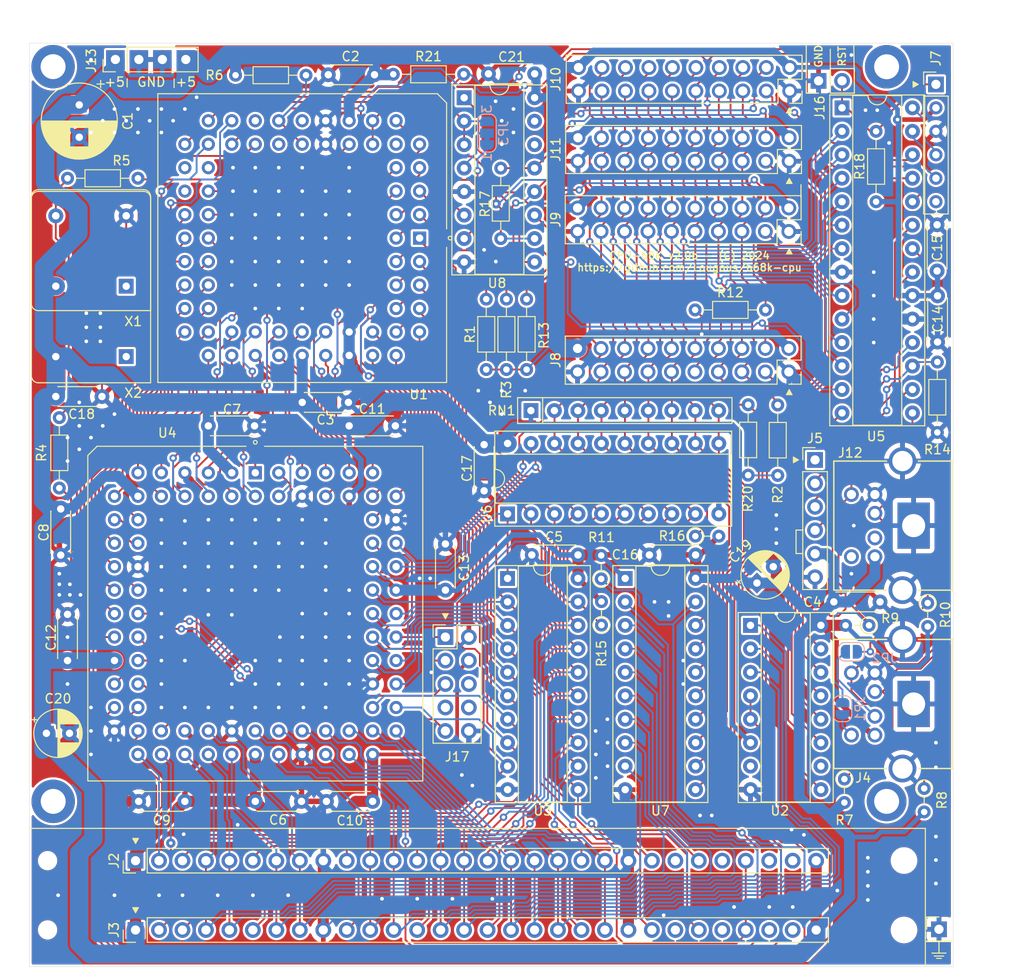
<source format=kicad_pcb>
(kicad_pcb (version 20211014) (generator pcbnew)
  (layers (0 "F.Cu" signal) (31 "B.Cu" signal) (34 "B.Paste" user) (35 "F.Paste" user) (36 "B.SilkS" user "B.Silkscreen") (37 "F.SilkS" user "F.Silkscreen") (38 "B.Mask" user) (39 "F.Mask" user) (44 "Edge.Cuts" user))
  (net 0 "")
  (net 1 "/io/KB_CLK")
  (net 2 "/io/KB_DAT")
  (net 3 "GND")
  (net 4 "+5V")
  (net 5 "/io/MS_DAT")
  (net 6 "/io/MS_CLK")
  (net 7 "/GCLK")
  (net 8 "/CPU_CLK")
  (net 9 "/bus/B_ACKn")
  (net 10 "/bus/B_WEn")
  (net 11 "/bus/B_ALEn")
  (net 12 "/bus/B_AD4")
  (net 13 "/bus/B_AD3")
  (net 14 "/bus/B_AD5")
  (net 15 "/bus/B_AD2")
  (net 16 "/bus/B_AD6")
  (net 17 "/bus/B_AD1")
  (net 18 "/bus/B_AD7")
  (net 19 "/bus/B_AD0")
  (net 20 "/bus/B_CEn3")
  (net 21 "/RSTn")
  (net 22 "/M_CASUn")
  (net 23 "/CPU_D8")
  (net 24 "/CPU_D9")
  (net 25 "/CPU_D10")
  (net 26 "/CPU_D11")
  (net 27 "/CPU_D12")
  (net 28 "/CPU_D13")
  (net 29 "/M_WEn")
  (net 30 "/CPU_D14")
  (net 31 "/CPU_D15")
  (net 32 "/M_A0")
  (net 33 "/M_RASn")
  (net 34 "/M_A1")
  (net 35 "/M_A2")
  (net 36 "/M_A3")
  (net 37 "/M_A4")
  (net 38 "/M_A5")
  (net 39 "/CPU_D7")
  (net 40 "/M_A6")
  (net 41 "/CPU_D6")
  (net 42 "/CPU_D5")
  (net 43 "/CPU_D4")
  (net 44 "/CPU_D3")
  (net 45 "/CPU_D2")
  (net 46 "/CPU_D1")
  (net 47 "/CPU_D0")
  (net 48 "/M_CASLn")
  (net 49 "/io/PMCLRn")
  (net 50 "/M_A7")
  (net 51 "/M_A8")
  (net 52 "/CPU_RWn")
  (net 53 "/CPU_DTACKn")
  (net 54 "/CPU_VPAn")
  (net 55 "/bus/B_DIR")
  (net 56 "/CPU_ASn")
  (net 57 "/CPU_LDSn")
  (net 58 "/CPU_UDSn")
  (net 59 "/M_A9")
  (net 60 "/M_A10")
  (net 63 "/CPU_BERRn")
  (net 64 "/CPU_FC2")
  (net 66 "/CPU_A1")
  (net 67 "/CPU_A3")
  (net 68 "/CPU_A5")
  (net 69 "/CPU_A7")
  (net 70 "/CPU_A9")
  (net 71 "/CPU_A11")
  (net 72 "/CPU_A13")
  (net 75 "/CPU_A2")
  (net 76 "/CPU_A4")
  (net 77 "/CPU_A6")
  (net 78 "/CPU_A8")
  (net 79 "/CPU_A10")
  (net 80 "/CPU_A12")
  (net 81 "/CPU_A14")
  (net 82 "/CPU_A16")
  (net 83 "/CPU_A18")
  (net 84 "/CPU_A20")
  (net 85 "/CPU_A21")
  (net 86 "/CPU_A23")
  (net 87 "/CPU_A15")
  (net 88 "/CPU_A17")
  (net 89 "/CPU_A19")
  (net 90 "/CPU_A22")
  (net 93 "/CLK")
  (net 94 "/glue/G_OEn")
  (net 95 "/bus/B_CEn5")
  (net 96 "/bus/B_CEn6")
  (net 97 "/bus/B_CEn7")
  (net 98 "/bus/B_CEn4")
  (net 101 "/glue/G_CSn")
  (net 104 "/glue/TDI")
  (net 108 "/glue/TMS")
  (net 109 "/glue/TDO")
  (net 110 "/glue/TCK")
  (net 118 "/bus/B_SPRn")
  (net 119 "/io/P_PGD_RX")
  (net 120 "/io/P_PGC_TX")
  (net 123 "/io/IOEXT1")
  (net 125 "/io/IOEXT3_RX")
  (net 126 "/io/IOEXT2_TX")
  (net 127 "/glue/G_OEn_HI")
  (net 129 "/glue/B_A0")
  (net 130 "/glue/G_OEn_LO")
  (net 131 "Net-(J4-Pad2)")
  (net 132 "Net-(J4-Pad6)")
  (net 133 "/bus/B_IRQ0n")
  (net 134 "/bus/B_IRQ1n")
  (net 135 "/bus/B_IRQ3n")
  (net 136 "/bus/B_IRQ2n")
  (net 137 "/CPU_IPL2")
  (net 138 "/CPU_IPL1")
  (net 139 "/CPU_IPL0")
  (net 142 "Net-(R1-Pad1)")
  (net 143 "Net-(JP3-Pad2)")
  (net 145 "/io/MFP_SYS_IRQn")
  (footprint "Capacitor_THT:CP_Radial_D8.0mm_P3.50mm" (layer "F.Cu") (at 105.41 56.7055 -90)
    (fp_text reference "C1")
    (fp_text value "330uF")
  )
  (footprint "Capacitors_ThroughHole:C_Disc_D4.3mm_W1.9mm_P5.00mm" (layer "F.Cu") (at 137.3632 53.4416 180)
    (fp_text reference "C2")
    (fp_text value "100nF")
  )
  (footprint "Capacitors_ThroughHole:C_Disc_D4.3mm_W1.9mm_P5.00mm" (layer "F.Cu") (at 129.54 88.9)
    (fp_text reference "C3")
    (fp_text value "100nF")
  )
  (footprint "Capacitors_ThroughHole:C_Disc_D4.3mm_W1.9mm_P5.00mm" (layer "F.Cu") (at 124.46 132.08)
    (fp_text reference "C6")
    (fp_text value "100nF")
  )
  (footprint "Capacitors_ThroughHole:C_Disc_D4.3mm_W1.9mm_P5.00mm" (layer "F.Cu") (at 119.38 91.44)
    (fp_text reference "C7")
    (fp_text value "100nF")
  )
  (footprint "Capacitors_ThroughHole:C_Disc_D4.3mm_W1.9mm_P5.00mm" (layer "F.Cu") (at 116.84 132.08 180)
    (fp_text reference "C9")
    (fp_text value "100nF")
  )
  (footprint "Capacitors_ThroughHole:C_Disc_D4.3mm_W1.9mm_P5.00mm" (layer "F.Cu") (at 137.16 132.08 180)
    (fp_text reference "C10")
    (fp_text value "100nF")
  )
  (footprint "Capacitors_ThroughHole:C_Disc_D4.3mm_W1.9mm_P5.00mm" (layer "F.Cu") (at 134.62 91.44)
    (fp_text reference "C11")
    (fp_text value "100nF")
  )
  (footprint "Capacitors_ThroughHole:C_Disc_D4.3mm_W1.9mm_P5.00mm" (layer "F.Cu") (at 104.14 116.84 90)
    (fp_text reference "C12")
    (fp_text value "100nF")
  )
  (footprint "Capacitors_ThroughHole:C_Disc_D4.3mm_W1.9mm_P5.00mm" (layer "F.Cu") (at 145.034 109.22 90)
    (fp_text reference "C13")
    (fp_text value "100nF")
  )
  (footprint "Capacitors_ThroughHole:C_Disc_D4.3mm_W1.9mm_P5.00mm" (layer "F.Cu") (at 198.2978 77.3684 -90)
    (fp_text reference "C14")
    (fp_text value "100nF")
  )
  (footprint "Capacitors_ThroughHole:C_Disc_D4.3mm_W1.9mm_P5.00mm" (layer "F.Cu") (at 198.247 74.676 90)
    (fp_text reference "C15")
    (fp_text value "10nF")
  )
  (footprint "Capacitors_ThroughHole:C_Disc_D4.3mm_W1.9mm_P5.00mm" (layer "F.Cu") (at 149.225 93.472 -90)
    (fp_text reference "C17")
    (fp_text value "100nF")
  )
  (footprint "Resistor_THT:R_Axial_DIN0204_L3.6mm_D1.6mm_P7.62mm_Horizontal" (layer "F.Cu") (at 149.4536 77.724 -90)
    (fp_text reference "R1")
    (fp_text value "1k")
  )
  (footprint "Resistor_THT:R_Axial_DIN0204_L3.6mm_D1.6mm_P7.62mm_Horizontal" (layer "F.Cu") (at 103.251 98.171 90)
    (fp_text reference "R4")
    (fp_text value "20")
  )
  (footprint "Resistor_THT:R_Axial_DIN0204_L3.6mm_D1.6mm_P7.62mm_Horizontal" (layer "F.Cu") (at 122.3264 53.4924)
    (fp_text reference "R6")
    (fp_text value "1k")
  )
  (footprint "Pin_Headers:PinHeader_1x30_P2.54mm_Vertical" (layer "F.Cu") (at 111.5 138.5 90)
    (fp_text reference "J2")
    (fp_text value "Conn_01x30")
  )
  (footprint "Pin_Headers:PinHeader_1x30_P2.54mm_Vertical" (layer "F.Cu") (at 111.5 146 90)
    (fp_text reference "J3")
    (fp_text value "Conn_01x30")
  )
  (footprint "Housings_DIP:DIP-16_W7.62mm_Socket" (layer "F.Cu") (at 178.054 113.03)
    (fp_text reference "U2")
    (fp_text value "74LS138")
  )
  (footprint "Package_LCC:PLCC-68_THT-Socket" (layer "F.Cu") (at 142.24 71.12 -90)
    (fp_text reference "U1")
    (fp_text value "MC68000FN")
  )
  (footprint "Capacitors_ThroughHole:C_Disc_D4.3mm_W1.9mm_P5.00mm" (layer "F.Cu") (at 159.385 105.41 180)
    (fp_text reference "C5")
    (fp_text value "100nF")
  )
  (footprint "Resistor_THT:R_Axial_DIN0204_L3.6mm_D1.6mm_P2.54mm_Vertical" (layer "F.Cu") (at 161.925 113 90)
    (fp_text reference "R15")
    (fp_text value "4k7")
  )
  (footprint "Pin_Headers:PinHeader_1x06_P2.54mm_Vertical" (layer "F.Cu") (at 198.12 54.483)
    (fp_text reference "J7")
    (fp_text value "Conn_01x06")
  )
  (footprint "Housings_DIP:DIP-20_W7.62mm_Socket" (layer "F.Cu") (at 151.765 107.95)
    (fp_text reference "U3")
    (fp_text value "74LS245")
  )
  (footprint "Package_LCC:PLCC-84_THT-Socket" (layer "F.Cu") (at 124.46 96.52)
    (fp_text reference "U4")
    (fp_text value "EPM7128SL84")
  )
  (footprint "Housings_DIP:DIP-20_W7.62mm_Socket" (layer "F.Cu") (at 151.765 100.965 90)
    (fp_text reference "U6")
    (fp_text value "74LS245")
  )
  (footprint "Housings_DIP:DIP-20_W7.62mm_Socket" (layer "F.Cu") (at 164.4904 107.95)
    (fp_text reference "U7")
    (fp_text value "74LS245")
  )
  (footprint "Resistor_THT:R_Axial_DIN0204_L3.6mm_D1.6mm_P7.62mm_Horizontal" (layer "F.Cu") (at 111.76 64.643 180)
    (fp_text reference "R5")
    (fp_text value "20")
  )
  (footprint "Pin_Headers:PinHeader_1x04_P2.54mm_Vertical" (layer "F.Cu") (at 109.3216 51.7906 90)
    (fp_text reference "J13")
    (fp_text value "Conn_01x04")
  )
  (footprint "Oscillators:Oscillator_DIP-14" (layer "F.Cu") (at 110.49 83.947 90)
    (fp_text reference "X2")
    (fp_text value "CXO_DIP14")
  )
  (footprint "Capacitors_ThroughHole:C_Disc_D4.3mm_W1.9mm_P5.00mm" (layer "F.Cu") (at 102.87 88.265)
    (fp_text reference "C18")
    (fp_text value "100nF")
  )
  (footprint "Capacitors_ThroughHole:C_Disc_D4.3mm_W1.9mm_P5.00mm" (layer "F.Cu") (at 103.4034 100.4316 -90)
    (fp_text reference "C8")
    (fp_text value "100nF")
  )
  (footprint "Oscillators:Oscillator_DIP-8" (layer "F.Cu") (at 110.49 76.327 90)
    (fp_text reference "X1")
    (fp_text value "CXO_DIP8")
  )
  (footprint "Capacitors_ThroughHole:CP_Radial_D5.0mm_P2.50mm" (layer "F.Cu") (at 101.854 124.714)
    (fp_text reference "C20")
    (fp_text value "100uF")
  )
  (footprint "Capacitors_ThroughHole:CP_Radial_D5.0mm_P2.50mm" (layer "F.Cu") (at 178.75 108.45 45)
    (fp_text reference "C19")
    (fp_text value "100uF")
  )
  (footprint "Resistor_THT:R_Axial_DIN0204_L3.6mm_D1.6mm_P2.54mm_Vertical" (layer "F.Cu") (at 172.085 103.378)
    (fp_text reference "R16")
    (fp_text value "4k7")
  )
  (footprint "Pin_Headers:PinHeader_2x05_P2.54mm_Vertical" (layer "F.Cu") (at 145.034 114.3)
    (fp_text reference "J17")
    (fp_text value "Conn_02x05_Odd_Even")
  )
  (footprint "Housings_DIP:DIP-28_W7.62mm_Socket" (layer "F.Cu") (at 187.96 57.023)
    (fp_text reference "U5")
    (fp_text value "PIC18F24K22-xSP-MCU_Microchip_PIC18")
  )
  (footprint "Mounting_Holes:MountingHole_2.7mm_M2.5_DIN965_Pad" (layer "F.Cu") (at 102.5779 52.5653)
    (fp_text reference "H1" hide)
    (fp_text value "MountingHole")
  )
  (footprint "Mounting_Holes:MountingHole_2.7mm_M2.5_DIN965_Pad" (layer "F.Cu") (at 192.786 132.08)
    (fp_text reference "H3" hide)
    (fp_text value "MountingHole")
  )
  (footprint "Mounting_Holes:MountingHole_2.7mm_M2.5_DIN965_Pad" (layer "F.Cu") (at 192.786 52.578)
    (fp_text reference "H4" hide)
    (fp_text value "MountingHole")
  )
  (footprint "Mounting_Holes:MountingHole_2.7mm_M2.5_DIN965_Pad" (layer "F.Cu") (at 194.6656 145.9992)
    (fp_text reference "H5" hide)
    (fp_text value "MountingHole")
  )
  (footprint "Mounting_Holes:MountingHole_2.7mm_M2.5_DIN965_Pad" (layer "F.Cu") (at 194.6656 138.4808)
    (fp_text reference "H7" hide)
    (fp_text value "MountingHole")
  )
  (footprint "Mounting_Holes:MountingHole_2.7mm_M2.5_DIN965_Pad" (layer "F.Cu") (at 101.981 138.4935)
    (fp_text reference "H8" hide)
    (fp_text value "MountingHole")
  )
  (footprint "Mounting_Holes:MountingHole_2.7mm_M2.5_DIN965_Pad" (layer "F.Cu") (at 102.5906 132.08)
    (fp_text reference "H2" hide)
    (fp_text value "MountingHole")
  )
  (footprint "Mounting_Holes:MountingHole_2.7mm_M2.5_DIN965_Pad" (layer "F.Cu") (at 101.981 145.9865)
    (fp_text reference "H6" hide)
    (fp_text value "MountingHole")
  )
  (footprint "Resistor_THT:R_Axial_DIN0204_L3.6mm_D1.6mm_P7.62mm_Horizontal" (layer "F.Cu") (at 198.2724 92.1512 90)
    (fp_text reference "R14")
    (fp_text value "500k")
  )
  (footprint "Connector_PinHeader_2.54mm:PinHeader_1x02_P2.54mm_Vertical" (layer "F.Cu") (at 185.42 54.102 90)
    (fp_text reference "J16")
    (fp_text value "Conn_01x02")
  )
  (footprint "Resistor_THT:R_Axial_DIN0204_L3.6mm_D1.6mm_P7.62mm_Horizontal" (layer "F.Cu") (at 191.643 67.183 90)
    (fp_text reference "R18")
    (fp_text value "10k")
  )
  (footprint "ps2:mini-DIN_6_PS2" (layer "F.Cu") (at 192.786 121.539 90)
    (fp_text reference "J4")
    (fp_text value "Mini-DIN-6" hide)
  )
  (footprint "Resistor_THT:R_Axial_DIN0204_L3.6mm_D1.6mm_P2.54mm_Vertical" (layer "F.Cu") (at 161.9 108 90)
    (fp_text reference "R11")
    (fp_text value "1k")
  )
  (footprint "Capacitors_ThroughHole:C_Disc_D4.3mm_W1.9mm_P5.00mm" (layer "F.Cu") (at 172.1104 105.41 180)
    (fp_text reference "C16")
    (fp_text value "100nF")
  )
  (footprint "Resistor_THT:R_Axial_DIN0204_L3.6mm_D1.6mm_P7.62mm_Horizontal" (layer "F.Cu") (at 153.8224 77.724 -90)
    (fp_text reference "R13")
    (fp_text value "1k")
  )
  (footprint "Resistor_THT:R_Axial_DIN0204_L3.6mm_D1.6mm_P7.62mm_Horizontal" (layer "F.Cu") (at 179.6796 78.8924 180)
    (fp_text reference "R12")
    (fp_text value "1k")
  )
  (footprint "Resistor_THT:R_Axial_DIN0204_L3.6mm_D1.6mm_P2.54mm_Vertical" (layer "F.Cu") (at 188.214 129.667 -90)
    (fp_text reference "R7")
    (fp_text value "2k7")
  )
  (footprint "Resistor_THT:R_Axial_DIN0204_L3.6mm_D1.6mm_P2.54mm_Vertical" (layer "F.Cu") (at 197.231 110.617 -90)
    (fp_text reference "R10")
    (fp_text value "2k7")
  )
  (footprint "Pin_Headers:PinHeader_1x01_P2.54mm_Vertical" (layer "F.Cu") (at 198.4502 145.923)
    (fp_text reference "J18" hide)
    (fp_text value "Conn_01x01")
  )
  (footprint "Pin_Headers:PinHeader_1x06_P2.54mm_Vertical" (layer "F.Cu") (at 185.039 95.123)
    (fp_text reference "J5")
    (fp_text value "Conn_01x06")
  )
  (footprint "Resistor_THT:R_Axial_DIN0204_L3.6mm_D1.6mm_P2.54mm_Vertical" (layer "F.Cu") (at 196.85 130.683 -90)
    (fp_text reference "R8")
    (fp_text value "2k7")
  )
  (footprint "Resistor_THT:R_Axial_DIN0204_L3.6mm_D1.6mm_P2.54mm_Vertical" (layer "F.Cu") (at 190.881 113.03 180)
    (fp_text reference "R9")
    (fp_text value "2k7")
  )
  (footprint "ps2:mini-DIN_6_PS2" (layer "F.Cu") (at 192.786 102.235 90)
    (fp_text reference "J12")
    (fp_text value "Mini-DIN-6" hide)
  )
  (footprint "Capacitors_ThroughHole:C_Disc_D4.3mm_W1.9mm_P5.00mm" (layer "F.Cu") (at 187.071 110.49)
    (fp_text reference "C4")
    (fp_text value "100nF")
  )
  (footprint "Resistor_THT:R_Axial_DIN0204_L3.6mm_D1.6mm_P7.62mm_Horizontal" (layer "F.Cu") (at 139.3952 53.3908)
    (fp_text reference "R21")
    (fp_text value "1k")
  )
  (footprint "Resistor_THT:R_Axial_DIN0204_L3.6mm_D1.6mm_P7.62mm_Horizontal" (layer "F.Cu") (at 151.638 77.724 -90)
    (fp_text reference "R3")
    (fp_text value "1k")
  )
  (footprint "Resistor_THT:R_Axial_DIN0204_L3.6mm_D1.6mm_P7.62mm_Horizontal" (layer "F.Cu") (at 181.0004 96.7994 90)
    (fp_text reference "R2")
    (fp_text value "1k")
  )
  (footprint "Connector_PinSocket_2.54mm:PinSocket_2x10_P2.54mm_Vertical" (layer "F.Cu") (at 182.2 70.4 -90)
    (fp_text reference "J9")
    (fp_text value "Conn_02x10_Odd_Even")
  )
  (footprint "Capacitor_THT:C_Disc_D4.3mm_W1.9mm_P5.00mm" (layer "F.Cu") (at 154.6968 53.34 180)
    (fp_text reference "C21")
    (fp_text value "C")
  )
  (footprint "Resistor_THT:R_Array_SIP9" (layer "F.Cu") (at 154.29 89.789)
    (fp_text reference "RN1")
    (fp_text value "10k")
  )
  (footprint "Package_DIP:DIP-16_W7.62mm_Socket" (layer "F.Cu") (at 147.066 55.9308)
    (fp_text reference "U8")
    (fp_text value "74LS148")
  )
  (footprint "Resistor_THT:R_Axial_DIN0204_L3.6mm_D1.6mm_P7.62mm_Horizontal" (layer "F.Cu") (at 177.8 96.774 90)
    (fp_text reference "R20")
    (fp_text value "1k")
  )
  (footprint "Connector_PinSocket_2.54mm:PinSocket_2x10_P2.54mm_Vertical" (layer "F.Cu") (at 182.24 62.8 -90)
    (fp_text reference "J11")
    (fp_text value "Conn_02x10_Odd_Even")
  )
  (footprint "Connector_PinSocket_2.54mm:PinSocket_2x10_P2.54mm_Vertical" (layer "F.Cu") (at 182.2 85.6 -90)
    (fp_text reference "J8")
    (fp_text value "Conn_02x10_Odd_Even")
  )
  (footprint "Connector_PinSocket_2.54mm:PinSocket_2x10_P2.54mm_Vertical" (layer "F.Cu") (at 182.3 55.2 -90)
    (fp_text reference "J10")
    (fp_text value "Conn_02x10_Odd_Even")
  )
  (footprint "Resistor_THT:R_Axial_DIN0204_L3.6mm_D1.6mm_P7.62mm_Horizontal" (layer "F.Cu") (at 151.0284 63.5508 -90)
    (fp_text reference "R17")
    (fp_text value "1k")
  )
  (footprint "Jumper:SolderJumper-2_P1.3mm_Open_RoundedPad1.0x1.5mm" (layer "B.Cu") (at 188.97 115.89 180)
    (fp_text reference "JP2")
    (fp_text value "SolderJumper_2_Open")
  )
  (footprint "Jumper:SolderJumper-3_P1.3mm_Bridged12_RoundedPad1.0x1.5mm_NumberLabels" (layer "B.Cu") (at 149.5298 59.7662 90)
    (fp_text reference "JP3")
    (fp_text value "SolderJumper_3_Bridged12")
  )
  (footprint "Jumper:SolderJumper-2_P1.3mm_Open_RoundedPad1.0x1.5mm" (layer "B.Cu") (at 188.01 122.05 -90)
    (fp_text reference "JP1")
    (fp_text value "SolderJumper_2_Open")
  )
  (gr_line (start 183.515 65.3415) (end 183.515 66.7385) (layer "F.SilkS") (width 0.12))
  (gr_poly (pts (xy 183.261 95.123) (xy 182.6895 95.4405) (xy 182.6895 94.8055)) (layer "F.SilkS") (width 0.1) (fill solid))
  (gr_line (start 197.9422 148.8186) (end 198.0057 148.8186) (layer "F.SilkS") (width 0.12))
  (gr_poly (pts (xy 145.034 112.3315) (xy 144.7165 111.76) (xy 145.3515 111.76)) (layer "F.SilkS") (width 0.1) (fill solid))
  (gr_poly (pts (xy 182.245 87.503) (xy 182.5625 88.0745) (xy 181.9275 88.0745)) (layer "F.SilkS") (width 0.1) (fill solid))
  (gr_poly (pts (xy 111.506 144.145) (xy 111.1885 143.5735) (xy 111.8235 143.5735)) (layer "F.SilkS") (width 0.1) (fill solid))
  (gr_line (start 189.29 53.915) (end 189.23 50.292) (layer "F.SilkS") (width 0.12))
  (gr_line (start 198.4502 147.2311) (end 198.4502 148.5011) (layer "F.SilkS") (width 0.12))
  (gr_line (start 198.0057 148.8186) (end 198.9582 148.8186) (layer "F.SilkS") (width 0.12))
  (gr_line (start 184.0865 50.292) (end 184.0865 53.7845) (layer "F.SilkS") (width 0.12))
  (gr_circle (center 145.542 71.12) (end 145.7325 71.0565) (layer "F.SilkS") (width 0.12) (fill none))
  (gr_line (start 196.977 135.001) (end 196.977 149.86) (layer "F.SilkS") (width 0.12))
  (gr_poly (pts (xy 182.245 57.023) (xy 182.5625 57.5945) (xy 181.9275 57.5945)) (layer "F.SilkS") (width 0.1) (fill solid))
  (gr_poly (pts (xy 182.245 64.643) (xy 182.5625 65.2145) (xy 181.9275 65.2145)) (layer "F.SilkS") (width 0.1) (fill solid))
  (gr_line (start 110.5916 54.7624) (end 110.5916 53.8734) (layer "F.SilkS") (width 0.12))
  (gr_line (start 198.4502 148.5011) (end 199.2122 148.5011) (layer "F.SilkS") (width 0.12))
  (gr_line (start 196.977 135.001) (end 100.1 135.001) (layer "F.SilkS") (width 0.12))
  (gr_line (start 183.6928 105.2576) (end 182.9816 105.2576) (layer "F.SilkS") (width 0.12))
  (gr_poly (pts (xy 182.245 72.263) (xy 182.5625 72.8345) (xy 181.9275 72.8345)) (layer "F.SilkS") (width 0.1) (fill solid))
  (gr_poly (pts (xy 196.215 54.483) (xy 195.6435 54.8005) (xy 195.6435 54.1655)) (layer "F.SilkS") (width 0.1) (fill solid))
  (gr_circle (center 124.46 93.218) (end 124.6505 93.1545) (layer "F.SilkS") (width 0.12) (fill none))
  (gr_line (start 198.1962 149.0726) (end 198.7042 149.0726) (layer "F.SilkS") (width 0.12))
  (gr_line (start 186.69 50.673) (end 186.69 53.788) (layer "F.SilkS") (width 0.12))
  (gr_line (start 182.9816 102.7176) (end 183.6928 102.7176) (layer "F.SilkS") (width 0.12))
  (gr_line (start 182.9816 105.2576) (end 182.9816 102.7176) (layer "F.SilkS") (width 0.12))
  (gr_poly (pts (xy 111.506 136.652) (xy 111.1885 136.0805) (xy 111.8235 136.0805)) (layer "F.SilkS") (width 0.1) (fill solid))
  (gr_line (start 198.4502 148.5011) (end 197.6882 148.5011) (layer "F.SilkS") (width 0.12))
  (gr_line (start 115.6716 53.8734) (end 115.6716 54.8386) (layer "F.SilkS") (width 0.12))
  (gr_line (start 100.02 149.98) (end 100.02 50.02) (layer "Edge.Cuts") (width 0.04))
  (gr_line (start 199.98 50.02) (end 199.98 149.98) (layer "Edge.Cuts") (width 0.04))
  (gr_line (start 199.98 149.98) (end 100.02 149.98) (layer "Edge.Cuts") (width 0.04))
  (gr_line (start 100.02 50.02) (end 199.98 50.02) (layer "Edge.Cuts") (width 0.04))
  (gr_text "CPU-68K v2.0b - (C) 2024\nhttps://github.com/Lougous/b68k-cpu" (at 171.45 73.66) (layer "F.SilkS") (effects (font (size 0.8 0.8))))
  (gr_text "+5" (at 116.9416 54.229) (layer "F.SilkS") (effects (font (size 1 1))))
  (gr_text "GND" (at 113.2078 54.229) (layer "F.SilkS") (effects (font (size 1 1))))
  (gr_text "RST" (at 187.96 51.435 90) (layer "F.SilkS") (effects (font (size 0.8 0.8))))
  (gr_text "+5" (at 109.2454 54.229) (layer "F.SilkS") (effects (font (size 1 1))))
  (gr_text "GND" (at 185.42 51.435 90) (layer "F.SilkS") (effects (font (size 0.8 0.8))))
  (segment (start 192.278 116.84) (end 190.3095 116.84) (width 0.2) (layer "F.Cu") (net 1))
  (segment (start 191.389 126.492) (end 188.214 129.667) (width 0.2) (layer "F.Cu") (net 1))
  (segment (start 190.373 121.539) (end 192.278 121.539) (width 0.2) (layer "F.Cu") (net 1))
  (segment (start 188.976 120.142) (end 190.373 121.539) (width 0.2) (layer "F.Cu") (net 1))
  (segment (start 192.659 117.221) (end 192.278 116.84) (width 0.2) (layer "F.Cu") (net 1))
  (segment (start 192.151 126.492) (end 191.389 126.492) (width 0.2) (layer "F.Cu") (net 1))
  (segment (start 188.976 118.1735) (end 188.976 120.142) (width 0.2) (layer "F.Cu") (net 1))
  (segment (start 192.913 122.174) (end 192.913 125.73) (width 0.2) (layer "F.Cu") (net 1))
  (segment (start 196.9516 73.6346) (end 196.9516 88.0994) (width 0.2) (layer "F.Cu") (net 1))
  (segment (start 194.818 88.773) (end 194.183 89.408) (width 0.2) (layer "F.Cu") (net 1))
  (segment (start 196.278 88.773) (end 194.818 88.773) (width 0.2) (layer "F.Cu") (net 1))
  (segment (start 198.628 95.123) (end 198.628 114.808) (width 0.2) (layer "F.Cu") (net 1))
  (segment (start 194.183 89.408) (end 194.183 90.678) (width 0.2) (layer "F.Cu") (net 1))
  (segment (start 198.628 114.808) (end 196.215 117.221) (width 0.2) (layer "F.Cu") (net 1))
  (segment (start 190.3095 116.84) (end 188.976 118.1735) (width 0.2) (layer "F.Cu") (net 1))
  (segment (start 194.183 90.678) (end 198.628 95.123) (width 0.2) (layer "F.Cu") (net 1))
  (segment (start 192.278 121.539) (end 192.913 122.174) (width 0.2) (layer "F.Cu") (net 1))
  (segment (start 196.215 117.221) (end 192.659 117.221) (width 0.2) (layer "F.Cu") (net 1))
  (segment (start 195.58 72.263) (end 196.9516 73.6346) (width 0.2) (layer "F.Cu") (net 1))
  (segment (start 196.9516 88.0994) (end 196.278 88.773) (width 0.2) (layer "F.Cu") (net 1))
  (segment (start 192.913 125.73) (end 192.151 126.492) (width 0.2) (layer "F.Cu") (net 1))
  (segment (start 191.516 120.2055) (end 192.3415 120.2055) (width 0.2) (layer "F.Cu") (net 2))
  (segment (start 192.3415 120.2055) (end 193.421 121.285) (width 0.2) (layer "F.Cu") (net 2))
  (segment (start 193.9925 117.729) (end 193.294 118.4275) (width 0.2) (layer "F.Cu") (net 2))
  (segment (start 195.58 91.3892) (end 199.136 94.9452) (width 0.2) (layer "F.Cu") (net 2))
  (segment (start 195.961 125.73) (end 196.85 126.619) (width 0.2) (layer "F.Cu") (net 2))
  (segment (start 194.564 125.73) (end 195.961 125.73) (width 0.2) (layer "F.Cu") (net 2))
  (segment (start 196.469 117.729) (end 193.9925 117.729) (width 0.2) (layer "F.Cu") (net 2))
  (segment (start 193.294 119.253) (end 192.3415 120.2055) (width 0.2) (layer "F.Cu") (net 2))
  (segment (start 199.136 94.9452) (end 199.136 115.062) (width 0.2) (layer "F.Cu") (net 2))
  (segment (start 195.58 90.043) (end 195.58 91.3892) (width 0.2) (layer "F.Cu") (net 2))
  (segment (start 199.136 115.062) (end 196.469 117.729) (width 0.2) (layer "F.Cu") (net 2))
  (segment (start 193.421 124.587) (end 194.564 125.73) (width 0.2) (layer "F.Cu") (net 2))
  (segment (start 196.85 126.619) (end 196.85 130.683) (width 0.2) (layer "F.Cu") (net 2))
  (segment (start 193.294 118.4275) (end 193.294 119.253) (width 0.2) (layer "F.Cu") (net 2))
  (segment (start 193.421 121.285) (end 193.421 124.587) (width 0.2) (layer "F.Cu") (net 2))
  (segment (start 114.3 58.42) (end 114.3 59.69) (width 2) (layer "F.Cu") (net 3))
  (segment (start 139.62 91.44) (end 137.08 88.9) (width 0.6) (layer "F.Cu") (net 3))
  (segment (start 102.108 113.919) (end 102.108 119.888) (width 1.2) (layer "F.Cu") (net 3))
  (segment (start 136.03 87.63) (end 134.84 86.44) (width 1.2) (layer "F.Cu") (net 3))
  (segment (start 114.3 58.42) (end 113.03 58.42) (width 2) (layer "F.Cu") (net 3))
  (segment (start 129.794 121.92) (end 129.667 121.92) (width 0.6) (layer "F.Cu") (net 3))
  (segment (start 137.08 88.9) (end 134.54 88.9) (width 0.6) (layer "F.Cu") (net 3))
  (segment (start 198.247 69.676) (end 197.024 68.453) (width 0.5) (layer "F.Cu") (net 3))
  (segment (start 198.12 59.563) (end 196.8627 60.8203) (width 0.5) (layer "F.Cu") (net 3))
  (segment (start 190.754 139.7) (end 190.754 141.224) (width 0.6) (layer "F.Cu") (net 3))
  (segment (start 137.16 119.38) (end 138.43 118.11) (width 0.4) (layer "F.Cu") (net 3))
  (segment (start 139.62 90.27) (end 136.98 87.63) (width 1.2) (layer "F.Cu") (net 3))
  (segment (start 139.62 91.44) (end 139.62 90.27) (width 1.2) (layer "F.Cu") (net 3))
  (segment (start 180.517767 106.682233) (end 180.848 107.012466) (width 1.2) (layer "F.Cu") (net 3))
  (segment (start 104.354 122.134) (end 104.354 124.714) (width 1.2) (layer "F.Cu") (net 3))
  (segment (start 100.838 63.246) (end 100.838 101.647) (width 0.6) (layer "F.Cu") (net 3))
  (segment (start 115.57 57.15) (end 116.967 57.15) (width 2) (layer "F.Cu") (net 3))
  (segment (start 114.4016 51.7906) (end 114.4016 57.0484) (width 2) (layer "F.Cu") (net 3))
  (segment (start 109.22 74.168) (end 110.49 72.898) (width 0.2) (layer "F.Cu") (net 3))
  (segment (start 113.03 58.42) (end 113.03 59.69) (width 2) (layer "F.Cu") (net 3))
  (segment (start 106.91 60.2055) (end 108.6955 58.42) (width 2) (layer "F.Cu") (net 3))
  (segment (start 111.76 58.42) (end 111.76 59.69) (width 2) (layer "F.Cu") (net 3))
  (segment (start 191.516 71.247) (end 194.31 68.453) (width 0.6) (layer "F.Cu") (net 3))
  (segment (start 134.84 86.44) (end 134.84 84.04) (width 1.2) (layer "F.Cu") (net 3))
  (segment (start 191.516 74.803) (end 191.516 71.247) (width 0.6) (layer "F.Cu") (net 3))
  (segment (start 134.84 84.04) (end 134.62 83.82) (width 1.2) (layer "F.Cu") (net 3))
  (segment (start 111.8616 51.7906) (end 111.8616 57.0484) (width 2) (layer "F.Cu") (net 3))
  (segment (start 130.81 122.936) (end 129.794 121.92) (width 0.6) (layer "F.Cu") (net 3))
  (segment (start 180.848 107.012466) (end 180.848 111.76) (width 1.2) (layer "F.Cu") (net 3))
  (segment (start 102.569 61.515) (end 100.838 63.246) (width 0.6) (layer "F.Cu") (net 3))
  (segment (start 115.57 58.42) (end 114.3 58.42) (width 2) (layer "F.Cu") (net 3))
  (segment (start 115.57 57.15) (end 114.3 57.15) (width 2) (layer "F.Cu") (net 3))
  (segment (start 103.251 104.06) (end 100.838 101.647) (width 0.6) (layer "F.Cu") (net 3))
  (segment (start 109.474 132.08) (end 111.84 132.08) (width 1.2) (layer "F.Cu") (net 3))
  (segment (start 110.49 58.42) (end 108.6955 58.42) (width 2) (layer "F.Cu") (net 3))
  (segment (start 109.22 82.296) (end 109.22 74.168) (width 0.2) (layer "F.Cu") (net 3))
  (segment (start 183.8325 135.6995) (end 188.2775 135.6995) (width 0.6) (layer "F.Cu") (net 3))
  (segment (start 129.46 132.08) (end 129.46 127.08) (width 0.6) (layer "F.Cu") (net 3))
  (segment (start 115.57 57.15) (end 115.57 58.42) (width 2) (layer "F.Cu") (net 3))
  (segment (start 129.54 127) (end 130.81 125.73) (width 0.6) (layer "F.Cu") (net 3))
  (segment (start 111.8616 57.0484) (end 111.76 57.15) (width 2) (layer "F.Cu") (net 3))
  (segment (start 103.428801 112.598199) (end 102.108 113.919) (width 0.6) (layer "F.Cu") (net 3))
  (segment (start 102.108 119.888) (end 104.354 122.134) (width 1.2) (layer "F.Cu") (net 3))
  (segment (start 136.98 87.63) (end 136.03 87.63) (width 1.2) (layer "F.Cu") (net 3))
  (segment (start 138.43 118.11) (end 140.335 118.11) (width 0.4) (layer "F.Cu") (net 3))
  (segment (start 187.96 74.803) (end 191.516 74.803) (width 0.5) (layer "F.Cu") (net 3))
  (segment (start 113.03 57.15) (end 111.76 57.15) (width 2) (layer "F.Cu") (net 3))
  (segment (start 105.41 60.2055) (end 105.41 61.515) (width 2) (layer "F.Cu") (net 3))
  (segment (start 114.4016 57.0484) (end 114.3 57.15) (width 2) (layer "F.Cu") (net 3))
  (segment (start 110.49 58.42) (end 110.49 59.69) (width 2) (layer "F.Cu") (net 3))
  (segment (start 113.03 58.42) (end 111.76 58.42) (width 2) (layer "F.Cu") (net 3))
  (segment (start 111.76 58.42) (end 110.49 58.42) (width 2) (layer "F.Cu") (net 3))
  (segment (start 132.16 132.08) (end 129.46 132.08) (width 0.6) (layer "F.Cu") (net 3))
  (segment (start 114.3 57.15) (end 113.03 57.15) (width 2) (layer "F.Cu") (net 3))
  (segment (start 196.8627 60.8203) (end 193.0527 60.8203) (width 0.5) (layer "F.Cu") (net 3))
  (segment (start 104.354 124.714) (end 104.354 126.96) (width 1.2) (layer "F.Cu") (net 3))
  (segment (start 103.251 105.41) (end 103.251 104.06) (width 0.6) (layer "F.Cu") (net 3))
  (segment (start 180.517767 104.470233) (end 180.848 104.14) (width 1.2) (layer "F.Cu") (net 3))
  (segment (start 196.897 68.453) (end 194.31 68.453) (width 0.5) (layer "F.Cu") (net 3))
  (segment (start 182.499 135.128) (end 183.261 135.128) (width 0.6) (layer "F.Cu") (net 3))
  (segment (start 116.967 57.15) (end 118.39401 55.72299) (width 2) (layer "F.Cu") (net 3))
  (segment (start 104.14 111.84) (end 103.428801 112.551199) (width 0.6) (layer "F.Cu") (net 3))
  (segment (start 173.863 133.604) (end 176.657 130.81) (width 0.6) (layer "F.Cu") (net 3))
  (segment (start 105.41 60.2055) (end 106.91 60.2055) (width 2) (layer "F.Cu") (net 3))
  (segment (start 180.517767 106.682233) (end 180.517767 104.470233) (width 1.2) (layer "F.Cu") (net 3))
  (segment (start 188.2775 135.6995) (end 190.754 138.176) (width 0.6) (layer "F.Cu") (net 3))
  (segment (start 107.87 88.265) (end 107.87 83.646) (width 0.2) (layer "F.Cu") (net 3))
  (segment (start 105.41 61.515) (end 102.569 61.515) (width 0.6) (layer "F.Cu") (net 3))
  (segment (start 176.657 130.81) (end 178.054 130.81) (width 0.6) (layer "F.Cu") (net 3))
  (segment (start 107.87 83.646) (end 109.22 82.296) (width 0.2) (layer "F.Cu") (net 3))
  (segment (start 140.335 118.11) (end 143.51 118.11) (width 0.4) (layer "F.Cu") (net 3))
  (segment (start 183.261 135.128) (end 183.8325 135.6995) (width 0.6) (layer "F.Cu") (net 3))
  (segment (start 103.428801 112.551199) (end 103.428801 112.598199) (width 0.6) (layer "F.Cu") (net 3))
  (segment (start 104.354 126.96) (end 109.474 132.08) (width 1.2) (layer "F.Cu") (net 3))
  (segment (start 129.46 127.08) (end 129.54 127) (width 0.6) (layer "F.Cu") (net 3))
  (segment (start 130.81 125.73) (end 130.81 122.936) (width 0.6) (layer "F.Cu") (net 3))
  (segment (start 167.2844 133.604) (end 164.4904 130.81) (width 0.6) (layer "F.Cu") (net 3))
  (segment (start 131.82 146) (end 131.82 138.5) (width 1.2) (layer "F.Cu") (net 3))
  (segment (start 167.2844 133.604) (end 173.863 133.604) (width 0.6) (layer "F.Cu") (net 3))
  (segment (start 110.49 72.898) (end 110.49 68.707) (width 0.2) (layer "F.Cu") (net 3))
  (segment (start 164.84 138.5) (end 164.84 146) (width 1.2) (layer "F.Cu") (net 3))
  (via (at 138.176 142.621) (size 0.8) (drill 0.4) (layers "F.Cu" "B.Cu") (net 3))
  (via (at 187.452 141.732) (size 0.8) (drill 0.4) (layers "F.Cu" "B.Cu") (net 3))
  (via (at 168.656 144.399) (size 0.8) (drill 0.4) (layers "F.Cu" "B.Cu") (net 3))
  (via (at 191.389 79.883) (size 1) (drill 0.4) (layers "F.Cu" "B.Cu") (net 3))
  (via (at 191.389 82.423) (size 1) (drill 0.4) (layers "F.Cu" "B.Cu") (net 3))
  (via (at 170.7769 119.38) (size 0.8) (drill 0.4) (layers "F.Cu" "B.Cu") (net 3))
  (via (at 170.7769 116.84) (size 0.8) (drill 0.4) (layers "F.Cu" "B.Cu") (net 3))
  (via (at 169.1894 112.014) (size 0.8) (drill 0.4) (layers "F.Cu" "B.Cu") (net 3))
  (via (at 169.1894 110.49) (size 0.8) (drill 0.4) (layers "F.Cu" "B.Cu") (net 3))
  (via (at 167.6654 110.49) (size 0.8) (drill 0.4) (layers "F.Cu" "B.Cu") (net 3))
  (via (at 161.3154 127) (size 1) (drill 0.4) (layers "F.Cu" "B.Cu") (net 3))
  (via (at 161.29 124.46) (size 1) (drill 0.4) (layers "F.Cu" "B.Cu") (net 3))
  (via (at 161.3154 129.54) (size 1) (drill 0.4) (layers "F.Cu" "B.Cu") (net 3))
  (via (at 162.5854 125.73) (size 1) (drill 0.4) (layers "F.Cu" "B.Cu") (net 3))
  (via (at 162.56 123.19) (size 1) (drill 0.4) (layers "F.Cu" "B.Cu") (net 3))
  (via (at 162.5854 128.27) (size 1) (drill 0.4) (layers "F.Cu" "B.Cu") (net 3))
  (via (at 183.8325 135.6995) (size 1) (drill 0.4) (layers "F.Cu" "B.Cu") (net 3))
  (via (at 148.59 87.63) (size 0.8) (drill 0.4) (layers "F.Cu" "B.Cu") (net 3))
  (via (at 127 78.74) (size 0.8) (drill 0.4) (layers "F.Cu" "B.Cu") (net 3))
  (via (at 198.12 138.43) (size 0.8) (drill 0.4) (layers "F.Cu" "B.Cu") (net 3))
  (via (at 116.84 121.92) (size 0.8) (drill 0.4) (layers "F.Cu" "B.Cu") (net 3))
  (via (at 121.92 121.92) (size 0.8) (drill 0.4) (layers "F.Cu" "B.Cu") (net 3))
  (via (at 104.14 92.71) (size 0.8) (drill 0.4) (layers "F.Cu" "B.Cu") (net 3))
  (via (at 107.95 91.44) (size 0.8) (drill 0.4) (layers "F.Cu" "B.Cu") (net 3))
  (via (at 127 71.12) (size 0.8) (drill 0.4) (layers "F.Cu" "B.Cu") (net 3))
  (via (at 191.389 74.803) (size 1) (drill 0.4) (layers "F.Cu" "B.Cu") (net 3))
  (via (at 114.3 111.76) (size 0.8) (drill 0.4) (layers "F.Cu" "B.Cu") (net 3))
  (via (at 106.68 92.71) (size 0.8) (drill 0.4) (layers "F.Cu" "B.Cu") (net 3))
  (via (at 124.46 76.2) (size 0.8) (drill 0.4) (layers "F.Cu" "B.Cu") (net 3))
  (via (at 124.46 68.58) (size 0.8) (drill 0.4) (layers "F.Cu" "B.Cu") (net 3))
  (via (at 129.54 114.3) (size 0.8) (drill 0.4) (layers "F.Cu" "B.Cu") (net 3))
  (via (at 105.41 93.98) (size 0.8) (drill 0.4) (layers "F.Cu" "B.Cu") (net 3))
  (via (at 129.667 121.92) (size 0.8) (drill 0.4) (layers "F.Cu" "B.Cu") (net 3))
  (via (at 193.0527 60.8203) (size 0.8) (drill 0.4) (layers "F.Cu" "B.Cu") (net 3))
  (via (at 129.54 63.5) (size 0.8) (drill 0.4) (layers "F.Cu" "B.Cu") (net 3))
  (via (at 151.13 90.17) (size 0.8) (drill 0.4) (layers "F.Cu" "B.Cu") (net 3))
  (via (at 129.54 73.66) (size 0.8) (drill 0.4) (layers "F.Cu" "B.Cu") (net 3))
  (via (at 129.54 78.74) (size 0.8) (drill 0.4) (layers "F.Cu" "B.Cu") (net 3))
  (via (at 127 101.6) (size 0.8) (drill 0.4) (layers "F.Cu" "B.Cu") (net 3))
  (via (at 188.976 51.308) (size 1) (drill 0.4) (layers "F.Cu" "B.Cu") (net 3))
  (via (at 105.41 88.9) (size 0.8) (drill 0.4) (layers "F.Cu" "B.Cu") (net 3))
  (via (at 124.46 106.68) (size 0.8) (drill 0.4) (layers "F.Cu" "B.Cu") (net 3))
  (via (at 172.593 133.604) (size 1) (drill 0.4) (layers "F.Cu" "B.Cu") (net 3))
  (via (at 121.92 73.66) (size 0.8) (drill 0.4) (layers "F.Cu" "B.Cu") (net 3))
  (via (at 119.38 106.68) (size 0.8) (drill 0.4) (layers "F.Cu" "B.Cu") (net 3))
  (via (at 132.08 76.2) (size 0.8) (drill 0.4) (layers "F.Cu" "B.Cu") (net 3))
  (via (at 105.537 109.728) (size 0.8) (drill 0.4) (layers "F.Cu" "B.Cu") (net 3))
  (via (at 105.41 91.44) (size 0.8) (drill 0.4) (layers "F.Cu" "B.Cu") (net 3))
  (via (at 114.3 121.92) (size 0.8) (drill 0.4) (layers "F.Cu" "B.Cu") (net 3))
  (via (at 149.225 72.39) (size 0.8) (drill 0.4) (layers "F.Cu" "B.Cu") (net 3))
  (via (at 180.086 143.51) (size 1) (drill 0.4) (layers "F.Cu" "B.Cu") (net 3))
  (via (at 124.46 78.74) (size 0.8) (drill 0.4) (layers "F.Cu" "B.Cu") (net 3))
  (via (at 121.92 104.14) (size 0.8) (drill 0.4) (layers "F.Cu" "B.Cu") (net 3))
  (via (at 114.3 109.22) (size 0.8) (drill 0.4) (layers "F.Cu" "B.Cu") (net 3))
  (via (at 190.754 139.7) (size 1) (drill 0.4) (layers "F.Cu" "B.Cu") (net 3))
  (via (at 106.68 121.92) (size 0.8) (drill 0.4) (layers "F.Cu" "B.Cu") (net 3))
  (via (at 132.08 111.76) (size 0.8) (drill 0.4) (layers "F.Cu" "B.Cu") (net 3))
  (via (at 141.986 142.621) (size 0.8) (drill 0.4) (layers "F.Cu" "B.Cu") (net 3))
  (via (at 114.3 114.3) (size 0.8) (drill 0.4) (layers "F.Cu" "B.Cu") (net 3))
  (via (at 189.23 102.235) (size 1) (drill 0.4) (layers "F.Cu" "B.Cu") (net 3))
  (via (at 127.127 116.84) (size 0.8) (drill 0.4) (layers "F.Cu" "B.Cu") (net 3))
  (via (at 124.46 66.04) (size 0.8) (drill 0.4) (layers "F.Cu" "B.Cu") (net 3))
  (via (at 190.754 138.176) (size 1) (drill 0.4) (layers "F.Cu" "B.Cu") (net 3))
  (via (at 143.383 107.95) (size 0.8) (drill 0.4) (layers "F.Cu" "B.Cu") (net 3))
  (via (at 124.46 116.84) (size 0.8) (drill 0.4) (layers "F.Cu" "B.Cu") (net 3))
  (via (at 127 119.38) (size 0.8) (drill 0.4) (layers "F.Cu" "B.Cu") (net 3))
  (via (at 134.62 66.04) (size 0.8) (drill 0.4) (layers "F.Cu" "B.Cu") (net 3))
  (via (at 116.586 142.24) (size 0.8) (drill 0.4) (layers "F.Cu" "B.Cu") (net 3))
  (via (at 116.84 101.727) (size 0.8) (drill 0.4) (layers "F.Cu" "B.Cu") (net 3))
  (via (at 134.62 116.84) (size 0.8) (drill 0.4) (layers "F.Cu" "B.Cu") (net 3))
  (via (at 122.047 66.04) (size 0.8) (drill 0.4) (layers "F.Cu" "B.Cu") (net 3))
  (via (at 152.4 57.15) (size 0.8) (drill 0.4) (layers "F.Cu" "B.Cu") (net 3))
  (via (at 106.172 80.772) (size 0.8) (drill 0.4) (layers "F.Cu" "B.Cu") (net 3))
  (via (at 132.08 71.12) (size 0.8) (drill 0.4) (layers "F.Cu" "B.Cu") (net 3))
  (via (at 107.95 58.42) (size 1) (drill 0.4) (layers "F.Cu" "B.Cu") (net 3))
  (via (at 190.754 142.748) (size 1) (drill 0.4) (layers "F.Cu" "B.Cu") (net 3))
  (via (at 103.251 107.442) (size 0.8) (drill 0.4) (layers "F.Cu" "B.Cu") (net 3))
  (via (at 119.38 104.14) (size 0.8) (drill 0.4) (layers "F.Cu" "B.Cu") (net 3))
  (via (at 104.14 119.38) (size 0.8) (drill 0.4) (layers "F.Cu" "B.Cu") (net 3))
  (via (at 106.68 127) (size 0.8) (drill 0.4) (layers "F.Cu" "B.Cu") (net 3))
  (via (at 147.955 130.3655) (size 1) (drill 0.4) (layers "F.Cu" "B.Cu") (net 3))
  (via (at 150.495 73.66) (size 0.8) (drill 0.4) (layers "F.Cu" "B.Cu") (net 3))
  (via (at 127 106.68) (size 0.8) (drill 0.4) (layers "F.Cu" "B.Cu") (net 3))
  (via (at 119.38 111.887) (size 0.8) (drill 0.4) (layers "F.Cu" "B.Cu") (net 3))
  (via (at 129.54 68.58) (size 0.8) (drill 0.4) (layers "F.Cu" "B.Cu") (net 3))
  (via (at 121.92 119.38) (size 0.8) (drill 0.4) (layers "F.Cu" "B.Cu") (net 3))
  (via (at 150.114 142.621) (size 0.8) (drill 0.4) (layers "F.Cu" "B.Cu") (net 3))
  (via (at 127 104.14) (size 0.8) (drill 0.4) (layers "F.Cu" "B.Cu") (net 3))
  (via (at 103.251 108.585) (size 0.8) (drill 0.4) (layers "F.Cu" "B.Cu") (net 3))
  (via (at 127 109.22) (size 0.8) (drill 0.4) (layers "F.Cu" "B.Cu") (net 3))
  (via (at 127 63.5) (size 0.8) (drill 0.4) (layers "F.Cu" "B.Cu") (net 3))
  (via (at 109.22 90.17) (size 0.8) (drill 0.4) (layers "F.Cu" "B.Cu") (net 3))
  (via (at 182.499 135.128) (size 1) (drill 0.4) (layers "F.Cu" "B.Cu") (net 3))
  (via (at 127 73.66) (size 0.8) (drill 0.4) (layers "F.Cu" "B.Cu") (net 3))
  (via (at 198.12 128.397) (size 0.8) (drill 0.4) (layers "F.Cu" "B.Cu") (net 3))
  (via (at 127 68.58) (size 0.8) (drill 0.4) (layers "F.Cu" "B.Cu") (net 3))
  (via (at 129.54 71.12) (size 0.8) (drill 0.4) (layers "F.Cu" "B.Cu") (net 3))
  (via (at 104.394 109.728) (size 0.8) (drill 0.4) (layers "F.Cu" "B.Cu") (net 3))
  (via (at 129.54 111.76) (size 0.8) (drill 0.4) (layers "F.Cu" "B.Cu") (net 3))
  (via (at 124.46 71.12) (size 0.8) (drill 0.4) (layers "F.Cu" "B.Cu") (net 3))
  (via (at 132.08 104.14) (size 0.8) (drill 0.4) (layers "F.Cu" "B.Cu") (net 3))
  (via (at 122.555 134.62) (size 0.8) (drill 0.4) (layers "F.Cu" "B.Cu") (net 3))
  (via (at 124.46 63.5) (size 0.8) (drill 0.4) (layers "F.Cu" "B.Cu") (net 3))
  (via (at 129.54 76.2) (size 0.8) (drill 0.4) (layers "F.Cu" "B.Cu") (net 3))
  (via (at 116.84 109.22) (size 0.8) (drill 0.4) (layers "F.Cu" "B.Cu") (net 3))
  (via (at 180.848 101.092) (size 0.8) (drill 0.4) (layers "F.Cu" "B.Cu") (net 3))
  (via (at 176.276 143.51) (size 1) (drill 0.4) (layers "F.Cu" "B.Cu") (net 3))
  (via (at 149.86 88.9) (size 0.8) (drill 0.4) (layers "F.Cu" "B.Cu") (net 3))
  (via (at 127 121.92) (size 0.8) (drill 0.4) (layers "F.Cu" "B.Cu") (net 3))
  (via (at 151.13 87.63) (size 0.8) (drill 0.4) (layers "F.Cu" "B.Cu") (net 3))
  (via (at 113.03 58.42) (size 1) (drill 0.4) (layers "F.Cu" "B.Cu") (net 3))
  (via (at 132.08 73.66) (size 0.8) (drill 0.4) (layers "F.Cu" "B.Cu") (net 3))
  (via (at 119.38 101.6) (size 0.8) (drill 0.4) (layers "F.Cu" "B.Cu") (net 3))
  (via (at 114.046 142.24) (size 0.8) (drill 0.4) (layers "F.Cu" "B.Cu") (net 3))
  (via (at 188.976 107.442) (size 0.8) (drill 0.4) (layers "F.Cu" "B.Cu") (net 3))
  (via (at 134.62 119.38) (size 0.8) (drill 0.4) (layers "F.Cu" "B.Cu") (net 3))
  (via (at 134.62 76.2) (size 0.8) (drill 0.4) (layers "F.Cu" "B.Cu") (net 3))
  (via (at 121.92 106.68) (size 0.8) (drill 0.4) (layers "F.Cu" "B.Cu") (net 3))
  (via (at 116.713 135.636) (size 1) (drill 0.4) (layers "F.Cu" "B.Cu") (net 3))
  (via (at 127 76.2) (size 0.8) (drill 0.4) (layers "F.Cu" "B.Cu") (net 3))
  (via (at 132.08 114.3) (size 0.8) (drill 0.4) (layers "F.Cu" "B.Cu") (net 3))
  (via (at 129.54 119.38) (size 0.8) (drill 0.4) (layers "F.Cu" "B.Cu") (net 3))
  (via (at 127.127 114.3) (size 0.8) (drill 0.4) (layers "F.Cu" "B.Cu") (net 3))
  (via (at 109.22 142.24) (size 0.8) (drill 0.4) (layers "F.Cu" "B.Cu") (net 3))
  (via (at 121.92 71.12) (size 0.8) (drill 0.4) (layers "F.Cu" "B.Cu") (net 3))
  (via (at 151.13 58.42) (size 0.8) (drill 0.4) (layers "F.Cu" "B.Cu") (net 3))
  (via (at 111.76 59.69) (size 1) (drill 0.4) (layers "F.Cu" "B.Cu") (net 3))
  (via (at 134.62 114.3) (size 0.8) (drill 0.4) (layers "F.Cu" "B.Cu") (net 3))
  (via (at 129.54 106.68) (size 0.8) (drill 0.4) (layers "F.Cu" "B.Cu") (net 3))
  (via (at 116.84 116.84) (size 0.8) (drill 0.4) (layers "F.Cu" "B.Cu") (net 3))
  (via (at 150.4696 56.3118) (size 0.8) (drill 0.4) (layers "F.Cu" "B.Cu") (net 3))
  (via (at 198.12 125.73) (size 0.8) (drill 0.4) (layers "F.Cu" "B.Cu") (net 3))
  (via (at 121.92 68.58) (size 0.8) (drill 0.4) (layers "F.Cu" "B.Cu") (net 3))
  (via (at 134.62 63.5) (size 0.8) (drill 0.4) (layers "F.Cu" "B.Cu") (net 3))
  (via (at 142.24 107.95) (size 0.8) (drill 0.4) (layers "F.Cu" "B.Cu") (net 3))
  (via (at 129.54 101.6) (size 0.8) (drill 0.4) (layers "F.Cu" "B.Cu") (net 3))
  (via (at 129.54 66.04) (size 0.8) (drill 0.4) (layers "F.Cu" "B.Cu") (net 3))
  (via (at 119.38 121.92) (size 0.8) (drill 0.4) (layers "F.Cu" "B.Cu") (net 3))
  (via (at 132.08 101.6) (size 0.8) (drill 0.4) (layers "F.Cu" "B.Cu") (net 3))
  (via (at 134.62 109.22) (size 0.8) (drill 0.4) (layers "F.Cu" "B.Cu") (net 3))
  (via (at 124.46 104.14) (size 0.8) (drill 0.4) (layers "F.Cu" "B.Cu") (net 3))
  (via (at 152.4 59.69) (size 0.8) (drill 0.4) (layers "F.Cu" "B.Cu") (net 3))
  (via (at 103.124 142.24) (size 1) (drill 0.4) (layers "F.Cu" "B.Cu") (net 3))
  (via (at 121.92 101.6) (size 0.8) (drill 0.4) (layers "F.Cu" "B.Cu") (net 3))
  (via (at 124.46 109.22) (size 0.8) (drill 0.4) (layers "F.Cu" "B.Cu") (net 3))
  (via (at 109.22 59.69) (size 1) (drill 0.4) (layers "F.Cu" "B.Cu") (net 3))
  (via (at 109.22 57.15) (size 1) (drill 0.4) (layers "F.Cu" "B.Cu") (net 3))
  (via (at 115.57 58.42) (size 1) (drill 0.4) (layers "F.Cu" "B.Cu") (net 3))
  (via (at 106.172 79.248) (size 0.8) (drill 0.4) (layers "F.Cu" "B.Cu") (net 3))
  (via (at 132.08 109.22) (size 0.8) (drill 0.4) (layers "F.Cu" "B.Cu") (net 3))
  (via (at 190.5 57.277) (size 0.8) (drill 0.4) (layers "F.Cu" "B.Cu") (net 3))
  (via (at 107.696 80.772) (size 0.8) (drill 0.4) (layers "F.Cu" "B.Cu") (net 3))
  (via (at 110.49 58.42) (size 1) (drill 0.4) (layers "F.Cu" "B.Cu") (net 3))
  (via (at 124.206 142.24) (size 1) (drill 0.4) (layers "F.Cu" "B.Cu") (net 3))
  (via (at 180.848 111.76) (size 1) (drill 0.4) (layers "F.Cu" "B.Cu") (net 3))
  (via (at 106.172 82.296) (size 0.8) (drill 0.4) (layers "F.Cu" "B.Cu") (net 3))
  (via (at 122.047 63.5) (size 0.8) (drill 0.4) (layers "F.Cu" "B.Cu") (net 3))
  (via (at 124.46 119.38) (size 0.8) (drill 0.4) (layers "F.Cu" "B.Cu") (net 3))
  (via (at 119.38 109.22) (size 0.8) (drill 0.4) (layers "F.Cu" "B.Cu") (net 3))
  (via (at 182.626 143.51) (size 1) (drill 0.4) (layers "F.Cu" "B.Cu") (net 3))
  (via (at 116.84 57.15) (size 1) (drill 0.4) (layers "F.Cu" "B.Cu") (net 3))
  (via (at 104.394 108.585) (size 0.8) (drill 0.4) (layers "F.Cu" "B.Cu") (net 3))
  (via (at 114.3 101.6) (size 0.8) (drill 0.4) (layers "F.Cu" "B.Cu") (net 3))
  (via (at 114.3 106.68) (size 0.8) (drill 0.4) (layers "F.Cu" "B.Cu") (net 3))
  (via (at 153.67 87.63) (size 0.8) (drill 0.4) (layers "F.Cu" "B.Cu") (net 3))
  (via (at 124.46 73.66) (size 0.8) (drill 0.4) (layers "F.Cu" "B.Cu") (net 3))
  (via (at 146.812 129.2225) (size 1) (drill 0.4) (layers "F.Cu" "B.Cu") (net 3))
  (via (at 191.77 57.277) (size 0.8) (drill 0.4) (layers "F.Cu" "B.Cu") (net 3))
  (via (at 198.12 140.97) (size 0.8) (drill 0.4) (layers "F.Cu" "B.Cu") (net 3))
  (via (at 111.76 57.15) (size 1) (drill 0.4) (layers "F.Cu" "B.Cu") (net 3))
  (via (at 114.3 116.84) (size 0.8) (drill 0.4) (layers "F.Cu" "B.Cu") (net 3))
  (via (at 114.3 59.69) (size 1) (drill 0.4) (layers "F.Cu" "B.Cu") (net 3))
  (via (at 127 66.04) (size 0.8) (drill 0.4) (layers "F.Cu" "B.Cu") (net 3))
  (via (at 129.54 104.14) (size 0.8) (drill 0.4) (layers "F.Cu" "B.Cu") (net 3))
  (via (at 106.68 51.816) (size 1) (drill 0.4) (layers "F.Cu" "B.Cu") (net 3))
  (via (at 116.84 104.14) (size 0.8) (drill 0.4) (layers "F.Cu" "B.Cu") (net 3))
  (via (at 143.51 118.11) (size 1) (drill 0.4) (layers "F.Cu" "B.Cu") (net 3))
  (via (at 151.13 60.96) (size 0.8) (drill 0.4) (layers "F.Cu" "B.Cu") (net 3))
  (via (at 134.62 71.12) (size 0.8) (drill 0.4) (layers "F.Cu" "B.Cu") (net 3))
  (via (at 103.251 109.728) (size 0.8) (drill 0.4) (layers "F.Cu" "B.Cu") (net 3))
  (via (at 104.14 95.25) (size 0.8) (drill 0.4) (layers "F.Cu" "B.Cu") (net 3))
  (via (at 132.08 106.68) (size 0.8) (drill 0.4) (layers "F.Cu" "B.Cu") (net 3))
  (via (at 132.08 66.04) (size 0.8) (drill 0.4) (layers "F.Cu" "B.Cu") (net 3))
  (via (at 190.754 141.224) (size 1) (drill 0.4) (layers "F.Cu" "B.Cu") (net 3))
  (via (at 121.92 111.887) (size 0.8) (drill 0.4) (layers "F.Cu" "B.Cu") (net 3))
  (via (at 180.848 104.14) (size 0.8) (drill 0.4) (layers "F.Cu" "B.Cu") (net 3))
  (via (at 114.3 57.15) (size 1) (drill 0.4) (layers "F.Cu" "B.Cu") (net 3))
  (via (at 121.92 76.2) (size 0.8) (drill 0.4) (layers "F.Cu" "B.Cu") (net 3))
  (via (at 124.46 121.92) (size 0.8) (drill 0.4) (layers "F.Cu" "B.Cu") (net 3))
  (via (at 114.3 119.38) (size 0.8) (drill 0.4) (layers "F.Cu" "B.Cu") (net 3))
  (via (at 107.696 82.296) (size 0.8) (drill 0.4) (layers "F.Cu" "B.Cu") (net 3))
  (via (at 107.696 79.248) (size 0.8) (drill 0.4) (layers "F.Cu" "B.Cu") (net 3))
  (via (at 120.396 142.24) (size 1) (drill 0.4) (layers "F.Cu" "B.Cu") (net 3))
  (via (at 180.848 102.616) (size 0.8) (drill 0.4) (layers "F.Cu" "B.Cu") (net 3))
  (via (at 128.016 142.24) (size 1) (drill 0.4) (layers "F.Cu" "B.Cu") (net 3))
  (via (at 121.92 109.22) (size 0.8) (drill 0.4) (layers "F.Cu" "B.Cu") (net 3))
  (via (at 191.389 77.343) (size 1) (drill 0.4) (layers "F.Cu" "B.Cu") (net 3))
  (via (at 134.62 68.58) (size 0.8) (drill 0.4) (layers "F.Cu" "B.Cu") (net 3))
  (via (at 114.3 104.14) (size 0.8) (drill 0.4) (layers "F.Cu" "B.Cu") (net 3))
  (via (at 173.863 133.604) (size 1) (drill 0.4) (layers "F.Cu" "B.Cu") (net 3))
  (via (at 116.84 106.68) (size 0.8) (drill 0.4) (layers "F.Cu" "B.Cu") (net 3))
  (via (at 145.796 142.621) (size 0.8) (drill 0.4) (layers "F.Cu" "B.Cu") (net 3))
  (via (at 132.08 121.92) (size 0.8) (drill 0.4) (layers "F.Cu" "B.Cu") (net 3))
  (via (at 106.68 124.46) (size 0.8) (drill 0.4) (layers "F.Cu" "B.Cu") (net 3))
  (via (at 132.08 119.38) (size 0.8) (drill 0.4) (layers "F.Cu" "B.Cu") (net 3))
  (via (at 124.46 101.6) (size 0.8) (drill 0.4) (layers "F.Cu" "B.Cu") (net 3))
  (via (at 198.12 135.89) (size 0.8) (drill 0.4) (layers "F.Cu" "B.Cu") (net 3))
  (via (at 134.62 73.66) (size 0.8) (drill 0.4) (layers "F.Cu" "B.Cu") (net 3))
  (via (at 132.08 116.84) (size 0.8) (drill 0.4) (layers "F.Cu" "B.Cu") (net 3))
  (via (at 132.08 68.58) (size 0.8) (drill 0.4) (layers "F.Cu" "B.Cu") (net 3))
  (via (at 104.14 114.3) (size 0.8) (drill 0.4) (layers "F.Cu" "B.Cu") (net 3))
  (via (at 134.62 111.76) (size 0.8) (drill 0.4) (layers "F.Cu" "B.Cu") (net 3))
  (via (at 129.54 116.84) (size 0.8) (drill 0.4) (layers "F.Cu" "B.Cu") (net 3))
  (via (at 118.11 55.88) (size 1) (drill 0.4) (layers "F.Cu" "B.Cu") (net 3))
  (via (at 106.68 59.69) (size 1) (drill 0.4) (layers "F.Cu" "B.Cu") (net 3))
  (segment (start 147.955 130.3655) (end 146.812 129.2225) (width 0.6) (layer "B.Cu") (net 3))
  (segment (start 146.812 129.2225) (end 140.7795 123.19) (width 0.6) (layer "B.Cu") (net 3))
  (segment (start 182.245 55.1815) (end 180.975 53.9115) (width 0.5) (layer "B.Cu") (net 3))
  (segment (start 180.975 61.5315) (end 182.245 62.8015) (width 0.5) (layer "B.Cu") (net 3))
  (segment (start 130.81 102.489) (end 131.191 102.87) (width 0.6) (layer "B.Cu") (net 3))
  (segment (start 134.62 86.08) (end 135.88 87.34) (width 1.2) (layer "B.Cu") (net 3))
  (segment (start 161.1503 53.9115) (end 160.7285 53.9115) (width 0.5) (layer "B.Cu") (net 3))
  (segment (start 149.924999 96.709001) (end 151.765 94.869) (width 0.6) (layer "B.Cu") (net 3))
  (segment (start 131.191 102.87) (end 138.43 102.87) (width 0.6) (layer "B.Cu") (net 3))
  (segment (start 110.49 105.41) (end 111.76 106.68) (width 0.6) (layer "B.Cu") (net 3))
  (segment (start 191.389 79.883) (end 195.58 79.883) (width 1.2) (layer "B.Cu") (net 3))
  (segment (start 176.276 143.51) (end 175.387 144.399) (width 0.2) (layer "B.Cu") (net 3))
  (segment (start 129.54 99.06) (end 130.81 97.79) (width 0.6) (layer "B.Cu") (net 3))
  (segment (start 109.22 124.46) (end 109.22 129.46) (width 0.6) (layer "B.Cu") (net 3))
  (segment (start 154.385 105.41) (end 154.385 110.029) (width 0.6) (layer "B.Cu") (net 3))
  (segment (start 135.255 122.301) (end 136.144 123.19) (width 0.6) (layer "B.Cu") (net 3))
  (segment (start 118.11 104.267) (end 116.967 105.41) (width 0.6) (layer "B.Cu") (net 3))
  (segment (start 113.03 123.698) (end 113.03 125.1585) (width 0.6) (layer "B.Cu") (net 3))
  (segment (start 131.82 132.42) (end 132.16 132.08) (width 0.6) (layer "B.Cu") (net 3))
  (segment (start 134.62 81.28) (end 134.62 83.82) (width 1.2) (layer "B.Cu") (net 3))
  (segment (start 174.625 96.774) (end 174.625 100.965) (width 0.6) (layer "B.Cu") (net 3))
  (segment (start 180.95 84.35) (end 182.2 85.6) (width 0.5) (layer "B.Cu") (net 3))
  (segment (start 147.574 124.46) (end 147.574 128.4605) (width 0.6) (layer "B.Cu") (net 3))
  (segment (start 145.923 118.11) (end 146.304 117.729) (width 0.4) (layer "B.Cu") (net 3))
  (segment (start 138.988801 102.311199) (end 138.43 102.87) (width 0.6) (layer "B.Cu") (net 3))
  (segment (start 182.626 143.51) (end 180.086 143.51) (width 0.2) (layer "B.Cu") (net 3))
  (segment (start 172.72 94.869) (end 174.625 96.774) (width 0.6) (layer "B.Cu") (net 3))
  (segment (start 116.967 96.647) (end 116.967 97.3455) (width 0.6) (layer "B.Cu") (net 3))
  (segment (start 175.387 144.399) (end 168.656 144.399) (width 0.2) (layer "B.Cu") (net 3))
  (segment (start 198.2978 82.3684) (end 198.2978 80.5688) (width 0.6) (layer "B.Cu") (net 3))
  (segment (start 198.2978 80.5688) (end 197.612 79.883) (width 0.6) (layer "B.Cu") (net 3))
  (segment (start 153.924 110.49) (end 154.385 110.029) (width 0.6) (layer "B.Cu") (net 3))
  (segment (start 160.7285 53.9115) (end 159.44 55.2) (width 0.5) (layer "B.Cu") (net 3))
  (segment (start 163.83 140.081) (end 164.84 139.071) (width 0.6) (layer "B.Cu") (net 3))
  (segment (start 109.855 140.081) (end 109.474 139.7) (width 0.6) (layer "B.Cu") (net 3))
  (segment (start 153.91237 129.794) (end 152.89637 130.81) (width 0.6) (layer "B.Cu") (net 3))
  (segment (start 142.494 91.44) (end 149.225 98.171) (width 0.6) (layer "B.Cu") (net 3))
  (segment (start 112.4585 125.73) (end 110.49 125.73) (width 0.6) (layer "B.Cu") (net 3))
  (segment (start 164.84 132.975) (end 164.4904 132.6254) (width 1.2) (layer "B.Cu") (net 3))
  (segment (start 130.81 95.14) (end 127.11 91.44) (width 0.6) (layer "B.Cu") (net 3))
  (segment (start 182.372 135.128) (end 181.991 134.747) (width 0.6) (layer "B.Cu") (net 3))
  (segment (start 104.14 111.84) (end 105.33 113.03) (width 0.6) (layer "B.Cu") (net 3))
  (segment (start 145.796 101.6) (end 149.225 98.171) (width 0.6) (layer "B.Cu") (net 3))
  (segment (start 135.21 76.79) (end 134.62 76.2) (width 1.2) (layer "B.Cu") (net 3))
  (segment (start 134.62 80.35) (end 135.21 79.76) (width 1.2) (layer "B.Cu") (net 3))
  (segment (start 130.81 100.33) (end 130.81 102.489) (width 0.6) (layer "B.Cu") (net 3))
  (segment (start 151.765 130.81) (end 148.3995 130.81) (width 0.6) (layer "B.Cu") (net 3))
  (segment (start 139.62 91.44) (end 142.494 91.44) (width 0.6) (layer "B.Cu") (net 3))
  (segment (start 180.950489 69.150489) (end 160.589511 69.150489) (width 0.5) (layer "B.Cu") (net 3))
  (segment (start 191.389 74.803) (end 191.389 77.343) (width 1.2) (layer "B.Cu") (net 3))
  (segment (start 153.924 124.714) (end 153.91237 124.72563) (width 0.6) (layer "B.Cu") (net 3))
  (segment (start 109.474 139.7) (end 109.474 134.446) (width 0.6) (layer "B.Cu") (net 3))
  (segment (start 184.404 141.732) (end 182.626 143.51) (width 0.2) (layer "B.Cu") (net 3))
  (segment (start 132.969 140.081) (end 163.83 140.081) (width 0.6) (layer "B.Cu") (net 3))
  (segment (start 131.82 146) (end 135.199 142.621) (width 0.2) (layer "B.Cu") (net 3))
  (segment (start 152.89637 130.81) (end 151.765 130.81) (width 0.6) (layer "B.Cu") (net 3))
  (segment (start 109.474 134.446) (end 111.84 132.08) (width 0.6) (layer "B.Cu") (net 3))
  (segment (start 146.304 115.57) (end 147.574 114.3) (width 0.4) (layer "B.Cu") (net 3))
  (segment (start 147.574 128.4605) (end 146.812 129.2225) (width 0.6) (layer "B.Cu") (net 3))
  (segment (start 145.034 101.727) (end 145.034 104.22) (width 0.6) (layer "B.Cu") (net 3))
  (segment (start 136.144 123.19) (end 140.7795 123.19) (width 0.6) (layer "B.Cu") (net 3))
  (segment (start 131.82 138.932) (end 132.969 140.081) (width 0.6) (layer "B.Cu") (net 3))
  (segment (start 149.924999 97.772001) (end 149.924999 96.709001) (width 0.6) (layer "B.Cu") (net 3))
  (segment (start 131.82 138.5) (end 131.82 138.932) (width 0.6) (layer "B.Cu") (net 3))
  (segment (start 109.22 129.46) (end 111.84 132.08) (width 0.6) (layer "B.Cu") (net 3))
  (segment (start 139.7 101.6) (end 145.161 101.6) (width 0.6) (layer "B.Cu") (net 3))
  (segment (start 135.255 122.301) (end 135.255 121.412) (width 0.6) (layer "B.Cu") (net 3))
  (segment (start 153.91237 124.72563) (end 153.91237 129.794) (width 0.6) (layer "B.Cu") (net 3))
  (segment (start 145.161 101.6) (end 145.796 101.6) (width 0.6) (layer "B.Cu") (net 3))
  (segment (start 113.03 125.1585) (end 112.4585 125.73) (width 0.6) (layer "B.Cu") (net 3))
  (segment (start 187.452 141.732) (end 184.404 141.732) (width 0.2) (layer "B.Cu") (net 3))
  (segment (start 178.054 130.81) (end 181.991 134.747) (width 0.6) (layer "B.Cu") (net 3))
  (segment (start 190.754 138.176) (end 190.754 139.7) (width 0.6) (layer "B.Cu") (net 3))
  (segment (start 149.225 98.472) (end 149.924999 97.772001) (width 0.6) (layer "B.Cu") (net 3))
  (segment (start 160.589511 69.150489) (end 159.34 70.4) (width 0.5) (layer "B.Cu") (net 3))
  (segment (start 117.151685 142.24) (end 117.856 141.535685) (width 0.2) (layer "B.Cu") (net 3))
  (segment (start 139.7 101.6) (end 138.988801 102.311199) (width 0.6) (layer "B.Cu") (net 3))
  (segment (start 118.11 98.4885) (end 118.11 104.267) (width 0.6) (layer "B.Cu") (net 3))
  (segment (start 190.754 141.224) (end 190.754 142.748) (width 0.6) (layer "B.Cu") (net 3))
  (segment (start 185.42 92.202) (end 184.277 91.059) (width 1.2) (layer "B.Cu") (net 3))
  (segment (start 135.199 142.621) (end 150.114 142.621) (width 0.2) (layer "B.Cu") (net 3))
  (segment (start 191.389 82.423) (end 191.389 90.297) (width 1.2) (layer "B.Cu") (net 3))
  (segment (start 135.88 87.56) (end 134.54 88.9) (width 1.2) (layer "B.Cu") (net 3))
  (segment (start 135.88 87.34) (end 135.88 87.56) (width 1.2) (layer "B.Cu") (net 3))
  (segment (start 132.969 140.081) (end 109.855 140.081) (width 0.6) (layer "B.Cu") (net 3))
  (segment (start 116.967 105.41) (end 113.03 105.41) (width 0.6) (layer "B.Cu") (net 3))
  (segment (start 129.54 132) (end 129.46 132.08) (width 0.6) (layer "B.Cu") (net 3))
  (segment (start 189.484 92.202) (end 185.42 92.202) (width 1.2) (layer "B.Cu") (net 3))
  (segment (start 127.11 91.44) (end 124.38 91.44) (width 0.6) (layer "B.Cu") (net 3))
  (segment (start 191.389 77.343) (end 191.389 79.883) (width 1.2) (layer "B.Cu") (net 3))
  (segment (start 134.62 81.28) (end 134.62 80.35) (width 1.2) (layer "B.Cu") (net 3))
  (segment (start 151.765 94.869) (end 172.72 94.869) (width 0.6) (layer "B.Cu") (net 3))
  (segment (start 136.144 119.38) (end 137.16 119.38) (width 0.6) (layer "B.Cu") (net 3))
  (segment (start 116.84 96.52) (end 116.967 96.647) (width 0.6) (layer "B.Cu") (net 3))
  (segment (start 103.251 105.41) (end 110.49 105.41) (width 0.6) (layer "B.Cu") (net 3))
  (segment (start 134.62 83.82) (end 134.62 86.08) (width 1.2) (layer "B.Cu") (net 3))
  (segment (start 113.792 122.936) (end 113.03 123.698) (width 0.6) (layer "B.Cu") (net 3))
  (segment (start 160.6485 61.5315) (end 159.38 62.8) (width 0.5) (layer "B.Cu") (net 3))
  (segment (start 164.84 139.071) (end 164.84 138.5) (width 0.6) (layer "B.Cu") (net 3))
  (segment (start 148.3995 130.81) (end 147.955 130.3655) (width 0.6) (layer "B.Cu") (net 3))
  (segment (start 130.81 97.79) (end 130.81 95.14) (width 0.6) (layer "B.Cu") (net 3))
  (segment (start 145.161 101.6) (end 145.034 101.727) (width 0.6) (layer "B.Cu") (net 3))
  (segment (start 180.086 143.51) (end 176.276 143.51) (width 0.2) (layer "B.Cu") (net 3))
  (segment (start 191.389 79.883) (end 191.389 82.423) (width 1.2) (layer "B.Cu") (net 3))
  (segment (start 135.21 79.76) (end 135.21 76.79) (width 1.2) (layer "B.Cu") (net 3))
  (segment (start 113.03 105.41) (end 111.76 106.68) (width 0.6) (layer "B.Cu") (net 3))
  (segment (start 131.82 138.5) (end 131.82 132.42) (width 0.6) (layer "B.Cu") (net 3))
  (segment (start 117.856 141.535685) (end 117.856 136.779) (width 0.2) (layer "B.Cu") (net 3))
  (segment (start 184.277 87.6935) (end 182.245 85.6615) (width 1.2) (layer "B.Cu") (net 3))
  (segment (start 164.84 138.5) (end 164.84 132.975) (width 1.2) (layer "B.Cu") (net 3))
  (segment (start 164.4904 132.6254) (end 164.4904 130.81) (width 1.2) (layer "B.Cu") (net 3))
  (segment (start 184.277 91.059) (end 184.277 87.6935) (width 1.2) (layer "B.Cu") (net 3))
  (segment (start 180.975 53.9115) (end 161.1503 53.9115) (width 0.5) (layer "B.Cu") (net 3))
  (segment (start 143.51 118.11) (end 145.923 118.11) (width 0.4) (layer "B.Cu") (net 3))
  (segment (start 161.0741 61.5315) (end 160.6485 61.5315) (width 0.5) (layer "B.Cu") (net 3))
  (segment (start 197.612 79.883) (end 195.707 79.883) (width 0.6) (layer "B.Cu") (net 3))
  (segment (start 129.54 99.06) (end 130.81 100.33) (width 0.6) (layer "B.Cu") (net 3))
  (segment (start 105.33 113.03) (end 114.3 113.03) (width 0.6) (layer "B.Cu") (net 3))
  (segment (start 191.389 90.297) (end 189.484 92.202) (width 1.2) (layer "B.Cu") (net 3))
  (segment (start 182.2 70.4) (end 180.950489 69.150489) (width 0.5) (layer "B.Cu") (net 3))
  (segment (start 135.255 120.269) (end 136.144 119.38) (width 0.6) (layer "B.Cu") (net 3))
  (segment (start 182.499 135.128) (end 182.372 135.128) (width 0.6) (layer "B.Cu") (net 3))
  (segment (start 116.586 142.24) (end 117.151685 142.24) (width 0.2) (layer "B.Cu") (net 3))
  (segment (start 114.808 122.936) (end 113.792 122.936) (width 0.6) (layer "B.Cu") (net 3))
  (segment (start 153.924 124.714) (end 153.924 110.49) (width 0.6) (layer "B.Cu") (net 3))
  (segment (start 110.49 125.73) (end 109.22 124.46) (width 0.6) (layer "B.Cu") (net 3))
  (segment (start 116.967 97.3455) (end 118.11 98.4885) (width 0.6) (layer "B.Cu") (net 3))
  (segment (start 159.34 85.6) (end 160.59 84.35) (width 0.5) (layer "B.Cu") (net 3))
  (segment (start 135.255 121.412) (end 135.255 120.269) (width 0.6) (layer "B.Cu") (net 3))
  (segment (start 117.856 136.779) (end 116.713 135.636) (width 0.2) (layer "B.Cu") (net 3))
  (segment (start 146.304 117.729) (end 146.304 115.57) (width 0.4) (layer "B.Cu") (net 3))
  (segment (start 160.59 84.35) (end 180.95 84.35) (width 0.5) (layer "B.Cu") (net 3))
  (segment (start 161.0741 61.5315) (end 180.975 61.5315) (width 0.5) (layer "B.Cu") (net 3))
  (segment (start 172.1104 105.41) (end 169.3799 105.41) (width 0.6) (layer "F.Cu") (net 4))
  (segment (start 169.3799 105.41) (end 167.7924 103.8225) (width 0.6) (layer "F.Cu") (net 4))
  (segment (start 172.1104 107.95) (end 172.1104 105.41) (width 1.2) (layer "F.Cu") (net 4))
  (segment (start 111.5 146) (end 111.5 138.5) (width 1.2) (layer "F.Cu") (net 4))
  (segment (start 187.32 114.676) (end 187.32 121) (width 0.6) (layer "F.Cu") (net 4))
  (segment (start 196.85 58.293) (end 193.9671 58.293) (width 0.5) (layer "F.Cu") (net 4))
  (segment (start 111.5 138.5) (end 111.5 138.055) (width 1.2) (layer "F.Cu") (net 4))
  (segment (start 144.7165 127) (end 137.16 127) (width 0.4) (layer "F.Cu") (net 4))
  (segment (start 191.2245 124.9045) (end 191.516 124.9045) (width 0.6) (layer "F.Cu") (net 4))
  (segment (start 146.304 125.4125) (end 144.7165 127) (width 0.4) (layer "F.Cu") (net 4))
  (segment (start 148.5138 64.6938) (end 150.5204 66.7004) (width 0.2) (layer "F.Cu") (net 4))
  (segment (start 138.43 107.95) (end 136.017 107.95) (width 0.6) (layer "F.Cu") (net 4))
  (segment (start 137.16 132.08) (end 137.16 127) (width 1.2) (layer "F.Cu") (net 4))
  (segment (start 124.46 132.08) (end 124.46 127) (width 1.2) (layer "F.Cu") (net 4))
  (segment (start 185.16 146) (end 185.16 138.5) (width 1.2) (layer "F.Cu") (net 4))
  (segment (start 161.925 110.46) (end 161.895 110.46) (width 0.6) (layer "F.Cu") (net 4))
  (segment (start 187.32 121) (end 191.2245 124.9045) (width 0.6) (layer "F.Cu") (net 4))
  (segment (start 133.096 134.3025) (end 126.6825 134.3025) (width 1.2) (layer "F.Cu") (net 4))
  (segment (start 172.593 105.41) (end 174.625 103.378) (width 0.6) (layer "F.Cu") (net 4))
  (segment (start 198.12 57.023) (end 196.85 58.293) (width 0.5) (layer "F.Cu") (net 4))
  (segment (start 151.638 85.344) (end 153.8224 85.344) (width 0.2) (layer "F.Cu") (net 4))
  (segment (start 116.84 132.08) (end 116.84 129.286) (width 0.6) (layer "F.Cu") (net 4))
  (segment (start 136.017 107.95) (end 134.62 106.553) (width 0.6) (layer "F.Cu") (net 4))
  (segment (start 150.5204 67.4116) (end 151.0284 67.9196) (width 0.2) (layer "F.Cu") (net 4))
  (segment (start 146.304 118.11) (end 146.304 125.4125) (width 0.4) (layer "F.Cu") (net 4))
  (segment (start 172.1104 105.41) (end 172.593 105.41) (width 0.6) (layer "F.Cu") (net 4))
  (segment (start 159.385 105.41) (end 161.8869 105.41) (width 1.2) (layer "F.Cu") (net 4))
  (segment (start 134.62 106.553) (end 134.62 99.06) (width 0.6) (layer "F.Cu") (net 4))
  (segment (start 161.8869 105.41) (end 162.876849 105.41) (width 0.6) (layer "F.Cu") (net 4))
  (segment (start 185.674 113.03) (end 187.32 114.676) (width 0.6) (layer "F.Cu") (net 4))
  (segment (start 150.5204 66.7004) (end 150.5204 67.4116) (width 0.2) (layer "F.Cu") (net 4))
  (segment (start 162.876849 105.41) (end 164.464349 103.8225) (width 0.6) (layer "F.Cu") (net 4))
  (segment (start 116.84 129.286) (end 118.051201 128.074799) (width 0.6) (layer "F.Cu") (net 4))
  (segment (start 116.84 132.08) (end 116.040001 132.879999) (width 1.2) (layer "F.Cu") (net 4))
  (segment (start 161.895 110.46) (end 159.385 107.95) (width 0.6) (layer "F.Cu") (net 4))
  (segment (start 137.16 132.08) (end 135.3185 132.08) (width 1.2) (layer "F.Cu") (net 4))
  (segment (start 116.84 132.08) (end 124.46 132.08) (width 1.2) (layer "F.Cu") (net 4))
  (segment (start 185.674 113.03) (end 188.341 113.03) (width 1.2) (layer "F.Cu") (net 4))
  (segment (start 172.774605 81.510469) (end 172.774605 79.607405) (width 0.2) (layer "F.Cu") (net 4))
  (segment (start 151.0284 67.9196) (end 151.0284 71.1708) (width 0.2) (layer "F.Cu") (net 4))
  (segment (start 149.4536 85.344) (end 151.638 85.344) (width 0.2) (layer "F.Cu") (net 4))
  (segment (start 148.5138 63.8302) (end 148.5138 64.6938) (width 0.2) (layer "F.Cu") (net 4))
  (segment (start 139.7 109.22) (end 138.43 107.95) (width 0.6) (layer "F.Cu") (net 4))
  (segment (start 117.551199 125.171199) (end 116.84 124.46) (width 0.6) (layer "F.Cu") (net 4))
  (segment (start 159.385 107.95) (end 159.385 105.41) (width 1.2) (layer "F.Cu") (net 4))
  (segment (start 147.574 116.84) (end 146.304 118.11) (width 0.4) (layer "F.Cu") (net 4))
  (segment (start 135.3185 132.08) (end 133.096 134.3025) (width 1.2) (layer "F.Cu") (net 4))
  (segment (start 172.774605 79.607405) (end 172.0596 78.8924) (width 0.2) (layer "F.Cu") (net 4))
  (segment (start 118.051201 125.671201) (end 117.551199 125.171199) (width 0.6) (layer "F.Cu") (net 4))
  (segment (start 118.051201 128.074799) (end 118.051201 125.671201) (width 0.6) (layer "F.Cu") (net 4))
  (segment (start 126.6825 134.3025) (end 124.46 132.08) (width 1.2) (layer "F.Cu") (net 4))
  (segment (start 116.040001 133.133999) (end 111.5 137.674) (width 1.2) (layer "F.Cu") (net 4))
  (segment (start 116.040001 132.879999) (end 116.040001 133.133999) (width 1.2) (layer "F.Cu") (net 4))
  (segment (start 164.464349 103.8225) (end 167.7924 103.8225) (width 0.6) (layer "F.Cu") (net 4))
  (segment (start 111.5 137.674) (end 111.5 138.5) (width 1.2) (layer "F.Cu") (net 4))
  (via (at 172.774605 81.510469) (size 0.8) (drill 0.4) (layers "F.Cu" "B.Cu") (net 4))
  (via (at 193.9671 58.293) (size 1) (drill 0.4) (layers "F.Cu" "B.Cu") (net 4))
  (via (at 150.5204 67.4116) (size 1) (drill 0.4) (layers "F.Cu" "B.Cu") (net 4))
  (via (at 148.5138 63.8302) (size 0.8) (drill 0.4) (layers "F.Cu" "B.Cu") (net 4))
  (segment (start 180.34 65.9765) (end 182.245 67.8815) (width 1) (layer "B.Cu") (net 4))
  (segment (start 164.4904 107.95) (end 164.4269 107.95) (width 0.5) (layer "B.Cu") (net 4))
  (segment (start 164.4269 107.95) (end 161.8869 105.41) (width 0.5) (layer "B.Cu") (net 4))
  (segment (start 155.9814 51.3334) (end 156.972 52.324) (width 2) (layer "B.Cu") (net 4))
  (segment (start 191.5922 135.9408) (end 192.151 135.382) (width 0.5) (layer "B.Cu") (net 4))
  (segment (start 194.056 67.183) (end 194.056 58.293) (width 0.6) (layer "B.Cu") (net 4))
  (segment (start 191.516 107.696) (end 191.516 105.6005) (width 1.2) (layer "B.Cu") (net 4))
  (segment (start 101.4476 116.9162) (end 101.4476 126.5936) (width 1.8) (layer "B.Cu") (net 4))
  (segment (start 171.829111 81.510489) (end 160.889511 81.510489) (width 1) (layer "B.Cu") (net 4))
  (segment (start 189.791 114.48) (end 188.341 113.03) (width 0.5) (layer "B.Cu") (net 4))
  (segment (start 193.995 117.475) (end 191 114.48) (width 0.5) (layer "B.Cu") (net 4))
  (segment (start 151.765 92.329) (end 152.5016 91.5924) (width 1.2) (layer "B.Cu") (net 4))
  (segment (start 109.3216 51.7906) (end 109.3216 53.9496) (width 2) (layer "B.Cu") (net 4))
  (segment (start 156.972 75.422) (end 156.972 82.296) (width 2) (layer "B.Cu") (net 4))
  (segment (start 103.2764 66.6496) (end 103.772602 66.6496) (width 2) (layer "B.Cu") (net 4))
  (segment (start 106.934 130.6322) (end 106.934 136.144) (width 2) (layer "B.Cu") (net 4))
  (segment (start 184.531 132.842) (end 183.3245 131.6355) (width 1.2) (layer "B.Cu") (net 4))
  (segment (start 185.674 132.842) (end 184.531 132.842) (width 1.2) (layer "B.Cu") (net 4))
  (segment (start 136.271 91.44) (end 138.8745 88.8365) (width 2) (layer "B.Cu") (net 4))
  (segment (start 177.8 96.774) (end 176.53 96.774) (width 0.2) (layer "B.Cu") (net 4))
  (segment (start 192.532 55.753) (end 193.9671 57.1881) (width 0.5) (layer "B.Cu") (net 4))
  (segment (start 106.934 136.144) (end 105.41 137.668) (width 2) (layer "B.Cu") (net 4))
  (segment (start 129.54 88.9) (end 129.54 83.82) (width 1.2) (layer "B.Cu") (net 4))
  (segment (start 155.194 103.251) (end 152.273 103.251) (width 0.6) (layer "B.Cu") (net 4))
  (segment (start 134.5946 51.3334) (end 137.6934 51.3334) (width 2) (layer "B.Cu") (net 4))
  (segment (start 108.077 96.901) (end 104.568 100.41) (width 1.2) (layer "B.Cu") (net 4))
  (segment (start 156.972 60.26) (end 156.972 63.128) (width 2) (layer "B.Cu") (net 4))
  (segment (start 188.7728 135.9408) (end 191.5922 135.9408) (width 0.5) (layer "B.Cu") (net 4))
  (segment (start 109.3216 52.7939) (end 105.41 56.7055) (width 2) (layer "B.Cu") (net 4))
  (segment (start 116.9416 54.1274) (end 116.9416 51.7906) (width 2) (layer "B.Cu") (net 4))
  (segment (start 176.022 110.5408) (end 173.4312 107.95) (width 0.5) (layer "B.Cu") (net 4))
  (segment (start 176.53 107.442) (end 177.546 108.458) (width 1.2) (layer "B.Cu") (net 4))
  (segment (start 157.057 67.86) (end 156.972 67.945) (width 1) (layer "B.Cu") (net 4))
  (segment (start 134.62 91.44) (end 136.271 91.44) (width 2) (layer "B.Cu") (net 4))
  (segment (start 111.5 146) (end 111.5 148.584) (width 2) (layer "B.Cu") (net 4))
  (segment (start 151.765 93.345) (end 151.765 92.329) (width 1.2) (layer "B.Cu") (net 4))
  (segment (start 162.6235 65.9765) (end 161.2235 65.9765) (width 1) (layer "B.Cu") (net 4))
  (segment (start 148.5138 63.8302) (end 148.5138 62.5348) (width 0.2) (layer "B.Cu") (net 4))
  (segment (start 196.342 117.475) (end 197.231 116.586) (width 0.5) (layer "B.Cu") (net 4))
  (segment (start 134.62 56.1848) (end 137.3632 53.4416) (width 1.2) (layer "B.Cu") (net 4))
  (segment (start 148.5138 62.5348) (end 149.5298 61.5188) (width 0.2) (layer "B.Cu") (net 4))
  (segment (start 104.052002 66.929) (end 104.2416 66.929) (width 2) (layer "B.Cu") (net 4))
  (segment (start 176.53 92.202) (end 176.53 96.774) (width 1.2) (layer "B.Cu") (net 4))
  (segment (start 137.3632 51.6636) (end 137.6934 51.3334) (width 1.2) (layer "B.Cu") (net 4))
  (segment (start 180.613989 51.010489) (end 161.089511 51.010489) (width 1) (layer "B.Cu") (net 4))
  (segment (start 156.972 58.472) (end 156.972 60.26) (width 2) (layer "B.Cu") (net 4))
  (segment (start 194.691 135.382) (end 196.85 133.223) (width 0.5) (layer "B.Cu") (net 4))
  (segment (start 101.5238 116.84) (end 104.14 116.84) (width 1.8) (layer "B.Cu") (net 4))
  (segment (start 187.071 110.49) (end 188.722 110.49) (width 1.2) (layer "B.Cu") (net 4))
  (segment (start 105.41 56.7055) (end 104.0765 56.7055) (width 2) (layer "B.Cu") (net 4))
  (segment (start 138.8745 88.8365) (end 144.5895 88.8365) (width 2) (layer "B.Cu") (net 4))
  (segment (start 156.8704 82.296) (end 156.972 82.296) (width 0.2) (layer "B.Cu") (net 4))
  (segment (start 154.29 89.789) (end 154.29 91.552) (width 0.5) (layer "B.Cu") (net 4))
  (segment (start 178.742 108.458) (end 178.75 108.45) (width 1) (layer "B.Cu") (net 4))
  (segment (start 105.41 147.447) (end 106.547 148.584) (width 2) (layer "B.Cu") (net 4))
  (segment (start 108.839 85.979) (end 111.76 88.9) (width 2) (layer "B.Cu") (net 4))
  (segment (start 161.04 58.6) (end 159.38 60.26) (width 1) (layer "B.Cu") (net 4))
  (segment (start 198.2978 77.3684) (end 198.2978 74.7268) (width 0.6) (layer "B.Cu") (net 4))
  (segment (start 188.7728 142.3872) (end 185.16 146) (width 1.2) (layer "B.Cu") (net 4))
  (segment (start 154.8384 53.4816) (end 154.6968 53.34) (width 1) (layer "B.Cu") (net 4))
  (segment (start 184.54263 113.03) (end 183.3245 114.24813) (width 1.2) (layer "B.Cu") (net 4))
  (segment (start 121.3866 51.3334) (end 134.5946 51.3334) (width 2) (layer "B.Cu") (net 4))
  (segment (start 186.817 133.985) (end 185.674 132.842) (width 1.2) (layer "B.Cu") (net 4))
  (segment (start 188.7728 142.3872) (end 188.7728 135.9408) (width 1.2) (layer "B.Cu") (net 4))
  (segment (start 122.3264 52.2732) (end 121.3866 51.3334) (width 1.2) (layer "B.Cu") (net 4))
  (segment (start 173.4312 107.95) (end 172.1104 107.95) (width 0.5) (layer "B.Cu") (net 4))
  (segment (start 101.4222 99.58177) (end 102.27203 100.4316) (width 1.8) (layer "B.Cu") (net 4))
  (segment (start 152.273 103.251) (end 146.304 109.22) (width 0.6) (layer "B.Cu") (net 4))
  (segment (start 177.8254 96.7994) (end 177.8 96.774) (width 0.2) (layer "B.Cu") (net 4))
  (segment (start 189.2935 52.6415) (end 189.738 53.086) (width 0.5) (layer "B.Cu") (net 4))
  (segment (start 193.9671 57.1881) (end 193.9671 58.293) (width 0.5) (layer "B.Cu") (net 4))
  (segment (start 186.817 133.477) (end 188.087 132.207) (width 1.2) (layer "B.Cu") (net 4))
  (segment (start 159.38 60.26) (end 156.972 60.26) (width 1.2) (layer "B.Cu") (net 4))
  (segment (start 176.022 107.95) (end 176.53 107.442) (width 1) (layer "B.Cu") (net 4))
  (segment (start 156.972 55.1688) (end 156.972 58.472) (width 2) (layer "B.Cu") (net 4))
  (segment (start 134.62 58.42) (end 134.62 56.1848) (width 1.2) (layer "B.Cu") (net 4))
  (segment (start 196.342 117.475) (end 193.995 117.475) (width 0.5) (layer "B.Cu") (net 4))
  (segment (start 109.601 96.901) (end 108.077 96.901) (width 1.2) (layer "B.Cu") (net 4))
  (segment (start 105.3084 70.5866) (end 101.6 74.295) (width 2) (layer "B.Cu") (net 4))
  (segment (start 154.686 55.9308) (end 156.21 55.9308) (width 1) (layer "B.Cu") (net 4))
  (segment (start 162.6235 65.9765) (end 180.34 65.9765) (width 1) (layer "B.Cu") (net 4))
  (segment (start 134.62 99.06) (end 135.89 97.79) (width 0.6) (layer "B.Cu") (net 4))
  (segment (start 101.6 82.677) (end 102.87 83.947) (width 2) (layer "B.Cu") (net 4))
  (segment (start 105.3084 67.9958) (end 105.3084 70.5866) (width 2) (layer "B.Cu") (net 4))
  (segment (start 194.056 75.3999) (end 194.056 67.183) (width 0.6) (layer "B.Cu") (net 4))
  (segment (start 103.4034 100.4316) (end 101.4476 102.3874) (width 1.8) (layer "B.Cu") (net 4))
  (segment (start 116.9416 51.7906) (end 117.8306 51.7906) (width 2) (layer "B.Cu") (net 4))
  (segment (start 101.6 76.327) (end 102.87 76.327) (width 2) (layer "B.Cu") (net 4))
  (segment (start 146.304 109.22) (end 145.034 109.22) (width 0.6) (layer "B.Cu") (net 4))
  (segment (start 101.854 124.714) (end 101.854 125.5522) (width 2) (layer "B.Cu") (net 4))
  (segment (start 119.38 53.34) (end 121.3866 51.3334) (width 2) (layer "B.Cu") (net 4))
  (segment (start 104.0765 56.7055) (end 101.727 59.055) (width 2) (layer "B.Cu") (net 4))
  (segment (start 111.506 148.59) (end 183.515 148.59) (width 2) (layer "B.Cu") (net 4))
  (segment (start 194.056 75.3999) (end 194.056 77.343) (width 0.6) (layer "B.Cu") (net 4))
  (segment (start 156.972 67.945) (end 156.972 75.422) (width 2) (layer "B.Cu") (net 4))
  (segment (start 104.00137 83.947) (end 106.03337 85.979) (width 2) (layer "B.Cu") (net 4))
  (segment (start 154.686 55.9308) (end 154.8384 55.7784) (width 1) (layer "B.Cu") (net 4))
  (segment (start 185.674 111.887) (end 187.071 110.49) (width 1.2) (layer "B.Cu") (net 4))
  (segment (start 178.054 125.73) (end 176.022 123.698) (width 0.5) (layer "B.Cu") (net 4))
  (segment (start 185.039 105.283) (end 186.309 105.283) (width 1.2) (layer "B.Cu") (net 4))
  (segment (start 134.62 93.853) (end 134.62 91.44) (width 0.6) (layer "B.Cu") (net 4))
  (segment (start 111.76 88.9) (end 119.507 88.9) (width 2) (layer "B.Cu") (net 4))
  (segment (start 101.727 65.1002) (end 103.2764 66.6496) (width 2) (layer "B.Cu") (net 4))
  (segment (start 182.245 83.1215) (end 180.633989 81.510489) (width 1) (layer "B.Cu") (net 4))
  (segment (start 191 114.48) (end 189.791 114.48) (width 0.5) (layer "B.Cu") (net 4))
  (segment (start 144.5895 88.8365) (end 149.225 93.472) (width 2) (layer "B.Cu") (net 4))
  (segment (start 156.1084 64.8208) (end 156.972 63.9572) (width 0.2) (layer "B.Cu") (net 4))
  (segment (start 176.53 96.774) (end 176.53 107.442) (width 1.2) (layer "B.Cu") (net 4))
  (segment (start 153.8224 85.344) (end 156.8704 82.296) (width 0.2) (layer "B.Cu") (net 4))
  (segment (start 161.2235 65.9765) (end 159.34 67.86) (width 1) (layer "B.Cu") (net 4))
  (segment (start 198.2978 77.3684) (end 195.7324 77.3684) (width 0.6) (layer "B.Cu") (net 4))
  (segment (start 101.854 125.5522) (end 106.934 130.6322) (width 2) (layer "B.Cu") (net 4))
  (segment (start 189.738 53.086) (end 189.738 53.975) (width 0.5) (layer "B.Cu") (net 4))
  (segment (start 134.62 91.44) (end 132.08 91.44) (width 2) (layer "B.Cu") (net 4))
  (segment (start 135.89 95.123) (end 134.62 93.853) (width 0.6) (layer "B.Cu") (net 4))
  (segment (start 183.3245 114.24813) (end 183.3245 131.6355) (width 1.2) (layer "B.Cu") (net 4))
  (segment (start 119.507 88.9) (end 119.38 89.027) (width 0.6) (layer "B.Cu") (net 4))
  (segment (start 102.87 88.265) (end 102.87 83.947) (width 2) (layer "B.Cu") (net 4))
  (segment (start 175.9204 91.5924) (end 176.53 92.202) (width 1.2) (layer "B.Cu") (net 4))
  (segment (start 186.309 105.283) (end 187.071 106.045) (width 1.2) (layer "B.Cu") (net 4))
  (segment (start 132.08 91.44) (end 129.54 88.9) (width 2) (layer "B.Cu") (net 4))
  (segment (start 109.3216 51.7906) (end 109.3216 52.7939) (width 2) (layer "B.Cu") (net 4))
  (segment (start 137.6934 51.3334) (end 139.6746 51.3334) (width 2) (layer "B.Cu") (net 4))
  (segment (start 192.632949 67.183) (end 194.056 67.183) (width 0.6) (layer "B.Cu") (net 4))
  (segment (start 101.6 76.327) (end 101.6 82.677) (width 2) (layer "B.Cu") (net 4))
  (segment (start 135.89 97.79) (end 135.89 95.123) (width 0.6) (layer "B.Cu") (net 4))
  (segment (start 156.972 52.324) (end 156.972 55.1688) (width 2) (layer "B.Cu") (net 4))
  (segment (start 183.515 148.59) (end 185.16 146.945) (width 2) (layer "B.Cu") (net 4))
  (segment (start 180.58 58.6) (end 161.04 58.6) (width 1) (layer "B.Cu") (net 4))
  (segment (start 102.87 83.947) (end 104.00137 83.947) (width 2) (layer "B.Cu") (net 4))
  (segment (start 106.03337 85.979) (end 108.839 85.979) (width 2) (layer "B.Cu") (net 4))
  (segment (start 109.3216 53.9496) (end 110.363 54.991) (width 2) (layer "B.Cu") (net 4))
  (segment (start 101.73863 88.265) (end 101.4222 88.58143) (width 1.8) (layer "B.Cu") (net 4))
  (segment (start 101.6 74.295) (end 101.6 76.327) (width 2) (layer "B.Cu") (net 4))
  (segment (start 102.27203 100.4316) (end 103.4034 100.4316) (width 1.8) (layer "B.Cu") (net 4))
  (segment (start 172.1104 107.95) (end 176.022 107.95) (width 1) (layer "B.Cu") (net 4))
  (segment (start 182.24 60.26) (end 180.58 58.6) (width 1) (layer "B.Cu") (net 4))
  (segment (start 150.5204 67.4116) (end 150.7744 67.4116) (width 0.2) (layer "B.Cu") (net 4))
  (segment (start 191.516 55.753) (end 192.532 55.753) (width 0.5) (layer "B.Cu") (net 4))
  (segment (start 139.7 109.22) (end 145.034 109.22) (width 1.2) (layer "B.Cu") (net 4))
  (segment (start 173.353111 81.510489) (end 171.829111 81.510489) (width 1) (layer "B.Cu") (net 4))
  (segment (start 157.353 105.41) (end 155.194 103.251) (width 0.6) (layer "B.Cu") (net 4))
  (segment (start 152.5016 91.5924) (end 154.3304 91.5924) (width 1.2) (layer "B.Cu") (net 4))
  (segment (start 195.58 77.343) (end 194.056 77.343) (width 0.6) (layer "B.Cu") (net 4))
  (segment (start 195.6054 77.3684) (end 195.58 77.343) (width 0.6) (layer "B.Cu") (net 4))
  (segment (start 189.738 53.975) (end 191.516 55.753) (width 0.5) (layer "B.Cu") (net 4))
  (segment (start 116.078 54.991) (end 116.9416 54.1274) (width 2) (layer "B.Cu") (net 4))
  (segment (start 103.772602 66.6496) (end 104.052002 66.929) (width 2) (layer "B.Cu") (net 4))
  (segment (start 101.727 59.055) (end 101.727 65.1002) (width 2) (layer "B.Cu") (net 4))
  (segment (start 156.972 63.9572) (end 156.972 67.945) (width 2) (layer "B.Cu") (net 4))
  (segment (start 191.643 67.183) (end 192.632949 67.183) (width 0.6) (layer "B.Cu") (net 4))
  (segment (start 192.151 135.382) (end 194.691 135.382) (width 0.5) (layer "B.Cu") (net 4))
  (segment (start 119.38 93.98) (end 121.92 96.52) (width 1.2) (layer "B.Cu") (net 4))
  (segment (start 117.8306 51.7906) (end 119.38 53.34) (width 2) (layer "B.Cu") (net 4))
  (segment (start 156.21 55.9308) (end 156.972 55.1688) (width 1) (layer "B.Cu") (net 4))
  (segment (start 137.3632 53.4416) (end 137.3632 51.6636) (width 1.2) (layer "B.Cu") (net 4))
  (segment (start 160.889511 81.510489) (end 159.34 83.06) (width 1) (layer "B.Cu") (net 4))
  (segment (start 149.5298 61.5188) (end 149.5298 61.0662) (width 0.2) (layer "B.Cu") (net 4))
  (segment (start 185.674 113.03) (end 185.674 111.887) (width 1.2) (layer "B.Cu") (net 4))
  (segment (start 182.245 52.6415) (end 180.613989 51.010489) (width 1) (layer "B.Cu") (net 4))
  (segment (start 156.972 82.296) (end 157.736 83.06) (width 2) (layer "B.Cu") (net 4))
  (segment (start 111.5 148.584) (end 111.506 148.59) (width 0.6) (layer "B.Cu") (net 4))
  (segment (start 188.7728 135.9408) (end 186.817 133.985) (width 1.2) (layer "B.Cu") (net 4))
  (segment (start 139.6746 51.3334) (end 155.9814 51.3334) (width 2) (layer "B.Cu") (net 4))
  (segment (start 122.3264 53.4924) (end 122.3264 52.2732) (width 1.2) (layer "B.Cu") (net 4))
  (segment (start 157.308 52.66) (end 156.972 52.324) (width 1.2) (layer "B.Cu") (net 4))
  (segment (start 161.089511 51.010489) (end 159.44 52.66) (width 1) (layer "B.Cu") (net 4))
  (segment (start 154.8384 55.7784) (end 154.8384 53.4816) (width 1) (layer "B.Cu") (net 4))
  (segment (start 159.34 67.86) (end 157.057 67.86) (width 1) (layer "B.Cu") (net 4))
  (segment (start 151.0284 71.1708) (end 154.686 71.1708) (width 0.2) (layer "B.Cu") (net 4))
  (segment (start 198.2978 74.7268) (end 198.247 74.676) (width 0.6) (layer "B.Cu") (net 4))
  (segment (start 180.633989 81.510489) (end 173.353111 81.510489) (width 1) (layer "B.Cu") (net 4))
  (segment (start 106.547 148.584) (end 111.5 148.584) (width 2) (layer "B.Cu") (net 4))
  (segment (start 119.38 89.027) (end 119.38 91.44) (width 1.2) (layer "B.Cu") (net 4))
  (segment (start 159.44 52.66) (end 157.308 52.66) (width 1.2) (layer "B.Cu") (net 4))
  (segment (start 104.568 100.41) (end 103.251 100.41) (width 1.2) (layer "B.Cu") (net 4))
  (segment (start 101.4222 88.58143) (end 101.4222 99.58177) (width 1.8) (layer "B.Cu") (net 4))
  (segment (start 153.3652 64.8208) (end 156.1084 64.8208) (width 0.2) (layer "B.Cu") (net 4))
  (segment (start 178.562 108.458) (end 177.546 108.458) (width 1.2) (layer "B.Cu") (net 4))
  (segment (start 101.4476 102.3874) (end 101.4476 116.9162) (width 1.8) (layer "B.Cu") (net 4))
  (segment (start 154.3304 91.5924) (end 175.9204 91.5924) (width 1.2) (layer "B.Cu") (net 4))
  (segment (start 185.16 146.945) (end 185.16 146) (width 2) (layer "B.Cu") (net 4))
  (segment (start 110.363 54.991) (end 116.078 54.991) (width 2) (layer "B.Cu") (net 4))
  (segment (start 119.38 91.44) (end 119.38 93.98) (width 1.2) (layer "B.Cu") (net 4))
  (segment (start 157.736 83.06) (end 159.34 83.06) (width 2) (layer "B.Cu") (net 4))
  (segment (start 104.2416 66.929) (end 105.3084 67.9958) (width 2) (layer "B.Cu") (net 4))
  (segment (start 150.7744 67.4116) (end 153.3652 64.8208) (width 0.2) (layer "B.Cu") (net 4))
  (segment (start 111.76 99.06) (end 109.601 96.901) (width 1.2) (layer "B.Cu") (net 4))
  (segment (start 178.562 108.458) (end 181.102 108.458) (width 1.2) (layer "B.Cu") (net 4))
  (segment (start 104.14 116.84) (end 109.22 116.84) (width 1.8) (layer "B.Cu") (net 4))
  (segment (start 101.4476 116.9162) (end 101.5238 116.84) (width 1.8) (layer "B.Cu") (net 4))
  (segment (start 181.0004 96.7994) (end 177.8254 96.7994) (width 0.2) (layer "B.Cu") (net 4))
  (segment (start 182.245 52.6415) (end 189.2935 52.6415) (width 0.5) (layer "B.Cu") (net 4))
  (segment (start 186.817 133.985) (end 186.817 133.477) (width 1.2) (layer "B.Cu") (net 4))
  (segment (start 156.972 63.128) (end 156.972 63.9572) (width 2) (layer "B.Cu") (net 4))
  (segment (start 187.071 106.045) (end 187.071 110.49) (width 1.2) (layer "B.Cu") (net 4))
  (segment (start 102.87 88.265) (end 101.73863 88.265) (width 1.8) (layer "B.Cu") (net 4))
  (segment (start 151.765 93.345) (end 149.352 93.345) (width 2) (layer "B.Cu") (net 4))
  (segment (start 154.29 91.552) (end 154.3304 91.5924) (width 0.5) (layer "B.Cu") (net 4))
  (segment (start 137.3632 53.4416) (end 139.3952 53.4416) (width 1.2) (layer "B.Cu") (net 4))
  (segment (start 105.41 137.668) (end 105.41 147.447) (width 2) (layer "B.Cu") (net 4))
  (segment (start 119.507 88.9) (end 129.54 88.9) (width 2) (layer "B.Cu") (net 4))
  (segment (start 181.102 108.458) (end 185.674 113.03) (width 1.2) (layer "B.Cu") (net 4))
  (segment (start 159.385 105.41) (end 157.353 105.41) (width 0.6) (layer "B.Cu") (net 4))
  (segment (start 188.722 110.49) (end 191.516 107.696) (width 1.2) (layer "B.Cu") (net 4))
  (segment (start 197.231 116.586) (end 197.231 113.157) (width 0.5) (layer "B.Cu") (net 4))
  (segment (start 185.674 113.03) (end 184.54263 113.03) (width 1.2) (layer "B.Cu") (net 4))
  (segment (start 176.022 123.698) (end 176.022 110.5408) (width 0.5) (layer "B.Cu") (net 4))
  (segment (start 192.151 93.345) (end 192.151 97.536) (width 0.2) (layer "F.Cu") (net 5))
  (segment (start 191.02 115.88) (end 191.02 114.923) (width 0.2) (layer "F.Cu") (net 5))
  (segment (start 195.453 106.68) (end 197.231 108.458) (width 0.2) (layer "F.Cu") (net 5))
  (segment (start 192.151 97.536) (end 193.04 98.425) (width 0.2) (layer "F.Cu") (net 5))
  (segment (start 197.231 108.458) (end 197.231 110.617) (width 0.2) (layer "F.Cu") (net 5))
  (segment (start 193.167 102.5525) (end 193.167 105.41) (width 0.2) (layer "F.Cu") (net 5))
  (segment (start 195.199 87.503) (end 193.548 89.154) (width 0.2) (layer "F.Cu") (net 5))
  (segment (start 194.056 111.887) (end 195.961 111.887) (width 0.2) (layer "F.Cu") (net 5))
  (segment (start 193.04 98.425) (end 193.04 99.3775) (width 0.2) (layer "F.Cu") (net 5))
  (segment (start 193.04 99.3775) (end 191.516 100.9015) (width 0.2) (layer "F.Cu") (net 5))
  (segment (start 195.961 111.887) (end 197.231 110.617) (width 0.2) (layer "F.Cu") (net 5))
  (segment (start 194.437 106.68) (end 195.453 106.68) (width 0.2) (layer "F.Cu") (net 5))
  (segment (start 191.516 100.9015) (end 193.167 102.5525) (width 0.2) (layer "F.Cu") (net 5))
  (segment (start 191.02 114.923) (end 194.056 111.887) (width 0.2) (layer "F.Cu") (net 5))
  (segment (start 193.167 105.41) (end 194.437 106.68) (width 0.2) (layer "F.Cu") (net 5))
  (segment (start 195.58 87.503) (end 195.199 87.503) (width 0.2) (layer "F.Cu") (net 5))
  (segment (start 193.548 91.948) (end 192.151 93.345) (width 0.2) (layer "F.Cu") (net 5))
  (segment (start 193.548 89.154) (end 193.548 91.948) (width 0.2) (layer "F.Cu") (net 5))
  (via (at 191.02 115.88) (size 0.8) (drill 0.4) (layers "F.Cu" "B.Cu") (net 5))
  (segment (start 191.01 115.89) (end 191.02 115.88) (width 0.2) (layer "B.Cu") (net 5))
  (segment (start 189.62 115.89) (end 191.01 115.89) (width 0.2) (layer "B.Cu") (net 5))
  (segment (start 187.96 99.8855) (end 187.96 103.886) (width 0.2) (layer "F.Cu") (net 6))
  (segment (start 188.976 98.8695) (end 188.976 93.599) (width 0.2) (layer "F.Cu") (net 6))
  (segment (start 187.579 107.569) (end 188.976 108.966) (width 0.2) (layer "F.Cu") (net 6))
  (segment (start 195.58 69.723) (end 193.675 71.628) (width 0.2) (layer "F.Cu") (net 6))
  (segment (start 188.976 93.599) (end 192.786 89.789) (width 0.2) (layer "F.Cu") (net 6))
  (segment (start 187.579 104.267) (end 187.579 107.569) (width 0.2) (layer "F.Cu") (net 6))
  (segment (start 193.675 71.628) (end 193.675 86.614) (width 0.2) (layer "F.Cu") (net 6))
  (segment (start 188.976 110.871) (end 191.389 113.284) (width 0.2) (layer "F.Cu") (net 6))
  (segment (start 187.96 103.886) (end 187.579 104.267) (width 0.2) (layer "F.Cu") (net 6))
  (segment (start 188.976 98.8695) (end 187.96 99.8855) (width 0.2) (layer "F.Cu") (net 6))
  (segment (start 188.976 108.966) (end 188.976 110.871) (width 0.2) (layer "F.Cu") (net 6))
  (segment (start 193.675 86.614) (end 192.786 87.503) (width 0.2) (layer "F.Cu") (net 6))
  (via (at 192.786 89.789) (size 0.8) (drill 0.4) (layers "F.Cu" "B.Cu") (net 6))
  (via (at 192.786 87.503) (size 0.8) (drill 0.4) (layers "F.Cu" "B.Cu") (net 6))
  (segment (start 192.786 87.503) (end 192.786 89.789) (width 0.2) (layer "B.Cu") (net 6))
  (segment (start 190.881 113.03) (end 189.551 111.7) (width 0.2) (layer "B.Cu") (net 6))
  (segment (start 187.04 112.19) (end 187.04 119.03) (width 0.2) (layer "B.Cu") (net 6))
  (segment (start 188.01 120) (end 188.01 121.4) (width 0.2) (layer "B.Cu") (net 6))
  (segment (start 187.53 111.7) (end 187.04 112.19) (width 0.2) (layer "B.Cu") (net 6))
  (segment (start 189.551 111.7) (end 187.53 111.7) (width 0.2) (layer "B.Cu") (net 6))
  (segment (start 187.04 119.03) (end 188.01 120) (width 0.2) (layer "B.Cu") (net 6))
  (segment (start 103.251 98.044) (end 104.521 99.314) (width 0.2) (layer "F.Cu") (net 7))
  (segment (start 117.094 120.65) (end 108.077 120.65) (width 0.2) (layer "F.Cu") (net 7))
  (segment (start 108.077 120.65) (end 106.934 119.507) (width 0.2) (layer "F.Cu") (net 7))
  (segment (start 127 96.52) (end 128.27 97.79) (width 0.2) (layer "F.Cu") (net 7))
  (segment (start 104.521 106.68) (end 104.521 99.314) (width 0.2) (layer "F.Cu") (net 7))
  (segment (start 106.934 109.093) (end 104.521 106.68) (width 0.2) (layer "F.Cu") (net 7))
  (segment (start 128.27 109.474) (end 117.094 120.65) (width 0.2) (layer "F.Cu") (net 7))
  (segment (start 128.27 97.79) (end 128.27 109.474) (width 0.2) (layer "F.Cu") (net 7))
  (segment (start 106.934 119.507) (end 106.934 109.093) (width 0.2) (layer "F.Cu") (net 7))
  (segment (start 133.4135 64.0715) (end 133.4135 62.1665) (width 0.2) (layer "F.Cu") (net 8))
  (segment (start 111.76 64.77) (end 132.715 64.77) (width 0.2) (layer "F.Cu") (net 8))
  (segment (start 132.715 64.77) (end 133.4135 64.0715) (width 0.2) (layer "F.Cu") (net 8))
  (segment (start 133.4135 62.1665) (end 134.62 60.96) (width 0.2) (layer "F.Cu") (net 8))
  (segment (start 174.62 60.26) (end 174.62 58.9992) (width 0.2) (layer "F.Cu") (net 9))
  (segment (start 113.7285 130.3655) (end 113.7285 132.720801) (width 0.2) (layer "F.Cu") (net 9))
  (segment (start 109.855 125.984) (end 109.855 127.889) (width 0.2) (layer "F.Cu") (net 9))
  (segment (start 173.3296 61.976) (end 174.62 60.6856) (width 0.2) (layer "F.Cu") (net 9))
  (segment (start 107.823 146.742699) (end 109.727331 148.64703) (width 0.2) (layer "F.Cu") (net 9))
  (segment (start 174.58 83.06) (end 174.58 82.3664) (width 0.2) (layer "F.Cu") (net 9))
  (segment (start 180.213 124.46) (end 179.324 123.571) (width 0.2) (layer "F.Cu") (net 9))
  (segment (start 107.823 138.626301) (end 107.823 146.742699) (width 0.2) (layer "F.Cu") (net 9))
  (segment (start 174.58 67.86) (end 174.58 66.63) (width 0.2) (layer "F.Cu") (net 9))
  (segment (start 174.58 82.3664) (end 174.8536 82.0928) (width 0.2) (layer "F.Cu") (net 9))
  (segment (start 183.896 146.939) (end 183.896 137.541) (width 0.2) (layer "F.Cu") (net 9))
  (segment (start 174.58 68.3456) (end 174.58 67.86) (width 0.2) (layer "F.Cu") (net 9))
  (segment (start 176.784 107.954164) (end 176.784 109.601) (width 0.2) (layer "F.Cu") (net 9))
  (segment (start 174.58 66.63) (end 173.3296 65.3796) (width 0.2) (layer "F.Cu") (net 9))
  (segment (start 195.58 64.643) (end 191.262 64.643) (width 0.2) (layer "F.Cu") (net 9))
  (segment (start 189.992 63.373) (end 187.071 63.373) (width 0.2) (layer "F.Cu") (net 9))
  (segment (start 179.324 123.571) (end 179.324 112.141) (width 0.2) (layer "F.Cu") (net 9))
  (segment (start 173.3804 56.9696) (end 173.3804 56.5196) (width 0.2) (layer "F.Cu") (net 9))
  (segment (start 173.3804 57.7596) (end 173.3804 57.3786) (width 0.2) (layer "F.Cu") (net 9))
  (segment (start 173.3804 56.5196) (end 173.3804 54.4068) (width 0.2) (layer "F.Cu") (net 9))
  (segment (start 176.784 109.601) (end 179.324 112.141) (width 0.2) (layer "F.Cu") (net 9))
  (segment (start 174.62 60.6856) (end 174.62 60.26) (width 0.2) (layer "F.Cu") (net 9))
  (segment (start 178.945082 105.793082) (end 176.784 107.954164) (width 0.2) (layer "F.Cu") (net 9))
  (segment (start 110.49 123.19) (end 110.49 125.349) (width 0.2) (layer "F.Cu") (net 9))
  (segment (start 174.68 53.1072) (end 174.68 52.66) (width 0.2) (layer "F.Cu") (net 9))
  (segment (start 113.7285 132.720801) (end 107.823 138.626301) (width 0.2) (layer "F.Cu") (net 9))
  (segment (start 173.3 84.95) (end 173.3 86.305) (width 0.2) (layer "F.Cu") (net 9))
  (segment (start 178.945082 92.839082) (end 178.945082 105.793082) (width 0.2) (layer "F.Cu") (net 9))
  (segment (start 174.58 83.06) (end 174.58 83.67) (width 0.2) (layer "F.Cu") (net 9))
  (segment (start 112.776 129.413) (end 113.7285 130.3655) (width 0.2) (layer "F.Cu") (net 9))
  (segment (start 111.379 129.413) (end 112.776 129.413) (width 0.2) (layer "F.Cu") (net 9))
  (segment (start 174.58 83.67) (end 173.3 84.95) (width 0.2) (layer "F.Cu") (net 9))
  (segment (start 178.945082 92.839082) (end 178.945082 90.299082) (width 0.2) (layer "F.Cu") (net 9))
  (segment (start 187.071 63.373) (end 185.674 61.976) (width 0.2) (layer "F.Cu") (net 9))
  (segment (start 191.262 64.643) (end 189.992 63.373) (width 0.2) (layer "F.Cu") (net 9))
  (segment (start 174.8536 82.0928) (end 174.8536 77.9272) (width 0.2) (layer "F.Cu") (net 9))
  (segment (start 109.727331 148.64703) (end 182.18797 148.64703) (width 0.2) (layer "F.Cu") (net 9))
  (segment (start 173.3296 65.3796) (end 173.3296 64.8704) (width 0.2) (layer "F.Cu") (net 9))
  (segment (start 176.784 89.154) (end 177.8 89.154) (width 0.2) (layer "F.Cu") (net 9))
  (segment (start 174.8536 77.9272) (end 173.2788 76.3524) (width 0.2) (layer "F.Cu") (net 9))
  (segment (start 173.3296 64.8704) (end 173.3296 61.976) (width 0.2) (layer "F.Cu") (net 9))
  (segment (start 174.625 86.995) (end 176.784 89.154) (width 0.2) (layer "F.Cu") (net 9))
  (segment (start 111.76 121.92) (end 110.49 123.19) (width 0.2) (layer "F.Cu") (net 9))
  (segment (start 183.896 137.541) (end 182.88 136.525) (width 0.2) (layer "F.Cu") (net 9))
  (segment (start 173.3804 57.3786) (end 173.3804 56.9696) (width 0.2) (layer "F.Cu") (net 9))
  (segment (start 182.8165 57.531) (end 185.674 60.3885) (width 0.2) (layer "F.Cu") (net 9))
  (segment (start 182.88 136.525) (end 181.425301 136.525) (width 0.2) (layer "F.Cu") (net 9))
  (segment (start 174.62 58.9992) (end 173.3804 57.7596) (width 0.2) (layer "F.Cu") (net 9))
  (segment (start 173.2788 69.6468) (end 174.58 68.3456) (width 0.2) (layer "F.Cu") (net 9))
  (segment (start 181.425301 136.525) (end 180.213 135.312699) (width 0.2) (layer "F.Cu") (net 9))
  (segment (start 182.18797 148.64703) (end 183.896 146.939) (width 0.2) (layer "F.Cu") (net 9))
  (segment (start 173.3 86.305) (end 173.99 86.995) (width 0.2) (layer "F.Cu") (net 9))
  (segment (start 109.855 127.889) (end 111.379 129.413) (width 0.2) (layer "F.Cu") (net 9))
  (segment (start 173.3804 54.4068) (end 174.68 53.1072) (width 0.2) (layer "F.Cu") (net 9))
  (segment (start 173.2788 76.3524) (end 173.2788 69.6468) (width 0.2) (layer "F.Cu") (net 9))
  (segment (start 173.99 86.995) (end 174.625 86.995) (width 0.2) (layer "F.Cu") (net 9))
  (segment (start 178.945082 90.299082) (end 177.8 89.154) (width 0.2) (layer "F.Cu") (net 9))
  (segment (start 185.674 61.976) (end 185.674 60.3885) (width 0.2) (layer "F.Cu") (net 9))
  (segment (start 110.49 125.349) (end 109.855 125.984) (width 0.2) (layer "F.Cu") (net 9))
  (segment (start 180.213 135.312699) (end 180.213 124.46) (width 0.2) (layer "F.Cu") (net 9))
  (via (at 182.8165 57.531) (size 0.8) (drill 0.4) (layers "F.Cu" "B.Cu") (net 9))
  (via (at 173.3804 56.5196) (size 0.8) (drill 0.4) (layers "F.Cu" "B.Cu") (net 9))
  (segment (start 177.8388 56.4) (end 178.0286 56.2102) (width 0.2) (layer "B.Cu") (net 9))
  (segment (start 173.3804 56.5196) (end 173.5 56.4) (width 0.2) (layer "B.Cu") (net 9))
  (segment (start 179.082 56.4) (end 181.25 56.4) (width 0.2) (layer "B.Cu") (net 9))
  (segment (start 181.25 56.4) (end 182.381 57.531) (width 0.2) (layer "B.Cu") (net 9))
  (segment (start 173.5 56.4) (end 177.8388 56.4) (width 0.2) (layer "B.Cu") (net 9))
  (segment (start 178.0286 56.2102) (end 178.8922 56.2102) (width 0.2) (layer "B.Cu") (net 9))
  (segment (start 182.381 57.531) (end 182.8165 57.531) (width 0.2) (layer "B.Cu") (net 9))
  (segment (start 178.8922 56.2102) (end 179.082 56.4) (width 0.2) (layer "B.Cu") (net 9))
  (segment (start 175.895 66.6115) (end 174.625 65.3415) (width 0.2) (layer "F.Cu") (net 10))
  (segment (start 174.58 86.061) (end 176.403 87.884) (width 0.2) (layer "F.Cu") (net 10))
  (segment (start 174.625 65.3415) (end 174.625 62.2935) (width 0.2) (layer "F.Cu") (net 10))
  (segment (start 177.18352 109.435514) (end 179.344399 111.596393) (width 0.2) (layer "F.Cu") (net 10))
  (segment (start 179.72401 111.975311) (end 179.72401 123.405312) (width 0.2) (layer "F.Cu") (net 10))
  (segment (start 107.823 126.619) (end 107.823 123.317) (width 0.2) (layer "F.Cu") (net 10))
  (segment (start 185.674 137.033) (end 186.6265 137.9855) (width 0.2) (layer "F.Cu") (net 10))
  (segment (start 176.022 77.1275) (end 174.65 75.7555) (width 0.2) (layer "F.Cu") (net 10))
  (segment (start 175.895 58.9915) (end 174.625 57.7215) (width 0.2) (layer "F.Cu") (net 10))
  (segment (start 177.18352 108.11965) (end 177.18352 109.435514) (width 0.2) (layer "F.Cu") (net 10))
  (segment (start 179.345092 111.596393) (end 179.72401 111.975311) (width 0.2) (layer "F.Cu") (net 10))
  (segment (start 178.308 87.884) (end 179.345092 88.921092) (width 0.2) (layer "F.Cu") (net 10))
  (segment (start 112.649 129.921) (end 111.125 129.921) (width 0.2) (layer "F.Cu") (net 10))
  (segment (start 113.284 132.461) (end 113.284 130.556) (width 0.2) (layer "F.Cu") (net 10))
  (segment (start 174.625 62.2935) (end 175.895 61.0235) (width 0.2) (layer "F.Cu") (net 10))
  (segment (start 180.61301 135.14701) (end 181.552302 136.086302) (width 0.2) (layer "F.Cu") (net 10))
  (segment (start 174.625 57.7215) (end 174.625 55.1815) (width 0.2) (layer "F.Cu") (net 10))
  (segment (start 175.895 61.0235) (end 175.895 58.9915) (width 0.2) (layer "F.Cu") (net 10))
  (segment (start 174.58 85.6) (end 174.58 86.061) (width 0.2) (layer "F.Cu") (net 10))
  (segment (start 175.895 83.8835) (end 175.895 82.0674) (width 0.2) (layer "F.Cu") (net 10))
  (segment (start 111.125 129.921) (end 107.823 126.619) (width 0.2) (layer "F.Cu") (net 10))
  (segment (start 107.823 123.317) (end 109.22 121.92) (width 0.2) (layer "F.Cu") (net 10))
  (segment (start 180.61301 124.294311) (end 180.61301 135.14701) (width 0.2) (layer "F.Cu") (net 10))
  (segment (start 175.895 68.5165) (end 175.895 66.6115) (width 0.2) (layer "F.Cu") (net 10))
  (segment (start 179.344399 111.596393) (end 179.345092 111.596393) (width 0.2) (layer "F.Cu") (net 10))
  (segment (start 175.895 82.0674) (end 176.022 81.9404) (width 0.2) (layer "F.Cu") (net 10))
  (segment (start 179.345092 88.921092) (end 179.345092 105.958078) (width 0.2) (layer "F.Cu") (net 10))
  (segment (start 186.6265 146.685) (end 184.2135 149.098) (width 0.2) (layer "F.Cu") (net 10))
  (segment (start 184.2135 149.098) (end 109.474 149.098) (width 0.2) (layer "F.Cu") (net 10))
  (segment (start 174.625 85.1535) (end 175.895 83.8835) (width 0.2) (layer "F.Cu") (net 10))
  (segment (start 174.58 75.6855) (end 174.65 75.7555) (width 0.2) (layer "F.Cu") (net 10))
  (segment (start 109.474 149.098) (end 107.315 146.939) (width 0.2) (layer "F.Cu") (net 10))
  (segment (start 174.625 69.7865) (end 175.895 68.5165) (width 0.2) (layer "F.Cu") (net 10))
  (segment (start 174.58 70.4) (end 174.58 75.6855) (width 0.2) (layer "F.Cu") (net 10))
  (segment (start 183.953698 137.033) (end 185.674 137.033) (width 0.2) (layer "F.Cu") (net 10))
  (segment (start 107.315 138.43) (end 113.284 132.461) (width 0.2) (layer "F.Cu") (net 10))
  (segment (start 179.345092 105.958078) (end 177.18352 108.11965) (width 0.2) (layer "F.Cu") (net 10))
  (segment (start 181.552302 136.086302) (end 183.007 136.086302) (width 0.2) (layer "F.Cu") (net 10))
  (segment (start 186.6265 137.9855) (end 186.6265 146.685) (width 0.2) (layer "F.Cu") (net 10))
  (segment (start 183.007 136.086302) (end 183.953698 137.033) (width 0.2) (layer "F.Cu") (net 10))
  (segment (start 176.403 87.884) (end 178.308 87.884) (width 0.2) (layer "F.Cu") (net 10))
  (segment (start 176.022 81.9404) (end 176.022 77.1275) (width 0.2) (layer "F.Cu") (net 10))
  (segment (start 113.284 130.556) (end 112.649 129.921) (width 0.2) (layer "F.Cu") (net 10))
  (segment (start 179.72401 123.405312) (end 180.61301 124.294311) (width 0.2) (layer "F.Cu") (net 10))
  (segment (start 107.315 146.939) (end 107.315 138.43) (width 0.2) (layer "F.Cu") (net 10))
  (via (at 174.65 75.7555) (size 0.8) (drill 0.4) (layers "F.Cu" "B.Cu") (net 10))
  (segment (start 186.6265 81.534) (end 187.5155 82.423) (width 0.2) (layer "B.Cu") (net 10))
  (segment (start 184.440685 75.27258) (end 186.6265 77.458395) (width 0.2) (layer "B.Cu") (net 10))
  (segment (start 175.13292 75.27258) (end 174.65 75.7555) (width 0.2) (layer "B.Cu") (net 10))
  (segment (start 176.37792 75.27258) (end 184.440685 75.27258) (width 0.2) (layer "B.Cu") (net 10))
  (segment (start 176.37792 75.27258) (end 175.13292 75.27258) (width 0.2) (layer "B.Cu") (net 10))
  (segment (start 186.6265 81.534) (end 186.6265 77.458395) (width 0.2) (layer "B.Cu") (net 10))
  (segment (start 187.5155 82.423) (end 187.96 82.423) (width 0.2) (layer "B.Cu") (net 10))
  (segment (start 177.165 60.7695) (end 177.165 58.9915) (width 0.2) (layer "F.Cu") (net 11))
  (segment (start 177.165 66.6115) (end 175.895 65.3415) (width 0.2) (layer "F.Cu") (net 11))
  (segment (start 182.118491 123.292091) (end 182.118491 114.300491) (width 0.2) (layer "F.Cu") (net 11))
  (segment (start 183.7944 124.968) (end 182.118491 123.292091) (width 0.2) (layer "F.Cu") (net 11))
  (segment (start 175.895 65.3415) (end 175.895 62.0395) (width 0.2) (layer "F.Cu") (net 11))
  (segment (start 177.165 68.5165) (end 177.165 66.6115) (width 0.2) (layer "F.Cu") (net 11))
  (segment (start 182.118 114.3) (end 182.118 100.838) (width 0.2) (layer "F.Cu") (net 11))
  (segment (start 175.895 69.7865) (end 177.165 68.5165) (width 0.2) (layer "F.Cu") (net 11))
  (segment (start 177.12 83.06) (end 177.12 76.7392) (width 0.2) (layer "F.Cu") (net 11))
  (segment (start 175.895 57.7215) (end 175.895 54.5465) (width 0.2) (layer "F.Cu") (net 11))
  (segment (start 175.895 86.36) (end 175.895 84.7725) (width 0.2) (layer "F.Cu") (net 11))
  (segment (start 175.895 84.7725) (end 177.165 83.5025) (width 0.2) (layer "F.Cu") (net 11))
  (segment (start 185.674 130.81) (end 183.7944 128.9304) (width 0.2) (layer "F.Cu") (net 11))
  (segment (start 183.7944 128.9304) (end 183.7944 124.968) (width 0.2) (layer "F.Cu") (net 11))
  (segment (start 176.784 87.249) (end 175.895 86.36) (width 0.2) (layer "F.Cu") (net 11))
  (segment (start 179.832 98.552) (end 179.832 88.646) (width 0.2) (layer "F.Cu") (net 11))
  (segment (start 179.832 88.646) (end 178.435 87.249) (width 0.2) (layer "F.Cu") (net 11))
  (segment (start 177.165 58.9915) (end 175.895 57.7215) (width 0.2) (layer "F.Cu") (net 11))
  (segment (start 175.895 54.5465) (end 177.165 53.2765) (width 0.2) (layer "F.Cu") (net 11))
  (segment (start 175.895 62.0395) (end 177.165 60.7695) (width 0.2) (layer "F.Cu") (net 11))
  (segment (start 182.118491 114.300491) (end 182.118 114.3) (width 0.2) (layer "F.Cu") (net 11))
  (segment (start 177.165 53.2765) (end 177.165 52.6415) (width 0.2) (layer "F.Cu") (net 11))
  (segment (start 177.12 76.7392) (end 175.895 75.5142) (width 0.2) (layer "F.Cu") (net 11))
  (segment (start 182.118 100.838) (end 179.832 98.552) (width 0.2) (layer "F.Cu") (net 11))
  (segment (start 178.435 87.249) (end 176.784 87.249) (width 0.2) (layer "F.Cu") (net 11))
  (segment (start 175.895 75.5142) (end 175.895 69.7865) (width 0.2) (layer "F.Cu") (net 11))
  (segment (start 176.945032 99.672026) (end 173.171565 95.898559) (width 0.2) (layer "F.Cu") (net 12))
  (segment (start 165.735 69.7865) (end 167.005 68.5165) (width 0.2) (layer "F.Cu") (net 12))
  (segment (start 174.68203 118.07837) (end 174.68203 107.050066) (width 0.2) (layer "F.Cu") (net 12))
  (segment (start 176.945032 104.787065) (end 176.945032 99.672026) (width 0.2) (layer "F.Cu") (net 12))
  (segment (start 167.005 83.6295) (end 167.005 81.919419) (width 0.2) (layer "F.Cu") (net 12))
  (segment (start 172.1104 120.65) (end 174.68203 118.07837) (width 0.2) (layer "F.Cu") (net 12))
  (segment (start 165.735 71.501) (end 165.735 69.7865) (width 0.2) (layer "F.Cu") (net 12))
  (segment (start 165.735 84.8995) (end 167.005 83.6295) (width 0.2) (layer "F.Cu") (net 12))
  (segment (start 165.735 86.868) (end 165.735 84.8995) (width 0.2) (layer "F.Cu") (net 12))
  (segment (start 167.005 66.6115) (end 165.735 65.3415) (width 0.2) (layer "F.Cu") (net 12))
  (segment (start 174.68203 107.050066) (end 176.945032 104.787065) (width 0.2) (layer "F.Cu") (net 12))
  (segment (start 164.465 88.138) (end 165.735 86.868) (width 0.2) (layer "F.Cu") (net 12))
  (segment (start 165.735 65.3415) (end 165.735 62.0395) (width 0.2) (layer "F.Cu") (net 12))
  (segment (start 165.735 57.7215) (end 165.735 54.5465) (width 0.2) (layer "F.Cu") (net 12))
  (segment (start 165.735 62.0395) (end 167.005 60.7695) (width 0.2) (layer "F.Cu") (net 12))
  (segment (start 167.005 81.919419) (end 165.735 80.649419) (width 0.2) (layer "F.Cu") (net 12))
  (segment (start 167.005 53.2765) (end 167.005 52.6415) (width 0.2) (layer "F.Cu") (net 12))
  (segment (start 165.735 80.649419) (end 165.735 71.501) (width 0.2) (layer "F.Cu") (net 12))
  (segment (start 164.465 93.345) (end 164.465 88.138) (width 0.2) (layer "F.Cu") (net 12))
  (segment (start 173.171565 95.898559) (end 167.018558 95.898558) (width 0.2) (layer "F.Cu") (net 12))
  (segment (start 165.735 54.5465) (end 167.005 53.2765) (width 0.2) (layer "F.Cu") (net 12))
  (segment (start 167.018558 95.898558) (end 164.465 93.345) (width 0.2) (layer "F.Cu") (net 12))
  (segment (start 167.005 68.5165) (end 167.005 66.6115) (width 0.2) (layer "F.Cu") (net 12))
  (segment (start 167.005 60.7695) (end 167.005 58.9915) (width 0.2) (layer "F.Cu") (net 12))
  (segment (start 167.005 58.9915) (end 165.735 57.7215) (width 0.2) (layer "F.Cu") (net 12))
  (via (at 165.735 71.501) (size 0.8) (drill 0.4) (layers "F.Cu" "B.Cu") (net 12))
  (segment (start 187.96 69.723) (end 186.955909 69.723) (width 0.2) (layer "B.Cu") (net 12))
  (segment (start 184.558755 73.67254) (end 167.90654 73.67254) (width 0.2) (layer "B.Cu") (net 12))
  (segment (start 186.28999 71.941305) (end 184.558755 73.67254) (width 0.2) (layer "B.Cu") (net 12))
  (segment (start 186.955909 69.723) (end 186.28999 70.388919) (width 0.2) (layer "B.Cu") (net 12))
  (segment (start 167.90654 73.67254) (end 165.735 71.501) (width 0.2) (layer "B.Cu") (net 12))
  (segment (start 186.28999 70.388919) (end 186.28999 71.941305) (width 0.2) (layer "B.Cu") (net 12))
  (segment (start 168.275 58.9915) (end 167.005 57.7215) (width 0.2) (layer "F.Cu") (net 13))
  (segment (start 172.1104 123.19) (end 175.08204 120.21836) (width 0.2) (layer "F.Cu") (net 13))
  (segment (start 177.345042 99.50703) (end 173.337051 95.499039) (width 0.2) (layer "F.Cu") (net 13))
  (segment (start 167.005 65.3415) (end 167.005 62.2935) (width 0.2) (layer "F.Cu") (net 13))
  (segment (start 173.337051 95.499039) (end 169.159039 95.499039) (width 0.2) (layer "F.Cu") (net 13))
  (segment (start 168.275 81.8515) (end 167.005 80.5815) (width 0.2) (layer "F.Cu") (net 13))
  (segment (start 167.005 93.345) (end 167.005 85.2805) (width 0.2) (layer "F.Cu") (net 13))
  (segment (start 168.275 84.0105) (end 168.275 81.8515) (width 0.2) (layer "F.Cu") (net 13))
  (segment (start 169.159039 95.499039) (end 167.005 93.345) (width 0.2) (layer "F.Cu") (net 13))
  (segment (start 168.275 68.5165) (end 168.275 66.6115) (width 0.2) (layer "F.Cu") (net 13))
  (segment (start 175.08204 120.21836) (end 175.08204 107.215755) (width 0.2) (layer "F.Cu") (net 13))
  (segment (start 175.08204 107.215755) (end 177.345042 104.952754) (width 0.2) (layer "F.Cu") (net 13))
  (segment (start 177.345042 104.952754) (end 177.345042 99.50703) (width 0.2) (layer "F.Cu") (net 13))
  (segment (start 167.005 85.2805) (end 168.275 84.0105) (width 0.2) (layer "F.Cu") (net 13))
  (segment (start 167.005 62.2935) (end 168.275 61.0235) (width 0.2) (layer "F.Cu") (net 13))
  (segment (start 168.275 61.0235) (end 168.275 58.9915) (width 0.2) (layer "F.Cu") (net 13))
  (segment (start 167.005 69.7865) (end 168.275 68.5165) (width 0.2) (layer "F.Cu") (net 13))
  (segment (start 167.005 80.5815) (end 167.005 69.7865) (width 0.2) (layer "F.Cu") (net 13))
  (segment (start 167.005 57.7215) (end 167.005 55.1815) (width 0.2) (layer "F.Cu") (net 13))
  (segment (start 168.275 66.6115) (end 167.005 65.3415) (width 0.2) (layer "F.Cu") (net 13))
  (segment (start 184.393066 73.27253) (end 168.72573 73.27253) (width 0.2) (layer "B.Cu") (net 13))
  (segment (start 168.72573 73.27253) (end 166.96 71.5068) (width 0.2) (layer "B.Cu") (net 13))
  (segment (start 185.88998 71.775616) (end 184.393066 73.27253) (width 0.2) (layer "B.Cu") (net 13))
  (segment (start 185.88998 69.25302) (end 185.88998 71.775616) (width 0.2) (layer "B.Cu") (net 13))
  (segment (start 187.96 67.183) (end 185.88998 69.25302) (width 0.2) (layer "B.Cu") (net 13))
  (segment (start 166.96 71.5068) (end 166.96 70.4) (width 0.2) (layer "B.Cu") (net 13))
  (segment (start 164.465 85.2805) (end 165.735 84.0105) (width 0.2) (layer "F.Cu") (net 14))
  (segment (start 161.925 93.345) (end 161.925 89.408) (width 0.2) (layer "F.Cu") (net 14))
  (segment (start 176.545022 99.837022) (end 173.006077 96.298077) (width 0.2) (layer "F.Cu") (net 14))
  (segment (start 176.545022 104.621376) (end 176.545022 99.837022) (width 0.2) (layer "F.Cu") (net 14))
  (segment (start 174.28202 115.93838) (end 174.28202 106.884377) (width 0.2) (layer "F.Cu") (net 14))
  (segment (start 164.465 80.7085) (end 164.465 69.7865) (width 0.2) (layer "F.Cu") (net 14))
  (segment (start 164.465 62.2935) (end 165.735 61.0235) (width 0.2) (layer "F.Cu") (net 14))
  (segment (start 174.28202 106.884377) (end 176.545022 104.621376) (width 0.2) (layer "F.Cu") (net 14))
  (segment (start 165.735 61.0235) (end 165.735 58.9915) (width 0.2) (layer "F.Cu") (net 14))
  (segment (start 165.735 81.9785) (end 164.465 80.7085) (width 0.2) (layer "F.Cu") (net 14))
  (segment (start 164.465 57.7215) (end 164.465 55.1815) (width 0.2) (layer "F.Cu") (net 14))
  (segment (start 164.465 65.3415) (end 164.465 62.2935) (width 0.2) (layer "F.Cu") (net 14))
  (segment (start 164.878077 96.298077) (end 161.925 93.345) (width 0.2) (layer "F.Cu") (net 14))
  (segment (start 164.465 69.7865) (end 165.735 68.5165) (width 0.2) (layer "F.Cu") (net 14))
  (segment (start 161.925 89.408) (end 164.465 86.868) (width 0.2) (layer "F.Cu") (net 14))
  (segment (start 173.006077 96.298077) (end 164.878077 96.298077) (width 0.2) (layer "F.Cu") (net 14))
  (segment (start 165.735 68.5165) (end 165.735 66.6115) (width 0.2) (layer "F.Cu") (net 14))
  (segment (start 165.735 66.6115) (end 164.465 65.3415) (width 0.2) (layer "F.Cu") (net 14))
  (segment (start 165.735 58.9915) (end 164.465 57.7215) (width 0.2) (layer "F.Cu") (net 14))
  (segment (start 164.465 86.868) (end 164.465 85.2805) (width 0.2) (layer "F.Cu") (net 14))
  (segment (start 165.735 84.0105) (end 165.735 81.9785) (width 0.2) (layer "F.Cu") (net 14))
  (segment (start 172.1104 118.11) (end 174.28202 115.93838) (width 0.2) (layer "F.Cu") (net 14))
  (segment (start 164.42 71.5068) (end 164.42 70.4) (width 0.2) (layer "B.Cu") (net 14))
  (segment (start 166.98575 74.07255) (end 164.42 71.5068) (width 0.2) (layer "B.Cu") (net 14))
  (segment (start 184.724444 74.07255) (end 166.98575 74.07255) (width 0.2) (layer "B.Cu") (net 14))
  (segment (start 186.533993 72.263) (end 184.724444 74.07255) (width 0.2) (layer "B.Cu") (net 14))
  (segment (start 187.96 72.263) (end 186.533993 72.263) (width 0.2) (layer "B.Cu") (net 14))
  (segment (start 168.275 57.7215) (end 168.275 54.5465) (width 0.2) (layer "F.Cu") (net 15))
  (segment (start 168.275 80.5815) (end 168.275 71.501) (width 0.2) (layer "F.Cu") (net 15))
  (segment (start 169.545 88.138) (end 168.275 86.868) (width 0.2) (layer "F.Cu") (net 15))
  (segment (start 169.545 60.7695) (end 169.545 58.9915) (width 0.2) (layer "F.Cu") (net 15))
  (segment (start 177.745052 105.118443) (end 177.745052 99.342034) (width 0.2) (layer "F.Cu") (net 15))
  (segment (start 169.545 68.5165) (end 169.545 66.6115) (width 0.2) (layer "F.Cu") (net 15))
  (segment (start 169.545 58.9915) (end 168.275 57.7215) (width 0.2) (layer "F.Cu") (net 15))
  (segment (start 168.275 69.7865) (end 169.545 68.5165) (width 0.2) (layer "F.Cu") (net 15))
  (segment (start 173.502537 95.099519) (end 171.299519 95.099519) (width 0.2) (layer "F.Cu") (net 15))
  (segment (start 175.514 122.3264) (end 175.514 107.349494) (width 0.2) (layer "F.Cu") (net 15))
  (segment (start 172.1104 125.73) (end 175.514 122.3264) (width 0.2) (layer "F.Cu") (net 15))
  (segment (start 168.275 54.5465) (end 169.545 53.2765) (width 0.2) (layer "F.Cu") (net 15))
  (segment (start 169.545 83.6295) (end 169.545 81.8515) (width 0.2) (layer "F.Cu") (net 15))
  (segment (start 168.275 71.501) (end 168.275 69.7865) (width 0.2) (layer "F.Cu") (net 15))
  (segment (start 175.514 107.349494) (end 177.745052 105.118443) (width 0.2) (layer "F.Cu") (net 15))
  (segment (start 169.545 93.345) (end 169.545 88.138) (width 0.2) (layer "F.Cu") (net 15))
  (segment (start 168.275 86.868) (end 168.275 84.8995) (width 0.2) (layer "F.Cu") (net 15))
  (segment (start 169.545 53.2765) (end 169.545 52.6415) (width 0.2) (layer "F.Cu") (net 15))
  (segment (start 177.745052 99.342034) (end 173.502537 95.099519) (width 0.2) (layer "F.Cu") (net 15))
  (segment (start 169.545 66.6115) (end 168.275 65.3415) (width 0.2) (layer "F.Cu") (net 15))
  (segment (start 168.275 65.3415) (end 168.275 62.0395) (width 0.2) (layer "F.Cu") (net 15))
  (segment (start 171.299519 95.099519) (end 169.545 93.345) (width 0.2) (layer "F.Cu") (net 15))
  (segment (start 168.275 62.0395) (end 169.545 60.7695) (width 0.2) (layer "F.Cu") (net 15))
  (segment (start 168.275 84.8995) (end 169.545 83.6295) (width 0.2) (layer "F.Cu") (net 15))
  (segment (start 169.545 81.8515) (end 168.275 80.5815) (width 0.2) (layer "F.Cu") (net 15))
  (via (at 168.275 71.501) (size 0.8) (drill 0.4) (layers "F.Cu" "B.Cu") (net 15))
  (segment (start 187.96 64.643) (end 185.48997 67.11303) (width 0.2) (layer "B.Cu") (net 15))
  (segment (start 169.64652 72.87252) (end 168.275 71.501) (width 0.2) (layer "B.Cu") (net 15))
  (segment (start 185.48997 71.609927) (end 184.227377 72.87252) (width 0.2) (layer "B.Cu") (net 15))
  (segment (start 184.227377 72.87252) (end 169.64652 72.87252) (width 0.2) (layer "B.Cu") (net 15))
  (segment (start 185.48997 67.11303) (end 185.48997 71.609927) (width 0.2) (layer "B.Cu") (net 15))
  (segment (start 163.195 57.7215) (end 163.195 54.5465) (width 0.2) (layer "F.Cu") (net 16))
  (segment (start 163.195 71.501) (end 163.195 69.7865) (width 0.2) (layer "F.Cu") (net 16))
  (segment (start 164.465 66.6115) (end 163.195 65.3415) (width 0.2) (layer "F.Cu") (net 16))
  (segment (start 159.385 90.678) (end 159.385 93.345) (width 0.2) (layer "F.Cu") (net 16))
  (segment (start 163.195 71.501) (end 163.195 80.649419) (width 0.2) (layer "F.Cu") (net 16))
  (segment (start 172.827606 96.6976) (end 164.3976 96.6976) (width 0.2) (layer "F.Cu") (net 16))
  (segment (start 173.88201 106.718688) (end 176.145012 104.455687) (width 0.2) (layer "F.Cu") (net 16))
  (segment (start 163.195 86.614) (end 161.671 88.138) (width 0.2) (layer "F.Cu") (net 16))
  (segment (start 176.145012 104.455687) (end 176.145012 100.015006) (width 0.2) (layer "F.Cu") (net 16))
  (segment (start 163.195 84.8995) (end 163.195 86.614) (width 0.2) (layer "F.Cu") (net 16))
  (segment (start 164.465 53.2765) (end 164.465 52.6415) (width 0.2) (layer "F.Cu") (net 16))
  (segment (start 164.465 60.7695) (end 164.465 58.9915) (width 0.2) (layer "F.Cu") (net 16))
  (segment (start 163.195 80.649419) (end 164.465 81.919419) (width 0.2) (layer "F.Cu") (net 16))
  (segment (start 164.465 58.9915) (end 163.195 57.7215) (width 0.2) (layer "F.Cu") (net 16))
  (segment (start 163.195 62.0395) (end 164.465 60.7695) (width 0.2) (layer "F.Cu") (net 16))
  (segment (start 161.671 88.138) (end 161.021 88.138) (width 0.2) (layer "F.Cu") (net 16))
  (segment (start 173.88201 113.79839) (end 173.88201 106.718688) (width 0.2) (layer "F.Cu") (net 16))
  (segment (start 163.195 54.5465) (end 164.465 53.2765) (width 0.2) (layer "F.Cu") (net 16))
  (segment (start 164.465 81.919419) (end 164.465 83.6295) (width 0.2) (layer "F.Cu") (net 16))
  (segment (start 161.021 88.138) (end 159.37 89.789) (width 0.2) (layer "F.Cu") (net 16))
  (segment (start 161.04 95) (end 159.385 93.345) (width 0.2) (layer "F.Cu") (net 16))
  (segment (start 164.465 83.6295) (end 163.195 84.8995) (width 0.2) (layer "F.Cu") (net 16))
  (segment (start 164.3976 96.6976) (end 162.7 95) (width 0.2) (layer "F.Cu") (net 16))
  (segment (start 163.195 65.3415) (end 163.195 62.0395) (width 0.2) (layer "F.Cu") (net 16))
  (segment (start 176.145012 100.015006) (end 172.827606 96.6976) (width 0.2) (layer "F.Cu") (net 16))
  (segment (start 162.7 95) (end 161.04 95) (width 0.2) (layer "F.Cu") (net 16))
  (segment (start 163.195 69.7865) (end 164.465 68.5165) (width 0.2) (layer "F.Cu") (net 16))
  (segment (start 164.465 68.5165) (end 164.465 66.6115) (width 0.2) (layer "F.Cu") (net 16))
  (segment (start 172.1104 115.57) (end 173.88201 113.79839) (width 0.2) (layer "F.Cu") (net 16))
  (via (at 163.195 71.501) (size 0.8) (drill 0.4) (layers "F.Cu" "B.Cu") (net 16))
  (segment (start 188.722 76.073) (end 186.372501 76.073) (width 0.2) (layer "B.Cu") (net 16))
  (segment (start 166.16656 74.47256) (end 163.195 71.501) (width 0.2) (layer "B.Cu") (net 16))
  (segment (start 186.372501 76.073) (end 184.772061 74.47256) (width 0.2) (layer "B.Cu") (net 16))
  (segment (start 187.96 79.883) (end 189.4205 78.4225) (width 0.2) (layer "B.Cu") (net 16))
  (segment (start 189.4205 76.7715) (end 188.722 76.073) (width 0.2) (layer "B.Cu") (net 16))
  (segment (start 184.772061 74.47256) (end 166.16656 74.47256) (width 0.2) (layer "B.Cu") (net 16))
  (segment (start 189.4205 78.4225) (end 189.4205 76.7715) (width 0.2) (layer "B.Cu") (net 16))
  (segment (start 169.545 86.868) (end 169.545 85.1535) (width 0.2) (layer "F.Cu") (net 17))
  (segment (start 172.085 89.408) (end 169.545 86.868) (width 0.2) (layer "F.Cu") (net 17))
  (segment (start 170.815 61.0235) (end 170.815 58.9915) (width 0.2) (layer "F.Cu") (net 17))
  (segment (start 170.815 68.5165) (end 170.815 66.6115) (width 0.2) (layer "F.Cu") (net 17))
  (segment (start 169.545 80.5815) (end 169.545 69.7865) (width 0.2) (layer "F.Cu") (net 17))
  (segment (start 169.545 65.3415) (end 169.545 62.2935) (width 0.2) (layer "F.Cu") (net 17))
  (segment (start 170.815 66.6115) (end 169.545 65.3415) (width 0.2) (layer "F.Cu") (net 17))
  (segment (start 178.145062 105.284132) (end 178.145062 99.151062) (width 0.2) (layer "F.Cu") (net 17))
  (segment (start 175.91401 124.46639) (end 175.91401 107.515182) (width 0.2) (layer "F.Cu") (net 17))
  (segment (start 173.694 94.7) (end 173.44 94.7) (width 0.2) (layer "F.Cu") (net 17))
  (segment (start 172.1104 128.27) (end 175.91401 124.46639) (width 0.2) (layer "F.Cu") (net 17))
  (segment (start 169.545 85.1535) (end 170.815 83.8835) (width 0.2) (layer "F.Cu") (net 17))
  (segment (start 170.815 83.8835) (end 170.815 81.8515) (width 0.2) (layer "F.Cu") (net 17))
  (segment (start 178.145062 99.151062) (end 173.694 94.7) (width 0.2) (layer "F.Cu") (net 17))
  (segment (start 169.545 62.2935) (end 170.815 61.0235) (width 0.2) (layer "F.Cu") (net 17))
  (segment (start 170.815 81.8515) (end 169.545 80.5815) (width 0.2) (layer "F.Cu") (net 17))
  (segment (start 173.44 94.7) (end 172.085 93.345) (width 0.2) (layer "F.Cu") (net 17))
  (segment (start 170.815 58.9915) (end 169.545 57.7215) (width 0.2) (layer "F.Cu") (net 17))
  (segment (start 169.545 69.7865) (end 170.815 68.5165) (width 0.2) (layer "F.Cu") (net 17))
  (segment (start 175.91401 107.515182) (end 178.145062 105.284132) (width 0.2) (layer "F.Cu") (net 17))
  (segment (start 169.545 57.7215) (end 169.545 55.1815) (width 0.2) (layer "F.Cu") (net 17))
  (segment (start 172.085 93.345) (end 172.085 89.408) (width 0.2) (layer "F.Cu") (net 17))
  (segment (start 185.08996 71.444238) (end 184.061688 72.47251) (width 0.2) (layer "B.Cu") (net 17))
  (segment (start 170.51651 72.47251) (end 169.5 71.456) (width 0.2) (layer "B.Cu") (net 17))
  (segment (start 184.061688 72.47251) (end 170.51651 72.47251) (width 0.2) (layer "B.Cu") (net 17))
  (segment (start 169.5 71.456) (end 169.5 70.4) (width 0.2) (layer "B.Cu") (net 17))
  (segment (start 185.08996 64.97304) (end 185.08996 71.444238) (width 0.2) (layer "B.Cu") (net 17))
  (segment (start 187.96 62.103) (end 185.08996 64.97304) (width 0.2) (layer "B.Cu") (net 17))
  (segment (start 163.195 66.6115) (end 163.195 68.5165) (width 0.2) (layer "F.Cu") (net 18))
  (segment (start 161.925 65.3415) (end 163.195 66.6115) (width 0.2) (layer "F.Cu") (net 18))
  (segment (start 161.925 57.7215) (end 163.195 58.9915) (width 0.2) (layer "F.Cu") (net 18))
  (segment (start 163.195 58.9915) (end 163.195 61.0235) (width 0.2) (layer "F.Cu") (net 18))
  (segment (start 161.925 62.2935) (end 161.925 62.8015) (width 0.2) (layer "F.Cu") (net 18))
  (segment (start 161.925 65.3415) (end 161.925 62.8015) (width 0.2) (layer "F.Cu") (net 18))
  (segment (start 161.925 69.7865) (end 161.925 70.4215) (width 0.2) (layer "F.Cu") (net 18))
  (segment (start 163.195 68.5165) (end 161.925 69.7865) (width 0.2) (layer "F.Cu") (net 18))
  (segment (start 161.925 55.1815) (end 161.925 57.7215) (width 0.2) (layer "F.Cu") (net 18))
  (segment (start 163.195 61.0235) (end 161.925 62.2935) (width 0.2) (layer "F.Cu") (net 18))
  (segment (start 173.482 111.6584) (end 173.482 106.553) (width 0.2) (layer "F.Cu") (net 18))
  (segment (start 175.745002 104.289998) (end 175.745002 100.180002) (width 0.2) (layer "F.Cu") (net 18))
  (segment (start 175.745002 100.180002) (end 172.662119 97.097119) (width 0.2) (layer "F.Cu") (net 18))
  (segment (start 163.195 81.9658) (end 163.195 84.0105) (width 0.2) (layer "F.Cu") (net 18))
  (segment (start 161.88 80.6508) (end 163.195 81.9658) (width 0.2) (layer "F.Cu") (net 18))
  (segment (start 159.8422 88.3158) (end 158.3032 88.3158) (width 0.2) (layer "F.Cu") (net 18))
  (segment (start 172.662119 97.097119) (end 163.997119 97.097119) (width 0.2) (layer "F.Cu") (net 18))
  (segment (start 161.925 85.2805) (end 163.195 84.0105) (width 0.2) (layer "F.Cu") (net 18))
  (segment (start 161.925 85.6615) (end 161.925 85.2805) (width 0.2) (layer "F.Cu") (net 18))
  (segment (start 172.1104 113.03) (end 173.482 111.6584) (width 0.2) (layer "F.Cu") (net 18))
  (segment (start 159.2 95.7) (end 156.845 93.345) (width 0.2) (layer "F.Cu") (net 18))
  (segment (start 156.845 93.345) (end 156.845 89.804) (width 0.2) (layer "F.Cu") (net 18))
  (segment (start 156.845 89.804) (end 156.83 89.789) (width 0.2) (layer "F.Cu") (net 18))
  (segment (start 162.6 95.7) (end 159.2 95.7) (width 0.2) (layer "F.Cu") (net 18))
  (segment (start 161.88 70.4) (end 161.88 80.6508) (width 0.2) (layer "F.Cu") (net 18))
  (segment (start 163.997119 97.097119) (end 162.6 95.7) (width 0.2) (layer "F.Cu") (net 18))
  (segment (start 158.3032 88.3158) (end 156.83 89.789) (width 0.2) (layer "F.Cu") (net 18))
  (segment (start 161.88 85.6) (end 161.88 86.278) (width 0.2) (layer "F.Cu") (net 18))
  (segment (start 161.88 86.278) (end 159.8422 88.3158) (width 0.2) (layer "F.Cu") (net 18))
  (segment (start 173.482 106.553) (end 175.745002 104.289998) (width 0.2) (layer "F.Cu") (net 18))
  (segment (start 165.24577 74.87257) (end 161.88 71.5068) (width 0.2) (layer "B.Cu") (net 18))
  (segment (start 184.606372 74.87257) (end 165.24577 74.87257) (width 0.2) (layer "B.Cu") (net 18))
  (segment (start 187.96 77.343) (end 187.076803 77.343) (width 0.2) (layer "B.Cu") (net 18))
  (segment (start 187.076803 77.343) (end 184.606372 74.87257) (width 0.2) (layer "B.Cu") (net 18))
  (segment (start 161.88 71.5068) (end 161.88 70.4) (width 0.2) (layer "B.Cu") (net 18))
  (segment (start 170.815 80.645) (end 170.815 71.8058) (width 0.2) (layer "F.Cu") (net 19))
  (segment (start 178.545072 105.449821) (end 178.545072 98.986066) (width 0.2) (layer "F.Cu") (net 19))
  (segment (start 172.085 81.915) (end 170.815 80.645) (width 0.2) (layer "F.Cu") (net 19))
  (segment (start 176.31402 126.60638) (end 176.31402 107.680873) (width 0.2) (layer "F.Cu") (net 19))
  (segment (start 172.085 66.6115) (end 170.815 65.3415) (width 0.2) (layer "F.Cu") (net 19))
  (segment (start 172.085 83.6295) (end 172.085 81.915) (width 0.2) (layer "F.Cu") (net 19))
  (segment (start 172.085 53.2765) (end 172.085 52.6415) (width 0.2) (layer "F.Cu") (net 19))
  (segment (start 174.625 95.065994) (end 174.625 93.345) (width 0.2) (layer "F.Cu") (net 19))
  (segment (start 172.1104 130.81) (end 176.31402 126.60638) (width 0.2) (layer "F.Cu") (net 19))
  (segment (start 170.815 57.7215) (end 170.815 54.5465) (width 0.2) (layer "F.Cu") (net 19))
  (segment (start 176.31402 107.680873) (end 178.545072 105.449821) (width 0.2) (layer "F.Cu") (net 19))
  (segment (start 170.815 54.5465) (end 172.085 53.2765) (width 0.2) (layer "F.Cu") (net 19))
  (segment (start 172.085 68.5165) (end 172.085 66.6115) (width 0.2) (layer "F.Cu") (net 19))
  (segment (start 170.815 65.3415) (end 170.815 62.0395) (width 0.2) (layer "F.Cu") (net 19))
  (segment (start 172.085 60.7695) (end 172.085 58.9915) (width 0.2) (layer "F.Cu") (net 19))
  (segment (start 170.815 71.501) (end 170.815 69.7865) (width 0.2) (layer "F.Cu") (net 19))
  (segment (start 172.832 88.011) (end 174.61 89.789) (width 0.2) (layer "F.Cu") (net 19))
  (segment (start 172.085 88.011) (end 172.832 88.011) (width 0.2) (layer "F.Cu") (net 19))
  (segment (start 170.815 84.8995) (end 172.085 83.6295) (width 0.2) (layer "F.Cu") (net 19))
  (segment (start 170.815 62.0395) (end 172.085 60.7695) (width 0.2) (layer "F.Cu") (net 19))
  (segment (start 172.085 58.9915) (end 170.815 57.7215) (width 0.2) (layer "F.Cu") (net 19))
  (segment (start 170.815 86.741) (end 172.085 88.011) (width 0.2) (layer "F.Cu") (net 19))
  (segment (start 170.815 69.7865) (end 172.085 68.5165) (width 0.2) (layer "F.Cu") (net 19))
  (segment (start 170.815 84.8995) (end 170.815 86.741) (width 0.2) (layer "F.Cu") (net 19))
  (segment (start 174.61 89.789) (end 174.61 93.33) (width 0.2) (layer "F.Cu") (net 19))
  (segment (start 178.545072 98.986066) (end 174.625 95.065994) (width 0.2) (layer "F.Cu") (net 19))
  (segment (start 170.815 71.8058) (end 170.815 71.501) (width 0.2) (layer "F.Cu") (net 19))
  (segment (start 174.61 93.33) (end 174.625 93.345) (width 0.2) (layer "F.Cu") (net 19))
  (via (at 170.815 71.501) (size 0.8) (drill 0.4) (layers "F.Cu" "B.Cu") (net 19))
  (segment (start 183.896 72.0725) (end 171.3865 72.0725) (width 0.2) (layer "B.Cu") (net 19))
  (segment (start 184.658 71.3105) (end 183.896 72.0725) (width 0.2) (layer "B.Cu") (net 19))
  (segment (start 171.3865 72.0725) (end 170.815 71.501) (width 0.2) (layer "B.Cu") (net 19))
  (segment (start 187.96 59.563) (end 184.658 62.865) (width 0.2) (layer "B.Cu") (net 19))
  (segment (start 184.658 62.865) (end 184.658 71.3105) (width 0.2) (layer "B.Cu") (net 19))
  (segment (start 182.51801 88.47451) (end 182.51801 122.57401) (width 0.2) (layer "F.Cu") (net 20))
  (segment (start 182.51801 122.57401) (end 185.674 125.73) (width 0.2) (layer "F.Cu") (net 20))
  (segment (start 179.705 85.6615) (end 182.51801 88.47451) (width 0.2) (layer "F.Cu") (net 20))
  (segment (start 125.73 69.469) (end 125.73 80.01) (width 0.2) (layer "F.Cu") (net 21))
  (segment (start 173.355 68.5165) (end 173.355 66.6115) (width 0.2) (layer "F.Cu") (net 21))
  (segment (start 183.642 51.943) (end 182.88 51.181) (width 0.2) (layer "F.Cu") (net 21))
  (segment (start 172.085 76.6318) (end 172.085 69.7865) (width 0.2) (layer "F.Cu") (net 21))
  (segment (start 182.88 51.181) (end 174.1805 51.181) (width 0.2) (layer "F.Cu") (net 21))
  (segment (start 173.355 83.7565) (end 173.355 82.169) (width 0.2) (layer "F.Cu") (net 21))
  (segment (start 128.332 57.088) (end 127 58.42) (width 0.2) (layer "F.Cu") (net 21))
  (segment (start 196.85 64.008) (end 196.215 63.373) (width 0.2) (layer "F.Cu") (net 21))
  (segment (start 126.365 93.599) (end 124.46 95.504) (width 0.2) (layer "F.Cu") (net 21))
  (segment (start 174.1805 51.181) (end 173.355 52.0065) (width 0.2) (layer "F.Cu") (net 21))
  (segment (start 135.89 57.088) (end 128.332 57.088) (width 0.2) (layer "F.Cu") (net 21))
  (segment (start 124.46 95.504) (end 124.46 96.52) (width 0.2) (layer "F.Cu") (net 21))
  (segment (start 173.355 66.6115) (end 172.085 65.3415) (width 0.2) (layer "F.Cu") (net 21))
  (segment (start 195.58 67.183) (end 196.85 65.913) (width 0.2) (layer "F.Cu") (net 21))
  (segment (start 125.73 87.63) (end 125.73 88.519) (width 0.2) (layer "F.Cu") (net 21))
  (segment (start 125.73 67.945) (end 125.73 69.469) (width 0.2) (layer "F.Cu") (net 21))
  (segment (start 173.6598 81.8642) (end 173.6598 78.2066) (width 0.2) (layer "F.Cu") (net 21))
  (segment (start 173.355 61.0235) (end 173.355 58.9915) (width 0.2) (layer "F.Cu") (net 21))
  (segment (start 172.14 54.6312) (end 172.14 55.2) (width 0.2) (layer "F.Cu") (net 21))
  (segment (start 173.355 82.169) (end 173.6598 81.8642) (width 0.2) (layer "F.Cu") (net 21))
  (segment (start 125.73 87.63) (end 125.73 87.0458) (width 0.2) (layer "F.Cu") (net 21))
  (segment (start 173.6598 78.2066) (end 172.085 76.6318) (width 0.2) (layer "F.Cu") (net 21))
  (segment (start 155.448 54.61) (end 158.877 51.181) (width 0.2) (layer "F.Cu") (net 21))
  (segment (start 126.365 67.31) (end 125.73 67.945) (width 0.2) (layer "F.Cu") (net 21))
  (segment (start 135.001 67.31) (end 126.365 67.31) (width 0.2) (layer "F.Cu") (net 21))
  (segment (start 126.365 89.154) (end 126.365 93.599) (width 0.2) (layer "F.Cu") (net 21))
  (segment (start 172.085 85.0265) (end 173.355 83.7565) (width 0.2) (layer "F.Cu") (net 21))
  (segment (start 191.3255 63.373) (end 188.7855 60.833) (width 0.2) (layer "F.Cu") (net 21))
  (segment (start 172.085 62.2935) (end 173.355 61.0235) (width 0.2) (layer "F.Cu") (net 21))
  (segment (start 125.73 88.519) (end 126.365 89.154) (width 0.2) (layer "F.Cu") (net 21))
  (segment (start 135.89 66.421) (end 135.001 67.31) (width 0.2) (layer "F.Cu") (net 21))
  (segment (start 172.085 65.3415) (end 172.085 62.2935) (width 0.2) (layer "F.Cu") (net 21))
  (segment (start 187.0075 60.833) (end 183.642 57.4675) (width 0.2) (layer "F.Cu") (net 21))
  (segment (start 188.7855 60.833) (end 187.0075 60.833) (width 0.2) (layer "F.Cu") (net 21))
  (segment (start 173.355 52.0065) (end 173.355 53.4162) (width 0.2) (layer "F.Cu") (net 21))
  (segment (start 172.085 85.6615) (end 172.085 85.0265) (width 0.2) (layer "F.Cu") (net 21))
  (segment (start 172.085 57.7215) (end 172.085 55.1815) (width 0.2) (layer "F.Cu") (net 21))
  (segment (start 183.642 57.4675) (end 183.642 51.943) (width 0.2) (layer "F.Cu") (net 21))
  (segment (start 158.877 51.181) (end 172.5295 51.181) (width 0.2) (layer "F.Cu") (net 21))
  (segment (start 172.5295 51.181) (end 173.355 52.0065) (width 0.2) (layer "F.Cu") (net 21))
  (segment (start 173.355 53.4162) (end 172.14 54.6312) (width 0.2) (layer "F.Cu") (net 21))
  (segment (start 135.89 57.088) (end 135.89 66.421) (width 0.2) (layer "F.Cu") (net 21))
  (segment (start 173.355 58.9915) (end 172.085 57.7215) (width 0.2) (layer "F.Cu") (net 21))
  (segment (start 127 58.42) (end 129.54 60.96) (width 0.2) (layer "F.Cu") (net 21))
  (segment (start 153.6192 54.61) (end 155.448 54.61) (width 0.2) (layer "F.Cu") (net 21))
  (segment (start 172.085 69.7865) (end 173.355 68.5165) (width 0.2) (layer "F.Cu") (net 21))
  (segment (start 196.215 63.373) (end 191.3255 63.373) (width 0.2) (layer "F.Cu") (net 21))
  (segment (start 196.85 65.913) (end 196.85 64.008) (width 0.2) (layer "F.Cu") (net 21))
  (via (at 135.89 57.088) (size 0.8) (drill 0.4) (layers "F.Cu" "B.Cu") (net 21))
  (via (at 125.73 87.0458) (size 0.8) (drill 0.4) (layers "F.Cu" "B.Cu") (net 21))
  (via (at 153.6192 54.61) (size 0.8) (drill 0.4) (layers "F.Cu" "B.Cu") (net 21))
  (via (at 125.73 80.01) (size 0.8) (drill 0.4) (layers "F.Cu" "B.Cu") (net 21))
  (segment (start 137.7188 54.6608) (end 138.684 54.6608) (width 0.2) (layer "B.Cu") (net 21))
  (segment (start 141.6812 52.7812) (end 144.5768 52.7812) (width 0.2) (layer "B.Cu") (net 21))
  (segment (start 129.9464 55.4736) (end 129.9464 53.4924) (width 0.2) (layer "B.Cu") (net 21))
  (segment (start 139.8016 54.6608) (end 141.2748 53.1876) (width 0.2) (layer "B.Cu") (net 21))
  (segment (start 144.5768 52.7812) (end 145.2372 53.4416) (width 0.2) (layer "B.Cu") (net 21))
  (segment (start 148.844 55.372) (end 152.8572 55.372) (width 0.2) (layer "B.Cu") (net 21))
  (segment (start 138.684 54.6608) (end 139.8016 54.6608) (width 0.2) (layer "B.Cu") (net 21))
  (segment (start 152.8572 55.372) (end 153.6192 54.61) (width 0.2) (layer "B.Cu") (net 21))
  (segment (start 127 58.42) (end 129.9464 55.4736) (width 0.2) (layer "B.Cu") (net 21))
  (segment (start 146.4056 54.61) (end 148.082 54.61) (width 0.2) (layer "B.Cu") (net 21))
  (segment (start 135.89 57.088) (end 135.89 56.4896) (width 0.2) (layer "B.Cu") (net 21))
  (segment (start 145.2372 53.4416) (end 146.4056 54.61) (width 0.2) (layer "B.Cu") (net 21))
  (segment (start 148.082 54.61) (end 148.6916 55.2196) (width 0.2) (layer "B.Cu") (net 21))
  (segment (start 125.73 80.01) (end 125.73 86.1822) (width 0.2) (layer "B.Cu") (net 21))
  (segment (start 141.2748 53.1876) (end 141.6812 52.7812) (width 0.2) (layer "B.Cu") (net 21))
  (segment (start 135.89 56.4896) (end 137.7188 54.6608) (width 0.2) (layer "B.Cu") (net 21))
  (segment (start 125.73 86.1822) (end 125.73 87.0458) (width 0.2) (layer "B.Cu") (net 21))
  (segment (start 148.6916 55.2196) (end 148.844 55.372) (width 0.2) (layer "B.Cu") (net 21))
  (segment (start 114.04 137.297919) (end 114.04 138.5) (width 0.2) (layer "B.Cu") (net 22))
  (segment (start 114.04 129.28) (end 114.04 137.297919) (width 0.2) (layer "B.Cu") (net 22))
  (segment (start 114.04 129.28) (end 111.76 127) (width 0.2) (layer "B.Cu") (net 22))
  (segment (start 154.054369 112.779369) (end 151.765 110.49) (width 0.2) (layer "F.Cu") (net 23))
  (segment (start 144.49405 88.112992) (end 144.49405 96.395542) (width 0.2) (layer "F.Cu") (net 23))
  (segment (start 169.1515 135.1915) (end 162.687 135.1915) (width 0.2) (layer "F.Cu") (net 23))
  (segment (start 143.83808 83.104138) (end 143.83808 87.457022) (width 0.2) (layer "F.Cu") (net 23))
  (segment (start 143.85872 79.628902) (end 144.49405 80.264232) (width 0.2) (layer "F.Cu") (net 23))
  (segment (start 144.49405 96.395542) (end 150.533688 102.435181) (width 0.2) (layer "F.Cu") (net 23))
  (segment (start 144.49405 82.448168) (end 143.83808 83.104138) (width 0.2) (layer "F.Cu") (net 23))
  (segment (start 159.893 132.3975) (end 158.623 132.3975) (width 0.2) (layer "F.Cu") (net 23))
  (segment (start 155.70807 129.48257) (end 155.70807 120.355973) (width 0.2) (layer "F.Cu") (net 23))
  (segment (start 155.70807 120.355973) (end 154.054369 118.702273) (width 0.2) (layer "F.Cu") (net 23))
  (segment (start 143.83808 87.457022) (end 144.49405 88.112992) (width 0.2) (layer "F.Cu") (net 23))
  (segment (start 162.687 135.1915) (end 159.893 132.3975) (width 0.2) (layer "F.Cu") (net 23))
  (segment (start 172.46 138.5) (end 169.1515 135.1915) (width 0.2) (layer "F.Cu") (net 23))
  (segment (start 144.49405 80.264232) (end 144.49405 82.448168) (width 0.2) (layer "F.Cu") (net 23))
  (segment (start 143.85872 78.015714) (end 143.85872 79.628902) (width 0.2) (layer "F.Cu") (net 23))
  (segment (start 150.533688 109.258688) (end 151.765 110.49) (width 0.2) (layer "F.Cu") (net 23))
  (segment (start 150.533688 102.435181) (end 150.533688 109.258688) (width 0.2) (layer "F.Cu") (net 23))
  (segment (start 158.623 132.3975) (end 155.70807 129.48257) (width 0.2) (layer "F.Cu") (net 23))
  (segment (start 154.054369 118.702273) (end 154.054369 112.779369) (width 0.2) (layer "F.Cu") (net 23))
  (segment (start 142.24 76.2) (end 142.24 76.396994) (width 0.2) (layer "F.Cu") (net 23))
  (segment (start 142.24 76.396994) (end 143.85872 78.015714) (width 0.2) (layer "F.Cu") (net 23))
  (segment (start 139.7 111.76) (end 140.9065 111.76) (width 0.2) (layer "B.Cu") (net 23))
  (segment (start 149.1615 110.998) (end 149.6695 110.49) (width 0.2) (layer "B.Cu") (net 23))
  (segment (start 149.6695 110.49) (end 151.765 110.49) (width 0.2) (layer "B.Cu") (net 23))
  (segment (start 141.6685 110.998) (end 149.1615 110.998) (width 0.2) (layer "B.Cu") (net 23))
  (segment (start 140.9065 111.76) (end 141.6685 110.998) (width 0.2) (layer "B.Cu") (net 23))
  (segment (start 144.09404 88.277988) (end 144.09404 96.561232) (width 0.2) (layer "F.Cu") (net 24))
  (segment (start 158.616952 133.35) (end 158.616952 133.343952) (width 0.2) (layer "F.Cu") (net 24))
  (segment (start 139.7 78.74) (end 140.97 77.47) (width 0.2) (layer "F.Cu") (net 24))
  (segment (start 158.616952 133.343952) (end 155.30806 130.03506) (width 0.2) (layer "F.Cu") (net 24))
  (segment (start 144.09404 82.283172) (end 143.43856 82.938652) (width 0.2) (layer "F.Cu") (net 24))
  (segment (start 155.30806 120.521662) (end 153.654359 118.867962) (width 0.2) (layer "F.Cu") (net 24))
  (segment (start 143.4592 78.1812) (end 143.4592 79.794388) (width 0.2) (layer "F.Cu") (net 24))
  (segment (start 149.58699 102.054181) (end 149.606 108.839) (width 0.2) (layer "F.Cu") (net 24))
  (segment (start 165.024 136.144) (end 161.410952 136.144) (width 0.2) (layer "F.Cu") (net 24))
  (segment (start 153.654359 114.919359) (end 151.765 113.03) (width 0.2) (layer "F.Cu") (net 24))
  (segment (start 161.410952 136.144) (end 158.616952 133.35) (width 0.2) (layer "F.Cu") (net 24))
  (segment (start 167.38 138.5) (end 165.024 136.144) (width 0.2) (layer "F.Cu") (net 24))
  (segment (start 143.4592 79.794388) (end 144.09404 80.429228) (width 0.2) (layer "F.Cu") (net 24))
  (segment (start 155.30806 130.03506) (end 155.30806 120.521662) (width 0.2) (layer "F.Cu") (net 24))
  (segment (start 140.97 77.47) (end 142.748 77.47) (width 0.2) (layer "F.Cu") (net 24))
  (segment (start 153.654359 118.867962) (end 153.654359 114.919359) (width 0.2) (layer "F.Cu") (net 24))
  (segment (start 150.368 111.633) (end 151.765 113.03) (width 0.2) (layer "F.Cu") (net 24))
  (segment (start 150.368 109.658698) (end 150.368 111.633) (width 0.2) (layer "F.Cu") (net 24))
  (segment (start 144.09404 80.429228) (end 144.09404 82.283172) (width 0.2) (layer "F.Cu") (net 24))
  (segment (start 149.606 108.839) (end 149.606 108.896698) (width 0.2) (layer "F.Cu") (net 24))
  (segment (start 143.43856 87.622508) (end 144.09404 88.277988) (width 0.2) (layer "F.Cu") (net 24))
  (segment (start 142.748 77.47) (end 143.4592 78.1812) (width 0.2) (layer "F.Cu") (net 24))
  (segment (start 144.09404 96.561232) (end 149.58699 102.054181) (width 0.2) (layer "F.Cu") (net 24))
  (segment (start 143.43856 82.938652) (end 143.43856 87.622508) (width 0.2) (layer "F.Cu") (net 24))
  (segment (start 149.606 108.896698) (end 150.368 109.658698) (width 0.2) (layer "F.Cu") (net 24))
  (segment (start 141.5415 111.690698) (end 141.834188 111.39801) (width 0.2) (layer "B.Cu") (net 24))
  (segment (start 137.16 111.76) (end 138.43 113.03) (width 0.2) (layer "B.Cu") (net 24))
  (segment (start 150.13301 111.39801) (end 151.765 113.03) (width 0.2) (layer "B.Cu") (net 24))
  (segment (start 141.834188 111.39801) (end 150.13301 111.39801) (width 0.2) (layer "B.Cu") (net 24))
  (segment (start 138.43 113.03) (end 140.208 113.03) (width 0.2) (layer "B.Cu") (net 24))
  (segment (start 141.5415 111.6965) (end 141.5415 111.690698) (width 0.2) (layer "B.Cu") (net 24))
  (segment (start 140.208 113.03) (end 141.5415 111.6965) (width 0.2) (layer "B.Cu") (net 24))
  (segment (start 143.69403 88.442984) (end 143.69403 96.72692) (width 0.2) (layer "F.Cu") (net 25))
  (segment (start 159.76 136.519) (end 159.76 138.5) (width 0.2) (layer "F.Cu") (net 25))
  (segment (start 150.368 112.198698) (end 150.368 114.173) (width 0.2) (layer "F.Cu") (net 25))
  (segment (start 149.18698 102.21987) (end 149.18698 109.043376) (width 0.2) (layer "F.Cu") (net 25))
  (segment (start 149.96799 111.798689) (end 150.368 112.198698) (width 0.2) (layer "F.Cu") (net 25))
  (segment (start 143.69403 80.594224) (end 143.69403 82.118176) (width 0.2) (layer "F.Cu") (net 25))
  (segment (start 142.24 78.74) (end 142.24 79.140194) (width 0.2) (layer "F.Cu") (net 25))
  (segment (start 154.90805 120.687351) (end 154.90805 131.572) (width 0.2) (layer "F.Cu") (net 25))
  (segment (start 142.24 79.140194) (end 143.69403 80.594224) (width 0.2) (layer "F.Cu") (net 25))
  (segment (start 153.254349 117.059349) (end 153.254349 119.033651) (width 0.2) (layer "F.Cu") (net 25))
  (segment (start 151.765 115.57) (end 153.254349 117.059349) (width 0.2) (layer "F.Cu") (net 25))
  (segment (start 149.96799 109.824386) (end 149.96799 111.798689) (width 0.2) (layer "F.Cu") (net 25))
  (segment (start 154.90805 131.66705) (end 159.76 136.519) (width 0.2) (layer "F.Cu") (net 25))
  (segment (start 153.254349 119.033651) (end 154.90805 120.687351) (width 0.2) (layer "F.Cu") (net 25))
  (segment (start 143.69403 82.118176) (end 143.03904 82.773166) (width 0.2) (layer "F.Cu") (net 25))
  (segment (start 149.18698 109.043376) (end 149.96799 109.824386) (width 0.2) (layer "F.Cu") (net 25))
  (segment (start 150.368 114.173) (end 151.765 115.57) (width 0.2) (layer "F.Cu") (net 25))
  (segment (start 154.90805 131.572) (end 154.90805 131.66705) (width 0.2) (layer "F.Cu") (net 25))
  (segment (start 143.03904 82.773166) (end 143.03904 87.787994) (width 0.2) (layer "F.Cu") (net 25))
  (segment (start 143.03904 87.787994) (end 143.69403 88.442984) (width 0.2) (layer "F.Cu") (net 25))
  (segment (start 143.69403 96.72692) (end 149.18698 102.21987) (width 0.2) (layer "F.Cu") (net 25))
  (segment (start 150.1775 113.9825) (end 151.765 115.57) (width 0.2) (layer "B.Cu") (net 25))
  (segment (start 140.97 112.833698) (end 141.9225 111.881198) (width 0.2) (layer "B.Cu") (net 25))
  (segment (start 150.1775 112.8395) (end 150.1775 113.9825) (width 0.2) (layer "B.Cu") (net 25))
  (segment (start 140.335 115.57) (end 140.97 114.935) (width 0.2) (layer "B.Cu") (net 25))
  (segment (start 138.43 115.57) (end 140.335 115.57) (width 0.2) (layer "B.Cu") (net 25))
  (segment (start 140.97 114.935) (end 140.97 112.833698) (width 0.2) (layer "B.Cu") (net 25))
  (segment (start 141.9225 111.881198) (end 141.928302 111.881198) (width 0.2) (layer "B.Cu") (net 25))
  (segment (start 141.928302 111.881198) (end 142.01148 111.79802) (width 0.2) (layer "B.Cu") (net 25))
  (segment (start 138.43 115.57) (end 137.16 114.3) (width 0.2) (layer "B.Cu") (net 25))
  (segment (start 149.13602 111.79802) (end 150.1775 112.8395) (width 0.2) (layer "B.Cu") (net 25))
  (segment (start 142.01148 111.79802) (end 149.13602 111.79802) (width 0.2) (layer "B.Cu") (net 25))
  (segment (start 143.29402 96.892609) (end 148.78697 102.385558) (width 0.2) (layer "F.Cu") (net 26))
  (segment (start 149.96799 114.338689) (end 150.370901 114.741599) (width 0.2) (layer "F.Cu") (net 26))
  (segment (start 150.370901 116.715901) (end 151.765 118.11) (width 0.2) (layer "F.Cu") (net 26))
  (segment (start 140.97 80.01) (end 142.5448 80.01) (width 0.2) (layer "F.Cu") (net 26))
  (segment (start 149.6 138.5) (end 149.6 137.6105) (width 0.2) (layer "F.Cu") (net 26))
  (segment (start 154.50804 132.20866) (end 154.50804 120.85304) (width 0.2) (layer "F.Cu") (net 26))
  (segment (start 150.370901 114.741599) (end 150.370901 116.715901) (width 0.2) (layer "F.Cu") (net 26))
  (segment (start 143.29402 88.60798) (end 143.29402 96.892609) (width 0.2) (layer "F.Cu") (net 26))
  (segment (start 152.864502 135.3185) (end 153.4795 134.703502) (width 0.2) (layer "F.Cu") (net 26))
  (segment (start 139.7 81.28) (end 140.97 80.01) (width 0.2) (layer "F.Cu") (net 26))
  (segment (start 154.50804 120.85304) (end 151.765 118.11) (width 0.2) (layer "F.Cu") (net 26))
  (segment (start 149.6 137.6105) (end 150.5585 136.652) (width 0.2) (layer "F.Cu") (net 26))
  (segment (start 152.394198 135.3185) (end 152.864502 135.3185) (width 0.2) (layer "F.Cu") (net 26))
  (segment (start 153.4795 133.2372) (end 154.50804 132.20866) (width 0.2) (layer "F.Cu") (net 26))
  (segment (start 148.78697 102.385558) (end 148.78697 109.209065) (width 0.2) (layer "F.Cu") (net 26))
  (segment (start 149.56798 109.990073) (end 149.56798 111.964378) (width 0.2) (layer "F.Cu") (net 26))
  (segment (start 142.63952 82.60768) (end 142.63952 87.95348) (width 0.2) (layer "F.Cu") (net 26))
  (segment (start 143.29402 81.95318) (end 142.63952 82.60768) (width 0.2) (layer "F.Cu") (net 26))
  (segment (start 151.060698 136.652) (end 152.394198 135.3185) (width 0.2) (layer "F.Cu") (net 26))
  (segment (start 142.63952 87.95348) (end 143.29402 88.60798) (width 0.2) (layer "F.Cu") (net 26))
  (segment (start 142.5448 80.01) (end 143.29402 80.75922) (width 0.2) (layer "F.Cu") (net 26))
  (segment (start 149.56798 111.964378) (end 149.96799 112.364388) (width 0.2) (layer "F.Cu") (net 26))
  (segment (start 150.5585 136.652) (end 151.060698 136.652) (width 0.2) (layer "F.Cu") (net 26))
  (segment (start 153.4795 134.703502) (end 153.4795 133.2372) (width 0.2) (layer "F.Cu") (net 26))
  (segment (start 148.78697 109.209065) (end 149.56798 109.990073) (width 0.2) (layer "F.Cu") (net 26))
  (segment (start 149.96799 112.364388) (end 149.96799 114.338689) (width 0.2) (layer "F.Cu") (net 26))
  (segment (start 143.29402 80.75922) (end 143.29402 81.95318) (width 0.2) (layer "F.Cu") (net 26))
  (segment (start 149.77749 113.005188) (end 149.77749 116.12249) (width 0.2) (layer "B.Cu") (net 26))
  (segment (start 149.77749 116.12249) (end 150.965001 117.310001) (width 0.2) (layer "B.Cu") (net 26))
  (segment (start 140.705788 116.84) (end 141.37001 116.175778) (width 0.2) (layer "B.Cu") (net 26))
  (segment (start 141.37001 116.175778) (end 141.37001 112.999386) (width 0.2) (layer "B.Cu") (net 26))
  (segment (start 141.37001 112.999386) (end 142.088188 112.281208) (width 0.2) (layer "B.Cu") (net 26))
  (segment (start 142.088188 112.281208) (end 142.099792 112.281208) (width 0.2) (layer "B.Cu") (net 26))
  (segment (start 149.484802 112.7125) (end 149.77749 113.005188) (width 0.2) (layer "B.Cu") (net 26))
  (segment (start 142.099792 112.281208) (end 142.18297 112.19803) (width 0.2) (layer "B.Cu") (net 26))
  (segment (start 139.7 116.84) (end 140.705788 116.84) (width 0.2) (layer "B.Cu") (net 26))
  (segment (start 149.479 112.7125) (end 149.484802 112.7125) (width 0.2) (layer "B.Cu") (net 26))
  (segment (start 148.96453 112.19803) (end 149.479 112.7125) (width 0.2) (layer "B.Cu") (net 26))
  (segment (start 142.18297 112.19803) (end 148.96453 112.19803) (width 0.2) (layer "B.Cu") (net 26))
  (segment (start 150.965001 117.310001) (end 151.765 118.11) (width 0.2) (layer "B.Cu") (net 26))
  (segment (start 143.527859 135.75006) (end 150.400942 135.75006) (width 0.2) (layer "F.Cu") (net 27))
  (segment (start 148.38696 109.374754) (end 148.38696 102.551248) (width 0.2) (layer "F.Cu") (net 27))
  (segment (start 142.89401 88.787793) (end 142.89401 97.058297) (width 0.2) (layer "F.Cu") (net 27))
  (segment (start 151.765 120.65) (end 154.10803 122.99303) (width 0.2) (layer "F.Cu") (net 27))
  (segment (start 142.89401 97.058297) (end 148.38696 102.551248) (width 0.2) (layer "F.Cu") (net 27))
  (segment (start 149.970891 114.907289) (end 149.56798 114.504378) (width 0.2) (layer "F.Cu") (net 27))
  (segment (start 150.368 117.278698) (end 149.970891 116.88159) (width 0.2) (layer "F.Cu") (net 27))
  (segment (start 150.400942 135.75006) (end 154.10803 132.042972) (width 0.2) (layer "F.Cu") (net 27))
  (segment (start 149.56798 112.530076) (end 149.16797 112.130067) (width 0.2) (layer "F.Cu") (net 27))
  (segment (start 149.56798 114.504378) (end 149.56798 112.530076) (width 0.2) (layer "F.Cu") (net 27))
  (segment (start 154.10803 132.042972) (end 154.10803 131.503368) (width 0.2) (layer "F.Cu") (net 27))
  (segment (start 141.98 138.5) (end 141.98 137.297919) (width 0.2) (layer "F.Cu") (net 27))
  (segment (start 149.16797 112.130067) (end 149.16797 110.155762) (width 0.2) (layer "F.Cu") (net 27))
  (segment (start 149.970891 116.88159) (end 149.970891 114.907289) (width 0.2) (layer "F.Cu") (net 27))
  (segment (start 141.98 137.297919) (end 143.527859 135.75006) (width 0.2) (layer "F.Cu") (net 27))
  (segment (start 154.10803 122.99303) (end 154.10803 131.503368) (width 0.2) (layer "F.Cu") (net 27))
  (segment (start 142.24 81.28) (end 142.24 88.133784) (width 0.2) (layer "F.Cu") (net 27))
  (segment (start 142.24 88.133784) (end 142.89401 88.787793) (width 0.2) (layer "F.Cu") (net 27))
  (segment (start 150.368 119.253) (end 150.368 117.278698) (width 0.2) (layer "F.Cu") (net 27))
  (segment (start 149.16797 110.155762) (end 148.38696 109.374754) (width 0.2) (layer "F.Cu") (net 27))
  (segment (start 151.765 120.65) (end 150.368 119.253) (width 0.2) (layer "F.Cu") (net 27))
  (segment (start 140.335 118.11) (end 141.77002 116.67498) (width 0.2) (layer "B.Cu") (net 27))
  (segment (start 148.798842 112.59804) (end 149.37748 113.176678) (width 0.2) (layer "B.Cu") (net 27))
  (segment (start 141.77002 113.176679) (end 142.348659 112.59804) (width 0.2) (layer "B.Cu") (net 27))
  (segment (start 141.77002 116.67498) (end 141.77002 113.176679) (width 0.2) (layer "B.Cu") (net 27))
  (segment (start 138.43 118.11) (end 140.335 118.11) (width 0.2) (layer "B.Cu") (net 27))
  (segment (start 138.43 118.11) (end 137.16 116.84) (width 0.2) (layer "B.Cu") (net 27))
  (segment (start 142.348659 112.59804) (end 148.798842 112.59804) (width 0.2) (layer "B.Cu") (net 27))
  (segment (start 149.37748 113.176678) (end 149.37748 118.26248) (width 0.2) (layer "B.Cu") (net 27))
  (segment (start 149.37748 118.26248) (end 151.765 120.65) (width 0.2) (layer "B.Cu") (net 27))
  (segment (start 149.96799 117.444388) (end 149.570881 117.047279) (width 0.2) (layer "F.Cu") (net 28))
  (segment (start 136.454761 134.95004) (end 134.36 137.044801) (width 0.2) (layer "F.Cu") (net 28))
  (segment (start 149.570881 115.072977) (end 149.16797 114.670067) (width 0.2) (layer "F.Cu") (net 28))
  (segment (start 134.36 137.044801) (end 134.36 138.5) (width 0.2) (layer "F.Cu") (net 28))
  (segment (start 151.524954 132.588) (end 149.162914 134.95004) (width 0.2) (layer "F.Cu") (net 28))
  (segment (start 151.765 123.19) (end 153.70802 125.13302) (width 0.2) (layer "F.Cu") (net 28))
  (segment (start 149.570881 117.047279) (end 149.570881 115.072977) (width 0.2) (layer "F.Cu") (net 28))
  (segment (start 139.7 86.159482) (end 142.494 88.953482) (width 0.2) (layer "F.Cu") (net 28))
  (segment (start 142.494 97.224302) (end 142.494316 97.224302) (width 0.2) (layer "F.Cu") (net 28))
  (segment (start 151.765 123.19) (end 149.96799 121.39299) (width 0.2) (layer "F.Cu") (net 28))
  (segment (start 149.96799 121.39299) (end 149.96799 117.444388) (width 0.2) (layer "F.Cu") (net 28))
  (segment (start 149.16797 112.695766) (end 148.76796 112.295756) (width 0.2) (layer "F.Cu") (net 28))
  (segment (start 148.76796 112.295756) (end 148.76796 110.32145) (width 0.2) (layer "F.Cu") (net 28))
  (segment (start 152.4577 132.588) (end 151.524954 132.588) (width 0.2) (layer "F.Cu") (net 28))
  (segment (start 149.162914 134.95004) (end 136.454761 134.95004) (width 0.2) (layer "F.Cu") (net 28))
  (segment (start 153.70802 125.13302) (end 153.70802 131.337679) (width 0.2) (layer "F.Cu") (net 28))
  (segment (start 149.16797 114.670067) (end 149.16797 112.695766) (width 0.2) (layer "F.Cu") (net 28))
  (segment (start 147.98695 109.540443) (end 147.98695 102.716936) (width 0.2) (layer "F.Cu") (net 28))
  (segment (start 142.494316 97.224302) (end 147.98695 102.716936) (width 0.2) (layer "F.Cu") (net 28))
  (segment (start 142.494 88.953482) (end 142.494 97.224302) (width 0.2) (layer "F.Cu") (net 28))
  (segment (start 148.76796 110.32145) (end 147.98695 109.540443) (width 0.2) (layer "F.Cu") (net 28))
  (segment (start 153.70802 131.337679) (end 152.4577 132.588) (width 0.2) (layer "F.Cu") (net 28))
  (segment (start 139.7 83.82) (end 139.7 86.159482) (width 0.2) (layer "F.Cu") (net 28))
  (segment (start 142.17003 117.915758) (end 142.17003 113.342367) (width 0.2) (layer "B.Cu") (net 28))
  (segment (start 142.17003 113.342367) (end 142.514347 112.99805) (width 0.2) (layer "B.Cu") (net 28))
  (segment (start 148.97747 113.342366) (end 148.97747 120.40247) (width 0.2) (layer "B.Cu") (net 28))
  (segment (start 148.97747 120.40247) (end 151.765 123.19) (width 0.2) (layer "B.Cu") (net 28))
  (segment (start 148.633154 112.99805) (end 148.97747 113.342366) (width 0.2) (layer "B.Cu") (net 28))
  (segment (start 139.7 119.38) (end 140.705788 119.38) (width 0.2) (layer "B.Cu") (net 28))
  (segment (start 142.514347 112.99805) (end 148.633154 112.99805) (width 0.2) (layer "B.Cu") (net 28))
  (segment (start 140.705788 119.38) (end 142.17003 117.915758) (width 0.2) (layer "B.Cu") (net 28))
  (segment (start 162.3 146) (end 162.3 138.5) (width 0.2) (layer "F.Cu") (net 29))
  (segment (start 149.87901 135.65501) (end 155.790312 135.65501) (width 0.2) (layer "B.Cu") (net 29))
  (segment (start 137.541 124.46) (end 138.684 125.603) (width 0.2) (layer "B.Cu") (net 29))
  (segment (start 137.16 124.46) (end 137.541 124.46) (width 0.2) (layer "B.Cu") (net 29))
  (segment (start 139.827 125.603) (end 149.87901 135.65501) (width 0.2) (layer "B.Cu") (net 29))
  (segment (start 155.790312 135.65501) (end 156.171311 136.03601) (width 0.2) (layer "B.Cu") (net 29))
  (segment (start 159.83601 136.03601) (end 162.3 138.5) (width 0.2) (layer "B.Cu") (net 29))
  (segment (start 138.684 125.603) (end 139.827 125.603) (width 0.2) (layer "B.Cu") (net 29))
  (segment (start 156.171311 136.03601) (end 159.83601 136.03601) (width 0.2) (layer "B.Cu") (net 29))
  (segment (start 136.123383 134.15002) (end 147.936982 134.15002) (width 0.2) (layer "F.Cu") (net 30))
  (segment (start 147.58694 102.88294) (end 142.09139 97.38739) (width 0.2) (layer "F.Cu") (net 30))
  (segment (start 124.2 138.5) (end 124.2 138.182) (width 0.2) (layer "F.Cu") (net 30))
  (segment (start 148.76796 114.835756) (end 148.76796 112.861454) (width 0.2) (layer "F.Cu") (net 30))
  (segment (start 138.43 82.55) (end 137.16 81.28) (width 0.2) (layer "F.Cu") (net 30))
  (segment (start 142.09139 97.38739) (end 142.09139 89.11657) (width 0.2) (layer "F.Cu") (net 30))
  (segment (start 149.56798 117.610076) (end 149.170871 117.212968) (width 0.2) (layer "F.Cu") (net 30))
  (segment (start 149.56798 123.53298) (end 149.56798 117.610076) (width 0.2) (layer "F.Cu") (net 30))
  (segment (start 149.943502 132.1435) (end 152.3365 132.1435) (width 0.2) (layer "F.Cu") (net 30))
  (segment (start 149.170871 115.238667) (end 148.76796 114.835756) (width 0.2) (layer "F.Cu") (net 30))
  (segment (start 138.43 85.455181) (end 138.43 82.55) (width 0.2) (layer "F.Cu") (net 30))
  (segment (start 151.765 125.73) (end 149.56798 123.53298) (width 0.2) (layer "F.Cu") (net 30))
  (segment (start 124.2 138.182) (end 125.87601 136.50599) (width 0.2) (layer "F.Cu") (net 30))
  (segment (start 148.36795 112.461445) (end 148.36795 110.487138) (width 0.2) (layer "F.Cu") (net 30))
  (segment (start 149.170871 117.212968) (end 149.170871 115.238667) (width 0.2) (layer "F.Cu") (net 30))
  (segment (start 152.3365 132.1435) (end 153.30801 131.17199) (width 0.2) (layer "F.Cu") (net 30))
  (segment (start 147.936982 134.15002) (end 149.943502 132.1435) (width 0.2) (layer "F.Cu") (net 30))
  (segment (start 125.87601 136.50599) (end 133.767414 136.50599) (width 0.2) (layer "F.Cu") (net 30))
  (segment (start 153.30801 127.27301) (end 151.765 125.73) (width 0.2) (layer "F.Cu") (net 30))
  (segment (start 147.58694 109.706128) (end 147.58694 102.88294) (width 0.2) (layer "F.Cu") (net 30))
  (segment (start 142.09139 89.11657) (end 138.43 85.455181) (width 0.2) (layer "F.Cu") (net 30))
  (segment (start 133.767414 136.50599) (end 136.123383 134.15002) (width 0.2) (layer "F.Cu") (net 30))
  (segment (start 153.30801 131.17199) (end 153.30801 127.27301) (width 0.2) (layer "F.Cu") (net 30))
  (segment (start 148.76796 112.861454) (end 148.36795 112.461445) (width 0.2) (layer "F.Cu") (net 30))
  (segment (start 148.36795 110.487138) (end 147.58694 109.706128) (width 0.2) (layer "F.Cu") (net 30))
  (segment (start 148.659301 120.65) (end 150.1775 122.168199) (width 0.2) (layer "B.Cu") (net 30))
  (segment (start 138.43 120.65) (end 137.16 121.92) (width 0.2) (layer "B.Cu") (net 30))
  (segment (start 150.1775 124.1425) (end 151.765 125.73) (width 0.2) (layer "B.Cu") (net 30))
  (segment (start 150.1775 122.168199) (end 150.1775 124.1425) (width 0.2) (layer "B.Cu") (net 30))
  (segment (start 138.43 120.65) (end 148.659301 120.65) (width 0.2) (layer "B.Cu") (net 30))
  (segment (start 116.58 138.182) (end 119.05603 135.70597) (width 0.2) (layer "F.Cu") (net 31))
  (segment (start 146.304 114.808) (end 146.304 110.617) (width 0.2) (layer "F.Cu") (net 31))
  (segment (start 135.792005 133.35) (end 135.001 134.141007) (width 0.2) (layer "F.Cu") (net 31))
  (segment (start 137.414 84.963) (end 137.414 85.00488) (width 0.2) (layer "F.Cu") (net 31))
  (segment (start 147.18693 103.048628) (end 147.18693 109.73407) (width 0.2) (layer "F.Cu") (net 31))
  (segment (start 146.304 110.617) (end 147.18693 109.73407) (width 0.2) (layer "F.Cu") (net 31))
  (segment (start 148.770861 116.131861) (end 148.209 115.57) (width 0.2) (layer "F.Cu") (net 31))
  (segment (start 135.001 134.141007) (end 133.436037 135.70597) (width 0.2) (layer "F.Cu") (net 31))
  (segment (start 149.16797 117.775766) (end 148.770861 117.378657) (width 0.2) (layer "F.Cu") (net 31))
  (segment (start 149.16797 125.67297) (end 149.16797 117.775766) (width 0.2) (layer "F.Cu") (net 31))
  (segment (start 137.16 83.82) (end 137.16 84.709) (width 0.2) (layer "F.Cu") (net 31))
  (segment (start 137.16 84.709) (end 137.414 84.963) (width 0.2) (layer "F.Cu") (net 31))
  (segment (start 147.066 115.57) (end 146.304 114.808) (width 0.2) (layer "F.Cu") (net 31))
  (segment (start 151.765 128.27) (end 149.16797 125.67297) (width 0.2) (layer "F.Cu") (net 31))
  (segment (start 141.69138 89.282259) (end 141.69138 97.553078) (width 0.2) (layer "F.Cu") (net 31))
  (segment (start 146.685 133.35) (end 135.792005 133.35) (width 0.2) (layer "F.Cu") (net 31))
  (segment (start 141.69138 97.553078) (end 147.18693 103.048628) (width 0.2) (layer "F.Cu") (net 31))
  (segment (start 151.765 128.27) (end 146.685 133.35) (width 0.2) (layer "F.Cu") (net 31))
  (segment (start 148.209 115.57) (end 147.066 115.57) (width 0.2) (layer "F.Cu") (net 31))
  (segment (start 148.770861 117.378657) (end 148.770861 116.131861) (width 0.2) (layer "F.Cu") (net 31))
  (segment (start 137.414 85.00488) (end 141.69138 89.282259) (width 0.2) (layer "F.Cu") (net 31))
  (segment (start 133.436037 135.70597) (end 119.05603 135.70597) (width 0.2) (layer "F.Cu") (net 31))
  (segment (start 116.58 138.5) (end 116.58 138.182) (width 0.2) (layer "F.Cu") (net 31))
  (segment (start 148.659302 123.19) (end 150.1775 124.708198) (width 0.2) (layer "B.Cu") (net 31))
  (segment (start 142.4305 121.92) (end 143.7005 123.19) (width 0.2) (layer "B.Cu") (net 31))
  (segment (start 150.1775 124.708198) (end 150.1775 126.6825) (width 0.2) (layer "B.Cu") (net 31))
  (segment (start 150.1775 126.6825) (end 151.765 128.27) (width 0.2) (layer "B.Cu") (net 31))
  (segment (start 143.7005 123.19) (end 148.659302 123.19) (width 0.2) (layer "B.Cu") (net 31))
  (segment (start 139.7 121.92) (end 142.4305 121.92) (width 0.2) (layer "B.Cu") (net 31))
  (segment (start 119.12 146) (end 119.12 138.5) (width 0.2) (layer "F.Cu") (net 32))
  (segment (start 119.969999 130.129999) (end 117.551199 127.711199) (width 0.2) (layer "B.Cu") (net 32))
  (segment (start 117.551199 127.711199) (end 116.84 127) (width 0.2) (layer "B.Cu") (net 32))
  (segment (start 164.737943 140.697057) (end 166.116 139.319) (width 0.2) (layer "B.Cu") (net 32))
  (segment (start 166.116 139.319) (end 166.116 131.9784) (width 0.2) (layer "B.Cu") (net 32))
  (segment (start 119.12 138.5) (end 119.969999 137.650001) (width 0.2) (layer "B.Cu") (net 32))
  (segment (start 166.2684 130.048) (end 164.4904 128.27) (width 0.2) (layer "B.Cu") (net 32))
  (segment (start 128.129971 143.478631) (end 130.104272 143.478631) (width 0.2) (layer "B.Cu") (net 32))
  (segment (start 127.355612 144.25299) (end 128.129971 143.478631) (width 0.2) (layer "B.Cu") (net 32))
  (segment (start 130.104272 143.478631) (end 132.885846 140.697057) (width 0.2) (layer "B.Cu") (net 32))
  (segment (start 119.12 146) (end 120.86701 144.25299) (width 0.2) (layer "B.Cu") (net 32))
  (segment (start 120.86701 144.25299) (end 127.355612 144.25299) (width 0.2) (layer "B.Cu") (net 32))
  (segment (start 132.885846 140.697057) (end 164.737943 140.697057) (width 0.2) (layer "B.Cu") (net 32))
  (segment (start 119.969999 137.650001) (end 119.969999 130.129999) (width 0.2) (layer "B.Cu") (net 32))
  (segment (start 166.2684 131.826) (end 166.2684 130.048) (width 0.2) (layer "B.Cu") (net 32))
  (segment (start 166.116 131.9784) (end 166.2684 131.826) (width 0.2) (layer "B.Cu") (net 32))
  (segment (start 176.53 147.447) (end 164.338 147.447) (width 0.2) (layer "F.Cu") (net 33))
  (segment (start 163.576 137.414) (end 163.576 146.685) (width 0.2) (layer "F.Cu") (net 33))
  (segment (start 177.54 138.5) (end 177.54 146) (width 0.2) (layer "F.Cu") (net 33))
  (segment (start 177.54 146.437) (end 176.53 147.447) (width 0.2) (layer "F.Cu") (net 33))
  (segment (start 177.54 146) (end 177.54 146.437) (width 0.2) (layer "F.Cu") (net 33))
  (segment (start 164.338 147.447) (end 163.576 146.685) (width 0.2) (layer "F.Cu") (net 33))
  (via (at 163.576 137.414) (size 0.8) (drill 0.4) (layers "F.Cu" "B.Cu") (net 33))
  (segment (start 155.956 135.255) (end 156.337 135.636) (width 0.2) (layer "B.Cu") (net 33))
  (segment (start 161.798 135.636) (end 163.576 137.414) (width 0.2) (layer "B.Cu") (net 33))
  (segment (start 139.7 124.46) (end 139.7 124.714) (width 0.2) (layer "B.Cu") (net 33))
  (segment (start 150.241 135.255) (end 155.956 135.255) (width 0.2) (layer "B.Cu") (net 33))
  (segment (start 156.337 135.636) (end 161.798 135.636) (width 0.2) (layer "B.Cu") (net 33))
  (segment (start 139.7 124.714) (end 150.241 135.255) (width 0.2) (layer "B.Cu") (net 33))
  (segment (start 121.66 146) (end 121.66 138.5) (width 0.2) (layer "F.Cu") (net 34))
  (segment (start 121.412 129.286) (end 119.38 127.254) (width 0.2) (layer "B.Cu") (net 34))
  (segment (start 119.38 127.254) (end 119.38 127) (width 0.2) (layer "B.Cu") (net 34))
  (segment (start 168.402 139.827) (end 166.173698 139.827) (width 0.2) (layer "B.Cu") (net 34))
  (segment (start 121.666 134.239) (end 121.412 133.985) (width 0.2) (layer "B.Cu") (net 34))
  (segment (start 121.412 133.985) (end 121.412 129.286) (width 0.2) (layer "B.Cu") (net 34))
  (segment (start 164.4904 125.73) (end 165.62177 125.73) (width 0.2) (layer "B.Cu") (net 34))
  (segment (start 121.66 138.5) (end 121.66 134.245) (width 0.2) (layer "B.Cu") (net 34))
  (segment (start 166.66841 126.77664) (end 166.66841 133.642609) (width 0.2) (layer "B.Cu") (net 34))
  (segment (start 166.66841 133.642609) (end 168.656 135.630198) (width 0.2) (layer "B.Cu") (net 34))
  (segment (start 164.903698 141.097) (end 164.846 141.097) (width 0.2) (layer "B.Cu") (net 34))
  (segment (start 123.007 144.653) (end 121.66 146) (width 0.2) (layer "B.Cu") (net 34))
  (segment (start 168.656 135.630198) (end 168.656 139.573) (width 0.2) (layer "B.Cu") (net 34))
  (segment (start 128.29566 143.878641) (end 127.521302 144.653) (width 0.2) (layer "B.Cu") (net 34))
  (segment (start 166.173698 139.827) (end 164.903698 141.097) (width 0.2) (layer "B.Cu") (net 34))
  (segment (start 133.032592 141.11601) (end 130.269963 143.878641) (width 0.2) (layer "B.Cu") (net 34))
  (segment (start 164.846 141.097) (end 133.032592 141.11601) (width 0.2) (layer "B.Cu") (net 34))
  (segment (start 121.66 134.245) (end 121.666 134.239) (width 0.2) (layer "B.Cu") (net 34))
  (segment (start 168.656 139.573) (end 168.402 139.827) (width 0.2) (layer "B.Cu") (net 34))
  (segment (start 130.269963 143.878641) (end 128.29566 143.878641) (width 0.2) (layer "B.Cu") (net 34))
  (segment (start 165.62177 125.73) (end 166.66841 126.77664) (width 0.2) (layer "B.Cu") (net 34))
  (segment (start 127.521302 144.653) (end 123.007 144.653) (width 0.2) (layer "B.Cu") (net 34))
  (segment (start 126.74 146) (end 126.74 138.5) (width 0.2) (layer "F.Cu") (net 35))
  (segment (start 128.461349 144.278651) (end 126.74 146) (width 0.2) (layer "B.Cu") (net 35))
  (segment (start 126.74 137.297919) (end 121.92 132.477919) (width 0.2) (layer "B.Cu") (net 35))
  (segment (start 166.339386 140.22701) (end 165.050376 141.51602) (width 0.2) (layer "B.Cu") (net 35))
  (segment (start 168.567689 140.22701) (end 166.339386 140.22701) (width 0.2) (layer "B.Cu") (net 35))
  (segment (start 167.06842 133.47692) (end 171.196 137.6045) (width 0.2) (layer "B.Cu") (net 35))
  (segment (start 165.050376 141.51602) (end 133.198281 141.51602) (width 0.2) (layer "B.Cu") (net 35))
  (segment (start 130.435651 144.278651) (end 128.461349 144.278651) (width 0.2) (layer "B.Cu") (net 35))
  (segment (start 167.06842 124.63665) (end 167.06842 133.47692) (width 0.2) (layer "B.Cu") (net 35))
  (segment (start 133.198281 141.51602) (end 130.435651 144.278651) (width 0.2) (layer "B.Cu") (net 35))
  (segment (start 121.92 128.397) (end 121.92 127) (width 0.2) (layer "B.Cu") (net 35))
  (segment (start 126.74 138.5) (end 126.74 137.297919) (width 0.2) (layer "B.Cu") (net 35))
  (segment (start 165.62177 123.19) (end 167.06842 124.63665) (width 0.2) (layer "B.Cu") (net 35))
  (segment (start 168.967699 139.827) (end 168.567689 140.22701) (width 0.2) (layer "B.Cu") (net 35))
  (segment (start 171.069 139.827) (end 168.967699 139.827) (width 0.2) (layer "B.Cu") (net 35))
  (segment (start 171.196 137.6045) (end 171.196 139.7) (width 0.2) (layer "B.Cu") (net 35))
  (segment (start 171.196 139.7) (end 171.069 139.827) (width 0.2) (layer "B.Cu") (net 35))
  (segment (start 121.92 132.477919) (end 121.92 128.397) (width 0.2) (layer "B.Cu") (net 35))
  (segment (start 164.4904 123.19) (end 165.62177 123.19) (width 0.2) (layer "B.Cu") (net 35))
  (segment (start 129.28 146) (end 129.28 138.5) (width 0.2) (layer "F.Cu") (net 36))
  (segment (start 119.38 124.46) (end 120.65 125.73) (width 0.2) (layer "B.Cu") (net 36))
  (segment (start 173.33599 140.22701) (end 169.133387 140.22701) (width 0.2) (layer "B.Cu") (net 36))
  (segment (start 166.505074 140.62702) (end 165.216064 141.91603) (width 0.2) (layer "B.Cu") (net 36))
  (segment (start 169.133387 140.22701) (end 168.733378 140.62702) (width 0.2) (layer "B.Cu") (net 36))
  (segment (start 133.36397 141.91603) (end 129.28 146) (width 0.2) (layer "B.Cu") (net 36))
  (segment (start 173.736 139.827) (end 173.33599 140.22701) (width 0.2) (layer "B.Cu") (net 36))
  (segment (start 167.46843 122.48503) (end 167.46843 133.311231) (width 0.2) (layer "B.Cu") (net 36))
  (segment (start 167.46843 133.311231) (end 171.190199 137.033) (width 0.2) (layer "B.Cu") (net 36))
  (segment (start 173.1645 137.033) (end 173.736 137.6045) (width 0.2) (layer "B.Cu") (net 36))
  (segment (start 128.430001 133.764001) (end 128.430001 137.650001) (width 0.2) (layer "B.Cu") (net 36))
  (segment (start 171.190199 137.033) (end 173.1645 137.033) (width 0.2) (layer "B.Cu") (net 36))
  (segment (start 123.19 128.524) (end 128.430001 133.764001) (width 0.2) (layer "B.Cu") (net 36))
  (segment (start 168.733378 140.62702) (end 166.505074 140.62702) (width 0.2) (layer "B.Cu") (net 36))
  (segment (start 165.216064 141.91603) (end 133.36397 141.91603) (width 0.2) (layer "B.Cu") (net 36))
  (segment (start 164.4904 120.65) (end 165.62177 120.65) (width 0.2) (layer "B.Cu") (net 36))
  (segment (start 128.430001 137.650001) (end 129.28 138.5) (width 0.2) (layer "B.Cu") (net 36))
  (segment (start 165.62177 120.65) (end 166.5224 121.55063) (width 0.2) (layer "B.Cu") (net 36))
  (segment (start 173.736 137.6045) (end 173.736 139.827) (width 0.2) (layer "B.Cu") (net 36))
  (segment (start 166.5224 121.55063) (end 166.53403 121.55063) (width 0.2) (layer "B.Cu") (net 36))
  (segment (start 120.65 125.73) (end 122.555 125.73) (width 0.2) (layer "B.Cu") (net 36))
  (segment (start 166.53403 121.55063) (end 167.46843 122.48503) (width 0.2) (layer "B.Cu") (net 36))
  (segment (start 122.555 125.73) (end 123.19 126.365) (width 0.2) (layer "B.Cu") (net 36))
  (segment (start 123.19 126.365) (end 123.19 128.524) (width 0.2) (layer "B.Cu") (net 36))
  (segment (start 136.9 146) (end 136.9 138.5) (width 0.2) (layer "F.Cu") (net 37))
  (segment (start 173.501679 140.62702) (end 169.299077 140.62702) (width 0.2) (layer "B.Cu") (net 37))
  (segment (start 166.670762 141.02703) (end 165.381752 142.31604) (width 0.2) (layer "B.Cu") (net 37))
  (segment (start 141.0873 144.625) (end 138.275 144.625) (width 0.2) (layer "B.Cu") (net 37))
  (segment (start 168.899067 141.02703) (end 166.670762 141.02703) (width 0.2) (layer "B.Cu") (net 37))
  (segment (start 152.127234 143.42497) (end 147.937933 143.42497) (width 0.2) (layer "B.Cu") (net 37))
  (segment (start 176.276 137.541) (end 176.276 139.827) (width 0.2) (layer "B.Cu") (net 37))
  (segment (start 173.730198 137.033) (end 175.768 137.033) (width 0.2) (layer "B.Cu") (net 37))
  (segment (start 152.499244 143.05296) (end 152.127234 143.42497) (width 0.2) (layer "B.Cu") (net 37))
  (segment (start 138.275 144.625) (end 136.9 146) (width 0.2) (layer "B.Cu") (net 37))
  (segment (start 176.276 139.827) (end 175.895 140.208) (width 0.2) (layer "B.Cu") (net 37))
  (segment (start 175.768 137.033) (end 176.276 137.541) (width 0.2) (layer "B.Cu") (net 37))
  (segment (start 145.563622 143.82498) (end 145.135612 144.25299) (width 0.2) (layer "B.Cu") (net 37))
  (segment (start 167.9194 133.196504) (end 171.355887 136.63299) (width 0.2) (layer "B.Cu") (net 37))
  (segment (start 173.330189 136.63299) (end 173.730198 137.033) (width 0.2) (layer "B.Cu") (net 37))
  (segment (start 164.4904 118.11) (end 165.62177 118.11) (width 0.2) (layer "B.Cu") (net 37))
  (segment (start 165.62177 118.11) (end 167.9194 120.40763) (width 0.2) (layer "B.Cu") (net 37))
  (segment (start 141.459309 144.25299) (end 141.0873 144.625) (width 0.2) (layer "B.Cu") (net 37))
  (segment (start 171.355887 136.63299) (end 173.330189 136.63299) (width 0.2) (layer "B.Cu") (net 37))
  (segment (start 147.937933 143.42497) (end 147.537924 143.82498) (width 0.2) (layer "B.Cu") (net 37))
  (segment (start 169.299077 140.62702) (end 168.899067 141.02703) (width 0.2) (layer "B.Cu") (net 37))
  (segment (start 136.9 134.106) (end 132.334 129.54) (width 0.2) (layer "B.Cu") (net 37))
  (segment (start 131.064 129.54) (end 130.429 128.905) (width 0.2) (layer "B.Cu") (net 37))
  (segment (start 165.381752 142.31604) (end 154.575469 142.31604) (width 0.2) (layer "B.Cu") (net 37))
  (segment (start 175.895 140.208) (end 173.920699 140.208) (width 0.2) (layer "B.Cu") (net 37))
  (segment (start 127.899212 128.905) (end 127 128.005788) (width 0.2) (layer "B.Cu") (net 37))
  (segment (start 153.838549 143.05296) (end 152.499244 143.05296) (width 0.2) (layer "B.Cu") (net 37))
  (segment (start 136.9 138.5) (end 136.9 134.106) (width 0.2) (layer "B.Cu") (net 37))
  (segment (start 147.537924 143.82498) (end 145.563622 143.82498) (width 0.2) (layer "B.Cu") (net 37))
  (segment (start 154.575469 142.31604) (end 153.838549 143.05296) (width 0.2) (layer "B.Cu") (net 37))
  (segment (start 130.429 128.905) (end 127.899212 128.905) (width 0.2) (layer "B.Cu") (net 37))
  (segment (start 173.920699 140.208) (end 173.501679 140.62702) (width 0.2) (layer "B.Cu") (net 37))
  (segment (start 127 128.005788) (end 127 127) (width 0.2) (layer "B.Cu") (net 37))
  (segment (start 132.334 129.54) (end 131.064 129.54) (width 0.2) (layer "B.Cu") (net 37))
  (segment (start 145.135612 144.25299) (end 141.459309 144.25299) (width 0.2) (layer "B.Cu") (net 37))
  (segment (start 167.9194 120.40763) (end 167.9194 133.196504) (width 0.2) (layer "B.Cu") (net 37))
  (segment (start 139.44 146) (end 139.44 138.5) (width 0.2) (layer "F.Cu") (net 38))
  (segment (start 125.73 125.73) (end 124.46 124.46) (width 0.2) (layer "B.Cu") (net 38))
  (segment (start 173.667368 141.02703) (end 169.464765 141.02703) (width 0.2) (layer "B.Cu") (net 38))
  (segment (start 133.985 130.302) (end 132.715 129.032) (width 0.2) (layer "B.Cu") (net 38))
  (segment (start 176.3395 137.033) (end 178.435 137.033) (width 0.2) (layer "B.Cu") (net 38))
  (segment (start 168.31941 118.26764) (end 168.31941 133.030815) (width 0.2) (layer "B.Cu") (net 38))
  (segment (start 147.703612 144.22499) (end 145.729311 144.22499) (width 0.2) (layer "B.Cu") (net 38))
  (segment (start 165.62177 115.57) (end 168.31941 118.26764) (width 0.2) (layer "B.Cu") (net 38))
  (segment (start 178.816 137.414) (end 178.816 139.827) (width 0.2) (layer "B.Cu") (net 38))
  (segment (start 130.81 128.397) (end 128.905 128.397) (width 0.2) (layer "B.Cu") (net 38))
  (segment (start 140.277998 146) (end 139.44 146) (width 0.2) (layer "B.Cu") (net 38))
  (segment (start 169.064756 141.42704) (end 166.83645 141.42704) (width 0.2) (layer "B.Cu") (net 38))
  (segment (start 128.27 126.238) (end 127.762 125.73) (width 0.2) (layer "B.Cu") (net 38))
  (segment (start 176.16801 136.867311) (end 176.173811 136.867311) (width 0.2) (layer "B.Cu") (net 38))
  (segment (start 139.44 132.328) (end 137.414 130.302) (width 0.2) (layer "B.Cu") (net 38))
  (segment (start 132.715 129.032) (end 131.445 129.032) (width 0.2) (layer "B.Cu") (net 38))
  (segment (start 178.435 140.208) (end 176.460699 140.208) (width 0.2) (layer "B.Cu") (net 38))
  (segment (start 152.292924 143.82498) (end 148.103622 143.82498) (width 0.2) (layer "B.Cu") (net 38))
  (segment (start 171.521577 136.23298) (end 173.495878 136.23298) (width 0.2) (layer "B.Cu") (net 38))
  (segment (start 152.664933 143.45297) (end 152.292924 143.82498) (width 0.2) (layer "B.Cu") (net 38))
  (segment (start 178.816 139.827) (end 178.435 140.208) (width 0.2) (layer "B.Cu") (net 38))
  (segment (start 173.895888 136.63299) (end 175.933689 136.63299) (width 0.2) (layer "B.Cu") (net 38))
  (segment (start 173.495878 136.23298) (end 173.895888 136.63299) (width 0.2) (layer "B.Cu") (net 38))
  (segment (start 137.414 130.302) (end 133.985 130.302) (width 0.2) (layer "B.Cu") (net 38))
  (segment (start 141.624998 144.653) (end 140.277998 146) (width 0.2) (layer "B.Cu") (net 38))
  (segment (start 154.741157 142.71605) (end 154.004237 143.45297) (width 0.2) (layer "B.Cu") (net 38))
  (segment (start 175.933689 136.63299) (end 176.16801 136.867311) (width 0.2) (layer "B.Cu") (net 38))
  (segment (start 127.762 125.73) (end 125.73 125.73) (width 0.2) (layer "B.Cu") (net 38))
  (segment (start 128.27 127.762) (end 128.27 126.238) (width 0.2) (layer "B.Cu") (net 38))
  (segment (start 154.004237 143.45297) (end 152.664933 143.45297) (width 0.2) (layer "B.Cu") (net 38))
  (segment (start 176.460699 140.208) (end 176.060689 140.60801) (width 0.2) (layer "B.Cu") (net 38))
  (segment (start 131.445 129.032) (end 130.81 128.397) (width 0.2) (layer "B.Cu") (net 38))
  (segment (start 148.103622 143.82498) (end 147.703612 144.22499) (width 0.2) (layer "B.Cu") (net 38))
  (segment (start 174.086387 140.60801) (end 173.667368 141.02703) (width 0.2) (layer "B.Cu") (net 38))
  (segment (start 178.435 137.033) (end 178.816 137.414) (width 0.2) (layer "B.Cu") (net 38))
  (segment (start 176.173811 136.867311) (end 176.3395 137.033) (width 0.2) (layer "B.Cu") (net 38))
  (segment (start 165.54744 142.71605) (end 154.741157 142.71605) (width 0.2) (layer "B.Cu") (net 38))
  (segment (start 145.729311 144.22499) (end 145.301302 144.653) (width 0.2) (layer "B.Cu") (net 38))
  (segment (start 145.301302 144.653) (end 141.624998 144.653) (width 0.2) (layer "B.Cu") (net 38))
  (segment (start 128.905 128.397) (end 128.27 127.762) (width 0.2) (layer "B.Cu") (net 38))
  (segment (start 168.31941 133.030815) (end 171.521577 136.23298) (width 0.2) (layer "B.Cu") (net 38))
  (segment (start 164.4904 115.57) (end 165.62177 115.57) (width 0.2) (layer "B.Cu") (net 38))
  (segment (start 176.060689 140.60801) (end 174.086387 140.60801) (width 0.2) (layer "B.Cu") (net 38))
  (segment (start 139.44 138.5) (end 139.44 132.328) (width 0.2) (layer "B.Cu") (net 38))
  (segment (start 169.464765 141.02703) (end 169.064756 141.42704) (width 0.2) (layer "B.Cu") (net 38))
  (segment (start 166.83645 141.42704) (end 165.54744 142.71605) (width 0.2) (layer "B.Cu") (net 38))
  (segment (start 151.640856 99.085746) (end 151.640856 99.085749) (width 0.2) (layer "F.Cu") (net 39))
  (segment (start 156.213101 117.974499) (end 156.613111 118.374509) (width 0.2) (layer "F.Cu") (net 39))
  (segment (start 168.9735 135.636) (end 161.9885 135.636) (width 0.2) (layer "F.Cu") (net 39))
  (segment (start 156.613111 120.140907) (end 157.04197 120.569766) (width 0.2) (layer "F.Cu") (net 39))
  (segment (start 144.258239 77.850227) (end 144.25824 79.463416) (width 0.2) (layer "F.Cu") (net 39))
  (segment (start 142.748 74.93) (end 143.3576 75.5396) (width 0.2) (layer "F.Cu") (net 39))
  (segment (start 140.97 74.93) (end 142.748 74.93) (width 0.2) (layer "F.Cu") (net 39))
  (segment (start 143.3576 75.5396) (end 143.3576 76.949588) (width 0.2) (layer "F.Cu") (net 39))
  (segment (start 147.178496 97.261695) (end 149.816805 97.261695) (width 0.2) (layer "F.Cu") (net 39))
  (segment (start 144.25824 79.463416) (end 144.893569 80.098745) (width 0.2) (layer "F.Cu") (net 39))
  (segment (start 158.184302 127.635) (end 158.184302 129.609302) (width 0.2) (layer "F.Cu") (net 39))
  (segment (start 154.305 100.711) (end 154.305 102.489) (width 0.2) (layer "F.Cu") (net 39))
  (segment (start 157.84199 125.318388) (end 157.84199 127.292689) (width 0.2) (layer "F.Cu") (net 39))
  (segment (start 171.196 137.8585) (end 168.9735 135.636) (width 0.2) (layer "F.Cu") (net 39))
  (segment (start 157.04197 120.569766) (end 157.04197 122.544067) (width 0.2) (layer "F.Cu") (net 39))
  (segment (start 157.04197 122.544067) (end 157.44198 122.944077) (width 0.2) (layer "F.Cu") (net 39))
  (segment (start 144.893569 82.613655) (end 144.2376 83.269624) (width 0.2) (layer "F.Cu") (net 39))
  (segment (start 161.9885 135.636) (end 160.8455 134.493) (width 0.2) (layer "F.Cu") (net 39))
  (segment (start 155.44193 103.62593) (end 155.44193 113.046823) (width 0.2) (layer "F.Cu") (net 39))
  (segment (start 155.784242 115.363436) (end 156.213101 115.792295) (width 0.2) (layer "F.Cu") (net 39))
  (segment (start 144.2376 83.269624) (end 144.2376 87.291536) (width 0.2) (layer "F.Cu") (net 39))
  (segment (start 153.035 99.695) (end 154.305 100.965) (width 0.2) (layer "F.Cu") (net 39))
  (segment (start 157.44198 122.944077) (end 157.44198 124.918378) (width 0.2) (layer "F.Cu") (net 39))
  (segment (start 155.784242 113.389135) (end 155.784242 115.363436) (width 0.2) (layer "F.Cu") (net 39))
  (segment (start 158.184302 129.609302) (end 159.385 130.81) (width 0.2) (layer "F.Cu") (net 39))
  (segment (start 154.305 102.489) (end 155.44193 103.62593) (width 0.2) (layer "F.Cu") (net 39))
  (segment (start 151.640856 99.085749) (end 152.250107 99.695) (width 0.2) (layer "F.Cu") (net 39))
  (segment (start 149.816805 97.261695) (end 151.640856 99.085746) (width 0.2) (layer "F.Cu") (net 39))
  (segment (start 144.2376 87.291536) (end 144.893569 87.947505) (width 0.2) (layer "F.Cu") (net 39))
  (segment (start 171.196 144.736) (end 171.196 137.8585) (width 0.2) (layer "F.Cu") (net 39))
  (segment (start 157.44198 124.918378) (end 157.84199 125.318388) (width 0.2) (layer "F.Cu") (net 39))
  (segment (start 143.3576 76.949588) (end 144.258239 77.850227) (width 0.2) (layer "F.Cu") (net 39))
  (segment (start 144.893569 80.098745) (end 144.893569 82.613655) (width 0.2) (layer "F.Cu") (net 39))
  (segment (start 139.7 76.2) (end 140.97 74.93) (width 0.2) (layer "F.Cu") (net 39))
  (segment (start 144.893569 87.947505) (end 144.89357 94.976769) (width 0.2) (layer "F.Cu") (net 39))
  (segment (start 156.213101 115.792295) (end 156.213101 117.974499) (width 0.2) (layer "F.Cu") (net 39))
  (segment (start 155.44193 113.046823) (end 155.784242 113.389135) (width 0.2) (layer "F.Cu") (net 39))
  (segment (start 172.46 146) (end 171.196 144.736) (width 0.2) (layer "F.Cu") (net 39))
  (segment (start 156.613111 118.374509) (end 156.613111 120.140907) (width 0.2) (layer "F.Cu") (net 39))
  (segment (start 152.250107 99.695) (end 153.035 99.695) (width 0.2) (layer "F.Cu") (net 39))
  (segment (start 157.84199 127.292689) (end 158.184302 127.635) (width 0.2) (layer "F.Cu") (net 39))
  (segment (start 144.89357 94.976769) (end 147.178496 97.261695) (width 0.2) (layer "F.Cu") (net 39))
  (via (at 160.8455 134.493) (size 0.8) (drill 0.4) (layers "F.Cu" "B.Cu") (net 39))
  (segment (start 160.8455 134.493) (end 160.279815 134.493) (width 0.2) (layer "B.Cu") (net 39))
  (segment (start 159.385 133.598185) (end 159.385 131.94137) (width 0.2) (layer "B.Cu") (net 39))
  (segment (start 160.279815 134.493) (end 159.385 133.598185) (width 0.2) (layer "B.Cu") (net 39))
  (segment (start 159.385 131.94137) (end 159.385 130.81) (width 0.2) (layer "B.Cu") (net 39))
  (segment (start 144.52 146) (end 144.52 138.5) (width 0.2) (layer "F.Cu") (net 40))
  (segment (start 173.661567 135.83297) (end 174.061577 136.23298) (width 0.2) (layer "B.Cu") (net 40))
  (segment (start 174.252077 141.00802) (end 173.833057 141.42704) (width 0.2) (layer "B.Cu") (net 40))
  (segment (start 176.226378 141.00802) (end 174.252077 141.00802) (width 0.2) (layer "B.Cu") (net 40))
  (segment (start 144.52 137.297919) (end 144.526 137.291919) (width 0.2) (layer "B.Cu") (net 40))
  (segment (start 154.906845 143.11606) (end 154.169925 143.85298) (width 0.2) (layer "B.Cu") (net 40))
  (segment (start 179.000699 137.033) (end 180.975 137.033) (width 0.2) (layer "B.Cu") (net 40))
  (segment (start 178.600689 136.63299) (end 179.000699 137.033) (width 0.2) (layer "B.Cu") (net 40))
  (segment (start 165.713128 143.11606) (end 154.906845 143.11606) (width 0.2) (layer "B.Cu") (net 40))
  (segment (start 179.000699 140.208) (end 178.600689 140.60801) (width 0.2) (layer "B.Cu") (net 40))
  (segment (start 152.458612 144.22499) (end 148.269311 144.22499) (width 0.2) (layer "B.Cu") (net 40))
  (segment (start 167.002138 141.82705) (end 165.713128 143.11606) (width 0.2) (layer "B.Cu") (net 40))
  (segment (start 174.061577 136.23298) (end 176.17448 136.23298) (width 0.2) (layer "B.Cu") (net 40))
  (segment (start 134.55003 129.47003) (end 132.08 127) (width 0.2) (layer "B.Cu") (net 40))
  (segment (start 140.842332 129.47003) (end 134.55003 129.47003) (width 0.2) (layer "B.Cu") (net 40))
  (segment (start 152.830622 143.85298) (end 152.458612 144.22499) (width 0.2) (layer "B.Cu") (net 40))
  (segment (start 176.626387 140.60801) (end 176.226378 141.00802) (width 0.2) (layer "B.Cu") (net 40))
  (segment (start 169.230445 141.82705) (end 167.002138 141.82705) (width 0.2) (layer "B.Cu") (net 40))
  (segment (start 144.526 133.153698) (end 140.842332 129.47003) (width 0.2) (layer "B.Cu") (net 40))
  (segment (start 148.269311 144.22499) (end 147.869302 144.625) (width 0.2) (layer "B.Cu") (net 40))
  (segment (start 171.687265 135.83297) (end 173.661567 135.83297) (width 0.2) (layer "B.Cu") (net 40))
  (segment (start 144.52 138.5) (end 144.52 137.297919) (width 0.2) (layer "B.Cu") (net 40))
  (segment (start 178.600689 140.60801) (end 176.626387 140.60801) (width 0.2) (layer "B.Cu") (net 40))
  (segment (start 169.630455 141.42704) (end 169.230445 141.82705) (width 0.2) (layer "B.Cu") (net 40))
  (segment (start 168.71942 116.12765) (end 168.71942 132.865126) (width 0.2) (layer "B.Cu") (net 40))
  (segment (start 173.833057 141.42704) (end 169.630455 141.42704) (width 0.2) (layer "B.Cu") (net 40))
  (segment (start 176.17448 136.23298) (end 176.57449 136.63299) (width 0.2) (layer "B.Cu") (net 40))
  (segment (start 147.869302 144.625) (end 145.895 144.625) (width 0.2) (layer "B.Cu") (net 40))
  (segment (start 180.975 140.208) (end 179.000699 140.208) (width 0.2) (layer "B.Cu") (net 40))
  (segment (start 168.71942 132.865126) (end 171.687265 135.83297) (width 0.2) (layer "B.Cu") (net 40))
  (segment (start 181.356 139.827) (end 180.975 140.208) (width 0.2) (layer "B.Cu") (net 40))
  (segment (start 165.62177 113.03) (end 168.71942 116.12765) (width 0.2) (layer "B.Cu") (net 40))
  (segment (start 180.975 137.033) (end 181.356 137.414) (width 0.2) (layer "B.Cu") (net 40))
  (segment (start 164.4904 113.03) (end 165.62177 113.03) (width 0.2) (layer "B.Cu") (net 40))
  (segment (start 181.356 137.414) (end 181.356 139.827) (width 0.2) (layer "B.Cu") (net 40))
  (segment (start 154.169925 143.85298) (end 152.830622 143.85298) (width 0.2) (layer "B.Cu") (net 40))
  (segment (start 176.57449 136.63299) (end 178.600689 136.63299) (width 0.2) (layer "B.Cu") (net 40))
  (segment (start 144.526 137.291919) (end 144.526 133.153698) (width 0.2) (layer "B.Cu") (net 40))
  (segment (start 145.895 144.625) (end 144.52 146) (width 0.2) (layer "B.Cu") (net 40))
  (segment (start 157.013121 119.975218) (end 157.013121 118.20882) (width 0.2) (layer "F.Cu") (net 41))
  (segment (start 145.293088 87.782018) (end 145.293089 88.031311) (width 0.2) (layer "F.Cu") (net 41))
  (segment (start 157.44198 120.404077) (end 157.013121 119.975218) (width 0.2) (layer "F.Cu") (net 41))
  (segment (start 156.045001 100.165001) (end 156.845 100.965) (width 0.2) (layer "F.Cu") (net 41))
  (segment (start 158.242 125.152699) (end 157.84199 124.752689) (width 0.2) (layer "F.Cu") (net 41))
  (segment (start 142.24 73.856994) (end 143.757119 75.374113) (width 0.2) (layer "F.Cu") (net 41))
  (segment (start 157.013121 118.20882) (end 156.613111 117.80881) (width 0.2) (layer "F.Cu") (net 41))
  (segment (start 144.63712 87.12605) (end 145.293088 87.782018) (width 0.2) (layer "F.Cu") (net 41))
  (segment (start 166.116 144.736) (end 166.116 138.073998) (width 0.2) (layer "F.Cu") (net 41))
  (segment (start 155.84194 103.688361) (end 156.845 102.685301) (width 0.2) (layer "F.Cu") (net 41))
  (segment (start 152.415795 99.29499) (end 155.17499 99.29499) (width 0.2) (layer "F.Cu") (net 41))
  (segment (start 166.116 137.922) (end 164.846 136.652) (width 0.2) (layer "F.Cu") (net 41))
  (segment (start 149.982494 96.861685) (end 152.040866 98.920057) (width 0.2) (layer "F.Cu") (net 41))
  (segment (start 145.29309 94.81059) (end 147.344185 96.861685) (width 0.2) (layer "F.Cu") (net 41))
  (segment (start 157.84199 122.778388) (end 157.84199 124.752689) (width 0.2) (layer "F.Cu") (net 41))
  (segment (start 155.17499 99.29499) (end 156.045001 100.165001) (width 0.2) (layer "F.Cu") (net 41))
  (segment (start 156.613111 117.80881) (end 156.613111 115.626606) (width 0.2) (layer "F.Cu") (net 41))
  (segment (start 152.040866 98.920061) (end 152.415795 99.29499) (width 0.2) (layer "F.Cu") (net 41))
  (segment (start 142.24 73.66) (end 142.24 73.856994) (width 0.2) (layer "F.Cu") (net 41))
  (segment (start 158.242 127.127) (end 158.242 125.152699) (width 0.2) (layer "F.Cu") (net 41))
  (segment (start 145.293088 79.933258) (end 145.293088 82.779142) (width 0.2) (layer "F.Cu") (net 41))
  (segment (start 156.613111 115.626606) (end 156.184252 115.197747) (width 0.2) (layer "F.Cu") (net 41))
  (segment (start 152.040866 98.920057) (end 152.040866 98.920061) (width 0.2) (layer "F.Cu") (net 41))
  (segment (start 164.846 136.652) (end 160.88295 136.652) (width 0.2) (layer "F.Cu") (net 41))
  (segment (start 144.63712 83.43511) (end 144.63712 87.12605) (width 0.2) (layer "F.Cu") (net 41))
  (segment (start 167.38 146) (end 166.116 144.736) (width 0.2) (layer "F.Cu") (net 41))
  (segment (start 156.184252 115.197747) (end 156.184252 113.223446) (width 0.2) (layer "F.Cu") (net 41))
  (segment (start 159.385 128.27) (end 158.242 127.127) (width 0.2) (layer "F.Cu") (net 41))
  (segment (start 145.293089 88.031311) (end 145.29309 94.81059) (width 0.2) (layer "F.Cu") (net 41))
  (segment (start 157.44198 122.378378) (end 157.84199 122.778388) (width 0.2) (layer "F.Cu") (net 41))
  (segment (start 156.845 102.685301) (end 156.845 100.711) (width 0.2) (layer "F.Cu") (net 41))
  (segment (start 160.88295 136.652) (end 158.832225 134.601275) (width 0.2) (layer "F.Cu") (net 41))
  (segment (start 143.75712 76.784102) (end 144.657758 77.68474) (width 0.2) (layer "F.Cu") (net 41))
  (segment (start 152.040866 98.92006) (end 152.040866 98.920057) (width 0.2) (layer "F.Cu") (net 41))
  (segment (start 157.84199 124.752689) (end 157.84199 122.778387) (width 0.2) (layer "F.Cu") (net 41))
  (segment (start 143.757119 75.374113) (end 143.75712 76.784102) (width 0.2) (layer "F.Cu") (net 41))
  (segment (start 155.84194 112.881134) (end 155.84194 103.688361) (width 0.2) (layer "F.Cu") (net 41))
  (segment (start 157.44198 122.378378) (end 157.44198 120.404077) (width 0.2) (layer "F.Cu") (net 41))
  (segment (start 144.65776 79.29793) (end 145.293088 79.933258) (width 0.2) (layer "F.Cu") (net 41))
  (segment (start 156.184252 113.223446) (end 155.84194 112.881134) (width 0.2) (layer "F.Cu") (net 41))
  (segment (start 145.293088 82.779142) (end 144.63712 83.43511) (width 0.2) (layer "F.Cu") (net 41))
  (segment (start 157.84199 122.778387) (end 157.44198 122.378378) (width 0.2) (layer "F.Cu") (net 41))
  (segment (start 144.657758 77.68474) (end 144.65776 79.29793) (width 0.2) (layer "F.Cu") (net 41))
  (segment (start 147.344185 96.861685) (end 149.982494 96.861685) (width 0.2) (layer "F.Cu") (net 41))
  (segment (start 166.116 138.073998) (end 166.116 137.922) (width 0.2) (layer "F.Cu") (net 41))
  (via (at 158.832225 134.601275) (size 0.8) (drill 0.4) (layers "F.Cu" "B.Cu") (net 41))
  (segment (start 157.34006 130.31494) (end 159.385 128.27) (width 0.2) (layer "B.Cu") (net 41))
  (segment (start 158.832225 134.601275) (end 157.34006 133.10911) (width 0.2) (layer "B.Cu") (net 41))
  (segment (start 157.34006 133.10911) (end 157.34006 130.31494) (width 0.2) (layer "B.Cu") (net 41))
  (segment (start 144.156639 76.618615) (end 145.057279 77.519255) (width 0.2) (layer "F.Cu") (net 42))
  (segment (start 156.24195 103.85405) (end 159.385 100.711) (width 0.2) (layer "F.Cu") (net 42))
  (segment (start 145.69261 94.644412) (end 147.509873 96.461675) (width 0.2) (layer "F.Cu") (net 42))
  (segment (start 145.03664 83.600596) (end 145.03664 86.960564) (width 0.2) (layer "F.Cu") (net 42))
  (segment (start 157.31498 98.89498) (end 159.385 100.965) (width 0.2) (layer "F.Cu") (net 42))
  (segment (start 158.496 144.736) (end 158.496 136.24495) (width 0.2) (layer "F.Cu") (net 42))
  (segment (start 159.385 125.73) (end 158.242 124.587) (width 0.2) (layer "F.Cu") (net 42))
  (segment (start 145.03664 86.960564) (end 145.692609 87.616533) (width 0.2) (layer "F.Cu") (net 42))
  (segment (start 140.97 72.39) (end 142.6972 72.39) (width 0.2) (layer "F.Cu") (net 42))
  (segment (start 157.84199 122.212689) (end 157.84199 120.238388) (width 0.2) (layer "F.Cu") (net 42))
  (segment (start 157.84199 120.238388) (end 157.413131 119.809529) (width 0.2) (layer "F.Cu") (net 42))
  (segment (start 143.51 74.561988) (end 144.156638 75.208626) (width 0.2) (layer "F.Cu") (net 42))
  (segment (start 152.581483 98.89498) (end 157.31498 98.89498) (width 0.2) (layer "F.Cu") (net 42))
  (segment (start 145.057279 79.132443) (end 145.692607 79.767771) (width 0.2) (layer "F.Cu") (net 42))
  (segment (start 156.24195 112.715445) (end 156.24195 103.85405) (width 0.2) (layer "F.Cu") (net 42))
  (segment (start 139.7 73.66) (end 140.97 72.39) (width 0.2) (layer "F.Cu") (net 42))
  (segment (start 143.51 73.2028) (end 143.51 74.561988) (width 0.2) (layer "F.Cu") (net 42))
  (segment (start 158.242 122.612699) (end 157.84199 122.212689) (width 0.2) (layer "F.Cu") (net 42))
  (segment (start 157.413131 119.809529) (end 157.413131 118.043131) (width 0.2) (layer "F.Cu") (net 42))
  (segment (start 142.6972 72.39) (end 143.51 73.2028) (width 0.2) (layer "F.Cu") (net 42))
  (segment (start 144.156638 75.208626) (end 144.156639 76.618615) (width 0.2) (layer "F.Cu") (net 42))
  (segment (start 150.148183 96.461675) (end 152.581483 98.89498) (width 0.2) (layer "F.Cu") (net 42))
  (segment (start 145.057279 77.519255) (end 145.057279 79.132443) (width 0.2) (layer "F.Cu") (net 42))
  (segment (start 145.692607 82.944629) (end 145.03664 83.600596) (width 0.2) (layer "F.Cu") (net 42))
  (segment (start 145.692607 79.767771) (end 145.692607 82.944629) (width 0.2) (layer "F.Cu") (net 42))
  (segment (start 157.413131 118.043131) (end 157.013121 117.643121) (width 0.2) (layer "F.Cu") (net 42))
  (segment (start 159.76 146) (end 158.496 144.736) (width 0.2) (layer "F.Cu") (net 42))
  (segment (start 157.013121 117.643121) (end 157.013121 115.460917) (width 0.2) (layer "F.Cu") (net 42))
  (segment (start 156.584262 113.057757) (end 156.24195 112.715445) (width 0.2) (layer "F.Cu") (net 42))
  (segment (start 156.584262 115.032058) (end 156.584262 113.057757) (width 0.2) (layer "F.Cu") (net 42))
  (segment (start 157.013121 115.460917) (end 156.584262 115.032058) (width 0.2) (layer "F.Cu") (net 42))
  (segment (start 158.496 136.24495) (end 156.826275 134.575225) (width 0.2) (layer "F.Cu") (net 42))
  (segment (start 145.692609 87.616533) (end 145.69261 94.644412) (width 0.2) (layer "F.Cu") (net 42))
  (segment (start 158.242 124.587) (end 158.242 122.612699) (width 0.2) (layer "F.Cu") (net 42))
  (segment (start 147.509873 96.461675) (end 150.148183 96.461675) (width 0.2) (layer "F.Cu") (net 42))
  (via (at 156.826275 134.575225) (size 0.8) (drill 0.4) (layers "F.Cu" "B.Cu") (net 42))
  (segment (start 156.94005 133.895765) (end 156.94005 127.47645) (width 0.2) (layer "B.Cu") (net 42))
  (segment (start 156.826275 134.575225) (end 156.826275 134.00954) (width 0.2) (layer "B.Cu") (net 42))
  (segment (start 156.94005 127.47645) (end 158.369 126.0475) (width 0.2) (layer "B.Cu") (net 42))
  (segment (start 159.0675 126.0475) (end 159.385 125.73) (width 0.2) (layer "B.Cu") (net 42))
  (segment (start 158.369 126.0475) (end 159.0675 126.0475) (width 0.2) (layer "B.Cu") (net 42))
  (segment (start 156.826275 134.00954) (end 156.94005 133.895765) (width 0.2) (layer "B.Cu") (net 42))
  (segment (start 160.09604 102.53996) (end 161.925 100.711) (width 0.2) (layer "F.Cu") (net 43))
  (segment (start 150.876 137.402396) (end 152.007396 136.271) (width 0.2) (layer "F.Cu") (net 43))
  (segment (start 142.24 71.12) (end 142.24 71.367794) (width 0.2) (layer "F.Cu") (net 43))
  (segment (start 149.6 146) (end 150.876 144.724) (width 0.2) (layer "F.Cu") (net 43))
  (segment (start 146.092126 83.110116) (end 145.43616 83.766082) (width 0.2) (layer "F.Cu") (net 43))
  (segment (start 146.092129 87.451047) (end 146.092128 87.875328) (width 0.2) (layer "F.Cu") (net 43))
  (segment (start 145.456799 78.966957) (end 146.092126 79.602284) (width 0.2) (layer "F.Cu") (net 43))
  (segment (start 143.90952 74.396502) (end 144.556157 75.043139) (width 0.2) (layer "F.Cu") (net 43))
  (segment (start 144.556157 75.043139) (end 144.556158 76.453128) (width 0.2) (layer "F.Cu") (net 43))
  (segment (start 150.876 144.724) (end 150.876 137.402396) (width 0.2) (layer "F.Cu") (net 43))
  (segment (start 156.984272 114.866369) (end 156.984272 112.892068) (width 0.2) (layer "F.Cu") (net 43))
  (segment (start 158.364242 102.53996) (end 160.09604 102.53996) (width 0.2) (layer "F.Cu") (net 43))
  (segment (start 152.007396 136.271) (end 152.4777 136.271) (width 0.2) (layer "F.Cu") (net 43))
  (segment (start 146.092128 87.875328) (end 146.09213 94.478234) (width 0.2) (layer "F.Cu") (net 43))
  (segment (start 157.413131 115.295228) (end 156.984272 114.866369) (width 0.2) (layer "F.Cu") (net 43))
  (segment (start 156.64196 104.262242) (end 158.364242 102.53996) (width 0.2) (layer "F.Cu") (net 43))
  (segment (start 146.092126 79.602284) (end 146.092126 83.110116) (width 0.2) (layer "F.Cu") (net 43))
  (segment (start 156.984272 112.892068) (end 156.64196 112.549756) (width 0.2) (layer "F.Cu") (net 43))
  (segment (start 145.43616 83.766082) (end 145.43616 86.795078) (width 0.2) (layer "F.Cu") (net 43))
  (segment (start 145.456798 77.353768) (end 145.456799 78.966957) (width 0.2) (layer "F.Cu") (net 43))
  (segment (start 142.24 71.367794) (end 143.90952 73.037314) (width 0.2) (layer "F.Cu") (net 43))
  (segment (start 158.242 122.047) (end 158.242 120.072699) (width 0.2) (layer "F.Cu") (net 43))
  (segment (start 157.813141 117.669539) (end 157.413131 117.269529) (width 0.2) (layer "F.Cu") (net 43))
  (segment (start 152.4777 136.271) (end 154.1795 134.5692) (width 0.2) (layer "F.Cu") (net 43))
  (segment (start 159.45497 98.49497) (end 161.925 100.965) (width 0.2) (layer "F.Cu") (net 43))
  (segment (start 158.242 120.072699) (end 157.813141 119.64384) (width 0.2) (layer "F.Cu") (net 43))
  (segment (start 157.413131 117.269529) (end 157.413131 115.295228) (width 0.2) (layer "F.Cu") (net 43))
  (segment (start 145.43616 86.795078) (end 146.092129 87.451047) (width 0.2) (layer "F.Cu") (net 43))
  (segment (start 157.813141 119.64384) (end 157.813141 117.669539) (width 0.2) (layer "F.Cu") (net 43))
  (segment (start 146.09213 94.478234) (end 147.675561 96.061665) (width 0.2) (layer "F.Cu") (net 43))
  (segment (start 150.313872 96.061665) (end 152.747173 98.49497) (width 0.2) (layer "F.Cu") (net 43))
  (segment (start 152.747173 98.49497) (end 159.45497 98.49497) (width 0.2) (layer "F.Cu") (net 43))
  (segment (start 147.675561 96.061665) (end 150.313872 96.061665) (width 0.2) (layer "F.Cu") (net 43))
  (segment (start 159.385 123.19) (end 158.242 122.047) (width 0.2) (layer "F.Cu") (net 43))
  (segment (start 154.1795 134.5692) (end 154.1795 134.493) (width 0.2) (layer "F.Cu") (net 43))
  (segment (start 143.90952 73.037314) (end 143.90952 74.396502) (width 0.2) (layer "F.Cu") (net 43))
  (segment (start 156.64196 112.549756) (end 156.64196 104.262242) (width 0.2) (layer "F.Cu") (net 43))
  (segment (start 144.556158 76.453128) (end 145.456798 77.353768) (width 0.2) (layer "F.Cu") (net 43))
  (via (at 154.1795 134.493) (size 0.8) (drill 0.4) (layers "F.Cu" "B.Cu") (net 43))
  (segment (start 156.54004 123.49496) (end 156.845 123.19) (width 0.2) (layer "B.Cu") (net 43))
  (segment (start 156.54004 132.13246) (end 156.54004 123.49496) (width 0.2) (layer "B.Cu") (net 43))
  (segment (start 154.1795 134.493) (end 156.54004 132.13246) (width 0.2) (layer "B.Cu") (net 43))
  (segment (start 156.845 123.19) (end 159.385 123.19) (width 0.2) (layer "B.Cu") (net 43))
  (segment (start 157.384282 114.70068) (end 157.384282 112.726379) (width 0.2) (layer "F.Cu") (net 44))
  (segment (start 145.856317 77.188281) (end 145.856319 78.801471) (width 0.2) (layer "F.Cu") (net 44))
  (segment (start 139.7 71.12) (end 140.97 69.85) (width 0.2) (layer "F.Cu") (net 44))
  (segment (start 157.813141 115.129539) (end 157.384282 114.70068) (width 0.2) (layer "F.Cu") (net 44))
  (segment (start 145.83568 83.931568) (end 145.83568 86.629592) (width 0.2) (layer "F.Cu") (net 44))
  (segment (start 162.23603 102.93997) (end 164.465 100.711) (width 0.2) (layer "F.Cu") (net 44))
  (segment (start 144.955676 74.877652) (end 144.955677 76.287641) (width 0.2) (layer "F.Cu") (net 44))
  (segment (start 143.4592 72.021988) (end 144.30904 72.871828) (width 0.2) (layer "F.Cu") (net 44))
  (segment (start 144.30904 74.231016) (end 144.955676 74.877652) (width 0.2) (layer "F.Cu") (net 44))
  (segment (start 143.256 137.16) (end 144.26593 136.15007) (width 0.2) (layer "F.Cu") (net 44))
  (segment (start 145.83568 86.629592) (end 146.491648 87.28556) (width 0.2) (layer "F.Cu") (net 44))
  (segment (start 157.384282 112.726379) (end 157.04197 112.384067) (width 0.2) (layer "F.Cu") (net 44))
  (segment (start 143.4592 70.358) (end 143.4592 72.021988) (width 0.2) (layer "F.Cu") (net 44))
  (segment (start 157.04197 104.427931) (end 158.529931 102.93997) (width 0.2) (layer "F.Cu") (net 44))
  (segment (start 158.213151 119.478151) (end 158.213151 117.503849) (width 0.2) (layer "F.Cu") (net 44))
  (segment (start 157.813141 117.10384) (end 157.813141 115.129539) (width 0.2) (layer "F.Cu") (net 44))
  (segment (start 142.9512 69.85) (end 143.4592 70.358) (width 0.2) (layer "F.Cu") (net 44))
  (segment (start 146.491645 79.436797) (end 146.491645 83.275603) (width 0.2) (layer "F.Cu") (net 44))
  (segment (start 146.49165 94.312056) (end 147.841249 95.661655) (width 0.2) (layer "F.Cu") (net 44))
  (segment (start 141.98 146) (end 143.256 144.724) (width 0.2) (layer "F.Cu") (net 44))
  (segment (start 158.529931 102.93997) (end 162.23603 102.93997) (width 0.2) (layer "F.Cu") (net 44))
  (segment (start 146.491645 83.275603) (end 145.83568 83.931568) (width 0.2) (layer "F.Cu") (net 44))
  (segment (start 161.59496 98.09496) (end 164.465 100.965) (width 0.2) (layer "F.Cu") (net 44))
  (segment (start 150.479561 95.661655) (end 152.912862 98.09496) (width 0.2) (layer "F.Cu") (net 44))
  (segment (start 144.955677 76.287641) (end 145.856317 77.188281) (width 0.2) (layer "F.Cu") (net 44))
  (segment (start 143.256 144.724) (end 143.256 137.16) (width 0.2) (layer "F.Cu") (net 44))
  (segment (start 146.491648 87.512848) (end 146.49165 94.312056) (width 0.2) (layer "F.Cu") (net 44))
  (segment (start 158.213151 117.503849) (end 157.813141 117.10384) (width 0.2) (layer "F.Cu") (net 44))
  (segment (start 144.26593 136.15007) (end 150.99693 136.15007) (width 0.2) (layer "F.Cu") (net 44))
  (segment (start 144.30904 72.871828) (end 144.30904 74.231016) (width 0.2) (layer "F.Cu") (net 44))
  (segment (start 152.912862 98.09496) (end 161.59496 98.09496) (width 0.2) (layer "F.Cu") (net 44))
  (segment (start 159.385 120.65) (end 158.213151 119.478151) (width 0.2) (layer "F.Cu") (net 44))
  (segment (start 140.97 69.85) (end 142.9512 69.85) (width 0.2) (layer "F.Cu") (net 44))
  (segment (start 150.99693 136.15007) (end 152.654 134.493) (width 0.2) (layer "F.Cu") (net 44))
  (segment (start 146.491648 87.28556) (end 146.491648 87.512848) (width 0.2) (layer "F.Cu") (net 44))
  (segment (start 157.04197 112.384067) (end 157.04197 104.427931) (width 0.2) (layer "F.Cu") (net 44))
  (segment (start 147.841249 95.661655) (end 150.479561 95.661655) (width 0.2) (layer "F.Cu") (net 44))
  (segment (start 145.856319 78.801471) (end 146.491645 79.436797) (width 0.2) (layer "F.Cu") (net 44))
  (via (at 152.654 134.493) (size 0.8) (drill 0.4) (layers "F.Cu" "B.Cu") (net 44))
  (segment (start 156.14003 131.751573) (end 156.14003 121.35497) (width 0.2) (layer "B.Cu") (net 44))
  (segment (start 156.845 120.65) (end 159.385 120.65) (width 0.2) (layer "B.Cu") (net 44))
  (segment (start 152.654 134.493) (end 153.549471 133.597529) (width 0.2) (layer "B.Cu") (net 44))
  (segment (start 154.294074 133.597529) (end 156.14003 131.751573) (width 0.2) (layer "B.Cu") (net 44))
  (segment (start 156.14003 121.35497) (end 156.845 120.65) (width 0.2) (layer "B.Cu") (net 44))
  (segment (start 153.549471 133.597529) (end 154.294074 133.597529) (width 0.2) (layer "B.Cu") (net 44))
  (segment (start 144.70856 72.706342) (end 144.70856 74.06553) (width 0.2) (layer "F.Cu") (net 45))
  (segment (start 157.44198 104.59362) (end 158.69562 103.33998) (width 0.2) (layer "F.Cu") (net 45))
  (segment (start 162.401719 103.33998) (end 163.379698 102.362) (width 0.2) (layer "F.Cu") (net 45))
  (segment (start 158.213151 116.938151) (end 158.213151 114.963849) (width 0.2) (layer "F.Cu") (net 45))
  (segment (start 144.70856 74.06553) (end 145.355196 74.712166) (width 0.2) (layer "F.Cu") (net 45))
  (segment (start 142.24 68.58) (end 142.246206 68.58) (width 0.2) (layer "F.Cu") (net 45))
  (segment (start 146.2352 86.464106) (end 146.891165 87.120071) (width 0.2) (layer "F.Cu") (net 45))
  (segment (start 161.759956 97.69495) (end 163.465006 99.4) (width 0.2) (layer "F.Cu") (net 45))
  (segment (start 163.465006 99.4) (end 165.44 99.4) (width 0.2) (layer "F.Cu") (net 45))
  (segment (start 148.006939 95.261647) (end 150.645251 95.261647) (width 0.2) (layer "F.Cu") (net 45))
  (segment (start 142.246206 68.58) (end 143.85872 70.192514) (width 0.2) (layer "F.Cu") (net 45))
  (segment (start 163.379698 102.362) (end 165.608 102.362) (width 0.2) (layer "F.Cu") (net 45))
  (segment (start 143.85872 71.856502) (end 144.70856 72.706342) (width 0.2) (layer "F.Cu") (net 45))
  (segment (start 135.636 136.3345) (end 136.62045 135.35005) (width 0.2) (layer "F.Cu") (net 45))
  (segment (start 146.891164 83.44109) (end 146.2352 84.097054) (width 0.2) (layer "F.Cu") (net 45))
  (segment (start 146.891165 79.222926) (end 146.891164 83.44109) (width 0.2) (layer "F.Cu") (net 45))
  (segment (start 150.645251 95.261647) (end 153.078551 97.69495) (width 0.2) (layer "F.Cu") (net 45))
  (segment (start 149.76495 135.35005) (end 151.3205 133.7945) (width 0.2) (layer "F.Cu") (net 45))
  (segment (start 145.034 135.35005) (end 149.76495 135.35005) (width 0.2) (layer "F.Cu") (net 45))
  (segment (start 145.355196 74.712166) (end 145.355196 76.122154) (width 0.2) (layer "F.Cu") (net 45))
  (segment (start 159.385 118.11) (end 158.213151 116.938151) (width 0.2) (layer "F.Cu") (net 45))
  (segment (start 157.44198 112.218378) (end 157.44198 104.59362) (width 0.2) (layer "F.Cu") (net 45))
  (segment (start 165.608 102.362) (end 167.005 100.965) (width 0.2) (layer "F.Cu") (net 45))
  (segment (start 165.44 99.4) (end 167.005 100.965) (width 0.2) (layer "F.Cu") (net 45))
  (segment (start 143.85872 70.192514) (end 143.85872 71.856502) (width 0.2) (layer "F.Cu") (net 45))
  (segment (start 158.69562 103.33998) (end 162.401719 103.33998) (width 0.2) (layer "F.Cu") (net 45))
  (segment (start 157.784292 114.534991) (end 157.784292 112.56069) (width 0.2) (layer "F.Cu") (net 45))
  (segment (start 153.078551 97.69495) (end 161.759956 97.69495) (width 0.2) (layer "F.Cu") (net 45))
  (segment (start 135.636 144.724) (end 135.636 136.3345) (width 0.2) (layer "F.Cu") (net 45))
  (segment (start 146.255838 78.587599) (end 146.891165 79.222926) (width 0.2) (layer "F.Cu") (net 45))
  (segment (start 157.784292 112.56069) (end 157.44198 112.218378) (width 0.2) (layer "F.Cu") (net 45))
  (segment (start 146.891165 87.120071) (end 146.891165 94.145873) (width 0.2) (layer "F.Cu") (net 45))
  (segment (start 136.62045 135.35005) (end 143.31205 135.35005) (width 0.2) (layer "F.Cu") (net 45))
  (segment (start 146.255837 77.022795) (end 146.255838 78.587599) (width 0.2) (layer "F.Cu") (net 45))
  (segment (start 146.891165 94.145873) (end 148.006939 95.261647) (width 0.2) (layer "F.Cu") (net 45))
  (segment (start 146.2352 84.097054) (end 146.2352 86.464106) (width 0.2) (layer "F.Cu") (net 45))
  (segment (start 134.36 146) (end 135.636 144.724) (width 0.2) (layer "F.Cu") (net 45))
  (segment (start 145.355196 76.122154) (end 146.255837 77.022795) (width 0.2) (layer "F.Cu") (net 45))
  (segment (start 143.31205 135.35005) (end 145.034 135.35005) (width 0.2) (layer "F.Cu") (net 45))
  (segment (start 158.213151 114.963849) (end 157.784292 114.534991) (width 0.2) (layer "F.Cu") (net 45))
  (via (at 151.3205 133.7945) (size 0.8) (drill 0.4) (layers "F.Cu" "B.Cu") (net 45))
  (segment (start 154.128378 133.19752) (end 154.7495 132.576396) (width 0.2) (layer "B.Cu") (net 45))
  (segment (start 151.91748 133.19752) (end 154.128378 133.19752) (width 0.2) (layer "B.Cu") (net 45))
  (segment (start 151.3205 133.7945) (end 151.91748 133.19752) (width 0.2) (layer "B.Cu") (net 45))
  (segment (start 155.74002 119.21498) (end 156.845 118.11) (width 0.2) (layer "B.Cu") (net 45))
  (segment (start 156.845 118.11) (end 159.385 118.11) (width 0.2) (layer "B.Cu") (net 45))
  (segment (start 155.74002 131.585878) (end 155.74002 119.21498) (width 0.2) (layer "B.Cu") (net 45))
  (segment (start 154.7495 132.576396) (end 155.74002 131.585878) (width 0.2) (layer "B.Cu") (net 45))
  (segment (start 136.289072 134.55003) (end 133.933102 136.906) (width 0.2) (layer "F.Cu") (net 46))
  (segment (start 168.745001 101.764999) (end 169.545 100.965) (width 0.2) (layer "F.Cu") (net 46))
  (segment (start 145.754715 75.956667) (end 146.655357 76.857309) (width 0.2) (layer "F.Cu") (net 46))
  (segment (start 157.84199 104.759309) (end 158.861309 103.73999) (width 0.2) (layer "F.Cu") (net 46))
  (segment (start 133.933102 136.906) (end 133.038302 136.906) (width 0.2) (layer "F.Cu") (net 46))
  (segment (start 147.290685 82.723885) (end 147.290683 83.606577) (width 0.2) (layer "F.Cu") (net 46))
  (segment (start 144.25824 70.027028) (end 144.25824 71.691016) (width 0.2) (layer "F.Cu") (net 46))
  (segment (start 147.290685 93.979695) (end 148.172629 94.861639) (width 0.2) (layer "F.Cu") (net 46))
  (segment (start 162.567408 103.73999) (end 162.941 103.366396) (width 0.2) (layer "F.Cu") (net 46))
  (segment (start 158.184302 112.395) (end 157.84199 112.052689) (width 0.2) (layer "F.Cu") (net 46))
  (segment (start 140.1445 68.58) (end 141.4145 67.31) (width 0.2) (layer "F.Cu") (net 46))
  (segment (start 139.7 68.58) (end 140.1445 68.58) (width 0.2) (layer "F.Cu") (net 46))
  (segment (start 148.526922 134.55003) (end 136.289072 134.55003) (width 0.2) (layer "F.Cu") (net 46))
  (segment (start 149.952226 133.124726) (end 148.526922 134.55003) (width 0.2) (layer "F.Cu") (net 46))
  (segment (start 161.924952 97.29494) (end 163.630492 99.00048) (width 0.2) (layer "F.Cu") (net 46))
  (segment (start 147.290685 86.954585) (end 147.290685 93.979695) (width 0.2) (layer "F.Cu") (net 46))
  (segment (start 153.244239 97.29494) (end 161.924952 97.29494) (width 0.2) (layer "F.Cu") (net 46))
  (segment (start 167.74799 102.76201) (end 168.745001 101.764999) (width 0.2) (layer "F.Cu") (net 46))
  (segment (start 141.4145 67.31) (end 142.6464 67.31) (width 0.2) (layer "F.Cu") (net 46))
  (segment (start 143.4084 69.177188) (end 144.25824 70.027028) (width 0.2) (layer "F.Cu") (net 46))
  (segment (start 163.545386 102.76201) (end 167.74799 102.76201) (width 0.2) (layer "F.Cu") (net 46))
  (segment (start 162.941 103.366396) (end 163.545386 102.76201) (width 0.2) (layer "F.Cu") (net 46))
  (segment (start 167.58048 99.00048) (end 169.545 100.965) (width 0.2) (layer "F.Cu") (net 46))
  (segment (start 150.810941 94.861639) (end 153.244239 97.29494) (width 0.2) (layer "F.Cu") (net 46))
  (segment (start 126.238 136.906) (end 125.476 137.668) (width 0.2) (layer "F.Cu") (net 46))
  (segment (start 133.038302 136.906) (end 126.238 136.906) (width 0.2) (layer "F.Cu") (net 46))
  (segment (start 125.476 144.724) (end 125.476 137.668) (width 0.2) (layer "F.Cu") (net 46))
  (segment (start 146.63472 84.26254) (end 146.63472 86.29862) (width 0.2) (layer "F.Cu") (net 46))
  (segment (start 158.184302 114.369302) (end 158.184302 112.395) (width 0.2) (layer "F.Cu") (net 46))
  (segment (start 146.655358 78.422113) (end 147.290685 79.05744) (width 0.2) (layer "F.Cu") (net 46))
  (segment (start 143.4084 68.072) (end 143.4084 69.177188) (width 0.2) (layer "F.Cu") (net 46))
  (segment (start 145.10808 72.540856) (end 145.10808 73.900044) (width 0.2) (layer "F.Cu") (net 46))
  (segment (start 148.172629 94.861639) (end 150.810941 94.861639) (width 0.2) (layer "F.Cu") (net 46))
  (segment (start 158.861309 103.73999) (end 162.567408 103.73999) (width 0.2) (layer "F.Cu") (net 46))
  (segment (start 124.2 146) (end 125.476 144.724) (width 0.2) (layer "F.Cu") (net 46))
  (segment (start 145.10808 73.900044) (end 145.754715 74.546679) (width 0.2) (layer "F.Cu") (net 46))
  (segment (start 144.25824 71.691016) (end 145.10808 72.540856) (width 0.2) (layer "F.Cu") (net 46))
  (segment (start 145.754715 74.546679) (end 145.754715 75.956667) (width 0.2) (layer "F.Cu") (net 46))
  (segment (start 147.290683 83.606577) (end 146.63472 84.26254) (width 0.2) (layer "F.Cu") (net 46))
  (segment (start 157.84199 112.052689) (end 157.84199 104.759309) (width 0.2) (layer "F.Cu") (net 46))
  (segment (start 146.655357 76.857309) (end 146.655358 78.422113) (width 0.2) (layer "F.Cu") (net 46))
  (segment (start 142.6464 67.31) (end 143.4084 68.072) (width 0.2) (layer "F.Cu") (net 46))
  (segment (start 163.630492 99.00048) (end 167.58048 99.00048) (width 0.2) (layer "F.Cu") (net 46))
  (segment (start 147.290685 79.05744) (end 147.290685 82.723885) (width 0.2) (layer "F.Cu") (net 46))
  (segment (start 159.385 115.57) (end 158.184302 114.369302) (width 0.2) (layer "F.Cu") (net 46))
  (segment (start 146.63472 86.29862) (end 147.290685 86.954585) (width 0.2) (layer "F.Cu") (net 46))
  (via (at 149.952226 133.124726) (size 0.8) (drill 0.4) (layers "F.Cu" "B.Cu") (net 46))
  (segment (start 149.952226 133.124726) (end 150.279442 132.79751) (width 0.2) (layer "B.Cu") (net 46))
  (segment (start 155.34001 117.07499) (end 156.845 115.57) (width 0.2) (layer "B.Cu") (net 46))
  (segment (start 155.34001 131.420189) (end 155.34001 117.07499) (width 0.2) (layer "B.Cu") (net 46))
  (segment (start 153.962689 132.79751) (end 154.305 132.455198) (width 0.2) (layer "B.Cu") (net 46))
  (segment (start 150.279442 132.79751) (end 153.962689 132.79751) (width 0.2) (layer "B.Cu") (net 46))
  (segment (start 154.305 132.455198) (end 155.34001 131.420189) (width 0.2) (layer "B.Cu") (net 46))
  (segment (start 156.845 115.57) (end 159.385 115.57) (width 0.2) (layer "B.Cu") (net 46))
  (segment (start 162.089948 96.89493) (end 163.795978 98.60096) (width 0.2) (layer "F.Cu") (net 47))
  (segment (start 147.690205 88.635205) (end 150.4315 91.3765) (width 0.2) (layer "F.Cu") (net 47))
  (segment (start 147.03424 84.428026) (end 147.03424 86.133134) (width 0.2) (layer "F.Cu") (net 47))
  (segment (start 147.30099 133.75001) (end 135.957694 133.75001) (width 0.2) (layer "F.Cu") (net 47))
  (segment (start 150.4315 93.9165) (end 153.409928 96.89493) (width 0.2) (layer "F.Cu") (net 47))
  (segment (start 163.449 103.424094) (end 163.711074 103.16202) (width 0.2) (layer "F.Cu") (net 47))
  (segment (start 144.657759 69.861541) (end 144.657759 71.525529) (width 0.2) (layer "F.Cu") (net 47))
  (segment (start 147.690205 78.891954) (end 147.690205 83.772061) (width 0.2) (layer "F.Cu") (net 47))
  (segment (start 150.4315 91.3765) (end 150.4315 93.9165) (width 0.2) (layer "F.Cu") (net 47))
  (segment (start 143.80792 69.011702) (end 144.657759 69.861541) (width 0.2) (layer "F.Cu") (net 47))
  (segment (start 146.154234 75.79118) (end 147.054877 76.691823) (width 0.2) (layer "F.Cu") (net 47))
  (segment (start 147.690205 86.789099) (end 147.690205 88.635205) (width 0.2) (layer "F.Cu") (net 47))
  (segment (start 145.5076 72.37537) (end 145.5076 73.734558) (width 0.2) (layer "F.Cu") (net 47))
  (segment (start 171.285001 101.764999) (end 172.085 100.965) (width 0.2) (layer "F.Cu") (net 47))
  (segment (start 145.5076 73.734558) (end 146.154234 74.381192) (width 0.2) (layer "F.Cu") (net 47))
  (segment (start 169.88798 103.16202) (end 171.285001 101.764999) (width 0.2) (layer "F.Cu") (net 47))
  (segment (start 162.733099 104.139999) (end 163.449 103.424098) (width 0.2) (layer "F.Cu") (net 47))
  (segment (start 147.054877 78.256626) (end 147.690205 78.891954) (width 0.2) (layer "F.Cu") (net 47))
  (segment (start 117.856 144.724) (end 116.58 146) (width 0.2) (layer "F.Cu") (net 47))
  (segment (start 143.80792 67.60792) (end 143.80792 69.011702) (width 0.2) (layer "F.Cu") (net 47))
  (segment (start 169.72096 98.60096) (end 172.085 100.965) (width 0.2) (layer "F.Cu") (net 47))
  (segment (start 144.657759 71.525529) (end 145.5076 72.37537) (width 0.2) (layer "F.Cu") (net 47))
  (segment (start 147.03424 86.133134) (end 147.690205 86.789099) (width 0.2) (layer "F.Cu") (net 47))
  (segment (start 119.41802 136.10598) (end 117.856 137.668) (width 0.2) (layer "F.Cu") (net 47))
  (segment (start 147.690205 83.772061) (end 147.03424 84.428026) (width 0.2) (layer "F.Cu") (net 47))
  (segment (start 117.856 137.668) (end 117.856 144.724) (width 0.2) (layer "F.Cu") (net 47))
  (segment (start 146.154234 74.381192) (end 146.154234 75.79118) (width 0.2) (layer "F.Cu") (net 47))
  (segment (start 163.449 103.424098) (end 163.449 103.424094) (width 0.2) (layer "F.Cu") (net 47))
  (segment (start 158.242 111.887) (end 158.242 104.924998) (width 0.2) (layer "F.Cu") (net 47))
  (segment (start 163.711074 103.16202) (end 169.88798 103.16202) (width 0.2) (layer "F.Cu") (net 47))
  (segment (start 158.242 104.924998) (end 159.026998 104.14) (width 0.2) (layer "F.Cu") (net 47))
  (segment (start 163.795978 98.60096) (end 169.72096 98.60096) (width 0.2) (layer "F.Cu") (net 47))
  (segment (start 147.054877 76.691823) (end 147.054877 78.256626) (width 0.2) (layer "F.Cu") (net 47))
  (segment (start 159.026998 104.14) (end 162.733099 104.139999) (width 0.2) (layer "F.Cu") (net 47))
  (segment (start 153.409928 96.89493) (end 162.089948 96.89493) (width 0.2) (layer "F.Cu") (net 47))
  (segment (start 135.957694 133.75001) (end 133.601725 136.10598) (width 0.2) (layer "F.Cu") (net 47))
  (segment (start 159.385 113.03) (end 158.242 111.887) (width 0.2) (layer "F.Cu") (net 47))
  (segment (start 148.6535 132.3975) (end 147.30099 133.75001) (width 0.2) (layer "F.Cu") (net 47))
  (segment (start 142.24 66.04) (end 143.80792 67.60792) (width 0.2) (layer "F.Cu") (net 47))
  (segment (start 133.601725 136.10598) (end 119.41802 136.10598) (width 0.2) (layer "F.Cu") (net 47))
  (via (at 148.6535 132.3975) (size 0.8) (drill 0.4) (layers "F.Cu" "B.Cu") (net 47))
  (segment (start 154.94 131.2545) (end 154.94 114.808) (width 0.2) (layer "B.Cu") (net 47))
  (segment (start 153.797 132.3975) (end 154.94 131.2545) (width 0.2) (layer "B.Cu") (net 47))
  (segment (start 148.6535 132.3975) (end 153.797 132.3975) (width 0.2) (layer "B.Cu") (net 47))
  (segment (start 156.718 113.03) (end 159.385 113.03) (width 0.2) (layer "B.Cu") (net 47))
  (segment (start 154.94 114.808) (end 156.718 113.03) (width 0.2) (layer "B.Cu") (net 47))
  (segment (start 115.316 144.724) (end 115.316 136.594302) (width 0.2) (layer "F.Cu") (net 48))
  (segment (start 114.04 146) (end 115.316 144.724) (width 0.2) (layer "F.Cu") (net 48))
  (via (at 115.316 136.594302) (size 1) (drill 0.4) (layers "F.Cu" "B.Cu") (net 48))
  (segment (start 115.316 136.594302) (end 115.316 128.016) (width 0.2) (layer "B.Cu") (net 48))
  (segment (start 115.316 128.016) (end 114.3 127) (width 0.2) (layer "B.Cu") (net 48))
  (segment (start 187.96 57.023) (end 188.468 57.023) (width 0.2) (layer "F.Cu") (net 49))
  (segment (start 192.405 58.801) (end 191.643 59.563) (width 0.2) (layer "F.Cu") (net 49))
  (segment (start 191.008 59.563) (end 191.643 59.563) (width 0.2) (layer "F.Cu") (net 49))
  (segment (start 192.405 58.293) (end 192.405 58.801) (width 0.2) (layer "F.Cu") (net 49))
  (segment (start 187.96 57.023) (end 188.341 57.023) (width 0.2) (layer "F.Cu") (net 49))
  (segment (start 198.12 54.483) (end 196.215 54.483) (width 0.2) (layer "F.Cu") (net 49))
  (segment (start 196.215 54.483) (end 192.405 58.293) (width 0.2) (layer "F.Cu") (net 49))
  (segment (start 187.96 54.102) (end 187.96 57.023) (width 0.2) (layer "F.Cu") (net 49))
  (segment (start 188.468 57.023) (end 191.008 59.563) (width 0.2) (layer "F.Cu") (net 49))
  (segment (start 147.06 146) (end 147.06 138.5) (width 0.2) (layer "F.Cu") (net 50))
  (segment (start 164.4904 110.49) (end 169.11943 115.11903) (width 0.2) (layer "B.Cu") (net 50))
  (segment (start 148.435 144.625) (end 147.06 146) (width 0.2) (layer "B.Cu") (net 50))
  (segment (start 179.166387 140.60801) (end 178.766378 141.00802) (width 0.2) (layer "B.Cu") (net 50))
  (segment (start 169.396134 142.22706) (end 167.167826 142.22706) (width 0.2) (layer "B.Cu") (net 50))
  (segment (start 176.792077 141.00802) (end 176.392067 141.40803) (width 0.2) (layer "B.Cu") (net 50))
  (segment (start 181.540699 140.208) (end 181.140689 140.60801) (width 0.2) (layer "B.Cu") (net 50))
  (segment (start 174.227266 135.83297) (end 176.340169 135.83297) (width 0.2) (layer "B.Cu") (net 50))
  (segment (start 152.624302 144.625) (end 148.435 144.625) (width 0.2) (layer "B.Cu") (net 50))
  (segment (start 178.766378 141.00802) (end 176.792077 141.00802) (width 0.2) (layer "B.Cu") (net 50))
  (segment (start 173.827256 135.43296) (end 174.227266 135.83297) (width 0.2) (layer "B.Cu") (net 50))
  (segment (start 176.340169 135.83297) (end 176.740179 136.23298) (width 0.2) (layer "B.Cu") (net 50))
  (segment (start 174.417765 141.40803) (end 173.998746 141.82705) (width 0.2) (layer "B.Cu") (net 50))
  (segment (start 176.392067 141.40803) (end 174.417765 141.40803) (width 0.2) (layer "B.Cu") (net 50))
  (segment (start 173.998746 141.82705) (end 169.796143 141.82705) (width 0.2) (layer "B.Cu") (net 50))
  (segment (start 176.740179 136.23298) (end 178.766378 136.23298) (width 0.2) (layer "B.Cu") (net 50))
  (segment (start 134.91202 129.07002) (end 133.35 127.508) (width 0.2) (layer "B.Cu") (net 50))
  (segment (start 183.515 137.033) (end 183.896 137.414) (width 0.2) (layer "B.Cu") (net 50))
  (segment (start 147.06 135.122) (end 141.00802 129.07002) (width 0.2) (layer "B.Cu") (net 50))
  (segment (start 133.35 127.508) (end 133.35 126.492) (width 0.2) (layer "B.Cu") (net 50))
  (segment (start 169.796143 141.82705) (end 169.396134 142.22706) (width 0.2) (layer "B.Cu") (net 50))
  (segment (start 183.515 140.208) (end 181.540699 140.208) (width 0.2) (layer "B.Cu") (net 50))
  (segment (start 154.335613 144.25299) (end 152.996311 144.25299) (width 0.2) (layer "B.Cu") (net 50))
  (segment (start 171.852954 135.43296) (end 173.827256 135.43296) (width 0.2) (layer "B.Cu") (net 50))
  (segment (start 181.540698 137.033) (end 183.515 137.033) (width 0.2) (layer "B.Cu") (net 50))
  (segment (start 181.140689 140.60801) (end 179.166387 140.60801) (width 0.2) (layer "B.Cu") (net 50))
  (segment (start 183.896 137.414) (end 183.896 139.827) (width 0.2) (layer "B.Cu") (net 50))
  (segment (start 141.00802 129.07002) (end 134.91202 129.07002) (width 0.2) (layer "B.Cu") (net 50))
  (segment (start 130.429 124.714) (end 129.794 124.714) (width 0.2) (layer "B.Cu") (net 50))
  (segment (start 183.896 139.827) (end 183.515 140.208) (width 0.2) (layer "B.Cu") (net 50))
  (segment (start 179.166388 136.63299) (end 181.140689 136.63299) (width 0.2) (layer "B.Cu") (net 50))
  (segment (start 155.072533 143.51607) (end 154.335613 144.25299) (width 0.2) (layer "B.Cu") (net 50))
  (segment (start 152.996311 144.25299) (end 152.624302 144.625) (width 0.2) (layer "B.Cu") (net 50))
  (segment (start 132.588 125.73) (end 131.445 125.73) (width 0.2) (layer "B.Cu") (net 50))
  (segment (start 165.878816 143.51607) (end 155.072533 143.51607) (width 0.2) (layer "B.Cu") (net 50))
  (segment (start 181.140689 136.63299) (end 181.540698 137.033) (width 0.2) (layer "B.Cu") (net 50))
  (segment (start 147.06 138.5) (end 147.06 135.122) (width 0.2) (layer "B.Cu") (net 50))
  (segment (start 131.445 125.73) (end 130.429 124.714) (width 0.2) (layer "B.Cu") (net 50))
  (segment (start 169.11943 132.699437) (end 171.852954 135.43296) (width 0.2) (layer "B.Cu") (net 50))
  (segment (start 169.11943 115.11903) (end 169.11943 132.699437) (width 0.2) (layer "B.Cu") (net 50))
  (segment (start 167.167826 142.22706) (end 165.878816 143.51607) (width 0.2) (layer "B.Cu") (net 50))
  (segment (start 178.766378 136.23298) (end 179.166388 136.63299) (width 0.2) (layer "B.Cu") (net 50))
  (segment (start 129.794 124.714) (end 129.54 124.46) (width 0.2) (layer "B.Cu") (net 50))
  (segment (start 133.35 126.492) (end 132.588 125.73) (width 0.2) (layer "B.Cu") (net 50))
  (segment (start 152.14 146) (end 152.14 138.5) (width 0.2) (layer "F.Cu") (net 51))
  (segment (start 176.957765 141.40803) (end 176.557756 141.80804) (width 0.2) (layer "B.Cu") (net 51))
  (segment (start 155.238221 143.91608) (end 154.501301 144.653) (width 0.2) (layer "B.Cu") (net 51))
  (segment (start 167.333514 142.62707) (end 166.044504 143.91608) (width 0.2) (layer "B.Cu") (net 51))
  (segment (start 153.162 144.653) (end 152.14 145.675) (width 0.2) (layer "B.Cu") (net 51))
  (segment (start 174.164435 142.22706) (end 169.961833 142.22706) (width 0.2) (layer "B.Cu") (net 51))
  (segment (start 149.381943 136.85504) (end 148.463 135.936096) (width 0.2) (layer "B.Cu") (net 51))
  (segment (start 174.583455 141.80804) (end 174.164435 142.22706) (width 0.2) (layer "B.Cu") (net 51))
  (segment (start 184.080698 140.208) (end 183.680689 140.60801) (width 0.2) (layer "B.Cu") (net 51))
  (segment (start 176.557756 141.80804) (end 174.583455 141.80804) (width 0.2) (layer "B.Cu") (net 51))
  (segment (start 181.706388 140.60801) (end 181.306378 141.00802) (width 0.2) (layer "B.Cu") (net 51))
  (segment (start 183.680689 140.60801) (end 181.706388 140.60801) (width 0.2) (layer "B.Cu") (net 51))
  (segment (start 150.49504 136.85504) (end 149.381943 136.85504) (width 0.2) (layer "B.Cu") (net 51))
  (segment (start 181.102 120.02663) (end 181.102 132.461002) (width 0.2) (layer "B.Cu") (net 51))
  (segment (start 181.306378 141.00802) (end 179.332077 141.00802) (width 0.2) (layer "B.Cu") (net 51))
  (segment (start 179.332077 141.00802) (end 178.932067 141.40803) (width 0.2) (layer "B.Cu") (net 51))
  (segment (start 186.309 140.208) (end 184.080698 140.208) (width 0.2) (layer "B.Cu") (net 51))
  (segment (start 169.561823 142.62707) (end 167.333514 142.62707) (width 0.2) (layer "B.Cu") (net 51))
  (segment (start 178.932067 141.40803) (end 176.957765 141.40803) (width 0.2) (layer "B.Cu") (net 51))
  (segment (start 152.14 138.5) (end 150.49504 136.85504) (width 0.2) (layer "B.Cu") (net 51))
  (segment (start 179.18537 118.11) (end 181.102 120.02663) (width 0.2) (layer "B.Cu") (net 51))
  (segment (start 183.388 134.747) (end 184.2135 134.747) (width 0.2) (layer "B.Cu") (net 51))
  (segment (start 186.817 139.7) (end 186.309 140.208) (width 0.2) (layer "B.Cu") (net 51))
  (segment (start 136.29001 128.67001) (end 134.62 127) (width 0.2) (layer "B.Cu") (net 51))
  (segment (start 154.501301 144.653) (end 153.162 144.653) (width 0.2) (layer "B.Cu") (net 51))
  (segment (start 178.054 118.11) (end 179.18537 118.11) (width 0.2) (layer "B.Cu") (net 51))
  (segment (start 184.2135 134.747) (end 186.817 137.3505) (width 0.2) (layer "B.Cu") (net 51))
  (segment (start 181.102 132.461002) (end 181.336323 132.695323) (width 0.2) (layer "B.Cu") (net 51))
  (segment (start 166.044504 143.91608) (end 155.238221 143.91608) (width 0.2) (layer "B.Cu") (net 51))
  (segment (start 141.196914 128.67001) (end 136.29001 128.67001) (width 0.2) (layer "B.Cu") (net 51))
  (segment (start 152.14 145.675) (end 152.14 146) (width 0.2) (layer "B.Cu") (net 51))
  (segment (start 186.817 137.3505) (end 186.817 139.7) (width 0.2) (layer "B.Cu") (net 51))
  (segment (start 169.961833 142.22706) (end 169.561823 142.62707) (width 0.2) (layer "B.Cu") (net 51))
  (segment (start 148.463 135.936096) (end 141.196914 128.67001) (width 0.2) (layer "B.Cu") (net 51))
  (segment (start 181.336323 132.695323) (end 183.388 134.747) (width 0.2) (layer "B.Cu") (net 51))
  (segment (start 133.74952 75.705486) (end 133.74952 78.48952) (width 0.2) (layer "F.Cu") (net 52))
  (segment (start 138.5 95.35) (end 138.5 97.72) (width 0.2) (layer "F.Cu") (net 52))
  (segment (start 134.214 78.954) (end 134.214 79.654) (width 0.2) (layer "F.Cu") (net 52))
  (segment (start 139.1285 64.77) (end 137.62998 66.26852) (width 0.2) (layer "F.Cu") (net 52))
  (segment (start 133.35 80.518) (end 133.35 84.455) (width 0.2) (layer "F.Cu") (net 52))
  (segment (start 137.62998 66.26852) (end 137.62998 74.320032) (width 0.2) (layer "F.Cu") (net 52))
  (segment (start 133.223 88.011) (end 133.223 91.948) (width 0.2) (layer "F.Cu") (net 52))
  (segment (start 134.105487 75.349519) (end 133.74952 75.705486) (width 0.2) (layer "F.Cu") (net 52))
  (segment (start 133.35 84.455) (end 133.9215 85.0265) (width 0.2) (layer "F.Cu") (net 52))
  (segment (start 138.5 97.72) (end 137.16 99.06) (width 0.2) (layer "F.Cu") (net 52))
  (segment (start 135.96799 92.81799) (end 138.5 95.35) (width 0.2) (layer "F.Cu") (net 52))
  (segment (start 134.214 79.654) (end 133.35 80.518) (width 0.2) (layer "F.Cu") (net 52))
  (segment (start 142.24 61.6585) (end 140.97 62.9285) (width 0.2) (layer "F.Cu") (net 52))
  (segment (start 134.09299 92.81799) (end 135.96799 92.81799) (width 0.2) (layer "F.Cu") (net 52))
  (segment (start 133.9215 87.3125) (end 133.223 88.011) (width 0.2) (layer "F.Cu") (net 52))
  (segment (start 140.3985 64.77) (end 139.1285 64.77) (width 0.2) (layer "F.Cu") (net 52))
  (segment (start 133.74952 78.48952) (end 134.214 78.954) (width 0.2) (layer "F.Cu") (net 52))
  (segment (start 136.600493 75.349519) (end 134.105487 75.349519) (width 0.2) (layer "F.Cu") (net 52))
  (segment (start 142.24 60.96) (end 142.24 61.6585) (width 0.2) (layer "F.Cu") (net 52))
  (segment (start 133.9215 85.0265) (end 133.9215 87.3125) (width 0.2) (layer "F.Cu") (net 52))
  (segment (start 140.97 62.9285) (end 140.97 64.1985) (width 0.2) (layer "F.Cu") (net 52))
  (segment (start 137.62998 74.320032) (end 136.600493 75.349519) (width 0.2) (layer "F.Cu") (net 52))
  (segment (start 133.223 91.948) (end 134.09299 92.81799) (width 0.2) (layer "F.Cu") (net 52))
  (segment (start 140.97 64.1985) (end 140.3985 64.77) (width 0.2) (layer "F.Cu") (net 52))
  (segment (start 131.622962 87.369264) (end 131.622962 92.610754) (width 0.2) (layer "F.Cu") (net 53))
  (segment (start 140.5255 62.23) (end 139.1285 62.23) (width 0.2) (layer "F.Cu") (net 53))
  (segment (start 133.774513 74.550481) (end 132.95048 75.374514) (width 0.2) (layer "F.Cu") (net 53))
  (segment (start 132.95048 75.374514) (end 132.95048 78.51952) (width 0.2) (layer "F.Cu") (net 53))
  (segment (start 130.81 86.556302) (end 131.622962 87.369264) (width 0.2) (layer "F.Cu") (net 53))
  (segment (start 131.62296 92.610756) (end 132.08 93.067796) (width 0.2) (layer "F.Cu") (net 53))
  (segment (start 139.7 58.42) (end 140.97 59.69) (width 0.2) (layer "F.Cu") (net 53))
  (segment (start 131.622962 92.610754) (end 131.62296 92.610756) (width 0.2) (layer "F.Cu") (net 53))
  (segment (start 140.97 61.7855) (end 140.5255 62.23) (width 0.2) (layer "F.Cu") (net 53))
  (segment (start 130.81 80.66) (end 130.81 86.556302) (width 0.2) (layer "F.Cu") (net 53))
  (segment (start 136.82996 64.52854) (end 136.82996 73.97004) (width 0.2) (layer "F.Cu") (net 53))
  (segment (start 136.24952 74.55048) (end 133.774513 74.550481) (width 0.2) (layer "F.Cu") (net 53))
  (segment (start 140.97 59.69) (end 140.97 61.7855) (width 0.2) (layer "F.Cu") (net 53))
  (segment (start 139.1285 62.23) (end 136.82996 64.52854) (width 0.2) (layer "F.Cu") (net 53))
  (segment (start 132.08 93.067796) (end 132.08 96.52) (width 0.2) (layer "F.Cu") (net 53))
  (segment (start 136.82996 73.97004) (end 136.24952 74.55048) (width 0.2) (layer "F.Cu") (net 53))
  (segment (start 132.95048 78.51952) (end 130.81 80.66) (width 0.2) (layer "F.Cu") (net 53))
  (segment (start 112.014 62.23) (end 123.19 62.23) (width 0.2) (layer "F.Cu") (net 54))
  (segment (start 110.109 64.135) (end 112.014 62.23) (width 0.2) (layer "F.Cu") (net 54))
  (segment (start 110.06491 91.5305) (end 110.06491 88.678799) (width 0.2) (layer "F.Cu") (net 54))
  (segment (start 110.06491 88.678799) (end 111.84291 86.9008) (width 0.2) (layer "F.Cu") (net 54))
  (segment (start 107.42299 108.739084) (end 105.14993 106.466027) (width 0.2) (layer "F.Cu") (net 54))
  (segment (start 105.14993 106.466027) (end 105.14993 96.445479) (width 0.2) (layer "F.Cu") (net 54))
  (segment (start 107.42299 113.508778) (end 107.42299 108.739084) (width 0.2) (layer "F.Cu") (net 54))
  (segment (start 105.14993 96.445479) (end 110.06491 91.5305) (width 0.2) (layer "F.Cu") (net 54))
  (segment (start 108.214212 114.3) (end 107.42299 113.508778) (width 0.2) (layer "F.Cu") (net 54))
  (segment (start 111.8362 67.0052) (end 110.109 65.278) (width 0.2) (layer "F.Cu") (net 54))
  (segment (start 123.19 62.23) (end 124.46 60.96) (width 0.2) (layer "F.Cu") (net 54))
  (segment (start 110.109 65.278) (end 110.109 64.135) (width 0.2) (layer "F.Cu") (net 54))
  (segment (start 111.84291 86.9008) (end 111.8362 67.0052) (width 0.2) (layer "F.Cu") (net 54))
  (segment (start 109.22 114.3) (end 108.214212 114.3) (width 0.2) (layer "F.Cu") (net 54))
  (segment (start 151.765 105.41) (end 151.765 107.95) (width 0.2) (layer "F.Cu") (net 55))
  (segment (start 151.765 100.965) (end 151.765 105.41) (width 0.2) (layer "F.Cu") (net 55))
  (segment (start 147.43 103.94) (end 150.405 100.965) (width 0.2) (layer "B.Cu") (net 55))
  (segment (start 145.450481 107.079519) (end 147.43 105.1) (width 0.2) (layer "B.Cu") (net 55))
  (segment (start 147.43 105.1) (end 147.43 103.94) (width 0.2) (layer "B.Cu") (net 55))
  (segment (start 144.692179 107.079519) (end 141.332481 107.079519) (width 0.2) (layer "B.Cu") (net 55))
  (segment (start 141.332481 107.079519) (end 140.462 107.95) (width 0.2) (layer "B.Cu") (net 55))
  (segment (start 140.462 107.95) (end 138.43 107.95) (width 0.2) (layer "B.Cu") (net 55))
  (segment (start 144.692179 107.079519) (end 145.450481 107.079519) (width 0.2) (layer "B.Cu") (net 55))
  (segment (start 138.43 107.95) (end 137.16 106.68) (width 0.2) (layer "B.Cu") (net 55))
  (segment (start 150.405 100.965) (end 151.765 100.965) (width 0.2) (layer "B.Cu") (net 55))
  (segment (start 138.02999 67.71001) (end 138.02999 77.74301) (width 0.2) (layer "F.Cu") (net 56))
  (segment (start 137.256724 85.979) (end 140.891362 89.613638) (width 0.2) (layer "F.Cu") (net 56))
  (segment (start 139.7 66.04) (end 138.02999 67.71001) (width 0.2) (layer "F.Cu") (net 56))
  (segment (start 140.891362 97.868638) (end 139.7 99.06) (width 0.2) (layer "F.Cu") (net 56))
  (segment (start 138.02999 77.74301) (end 136.906 78.867) (width 0.2) (layer "F.Cu") (net 56))
  (segment (start 140.891362 89.613638) (end 140.891362 97.868638) (width 0.2) (layer "F.Cu") (net 56))
  (segment (start 136.7155 86.0425) (end 136.779 85.979) (width 0.2) (layer "F.Cu") (net 56))
  (segment (start 136.779 85.979) (end 137.256724 85.979) (width 0.2) (layer "F.Cu") (net 56))
  (via (at 136.906 78.867) (size 0.8) (drill 0.4) (layers "F.Cu" "B.Cu") (net 56))
  (via (at 136.7155 86.0425) (size 0.8) (drill 0.4) (layers "F.Cu" "B.Cu") (net 56))
  (segment (start 136.64 79.95) (end 135.89 80.7) (width 0.2) (layer "B.Cu") (net 56))
  (segment (start 136.64 79.133) (end 136.64 79.95) (width 0.2) (layer "B.Cu") (net 56))
  (segment (start 135.89 85.217) (end 136.7155 86.0425) (width 0.2) (layer "B.Cu") (net 56))
  (segment (start 136.906 78.867) (end 136.64 79.133) (width 0.2) (layer "B.Cu") (net 56))
  (segment (start 135.89 80.7) (end 135.89 85.217) (width 0.2) (layer "B.Cu") (net 56))
  (segment (start 133.35 75.54) (end 133.35 79.375) (width 0.2) (layer "F.Cu") (net 57))
  (segment (start 133.927302 93.218) (end 135.788 93.218) (width 0.2) (layer "F.Cu") (net 57))
  (segment (start 132.82299 92.113689) (end 133.927302 93.218) (width 0.2) (layer "F.Cu") (net 57))
  (segment (start 133.096 85.5345) (end 133.096 87.572301) (width 0.2) (layer "F.Cu") (net 57))
  (segment (start 137.22997 65.97003) (end 137.22997 73.14003) (width 0.2) (layer "F.Cu") (net 57))
  (segment (start 137.22997 74.155036) (end 136.435006 74.95) (width 0.2) (layer "F.Cu") (net 57))
  (segment (start 132.82299 87.845311) (end 132.82299 92.113689) (width 0.2) (layer "F.Cu") (net 57))
  (segment (start 136.435006 74.95) (end 133.94 74.95) (width 0.2) (layer "F.Cu") (net 57))
  (segment (start 137.22997 73.14003) (end 137.22997 74.155036) (width 0.2) (layer "F.Cu") (net 57))
  (segment (start 133.94 74.95) (end 133.35 75.54) (width 0.2) (layer "F.Cu") (net 57))
  (segment (start 135.788 93.218) (end 137.16 94.59) (width 0.2) (layer "F.Cu") (net 57))
  (segment (start 133.096 87.572301) (end 132.82299 87.845311) (width 0.2) (layer "F.Cu") (net 57))
  (segment (start 139.7 63.5) (end 137.22997 65.97003) (width 0.2) (layer "F.Cu") (net 57))
  (segment (start 137.16 94.59) (end 137.16 96.52) (width 0.2) (layer "F.Cu") (net 57))
  (via (at 133.096 85.5345) (size 0.8) (drill 0.4) (layers "F.Cu" "B.Cu") (net 57))
  (via (at 133.35 79.375) (size 0.8) (drill 0.4) (layers "F.Cu" "B.Cu") (net 57))
  (segment (start 133.096 85.5345) (end 133.096 84.968815) (width 0.2) (layer "B.Cu") (net 57))
  (segment (start 133.35 84.714815) (end 133.35 79.375) (width 0.2) (layer "B.Cu") (net 57))
  (segment (start 133.096 84.968815) (end 133.35 84.714815) (width 0.2) (layer "B.Cu") (net 57))
  (segment (start 137.79325 78.544756) (end 137.79325 79.31325) (width 0.2) (layer "F.Cu") (net 58))
  (segment (start 141.29137 89.447948) (end 141.29137 99.40863) (width 0.2) (layer "F.Cu") (net 58))
  (segment (start 137.287 79.8195) (end 136.7155 79.8195) (width 0.2) (layer "F.Cu") (net 58))
  (segment (start 135.89 84.5185) (end 136.5885 85.217) (width 0.2) (layer "F.Cu") (net 58))
  (segment (start 140.37 100.33) (end 138.43 100.33) (width 0.2) (layer "F.Cu") (net 58))
  (segment (start 141.29137 99.40863) (end 140.37 100.33) (width 0.2) (layer "F.Cu") (net 58))
  (segment (start 137.060421 85.217) (end 141.29137 89.447948) (width 0.2) (layer "F.Cu") (net 58))
  (segment (start 140.462 67.31) (end 139.065 67.31) (width 0.2) (layer "F.Cu") (net 58))
  (segment (start 137.79325 79.31325) (end 137.287 79.8195) (width 0.2) (layer "F.Cu") (net 58))
  (segment (start 138.43 77.908006) (end 137.79325 78.544756) (width 0.2) (layer "F.Cu") (net 58))
  (segment (start 136.5885 85.217) (end 137.060421 85.217) (width 0.2) (layer "F.Cu") (net 58))
  (segment (start 140.97 65.532) (end 140.97 66.802) (width 0.2) (layer "F.Cu") (net 58))
  (segment (start 135.89 80.645) (end 135.89 84.5185) (width 0.2) (layer "F.Cu") (net 58))
  (segment (start 142.24 64.262) (end 140.97 65.532) (width 0.2) (layer "F.Cu") (net 58))
  (segment (start 140.97 66.802) (end 140.462 67.31) (width 0.2) (layer "F.Cu") (net 58))
  (segment (start 138.43 67.945) (end 138.43 77.908006) (width 0.2) (layer "F.Cu") (net 58))
  (segment (start 138.43 100.33) (end 137.16 101.6) (width 0.2) (layer "F.Cu") (net 58))
  (segment (start 139.065 67.31) (end 138.43 67.945) (width 0.2) (layer "F.Cu") (net 58))
  (segment (start 136.7155 79.8195) (end 135.89 80.645) (width 0.2) (layer "F.Cu") (net 58))
  (segment (start 142.24 63.5) (end 142.24 64.262) (width 0.2) (layer "F.Cu") (net 58))
  (segment (start 154.68 146) (end 154.68 138.5) (width 0.2) (layer "F.Cu") (net 59))
  (segment (start 152.63503 136.45503) (end 149.547632 136.45503) (width 0.2) (layer "B.Cu") (net 59))
  (segment (start 179.18537 115.57) (end 181.50201 117.88664) (width 0.2) (layer "B.Cu") (net 59))
  (segment (start 148.59 135.497397) (end 141.362603 128.27) (width 0.2) (layer "B.Cu") (net 59))
  (segment (start 178.054 115.57) (end 179.18537 115.57) (width 0.2) (layer "B.Cu") (net 59))
  (segment (start 184.658 134.625802) (end 187.21701 137.184812) (width 0.2) (layer "B.Cu") (net 59))
  (segment (start 187.21701 139.865689) (end 186.47469 140.608008) (width 0.2) (layer "B.Cu") (net 59))
  (segment (start 166.210192 144.31609) (end 155.40391 144.31609) (width 0.2) (layer "B.Cu") (net 59))
  (segment (start 183.553688 134.34699) (end 184.379189 134.34699) (width 0.2) (layer "B.Cu") (net 59))
  (segment (start 181.872076 141.00802) (end 181.472067 141.40803) (width 0.2) (layer "B.Cu") (net 59))
  (segment (start 179.497765 141.40803) (end 179.097756 141.80804) (width 0.2) (layer "B.Cu") (net 59))
  (segment (start 183.846378 141.00802) (end 181.872076 141.00802) (width 0.2) (layer "B.Cu") (net 59))
  (segment (start 174.330124 142.62707) (end 170.127521 142.62707) (width 0.2) (layer "B.Cu") (net 59))
  (segment (start 136.933422 128.27) (end 135.89 127.226578) (width 0.2) (layer "B.Cu") (net 59))
  (segment (start 186.47469 140.608008) (end 184.24639 140.608008) (width 0.2) (layer "B.Cu") (net 59))
  (segment (start 135.382 125.73) (end 133.35 125.73) (width 0.2) (layer "B.Cu") (net 59))
  (segment (start 174.749143 142.20805) (end 174.330124 142.62707) (width 0.2) (layer "B.Cu") (net 59))
  (segment (start 181.472067 141.40803) (end 179.497765 141.40803) (width 0.2) (layer "B.Cu") (net 59))
  (segment (start 177.123455 141.80804) (end 176.723445 142.20805) (width 0.2) (layer "B.Cu") (net 59))
  (segment (start 181.50201 117.88664) (end 181.50201 132.295315) (width 0.2) (layer "B.Cu") (net 59))
  (segment (start 181.502013 132.295315) (end 183.553688 134.34699) (width 0.2) (layer "B.Cu") (net 59))
  (segment (start 184.379189 134.34699) (end 184.658 134.625802) (width 0.2) (layer "B.Cu") (net 59))
  (segment (start 135.89 127.226578) (end 135.89 126.238) (width 0.2) (layer "B.Cu") (net 59))
  (segment (start 179.097756 141.80804) (end 177.123455 141.80804) (width 0.2) (layer "B.Cu") (net 59))
  (segment (start 176.723445 142.20805) (end 174.749143 142.20805) (width 0.2) (layer "B.Cu") (net 59))
  (segment (start 167.499202 143.02708) (end 166.210192 144.31609) (width 0.2) (layer "B.Cu") (net 59))
  (segment (start 169.727512 143.02708) (end 167.499202 143.02708) (width 0.2) (layer "B.Cu") (net 59))
  (segment (start 133.35 125.73) (end 132.08 124.46) (width 0.2) (layer "B.Cu") (net 59))
  (segment (start 187.21701 137.184812) (end 187.21701 139.865689) (width 0.2) (layer "B.Cu") (net 59))
  (segment (start 184.24639 140.608008) (end 183.846378 141.00802) (width 0.2) (layer "B.Cu") (net 59))
  (segment (start 155.40391 144.31609) (end 154.68 145.04) (width 0.2) (layer "B.Cu") (net 59))
  (segment (start 141.362603 128.27) (end 136.933422 128.27) (width 0.2) (layer "B.Cu") (net 59))
  (segment (start 170.127521 142.62707) (end 169.727512 143.02708) (width 0.2) (layer "B.Cu") (net 59))
  (segment (start 154.68 145.04) (end 154.68 146) (width 0.2) (layer "B.Cu") (net 59))
  (segment (start 135.89 126.238) (end 135.382 125.73) (width 0.2) (layer "B.Cu") (net 59))
  (segment (start 154.68 138.5) (end 152.63503 136.45503) (width 0.2) (layer "B.Cu") (net 59))
  (segment (start 149.547632 136.45503) (end 148.59 135.497397) (width 0.2) (layer "B.Cu") (net 59))
  (segment (start 181.50201 132.295315) (end 181.502013 132.295315) (width 0.2) (layer "B.Cu") (net 59))
  (segment (start 157.22 146) (end 157.22 138.5) (width 0.2) (layer "F.Cu") (net 60))
  (segment (start 176.889134 142.60806) (end 174.914833 142.60806) (width 0.2) (layer "B.Cu") (net 60))
  (segment (start 181.913624 132.129624) (end 183.73098 133.94698) (width 0.2) (layer "B.Cu") (net 60))
  (segment (start 181.90202 132.129624) (end 181.913624 132.129624) (width 0.2) (layer "B.Cu") (net 60))
  (segment (start 170.293211 143.02708) (end 169.893201 143.42709) (width 0.2) (layer "B.Cu") (net 60))
  (segment (start 187.1345 136.536601) (end 187.1345 136.536604) (width 0.2) (layer "B.Cu") (net 60))
  (segment (start 149.713321 136.05502) (end 147.955 134.296698) (width 0.2) (layer "B.Cu") (net 60))
  (segment (start 166.375882 144.716098) (end 160.083902 144.716098) (width 0.2) (layer "B.Cu") (net 60))
  (segment (start 177.289143 142.20805) (end 176.889134 142.60806) (width 0.2) (layer "B.Cu") (net 60))
  (segment (start 179.263445 142.20805) (end 177.289143 142.20805) (width 0.2) (layer "B.Cu") (net 60))
  (segment (start 160.0839 144.7161) (end 158.5039 144.7161) (width 0.2) (layer "B.Cu") (net 60))
  (segment (start 179.663455 141.80804) (end 179.263445 142.20805) (width 0.2) (layer "B.Cu") (net 60))
  (segment (start 187.61702 140.031378) (end 186.640379 141.008018) (width 0.2) (layer "B.Cu") (net 60))
  (segment (start 147.955 134.296698) (end 139.661312 126.00301) (width 0.2) (layer "B.Cu") (net 60))
  (segment (start 187.61702 137.019124) (end 187.61702 140.031378) (width 0.2) (layer "B.Cu") (net 60))
  (segment (start 178.054 113.03) (end 179.054 113.03) (width 0.2) (layer "B.Cu") (net 60))
  (segment (start 179.054 113.03) (end 181.90202 115.87802) (width 0.2) (layer "B.Cu") (net 60))
  (segment (start 167.66489 143.42709) (end 166.375882 144.716098) (width 0.2) (layer "B.Cu") (net 60))
  (segment (start 181.90202 115.87802) (end 181.90202 132.129624) (width 0.2) (layer "B.Cu") (net 60))
  (segment (start 154.77502 136.05502) (end 149.713321 136.05502) (width 0.2) (layer "B.Cu") (net 60))
  (segment (start 136.525 125.73) (end 135.255 124.46) (width 0.2) (layer "B.Cu") (net 60))
  (segment (start 181.637756 141.80804) (end 179.663455 141.80804) (width 0.2) (layer "B.Cu") (net 60))
  (segment (start 186.640379 141.008018) (end 184.412078 141.008018) (width 0.2) (layer "B.Cu") (net 60))
  (segment (start 138.32201 126.00301) (end 138.049 125.73) (width 0.2) (layer "B.Cu") (net 60))
  (segment (start 169.893201 143.42709) (end 167.66489 143.42709) (width 0.2) (layer "B.Cu") (net 60))
  (segment (start 139.661312 126.00301) (end 138.32201 126.00301) (width 0.2) (layer "B.Cu") (net 60))
  (segment (start 184.54488 133.946981) (end 187.1345 136.536601) (width 0.2) (layer "B.Cu") (net 60))
  (segment (start 138.049 125.73) (end 136.525 125.73) (width 0.2) (layer "B.Cu") (net 60))
  (segment (start 183.73098 133.94698) (end 184.54488 133.946981) (width 0.2) (layer "B.Cu") (net 60))
  (segment (start 174.914833 142.60806) (end 174.495813 143.02708) (width 0.2) (layer "B.Cu") (net 60))
  (segment (start 184.012067 141.40803) (end 182.037766 141.40803) (width 0.2) (layer "B.Cu") (net 60))
  (segment (start 135.255 124.46) (end 134.62 124.46) (width 0.2) (layer "B.Cu") (net 60))
  (segment (start 182.037766 141.40803) (end 181.637756 141.80804) (width 0.2) (layer "B.Cu") (net 60))
  (segment (start 187.1345 136.536604) (end 187.61702 137.019124) (width 0.2) (layer "B.Cu") (net 60))
  (segment (start 184.412078 141.008018) (end 184.012067 141.40803) (width 0.2) (layer "B.Cu") (net 60))
  (segment (start 158.5039 144.7161) (end 157.22 146) (width 0.2) (layer "B.Cu") (net 60))
  (segment (start 157.22 138.5) (end 154.77502 136.05502) (width 0.2) (layer "B.Cu") (net 60))
  (segment (start 174.495813 143.02708) (end 170.293211 143.02708) (width 0.2) (layer "B.Cu") (net 60))
  (segment (start 160.083902 144.716098) (end 160.0839 144.7161) (width 0.2) (layer "B.Cu") (net 60))
  (segment (start 108.585 108.769698) (end 108.769698 108.769698) (width 0.2) (layer "F.Cu") (net 63))
  (segment (start 110.86493 91.861879) (end 105.94995 96.776857) (width 0.2) (layer "F.Cu") (net 63))
  (segment (start 108.769698 108.769698) (end 109.22 109.22) (width 0.2) (layer "F.Cu") (net 63))
  (segment (start 105.94995 96.776857) (end 105.94995 106.134649) (width 0.2) (layer "F.Cu") (net 63))
  (segment (start 112.64293 87.23218) (end 110.86493 89.010177) (width 0.2) (layer "F.Cu") (net 63))
  (segment (start 115.316 69.469) (end 114.681 70.104) (width 0.2) (layer "F.Cu") (net 63))
  (segment (start 115.316 67.31) (end 115.316 69.469) (width 0.2) (layer "F.Cu") (net 63))
  (segment (start 114.681 70.104) (end 114.681 71.570302) (width 0.2) (layer "F.Cu") (net 63))
  (segment (start 112.64293 73.608372) (end 112.64293 87.23218) (width 0.2) (layer "F.Cu") (net 63))
  (segment (start 105.94995 106.134649) (end 108.585 108.769698) (width 0.2) (layer "F.Cu") (net 63))
  (segment (start 110.86493 89.010177) (end 110.86493 91.861879) (width 0.2) (layer "F.Cu") (net 63))
  (segment (start 114.681 71.570302) (end 112.64293 73.608372) (width 0.2) (layer "F.Cu") (net 63))
  (via (at 115.316 67.31) (size 0.8) (drill 0.4) (layers "F.Cu" "B.Cu") (net 63))
  (segment (start 120.65 59.69) (end 120.65 64.135) (width 0.2) (layer "B.Cu") (net 63))
  (segment (start 121.208801 59.131199) (end 120.65 59.69) (width 0.2) (layer "B.Cu") (net 63))
  (segment (start 121.92 58.42) (end 121.208801 59.131199) (width 0.2) (layer "B.Cu") (net 63))
  (segment (start 118.11 66.675) (end 117.475 67.31) (width 0.2) (layer "B.Cu") (net 63))
  (segment (start 120.65 64.135) (end 120.015 64.77) (width 0.2) (layer "B.Cu") (net 63))
  (segment (start 120.015 64.77) (end 118.618 64.77) (width 0.2) (layer "B.Cu") (net 63))
  (segment (start 117.475 67.31) (end 115.316 67.31) (width 0.2) (layer "B.Cu") (net 63))
  (segment (start 118.11 65.278) (end 118.11 66.675) (width 0.2) (layer "B.Cu") (net 63))
  (segment (start 118.618 64.77) (end 118.11 65.278) (width 0.2) (layer "B.Cu") (net 63))
  (segment (start 114.3 66.04) (end 114.3 69.215) (width 0.2) (layer "F.Cu") (net 64))
  (segment (start 112.24292 87.066491) (end 112.242917 87.066491) (width 0.2) (layer "F.Cu") (net 64))
  (segment (start 107.823 108.573396) (end 107.823 110.363) (width 0.2) (layer "F.Cu") (net 64))
  (segment (start 114.173 71.512604) (end 112.24292 73.442683) (width 0.2) (layer "F.Cu") (net 64))
  (segment (start 106.183604 106.934) (end 107.823 108.573396) (width 0.2) (layer "F.Cu") (net 64))
  (segment (start 112.242917 87.066491) (end 110.46492 88.844488) (width 0.2) (layer "F.Cu") (net 64))
  (segment (start 105.54994 106.300338) (end 106.183604 106.934) (width 0.2) (layer "F.Cu") (net 64))
  (segment (start 114.173 69.342) (end 114.173 71.512604) (width 0.2) (layer "F.Cu") (net 64))
  (segment (start 114.3 69.215) (end 114.173 69.342) (width 0.2) (layer "F.Cu") (net 64))
  (segment (start 110.46492 88.844488) (end 110.46492 91.696191) (width 0.2) (layer "F.Cu") (net 64))
  (segment (start 105.54994 96.611168) (end 105.54994 106.300338) (width 0.2) (layer "F.Cu") (net 64))
  (segment (start 110.46492 91.696191) (end 110.464917 91.696191) (width 0.2) (layer "F.Cu") (net 64))
  (segment (start 110.464917 91.696191) (end 105.54994 96.611168) (width 0.2) (layer "F.Cu") (net 64))
  (segment (start 112.24292 73.442683) (end 112.24292 87.066491) (width 0.2) (layer "F.Cu") (net 64))
  (segment (start 107.823 110.363) (end 109.22 111.76) (width 0.2) (layer "F.Cu") (net 64))
  (via (at 114.3 66.04) (size 0.8) (drill 0.4) (layers "F.Cu" "B.Cu") (net 64))
  (segment (start 115.57 64.77) (end 114.3 66.04) (width 0.2) (layer "B.Cu") (net 64))
  (segment (start 118.11 64.008) (end 117.348 64.77) (width 0.2) (layer "B.Cu") (net 64))
  (segment (start 117.348 64.77) (end 115.57 64.77) (width 0.2) (layer "B.Cu") (net 64))
  (segment (start 118.11 62.23) (end 118.11 64.008) (width 0.2) (layer "B.Cu") (net 64))
  (segment (start 119.38 60.96) (end 118.11 62.23) (width 0.2) (layer "B.Cu") (net 64))
  (segment (start 123.19 89.789) (end 123.19 68.58) (width 0.2) (layer "F.Cu") (net 66))
  (segment (start 123.19 95.885) (end 122.428 95.123) (width 0.2) (layer "F.Cu") (net 66))
  (segment (start 117.475 118.491) (end 123.19 112.776) (width 0.2) (layer "F.Cu") (net 66))
  (segment (start 110.49 118.11) (end 113.284 118.11) (width 0.2) (layer "F.Cu") (net 66))
  (segment (start 113.665 118.491) (end 117.475 118.491) (width 0.2) (layer "F.Cu") (net 66))
  (segment (start 123.19 68.58) (end 120.65 66.04) (width 0.2) (layer "F.Cu") (net 66))
  (segment (start 113.284 118.11) (end 113.665 118.491) (width 0.2) (layer "F.Cu") (net 66))
  (segment (start 122.428 90.551) (end 123.19 89.789) (width 0.2) (layer "F.Cu") (net 66))
  (segment (start 120.65 66.04) (end 119.38 66.04) (width 0.2) (layer "F.Cu") (net 66))
  (segment (start 109.22 119.38) (end 110.49 118.11) (width 0.2) (layer "F.Cu") (net 66))
  (segment (start 123.19 112.776) (end 123.19 95.885) (width 0.2) (layer "F.Cu") (net 66))
  (segment (start 122.428 95.123) (end 122.428 90.551) (width 0.2) (layer "F.Cu") (net 66))
  (segment (start 121.92 79.756) (end 122.78999 78.88601) (width 0.2) (layer "F.Cu") (net 67))
  (segment (start 120.65 98.425) (end 120.015 97.79) (width 0.2) (layer "F.Cu") (net 67))
  (segment (start 111.76 116.84) (end 112.903 116.84) (width 0.2) (layer "F.Cu") (net 67))
  (segment (start 117.221 117.729) (end 120.65 114.3) (width 0.2) (layer "F.Cu") (net 67))
  (segment (start 120.015 97.79) (end 118.872 97.79) (width 0.2) (layer "F.Cu") (net 67))
  (segment (start 122.78999 70.71999) (end 122.78999 78.88601) (width 0.2) (layer "F.Cu") (net 67))
  (segment (start 118.872 97.79) (end 118.11 97.028) (width 0.2) (layer "F.Cu") (net 67))
  (segment (start 120.65 114.3) (end 120.65 98.425) (width 0.2) (layer "F.Cu") (net 67))
  (segment (start 120.3325 90.1065) (end 120.3325 85.598) (width 0.2) (layer "F.Cu") (net 67))
  (segment (start 118.11 97.028) (end 118.11 96.012) (width 0.2) (layer "F.Cu") (net 67))
  (segment (start 120.777 93.345) (end 120.777 90.551) (width 0.2) (layer "F.Cu") (net 67))
  (segment (start 112.903 116.84) (end 113.792 117.729) (width 0.2) (layer "F.Cu") (net 67))
  (segment (start 119.38 68.58) (end 120.65 68.58) (width 0.2) (layer "F.Cu") (net 67))
  (segment (start 118.11 96.012) (end 120.777 93.345) (width 0.2) (layer "F.Cu") (net 67))
  (segment (start 120.65 68.58) (end 122.78999 70.71999) (width 0.2) (layer "F.Cu") (net 67))
  (segment (start 120.777 90.551) (end 120.3325 90.1065) (width 0.2) (layer "F.Cu") (net 67))
  (segment (start 113.792 117.729) (end 117.221 117.729) (width 0.2) (layer "F.Cu") (net 67))
  (via (at 120.3325 85.598) (size 0.8) (drill 0.4) (layers "F.Cu" "B.Cu") (net 67))
  (via (at 121.92 79.756) (size 0.8) (drill 0.4) (layers "F.Cu" "B.Cu") (net 67))
  (segment (start 121.354315 79.756) (end 120.65 80.460315) (width 0.2) (layer "B.Cu") (net 67))
  (segment (start 120.65 80.460315) (end 120.65 85.2805) (width 0.2) (layer "B.Cu") (net 67))
  (segment (start 121.92 79.756) (end 121.354315 79.756) (width 0.2) (layer "B.Cu") (net 67))
  (segment (start 120.65 85.2805) (end 120.3325 85.598) (width 0.2) (layer "B.Cu") (net 67))
  (segment (start 120.015 82.55) (end 118.6815 82.55) (width 0.2) (layer "F.Cu") (net 68))
  (segment (start 118.12901 89.573689) (end 117.475 90.227699) (width 0.2) (layer "F.Cu") (net 68))
  (segment (start 113.03 115.57) (end 111.76 114.3) (width 0.2) (layer "F.Cu") (net 68))
  (segment (start 121.158 72.898) (end 121.158 79.3115) (width 0.2) (layer "F.Cu") (net 68))
  (segment (start 118.11 114.935) (end 117.475 115.57) (width 0.2) (layer "F.Cu") (net 68))
  (segment (start 117.475 115.57) (end 113.03 115.57) (width 0.2) (layer "F.Cu") (net 68))
  (segment (start 117.475 94.107) (end 115.57 96.012) (width 0.2) (layer "F.Cu") (net 68))
  (segment (start 117.475 90.227699) (end 117.475 94.107) (width 0.2) (layer "F.Cu") (net 68))
  (segment (start 120.65 79.8195) (end 120.65 81.915) (width 0.2) (layer "F.Cu") (net 68))
  (segment (start 118.11 111.76) (end 118.11 114.935) (width 0.2) (layer "F.Cu") (net 68))
  (segment (start 121.158 79.3115) (end 120.65 79.8195) (width 0.2) (layer "F.Cu") (net 68))
  (segment (start 118.12901 83.10249) (end 118.12901 89.573689) (width 0.2) (layer "F.Cu") (net 68))
  (segment (start 120.65 81.915) (end 120.015 82.55) (width 0.2) (layer "F.Cu") (net 68))
  (segment (start 118.6815 82.55) (end 118.12901 83.10249) (width 0.2) (layer "F.Cu") (net 68))
  (segment (start 119.38 71.12) (end 121.158 72.898) (width 0.2) (layer "F.Cu") (net 68))
  (segment (start 115.57 109.22) (end 118.11 111.76) (width 0.2) (layer "F.Cu") (net 68))
  (segment (start 115.57 96.012) (end 115.57 109.22) (width 0.2) (layer "F.Cu") (net 68))
  (segment (start 108.585 102.87) (end 109.855 102.87) (width 0.2) (layer "F.Cu") (net 69))
  (segment (start 115.951 74.93) (end 114.24297 76.63803) (width 0.2) (layer "F.Cu") (net 69))
  (segment (start 112.46497 89.672933) (end 112.46497 92.524634) (width 0.2) (layer "F.Cu") (net 69))
  (segment (start 119.38 73.66) (end 118.11 74.93) (width 0.2) (layer "F.Cu") (net 69))
  (segment (start 114.24297 87.894934) (end 112.46497 89.672933) (width 0.2) (layer "F.Cu") (net 69))
  (segment (start 112.46497 92.524634) (end 107.54999 97.439613) (width 0.2) (layer "F.Cu") (net 69))
  (segment (start 107.54999 101.83499) (end 108.585 102.87) (width 0.2) (layer "F.Cu") (net 69))
  (segment (start 114.24297 76.63803) (end 114.24297 87.894934) (width 0.2) (layer "F.Cu") (net 69))
  (segment (start 111.125 104.14) (end 111.76 104.14) (width 0.2) (layer "F.Cu") (net 69))
  (segment (start 109.855 102.87) (end 111.125 104.14) (width 0.2) (layer "F.Cu") (net 69))
  (segment (start 118.11 74.93) (end 115.951 74.93) (width 0.2) (layer "F.Cu") (net 69))
  (segment (start 107.54999 97.439613) (end 107.54999 101.83499) (width 0.2) (layer "F.Cu") (net 69))
  (segment (start 110.109 96.012) (end 110.109 98.171) (width 0.2) (layer "F.Cu") (net 70))
  (segment (start 119.38 76.2) (end 118.11 77.47) (width 0.2) (layer "F.Cu") (net 70))
  (segment (start 115.04299 88.226312) (end 113.26499 90.004311) (width 0.2) (layer "F.Cu") (net 70))
  (segment (start 118.11 77.47) (end 116.078 77.47) (width 0.2) (layer "F.Cu") (net 70))
  (segment (start 113.26499 92.85601) (end 110.109 96.012) (width 0.2) (layer "F.Cu") (net 70))
  (segment (start 115.04299 78.50501) (end 115.04299 88.226312) (width 0.2) (layer "F.Cu") (net 70))
  (segment (start 116.078 77.47) (end 115.04299 78.50501) (width 0.2) (layer "F.Cu") (net 70))
  (segment (start 110.109 98.171) (end 109.22 99.06) (width 0.2) (layer "F.Cu") (net 70))
  (segment (start 113.26499 90.004311) (end 113.26499 92.85601) (width 0.2) (layer "F.Cu") (net 70))
  (segment (start 118.11 81.984302) (end 118.11 80.01) (width 0.2) (layer "F.Cu") (net 71))
  (segment (start 114.3 94.8055) (end 114.9985 94.107) (width 0.2) (layer "F.Cu") (net 71))
  (segment (start 114.9985 90.9955) (end 117.32899 88.66501) (width 0.2) (layer "F.Cu") (net 71))
  (segment (start 117.32899 82.765311) (end 118.11 81.984302) (width 0.2) (layer "F.Cu") (net 71))
  (segment (start 114.9985 94.107) (end 114.9985 90.9955) (width 0.2) (layer "F.Cu") (net 71))
  (segment (start 114.3 96.52) (end 114.3 94.8055) (width 0.2) (layer "F.Cu") (net 71))
  (segment (start 117.32899 88.66501) (end 117.32899 82.765311) (width 0.2) (layer "F.Cu") (net 71))
  (segment (start 118.11 80.01) (end 119.38 78.74) (width 0.2) (layer "F.Cu") (net 71))
  (segment (start 119.38 89.281) (end 118.11 90.551) (width 0.2) (layer "F.Cu") (net 72))
  (segment (start 118.11 94.9325) (end 118.11 90.551) (width 0.2) (layer "F.Cu") (net 72))
  (segment (start 119.38 83.82) (end 119.38 89.281) (width 0.2) (layer "F.Cu") (net 72))
  (via (at 118.11 94.9325) (size 0.8) (drill 0.4) (layers "F.Cu" "B.Cu") (net 72))
  (segment (start 119.38 98.552) (end 118.11 97.282) (width 0.2) (layer "B.Cu") (net 72))
  (segment (start 119.38 99.06) (end 119.38 98.552) (width 0.2) (layer "B.Cu") (net 72))
  (segment (start 118.11 97.282) (end 118.11 94.9325) (width 0.2) (layer "B.Cu") (net 72))
  (segment (start 116.84 68.961) (end 115.443 70.358) (width 0.2) (layer "F.Cu") (net 75))
  (segment (start 113.04294 73.77406) (end 113.04294 87.397868) (width 0.2) (layer "F.Cu") (net 75))
  (segment (start 115.443 70.358) (end 115.443 71.374) (width 0.2) (layer "F.Cu") (net 75))
  (segment (start 108.331 107.95) (end 110.49 107.95) (width 0.2) (layer "F.Cu") (net 75))
  (segment (start 116.84 68.58) (end 116.84 68.961) (width 0.2) (layer "F.Cu") (net 75))
  (segment (start 111.26494 92.027568) (end 106.34996 96.942546) (width 0.2) (layer "F.Cu") (net 75))
  (segment (start 113.04294 87.397868) (end 111.26494 89.175866) (width 0.2) (layer "F.Cu") (net 75))
  (segment (start 111.26494 89.175866) (end 111.26494 92.027568) (width 0.2) (layer "F.Cu") (net 75))
  (segment (start 106.34996 105.96896) (end 108.331 107.95) (width 0.2) (layer "F.Cu") (net 75))
  (segment (start 110.49 107.95) (end 111.76 109.22) (width 0.2) (layer "F.Cu") (net 75))
  (segment (start 106.34996 96.942546) (end 106.34996 105.96896) (width 0.2) (layer "F.Cu") (net 75))
  (segment (start 115.443 71.374) (end 113.04294 73.77406) (width 0.2) (layer "F.Cu") (net 75))
  (segment (start 116.84 71.12) (end 116.84 71.501) (width 0.2) (layer "F.Cu") (net 76))
  (segment (start 111.66495 92.193256) (end 106.74997 97.108235) (width 0.2) (layer "F.Cu") (net 76))
  (segment (start 116.84 71.501) (end 113.44295 74.89805) (width 0.2) (layer "F.Cu") (net 76))
  (segment (start 113.44295 74.89805) (end 113.44295 87.563556) (width 0.2) (layer "F.Cu") (net 76))
  (segment (start 106.74997 104.20997) (end 109.22 106.68) (width 0.2) (layer "F.Cu") (net 76))
  (segment (start 113.44295 87.563556) (end 111.66495 89.341555) (width 0.2) (layer "F.Cu") (net 76))
  (segment (start 111.66495 89.341555) (end 111.66495 92.193256) (width 0.2) (layer "F.Cu") (net 76))
  (segment (start 106.74997 97.108235) (end 106.74997 104.20997) (width 0.2) (layer "F.Cu") (net 76))
  (segment (start 116.84 73.66) (end 115.834212 73.66) (width 0.2) (layer "F.Cu") (net 77))
  (segment (start 108.508801 103.428801) (end 109.22 104.14) (width 0.2) (layer "F.Cu") (net 77))
  (segment (start 107.14998 97.273924) (end 107.14998 102.06998) (width 0.2) (layer "F.Cu") (net 77))
  (segment (start 115.834212 73.66) (end 113.84296 75.651252) (width 0.2) (layer "F.Cu") (net 77))
  (segment (start 107.14998 102.06998) (end 108.508801 103.428801) (width 0.2) (layer "F.Cu") (net 77))
  (segment (start 112.06496 92.358946) (end 107.14998 97.273924) (width 0.2) (layer "F.Cu") (net 77))
  (segment (start 112.06496 89.507244) (end 112.06496 92.358946) (width 0.2) (layer "F.Cu") (net 77))
  (segment (start 113.84296 75.651252) (end 113.84296 87.729246) (width 0.2) (layer "F.Cu") (net 77))
  (segment (start 113.84296 87.729246) (end 112.06496 89.507244) (width 0.2) (layer "F.Cu") (net 77))
  (segment (start 116.128801 76.911199) (end 116.071102 76.911199) (width 0.2) (layer "F.Cu") (net 78))
  (segment (start 116.84 76.2) (end 116.128801 76.911199) (width 0.2) (layer "F.Cu") (net 78))
  (segment (start 112.86498 92.690322) (end 107.95 97.605302) (width 0.2) (layer "F.Cu") (net 78))
  (segment (start 107.95 97.605302) (end 107.95 99.695) (width 0.2) (layer "F.Cu") (net 78))
  (segment (start 110.49 100.33) (end 111.76 101.6) (width 0.2) (layer "F.Cu") (net 78))
  (segment (start 112.86498 89.838622) (end 112.86498 92.690322) (width 0.2) (layer "F.Cu") (net 78))
  (segment (start 116.071102 76.911199) (end 114.64298 78.339321) (width 0.2) (layer "F.Cu") (net 78))
  (segment (start 114.64298 88.060624) (end 112.86498 89.838622) (width 0.2) (layer "F.Cu") (net 78))
  (segment (start 108.585 100.33) (end 110.49 100.33) (width 0.2) (layer "F.Cu") (net 78))
  (segment (start 114.64298 78.339321) (end 114.64298 88.060624) (width 0.2) (layer "F.Cu") (net 78))
  (segment (start 107.95 99.695) (end 108.585 100.33) (width 0.2) (layer "F.Cu") (net 78))
  (segment (start 116.84 78.74) (end 115.443 80.137) (width 0.2) (layer "F.Cu") (net 79))
  (segment (start 115.443 80.137) (end 115.443 88.392) (width 0.2) (layer "F.Cu") (net 79))
  (segment (start 111.76 95.514212) (end 111.76 96.52) (width 0.2) (layer "F.Cu") (net 79))
  (segment (start 113.665 93.609212) (end 111.76 95.514212) (width 0.2) (layer "F.Cu") (net 79))
  (segment (start 115.443 88.392) (end 113.665 90.17) (width 0.2) (layer "F.Cu") (net 79))
  (segment (start 113.665 90.17) (end 113.665 93.609212) (width 0.2) (layer "F.Cu") (net 79))
  (segment (start 114.3 90.424) (end 114.3 93.7895) (width 0.2) (layer "F.Cu") (net 80))
  (segment (start 114.3 93.7895) (end 113.03 95.0595) (width 0.2) (layer "F.Cu") (net 80))
  (segment (start 113.03 97.79) (end 114.3 99.06) (width 0.2) (layer "F.Cu") (net 80))
  (segment (start 116.128801 88.595199) (end 114.3 90.424) (width 0.2) (layer "F.Cu") (net 80))
  (segment (start 116.128801 81.991199) (end 116.128801 88.595199) (width 0.2) (layer "F.Cu") (net 80))
  (segment (start 116.84 81.28) (end 116.128801 81.991199) (width 0.2) (layer "F.Cu") (net 80))
  (segment (start 113.03 95.0595) (end 113.03 97.79) (width 0.2) (layer "F.Cu") (net 80))
  (segment (start 116.84 93.6625) (end 116.84 93.599) (width 0.2) (layer "F.Cu") (net 81))
  (segment (start 117.729 89.154) (end 116.84 90.043) (width 0.2) (layer "F.Cu") (net 81))
  (segment (start 117.729 82.931) (end 117.729 89.154) (width 0.2) (layer "F.Cu") (net 81))
  (segment (start 116.84 90.043) (end 116.84 93.599) (width 0.2) (layer "F.Cu") (net 81))
  (segment (start 119.38 81.28) (end 117.729 82.931) (width 0.2) (layer "F.Cu") (net 81))
  (segment (start 115.57 94.9325) (end 116.84 93.6625) (width 0.2) (layer "F.Cu") (net 81))
  (via (at 115.57 94.9325) (size 0.8) (drill 0.4) (layers "F.Cu" "B.Cu") (net 81))
  (segment (start 116.128801 98.348801) (end 115.57 97.79) (width 0.2) (layer "B.Cu") (net 81))
  (segment (start 115.57 97.79) (end 115.57 94.9325) (width 0.2) (layer "B.Cu") (net 81))
  (segment (start 116.84 99.06) (end 116.128801 98.348801) (width 0.2) (layer "B.Cu") (net 81))
  (segment (start 121.285 93.98) (end 119.38 95.885) (width 0.2) (layer "F.Cu") (net 82))
  (segment (start 121.92 81.28) (end 121.92 81.89) (width 0.2) (layer "F.Cu") (net 82))
  (segment (start 119.38 95.885) (end 119.38 96.52) (width 0.2) (layer "F.Cu") (net 82))
  (segment (start 120.65 84.5185) (end 121.285 85.1535) (width 0.2) (layer "F.Cu") (net 82))
  (segment (start 120.65 83.16) (end 120.65 84.5185) (width 0.2) (layer "F.Cu") (net 82))
  (segment (start 121.285 85.1535) (end 121.285 93.98) (width 0.2) (layer "F.Cu") (net 82))
  (segment (start 121.92 81.89) (end 120.65 83.16) (width 0.2) (layer "F.Cu") (net 82))
  (segment (start 124.1425 89.5985) (end 122.936 90.805) (width 0.2) (layer "F.Cu") (net 83))
  (segment (start 122.936 93.985815) (end 122.936 90.805) (width 0.2) (layer "F.Cu") (net 83))
  (segment (start 124.1425 85.5345) (end 124.1425 89.5985) (width 0.2) (layer "F.Cu") (net 83))
  (segment (start 123.19 94.239815) (end 122.936 93.985815) (width 0.2) (layer "F.Cu") (net 83))
  (segment (start 123.19 94.8055) (end 123.19 94.239815) (width 0.2) (layer "F.Cu") (net 83))
  (via (at 123.19 94.8055) (size 0.8) (drill 0.4) (layers "F.Cu" "B.Cu") (net 83))
  (via (at 124.1425 85.5345) (size 0.8) (drill 0.4) (layers "F.Cu" "B.Cu") (net 83))
  (segment (start 123.748801 98.348801) (end 123.19 97.79) (width 0.2) (layer "B.Cu") (net 83))
  (segment (start 124.46 81.28) (end 123.19 82.55) (width 0.2) (layer "B.Cu") (net 83))
  (segment (start 123.19 82.55) (end 123.19 84.582) (width 0.2) (layer "B.Cu") (net 83))
  (segment (start 123.19 97.79) (end 123.19 94.8055) (width 0.2) (layer "B.Cu") (net 83))
  (segment (start 124.46 99.06) (end 123.748801 98.348801) (width 0.2) (layer "B.Cu") (net 83))
  (segment (start 123.19 84.582) (end 124.1425 85.5345) (width 0.2) (layer "B.Cu") (net 83))
  (segment (start 128.143 89.662) (end 128.143 95.173) (width 0.2) (layer "F.Cu") (net 84))
  (segment (start 125.73 84.836) (end 125.73 82.55) (width 0.2) (layer "F.Cu") (net 84))
  (segment (start 128.143 95.173) (end 128.26 95.29) (width 0.2) (layer "F.Cu") (net 84))
  (segment (start 128.143 87.249) (end 125.73 84.836) (width 0.2) (layer "F.Cu") (net 84))
  (segment (start 128.143 89.662) (end 128.143 87.249) (width 0.2) (layer "F.Cu") (net 84))
  (segment (start 125.73 82.55) (end 127 81.28) (width 0.2) (layer "F.Cu") (net 84))
  (via (at 128.26 95.29) (size 0.8) (drill 0.4) (layers "F.Cu" "B.Cu") (net 84))
  (segment (start 128.26 95.29) (end 128.26 97.8) (width 0.2) (layer "B.Cu") (net 84))
  (segment (start 128.26 97.8) (end 127 99.06) (width 0.2) (layer "B.Cu") (net 84))
  (segment (start 129.54 81.28) (end 128.27 82.55) (width 0.2) (layer "F.Cu") (net 85))
  (segment (start 128.27 82.55) (end 128.27 84.582) (width 0.2) (layer "F.Cu") (net 85))
  (segment (start 130.81 95.76) (end 130.81 109.22) (width 0.2) (layer "F.Cu") (net 85))
  (segment (start 116.9035 123.1265) (end 115.6335 123.1265) (width 0.2) (layer "F.Cu") (net 85))
  (segment (start 115.6335 123.1265) (end 114.3 124.46) (width 0.2) (layer "F.Cu") (net 85))
  (segment (start 128.27 84.582) (end 131.22295 87.53495) (width 0.2) (layer "F.Cu") (net 85))
  (segment (start 131.22295 87.53495) (end 131.22295 95.34705) (width 0.2) (layer "F.Cu") (net 85))
  (segment (start 131.22295 95.34705) (end 130.81 95.76) (width 0.2) (layer "F.Cu") (net 85))
  (segment (start 130.81 109.22) (end 116.9035 123.1265) (width 0.2) (layer "F.Cu") (net 85))
  (segment (start 133.34 93.762096) (end 132.02297 92.445067) (width 0.2) (layer "F.Cu") (net 86))
  (segment (start 132.08 99.06) (end 133.34 97.8) (width 0.2) (layer "F.Cu") (net 86))
  (segment (start 131.6355 86.100185) (end 131.6355 85.5345) (width 0.2) (layer "F.Cu") (net 86))
  (segment (start 132.02297 92.445067) (end 132.02297 86.487655) (width 0.2) (layer "F.Cu") (net 86))
  (segment (start 133.34 97.8) (end 133.34 93.762096) (width 0.2) (layer "F.Cu") (net 86))
  (segment (start 132.02297 86.487655) (end 131.6355 86.100185) (width 0.2) (layer "F.Cu") (net 86))
  (via (at 131.6355 85.5345) (size 0.8) (drill 0.4) (layers "F.Cu" "B.Cu") (net 86))
  (segment (start 132.08 81.28) (end 130.81 82.55) (width 0.2) (layer "B.Cu") (net 86))
  (segment (start 130.81 82.55) (end 130.81 84.709) (width 0.2) (layer "B.Cu") (net 86))
  (segment (start 130.81 84.709) (end 131.6355 85.5345) (width 0.2) (layer "B.Cu") (net 86))
  (segment (start 121.92 98.6155) (end 120.65 97.3455) (width 0.2) (layer "F.Cu") (net 87))
  (segment (start 120.65 97.3455) (end 120.65 95.6945) (width 0.2) (layer "F.Cu") (net 87))
  (segment (start 121.92 99.06) (end 121.92 98.6155) (width 0.2) (layer "F.Cu") (net 87))
  (segment (start 120.65 95.6945) (end 121.92 94.4245) (width 0.2) (layer "F.Cu") (net 87))
  (segment (start 121.92 94.4245) (end 121.92 83.82) (width 0.2) (layer "F.Cu") (net 87))
  (segment (start 125.73 95.758) (end 127.74299 93.74501) (width 0.2) (layer "F.Cu") (net 88))
  (segment (start 112.268 119.38) (end 113.03 120.142) (width 0.2) (layer "F.Cu") (net 88))
  (segment (start 127.74299 87.414688) (end 124.968 84.639698) (width 0.2) (layer "F.Cu") (net 88))
  (segment (start 124.968 84.328) (end 124.46 83.82) (width 0.2) (layer "F.Cu") (net 88))
  (segment (start 113.03 120.142) (end 116.713 120.142) (width 0.2) (layer "F.Cu") (net 88))
  (segment (start 125.73 111.125) (end 125.73 95.758) (width 0.2) (layer "F.Cu") (net 88))
  (segment (start 116.713 120.142) (end 125.73 111.125) (width 0.2) (layer "F.Cu") (net 88))
  (segment (start 111.76 119.38) (end 112.268 119.38) (width 0.2) (layer "F.Cu") (net 88))
  (segment (start 127.74299 93.74501) (end 127.74299 87.414688) (width 0.2) (layer "F.Cu") (net 88))
  (segment (start 124.968 84.639698) (end 124.968 84.328) (width 0.2) (layer "F.Cu") (net 88))
  (segment (start 127.711199 84.588897) (end 130.82294 87.700638) (width 0.2) (layer "F.Cu") (net 89))
  (segment (start 127 83.82) (end 127.711199 84.531199) (width 0.2) (layer "F.Cu") (net 89))
  (segment (start 127.711199 84.531199) (end 127.711199 84.588897) (width 0.2) (layer "F.Cu") (net 89))
  (segment (start 129.54 94.91) (end 130.82294 93.62706) (width 0.2) (layer "F.Cu") (net 89))
  (segment (start 129.54 96.52) (end 129.54 94.91) (width 0.2) (layer "F.Cu") (net 89))
  (segment (start 130.82294 87.700638) (end 130.82294 93.62706) (width 0.2) (layer "F.Cu") (net 89))
  (segment (start 132.42298 86.064978) (end 132.335501 85.977499) (width 0.2) (layer "F.Cu") (net 90))
  (segment (start 132.08 84.825788) (end 132.08 83.82) (width 0.2) (layer "F.Cu") (net 90))
  (segment (start 132.42298 92.279378) (end 132.42298 86.064978) (width 0.2) (layer "F.Cu") (net 90))
  (segment (start 134.62 94.476397) (end 132.42298 92.279378) (width 0.2) (layer "F.Cu") (net 90))
  (segment (start 132.335501 85.081289) (end 132.08 84.825788) (width 0.2) (layer "F.Cu") (net 90))
  (segment (start 134.62 96.52) (end 134.62 94.476397) (width 0.2) (layer "F.Cu") (net 90))
  (segment (start 132.335501 85.977499) (end 132.335501 85.081289) (width 0.2) (layer "F.Cu") (net 90))
  (segment (start 104.267 72.517) (end 104.267 89.408) (width 0.2) (layer "F.Cu") (net 93))
  (segment (start 104.14 64.77) (end 102.87 66.04) (width 0.2) (layer "F.Cu") (net 93))
  (segment (start 102.87 71.12) (end 104.267 72.517) (width 0.2) (layer "F.Cu") (net 93))
  (segment (start 104.267 89.408) (end 103.251 90.424) (width 0.2) (layer "F.Cu") (net 93))
  (segment (start 102.87 66.04) (end 102.87 71.12) (width 0.2) (layer "F.Cu") (net 93))
  (segment (start 159.415 110.49) (end 159.385 110.49) (width 0.2) (layer "F.Cu") (net 94))
  (segment (start 161.925 113) (end 159.415 110.49) (width 0.2) (layer "F.Cu") (net 94))
  (segment (start 159.385 110.49) (end 158.25363 110.49) (width 0.2) (layer "B.Cu") (net 94))
  (segment (start 156.083 108.31937) (end 156.083 105.156) (width 0.2) (layer "B.Cu") (net 94))
  (segment (start 146.05 110.49) (end 138.43 110.49) (width 0.2) (layer "B.Cu") (net 94))
  (segment (start 158.25363 110.49) (end 156.083 108.31937) (width 0.2) (layer "B.Cu") (net 94))
  (segment (start 152.569999 103.970001) (end 146.05 110.49) (width 0.2) (layer "B.Cu") (net 94))
  (segment (start 156.083 105.156) (end 154.897001 103.970001) (width 0.2) (layer "B.Cu") (net 94))
  (segment (start 154.897001 103.970001) (end 152.569999 103.970001) (width 0.2) (layer "B.Cu") (net 94))
  (segment (start 138.43 110.49) (end 137.16 109.22) (width 0.2) (layer "B.Cu") (net 94))
  (segment (start 181.229 64.3255) (end 179.705 62.8015) (width 0.2) (layer "F.Cu") (net 95))
  (segment (start 185.679598 66.490098) (end 183.515 64.3255) (width 0.2) (layer "F.Cu") (net 95))
  (segment (start 183.31803 118.29403) (end 183.31803 88.900668) (width 0.2) (layer "F.Cu") (net 95))
  (segment (start 183.515 64.3255) (end 181.229 64.3255) (width 0.2) (layer "F.Cu") (net 95))
  (segment (start 183.31803 88.900668) (end 185.679598 86.5391) (width 0.2) (layer "F.Cu") (net 95))
  (segment (start 185.679598 86.5391) (end 185.679598 66.490098) (width 0.2) (layer "F.Cu") (net 95))
  (segment (start 185.674 120.65) (end 183.31803 118.29403) (width 0.2) (layer "F.Cu") (net 95))
  (segment (start 185.1025 60.6425) (end 182.8165 58.3565) (width 0.2) (layer "F.Cu") (net 96))
  (segment (start 185.1025 63.373) (end 185.1025 60.6425) (width 0.2) (layer "F.Cu") (net 96))
  (segment (start 180.414999 56.653499) (end 180.414999 55.891499) (width 0.2) (layer "F.Cu") (net 96))
  (segment (start 182.118 58.3565) (end 180.414999 56.653499) (width 0.2) (layer "F.Cu") (net 96))
  (segment (start 183.71804 116.15404) (end 183.71804 89.066356) (width 0.2) (layer "F.Cu") (net 96))
  (segment (start 186.1185 86.665896) (end 186.1185 64.389) (width 0.2) (layer "F.Cu") (net 96))
  (segment (start 182.8165 58.3565) (end 182.118 58.3565) (width 0.2) (layer "F.Cu") (net 96))
  (segment (start 183.71804 89.066356) (end 186.1185 86.665896) (width 0.2) (layer "F.Cu") (net 96))
  (segment (start 185.674 118.11) (end 183.71804 116.15404) (width 0.2) (layer "F.Cu") (net 96))
  (segment (start 180.414999 55.891499) (end 179.705 55.1815) (width 0.2) (layer "F.Cu") (net 96))
  (segment (start 186.1185 64.389) (end 185.1025 63.373) (width 0.2) (layer "F.Cu") (net 96))
  (segment (start 184.23251 114.12851) (end 184.23251 112.31249) (width 0.2) (layer "F.Cu") (net 97))
  (segment (start 187.579 112.014) (end 188.341 111.252) (width 0.2) (layer "F.Cu") (net 97))
  (segment (start 194.183 76.2) (end 195.58 74.803) (width 0.2) (layer "F.Cu") (net 97))
  (segment (start 187.96 93.494998) (end 194.183 87.271998) (width 0.2) (layer "F.Cu") (net 97))
  (segment (start 188.341 111.252) (end 188.341 109.22) (width 0.2) (layer "F.Cu") (net 97))
  (segment (start 187.96 97.917) (end 187.96 93.494998) (width 0.2) (layer "F.Cu") (net 97))
  (segment (start 188.341 109.22) (end 186.944 107.823) (width 0.2) (layer "F.Cu") (net 97))
  (segment (start 186.944 107.823) (end 186.944 104.013) (width 0.2) (layer "F.Cu") (net 97))
  (segment (start 187.325 98.552) (end 187.96 97.917) (width 0.2) (layer "F.Cu") (net 97))
  (segment (start 187.325 103.632) (end 187.325 98.552) (width 0.2) (layer "F.Cu") (net 97))
  (segment (start 186.69 112.014) (end 187.579 112.014) (width 0.2) (layer "F.Cu") (net 97))
  (segment (start 185.039 111.506) (end 186.182 111.506) (width 0.2) (layer "F.Cu") (net 97))
  (segment (start 194.183 87.271998) (end 194.183 76.2) (width 0.2) (layer "F.Cu") (net 97))
  (segment (start 184.23251 112.31249) (end 185.039 111.506) (width 0.2) (layer "F.Cu") (net 97))
  (segment (start 185.674 115.57) (end 184.23251 114.12851) (width 0.2) (layer "F.Cu") (net 97))
  (segment (start 186.182 111.506) (end 186.69 112.014) (width 0.2) (layer "F.Cu") (net 97))
  (segment (start 186.944 104.013) (end 187.325 103.632) (width 0.2) (layer "F.Cu") (net 97))
  (segment (start 181.229 71.9455) (end 179.705 70.4215) (width 0.2) (layer "F.Cu") (net 98))
  (segment (start 182.91802 120.43402) (end 182.91802 88.73498) (width 0.2) (layer "F.Cu") (net 98))
  (segment (start 185.279588 73.837088) (end 183.388 71.9455) (width 0.2) (layer "F.Cu") (net 98))
  (segment (start 183.388 71.9455) (end 181.229 71.9455) (width 0.2) (layer "F.Cu") (net 98))
  (segment (start 185.279588 86.373412) (end 185.279588 73.837088) (width 0.2) (layer "F.Cu") (net 98))
  (segment (start 185.674 123.19) (end 182.91802 120.43402) (width 0.2) (layer "F.Cu") (net 98))
  (segment (start 182.91802 88.73498) (end 185.279588 86.373412) (width 0.2) (layer "F.Cu") (net 98))
  (segment (start 111.76 128.905) (end 113.157 128.905) (width 0.2) (layer "F.Cu") (net 101))
  (segment (start 114.3635 132.6515) (end 108.331 138.684) (width 0.2) (layer "F.Cu") (net 101))
  (segment (start 179.68599 131.97201) (end 179.68599 124.82199) (width 0.2) (layer "F.Cu") (net 101))
  (segment (start 179.68599 131.97201) (end 179.68599 132.48001) (width 0.2) (layer "F.Cu") (net 101))
  (segment (start 179.68599 132.48001) (end 179.68599 135.43919) (width 0.2) (layer "F.Cu") (net 101))
  (segment (start 179.68599 124.82199) (end 178.054 123.19) (width 0.2) (layer "F.Cu") (net 101))
  (segment (start 110.49 127.635) (end 111.76 128.905) (width 0.2) (layer "F.Cu") (net 101))
  (segment (start 113.157 128.905) (end 114.3635 130.1115) (width 0.2) (layer "F.Cu") (net 101))
  (segment (start 111.76 124.46) (end 111.76 125.095) (width 0.2) (layer "F.Cu") (net 101))
  (segment (start 108.331 146.685) (end 109.89302 148.24702) (width 0.2) (layer "F.Cu") (net 101))
  (segment (start 178.054 123.19) (end 178.054 120.65) (width 0.2) (layer "F.Cu") (net 101))
  (segment (start 181.356 146.939) (end 181.356 137.1092) (width 0.2) (layer "F.Cu") (net 101))
  (segment (start 111.76 125.095) (end 110.49 126.365) (width 0.2) (layer "F.Cu") (net 101))
  (segment (start 110.49 126.365) (end 110.49 127.635) (width 0.2) (layer "F.Cu") (net 101))
  (segment (start 180.04798 148.24702) (end 181.356 146.939) (width 0.2) (layer "F.Cu") (net 101))
  (segment (start 181.356 137.1092) (end 179.68599 135.43919) (width 0.2) (layer "F.Cu") (net 101))
  (segment (start 114.3635 130.1115) (end 114.3635 132.6515) (width 0.2) (layer "F.Cu") (net 101))
  (segment (start 108.331 138.684) (end 108.331 146.685) (width 0.2) (layer "F.Cu") (net 101))
  (segment (start 109.89302 148.24702) (end 180.04798 148.24702) (width 0.2) (layer "F.Cu") (net 101))
  (segment (start 123.571 119.253) (end 123.571 119.761) (width 0.2) (layer "F.Cu") (net 104))
  (segment (start 113.03 109.855) (end 112.395 110.49) (width 0.2) (layer "F.Cu") (net 104))
  (segment (start 113.411 113.411) (end 113.03 113.03) (width 0.2) (layer "F.Cu") (net 104))
  (segment (start 113.03 103.505) (end 113.03 109.855) (width 0.2) (layer "F.Cu") (net 104))
  (segment (start 112.395 102.87) (end 113.03 103.505) (width 0.2) (layer "F.Cu") (net 104))
  (segment (start 111.125 102.87) (end 112.395 102.87) (width 0.2) (layer "F.Cu") (net 104))
  (segment (start 133.858 121.158) (end 135.89 123.19) (width 0.2) (layer "F.Cu") (net 104))
  (segment (start 111.125 110.49) (end 110.49 111.125) (width 0.2) (layer "F.Cu") (net 104))
  (segment (start 111.125 113.03) (end 113.03 113.03) (width 0.2) (layer "F.Cu") (net 104))
  (segment (start 123.571 119.761) (end 124.968 121.158) (width 0.2) (layer "F.Cu") (net 104))
  (segment (start 112.395 110.49) (end 111.125 110.49) (width 0.2) (layer "F.Cu") (net 104))
  (segment (start 135.89 123.19) (end 143.764 123.19) (width 0.2) (layer "F.Cu") (net 104))
  (segment (start 109.22 101.6) (end 109.728 101.6) (width 0.2) (layer "F.Cu") (net 104))
  (segment (start 109.855 101.6) (end 111.125 102.87) (width 0.2) (layer "F.Cu") (net 104))
  (segment (start 143.764 123.19) (end 145.034 124.46) (width 0.2) (layer "F.Cu") (net 104))
  (segment (start 122.809 118.491) (end 123.571 119.253) (width 0.2) (layer "F.Cu") (net 104))
  (segment (start 110.49 112.395) (end 111.125 113.03) (width 0.2) (layer "F.Cu") (net 104))
  (segment (start 116.459 113.411) (end 113.411 113.411) (width 0.2) (layer "F.Cu") (net 104))
  (segment (start 110.49 111.125) (end 110.49 112.395) (width 0.2) (layer "F.Cu") (net 104))
  (segment (start 109.22 101.6) (end 109.855 101.6) (width 0.2) (layer "F.Cu") (net 104))
  (segment (start 124.968 121.158) (end 133.858 121.158) (width 0.2) (layer "F.Cu") (net 104))
  (via (at 122.809 118.491) (size 0.8) (drill 0.4) (layers "F.Cu" "B.Cu") (net 104))
  (via (at 116.459 113.411) (size 0.8) (drill 0.4) (layers "F.Cu" "B.Cu") (net 104))
  (segment (start 122.809 118.237) (end 122.809 118.491) (width 0.2) (layer "B.Cu") (net 104))
  (segment (start 117.983 113.411) (end 122.809 118.237) (width 0.2) (layer "B.Cu") (net 104))
  (segment (start 116.459 113.411) (end 117.983 113.411) (width 0.2) (layer "B.Cu") (net 104))
  (segment (start 143.764 120.65) (end 145.034 119.38) (width 0.2) (layer "F.Cu") (net 108))
  (segment (start 136.398 120.65) (end 143.764 120.65) (width 0.2) (layer "F.Cu") (net 108))
  (segment (start 123.571 117.729) (end 124.333 118.491) (width 0.2) (layer "F.Cu") (net 108))
  (segment (start 136.017 120.269) (end 136.398 120.65) (width 0.2) (layer "F.Cu") (net 108))
  (segment (start 126.492 120.269) (end 136.017 120.269) (width 0.2) (layer "F.Cu") (net 108))
  (segment (start 113.8555 112.5855) (end 113.03 111.76) (width 0.2) (layer "F.Cu") (net 108))
  (segment (start 111.76 111.76) (end 113.03 111.76) (width 0.2) (layer "F.Cu") (net 108))
  (segment (start 117.348 112.5855) (end 113.8555 112.5855) (width 0.2) (layer "F.Cu") (net 108))
  (segment (start 124.714 118.491) (end 126.492 120.269) (width 0.2) (layer "F.Cu") (net 108))
  (segment (start 124.333 118.491) (end 124.714 118.491) (width 0.2) (layer "F.Cu") (net 108))
  (via (at 117.348 112.5855) (size 0.8) (drill 0.4) (layers "F.Cu" "B.Cu") (net 108))
  (via (at 123.571 117.729) (size 0.8) (drill 0.4) (layers "F.Cu" "B.Cu") (net 108))
  (segment (start 117.348 112.5855) (end 118.0465 112.5855) (width 0.2) (layer "B.Cu") (net 108))
  (segment (start 118.0465 112.5855) (end 123.19 117.729) (width 0.2) (layer "B.Cu") (net 108))
  (segment (start 123.19 117.729) (end 123.571 117.729) (width 0.2) (layer "B.Cu") (net 108))
  (segment (start 138.938 113.03) (end 138.43 113.538) (width 0.2) (layer "F.Cu") (net 109))
  (segment (start 138.43 105.41) (end 140.6525 105.41) (width 0.2) (layer "F.Cu") (net 109))
  (segment (start 143.764 116.84) (end 145.034 116.84) (width 0.2) (layer "F.Cu") (net 109))
  (segment (start 137.16 104.14) (end 138.43 105.41) (width 0.2) (layer "F.Cu") (net 109))
  (segment (start 138.43 114.935) (end 139.065 115.57) (width 0.2) (layer "F.Cu") (net 109))
  (segment (start 140.589 113.03) (end 138.938 113.03) (width 0.2) (layer "F.Cu") (net 109))
  (segment (start 141.4145 112.2045) (end 140.589 113.03) (width 0.2) (layer "F.Cu") (net 109))
  (segment (start 140.6525 105.41) (end 141.4145 106.172) (width 0.2) (layer "F.Cu") (net 109))
  (segment (start 141.4145 106.172) (end 141.4145 112.2045) (width 0.2) (layer "F.Cu") (net 109))
  (segment (start 138.43 113.538) (end 138.43 114.935) (width 0.2) (layer "F.Cu") (net 109))
  (segment (start 139.065 115.57) (end 142.494 115.57) (width 0.2) (layer "F.Cu") (net 109))
  (segment (start 142.494 115.57) (end 143.764 116.84) (width 0.2) (layer "F.Cu") (net 109))
  (segment (start 139.7 114.3) (end 145.034 114.3) (width 0.2) (layer "F.Cu") (net 110))
  (segment (start 178.2318 81.8896) (end 178.2318 76.4794) (width 0.2) (layer "F.Cu") (net 118))
  (segment (start 177.22 55.2) (end 177.22 57.6876) (width 0.2) (layer "F.Cu") (net 118))
  (segment (start 178.4096 82.0674) (end 178.2318 81.8896) (width 0.2) (layer "F.Cu") (net 118))
  (segment (start 178.4096 83.9724) (end 178.4096 82.0674) (width 0.2) (layer "F.Cu") (net 118))
  (segment (start 181.0004 89.1794) (end 181.0004 88.9) (width 0.2) (layer "F.Cu") (net 118))
  (segment (start 181.0004 88.9) (end 178.6636 86.5632) (width 0.2) (layer "F.Cu") (net 118))
  (segment (start 178.4096 66.5988) (end 178.4096 68.5292) (width 0.2) (layer "F.Cu") (net 118))
  (segment (start 178.4096 61.0108) (end 177.16 62.2604) (width 0.2) (layer "F.Cu") (net 118))
  (segment (start 177.16 62.8) (end 177.16 65.3492) (width 0.2) (layer "F.Cu") (net 118))
  (segment (start 177.16 62.2604) (end 177.16 62.8) (width 0.2) (layer "F.Cu") (net 118))
  (segment (start 177.12 85.262) (end 178.4096 83.9724) (width 0.2) (layer "F.Cu") (net 118))
  (segment (start 178.2318 76.4794) (end 177.12 75.3676) (width 0.2) (layer "F.Cu") (net 118))
  (segment (start 177.22 57.6876) (end 178.4096 58.8772) (width 0.2) (layer "F.Cu") (net 118))
  (segment (start 178.6636 86.5632) (end 178.0832 86.5632) (width 0.2) (layer "F.Cu") (net 118))
  (segment (start 177.12 69.8188) (end 177.12 70.4) (width 0.2) (layer "F.Cu") (net 118))
  (segment (start 177.12 85.6) (end 177.12 85.262) (width 0.2) (layer "F.Cu") (net 118))
  (segment (start 177.12 75.3676) (end 177.12 70.4) (width 0.2) (layer "F.Cu") (net 118))
  (segment (start 178.4096 58.8772) (end 178.4096 61.0108) (width 0.2) (layer "F.Cu") (net 118))
  (segment (start 178.0832 86.5632) (end 177.12 85.6) (width 0.2) (layer "F.Cu") (net 118))
  (segment (start 178.4096 68.5292) (end 177.12 69.8188) (width 0.2) (layer "F.Cu") (net 118))
  (segment (start 177.16 65.3492) (end 178.4096 66.5988) (width 0.2) (layer "F.Cu") (net 118))
  (segment (start 196.85 58.293) (end 195.58 57.023) (width 0.2) (layer "B.Cu") (net 119))
  (segment (start 196.85 60.452) (end 196.85 58.293) (width 0.2) (layer "B.Cu") (net 119))
  (segment (start 198.12 62.103) (end 198.12 61.722) (width 0.2) (layer "B.Cu") (net 119))
  (segment (start 198.12 61.722) (end 196.85 60.452) (width 0.2) (layer "B.Cu") (net 119))
  (segment (start 198.12 64.643) (end 196.85 63.373) (width 0.2) (layer "B.Cu") (net 120))
  (segment (start 196.85 63.373) (end 196.85 61.468) (width 0.2) (layer "B.Cu") (net 120))
  (segment (start 196.85 61.468) (end 195.58 60.198) (width 0.2) (layer "B.Cu") (net 120))
  (segment (start 195.58 60.198) (end 195.58 59.563) (width 0.2) (layer "B.Cu") (net 120))
  (segment (start 186.309 96.093002) (end 185.039 97.363002) (width 0.2) (layer "F.Cu") (net 123))
  (segment (start 187.96 90.043) (end 186.436 91.567) (width 0.2) (layer "F.Cu") (net 123))
  (segment (start 186.309 96.093002) (end 186.309 91.694) (width 0.2) (layer "F.Cu") (net 123))
  (segment (start 187.96 90.043) (end 186.309 91.694) (width 0.2) (layer "F.Cu") (net 123))
  (segment (start 186.309 101.473) (end 186.309 98.736698) (width 0.2) (layer "F.Cu") (net 125))
  (segment (start 186.309 98.736698) (end 186.70901 98.336689) (width 0.2) (layer "F.Cu") (net 125))
  (segment (start 186.70901 98.336689) (end 186.70901 96.824389) (width 0.2) (layer "F.Cu") (net 125))
  (segment (start 186.70901 96.824389) (end 187.10902 96.42438) (width 0.2) (layer "F.Cu") (net 125))
  (segment (start 185.039 102.743) (end 186.309 101.473) (width 0.2) (layer "F.Cu") (net 125))
  (segment (start 192.024 87.122) (end 192.786 86.36) (width 0.2) (layer "F.Cu") (net 125))
  (segment (start 192.024 88.703698) (end 192.024 87.122) (width 0.2) (layer "F.Cu") (net 125))
  (segment (start 187.10902 96.42438) (end 187.10902 93.618678) (width 0.2) (layer "F.Cu") (net 125))
  (segment (start 187.10902 93.618678) (end 192.024 88.703698) (width 0.2) (layer "F.Cu") (net 125))
  (via (at 192.786 86.36) (size 0.8) (drill 0.4) (layers "F.Cu" "B.Cu") (net 125))
  (segment (start 196.0118 84.5312) (end 195.58 84.963) (width 0.2) (layer "B.Cu") (net 125))
  (segment (start 194.183 86.36) (end 195.58 84.963) (width 0.2) (layer "B.Cu") (net 125))
  (segment (start 192.786 86.36) (end 194.183 86.36) (width 0.2) (layer "B.Cu") (net 125))
  (segment (start 198.2724 84.5312) (end 196.0118 84.5312) (width 0.2) (layer "B.Cu") (net 125))
  (segment (start 192.278 85.344) (end 192.786 85.344) (width 0.2) (layer "F.Cu") (net 126))
  (segment (start 191.516 86.106) (end 192.278 85.344) (width 0.2) (layer "F.Cu") (net 126))
  (segment (start 186.309 96.6587) (end 186.70901 96.258691) (width 0.2) (layer "F.Cu") (net 126))
  (segment (start 191.516 88.646) (end 191.516 86.106) (width 0.2) (layer "F.Cu") (net 126))
  (segment (start 186.70901 96.258691) (end 186.70901 93.45299) (width 0.2) (layer "F.Cu") (net 126))
  (segment (start 186.70901 93.45299) (end 191.516 88.646) (width 0.2) (layer "F.Cu") (net 126))
  (segment (start 186.309 98.171) (end 186.309 96.6587) (width 0.2) (layer "F.Cu") (net 126))
  (segment (start 185.039 99.441) (end 186.309 98.171) (width 0.2) (layer "F.Cu") (net 126))
  (via (at 192.786 85.344) (size 0.8) (drill 0.4) (layers "F.Cu" "B.Cu") (net 126))
  (segment (start 192.786 85.344) (end 193.675 85.344) (width 0.2) (layer "B.Cu") (net 126))
  (segment (start 194.056 84.963) (end 194.056 83.947) (width 0.2) (layer "B.Cu") (net 126))
  (segment (start 193.675 85.344) (end 194.056 84.963) (width 0.2) (layer "B.Cu") (net 126))
  (segment (start 194.056 83.947) (end 195.58 82.423) (width 0.2) (layer "B.Cu") (net 126))
  (segment (start 178.816 137.16) (end 177.1396 135.4836) (width 0.2) (layer "F.Cu") (net 127))
  (segment (start 140.716 147.066) (end 140.716 136.398) (width 0.2) (layer "F.Cu") (net 127))
  (segment (start 177.90799 147.84701) (end 141.49701 147.84701) (width 0.2) (layer "F.Cu") (net 127))
  (segment (start 141.49701 147.84701) (end 140.716 147.066) (width 0.2) (layer "F.Cu") (net 127))
  (segment (start 178.816 137.16) (end 178.816 146.939) (width 0.2) (layer "F.Cu") (net 127))
  (segment (start 178.816 146.939) (end 177.90799 147.84701) (width 0.2) (layer "F.Cu") (net 127))
  (via (at 177.1396 135.4836) (size 0.8) (drill 0.4) (layers "F.Cu" "B.Cu") (net 127))
  (via (at 140.716 136.398) (size 0.8) (drill 0.4) (layers "F.Cu" "B.Cu") (net 127))
  (segment (start 165.3794 109.22) (end 163.1569 109.22) (width 0.2) (layer "B.Cu") (net 127))
  (segment (start 163.1569 109.22) (end 161.8869 107.95) (width 0.2) (layer "B.Cu") (net 127))
  (segment (start 166.0144 109.855) (end 165.3794 109.22) (width 0.2) (layer "B.Cu") (net 127))
  (segment (start 166.0144 110.871) (end 166.0144 109.855) (width 0.2) (layer "B.Cu") (net 127))
  (segment (start 169.6974 114.554) (end 169.6974 114.5286) (width 0.2) (layer "B.Cu") (net 127))
  (segment (start 169.6974 112.903) (end 172.1104 110.49) (width 0.2) (layer "B.Cu") (net 127))
  (segment (start 130.175 125.73) (end 128.905 125.73) (width 0.2) (layer "B.Cu") (net 127))
  (segment (start 132.911302 128.397) (end 131.699 128.397) (width 0.2) (layer "B.Cu") (net 127))
  (segment (start 171.8945 134.747) (end 171.9961 134.8486) (width 0.2) (layer "B.Cu") (net 127))
  (segment (start 169.6974 114.554) (end 169.6974 132.5499) (width 0.2) (layer "B.Cu") (net 127))
  (segment (start 177.1396 135.4836) (end 176.9364 135.2804) (width 0.2) (layer "B.Cu") (net 127))
  (segment (start 168.0617 112.9183) (end 169.6821 112.9183) (width 0.2) (layer "B.Cu") (net 127))
  (segment (start 140.716 132.715) (end 137.87104 129.87004) (width 0.2) (layer "B.Cu") (net 127))
  (segment (start 130.81 126.365) (end 130.175 125.73) (width 0.2) (layer "B.Cu") (net 127))
  (segment (start 128.016 124.841) (end 128.011201 124.841) (width 0.2) (layer "B.Cu") (net 127))
  (segment (start 168.0617 112.9183) (end 166.0144 110.871) (width 0.2) (layer "B.Cu") (net 127))
  (segment (start 174.498 135.2804) (end 174.0662 134.8486) (width 0.2) (layer "B.Cu") (net 127))
  (segment (start 131.699 128.397) (end 130.81 127.508) (width 0.2) (layer "B.Cu") (net 127))
  (segment (start 130.81 127.508) (end 130.81 126.365) (width 0.2) (layer "B.Cu") (net 127))
  (segment (start 140.716 136.398) (end 140.716 132.715) (width 0.2) (layer "B.Cu") (net 127))
  (segment (start 176.9364 135.2804) (end 174.498 135.2804) (width 0.2) (layer "B.Cu") (net 127))
  (segment (start 134.384341 129.87004) (end 132.911302 128.397) (width 0.2) (layer "B.Cu") (net 127))
  (segment (start 171.9961 134.8486) (end 174.0662 134.8486) (width 0.2) (layer "B.Cu") (net 127))
  (segment (start 127.508 124.46) (end 127 124.46) (width 0.2) (layer "B.Cu") (net 127))
  (segment (start 127.889 124.841) (end 127.508 124.46) (width 0.2) (layer "B.Cu") (net 127))
  (segment (start 169.6821 112.9183) (end 172.1104 110.49) (width 0.2) (layer "B.Cu") (net 127))
  (segment (start 137.87104 129.87004) (end 134.384341 129.87004) (width 0.2) (layer "B.Cu") (net 127))
  (segment (start 128.016 124.841) (end 127.889 124.841) (width 0.2) (layer "B.Cu") (net 127))
  (segment (start 169.6974 114.5286) (end 169.6974 112.903) (width 0.2) (layer "B.Cu") (net 127))
  (segment (start 128.905 125.73) (end 128.016 124.841) (width 0.2) (layer "B.Cu") (net 127))
  (segment (start 169.6974 132.5499) (end 171.8945 134.747) (width 0.2) (layer "B.Cu") (net 127))
  (segment (start 161.925 67.8815) (end 161.925 68.5165) (width 0.2) (layer "F.Cu") (net 129))
  (segment (start 160.655 54.6735) (end 161.925 53.4035) (width 0.2) (layer "F.Cu") (net 129))
  (segment (start 160.655 62.0395) (end 161.925 60.7695) (width 0.2) (layer "F.Cu") (net 129))
  (segment (start 160.655 65.3415) (end 160.655 62.0395) (width 0.2) (layer "F.Cu") (net 129))
  (segment (start 161.925 68.5165) (end 160.655 69.7865) (width 0.2) (layer "F.Cu") (net 129))
  (segment (start 161.925 67.8815) (end 161.925 66.6115) (width 0.2) (layer "F.Cu") (net 129))
  (segment (start 161.925 60.7695) (end 161.925 60.2615) (width 0.2) (layer "F.Cu") (net 129))
  (segment (start 161.925 58.9915) (end 161.925 60.2615) (width 0.2) (layer "F.Cu") (net 129))
  (segment (start 160.655 54.6735) (end 160.655 57.7215) (width 0.2) (layer "F.Cu") (net 129))
  (segment (start 160.655 57.7215) (end 161.925 58.9915) (width 0.2) (layer "F.Cu") (net 129))
  (segment (start 161.925 66.6115) (end 160.655 65.3415) (width 0.2) (layer "F.Cu") (net 129))
  (segment (start 161.925 53.4035) (end 161.925 52.6415) (width 0.2) (layer "F.Cu") (net 129))
  (segment (start 155.575 88.9) (end 155.575 90.805) (width 0.2) (layer "F.Cu") (net 129))
  (segment (start 161.925 83.7565) (end 160.655 85.0265) (width 0.2) (layer "F.Cu") (net 129))
  (segment (start 160.655 69.7865) (end 160.655 71.501) (width 0.2) (layer "F.Cu") (net 129))
  (segment (start 153.44 94.67) (end 153.44 95.83) (width 0.2) (layer "F.Cu") (net 129))
  (segment (start 153.03 94.26) (end 153.44 94.67) (width 0.2) (layer "F.Cu") (net 129))
  (segment (start 156.845 87.63) (end 155.575 88.9) (width 0.2) (layer "F.Cu") (net 129))
  (segment (start 160.655 71.501) (end 160.655 81.835) (width 0.2) (layer "F.Cu") (net 129))
  (segment (start 154.1355 91.5245) (end 153.03 92.63) (width 0.2) (layer "F.Cu") (net 129))
  (segment (start 154.8555 91.5245) (end 154.1355 91.5245) (width 0.2) (layer "F.Cu") (net 129))
  (segment (start 159.5882 87.63) (end 156.845 87.63) (width 0.2) (layer "F.Cu") (net 129))
  (segment (start 160.655 86.5632) (end 159.5882 87.63) (width 0.2) (layer "F.Cu") (net 129))
  (segment (start 160.655 85.0265) (end 160.655 86.5632) (width 0.2) (layer "F.Cu") (net 129))
  (segment (start 160.655 81.835) (end 161.88 83.06) (width 0.2) (layer "F.Cu") (net 129))
  (segment (start 153.03 92.63) (end 153.03 94.26) (width 0.2) (layer "F.Cu") (net 129))
  (segment (start 155.575 90.805) (end 154.8555 91.5245) (width 0.2) (layer "F.Cu") (net 129))
  (via (at 160.655 71.501) (size 0.8) (drill 0.4) (layers "F.Cu" "B.Cu") (net 129))
  (via (at 153.44 95.83) (size 0.8) (drill 0.4) (layers "F.Cu" "B.Cu") (net 129))
  (segment (start 153.067497 96.727497) (end 153.44 96.354994) (width 0.2) (layer "B.Cu") (net 129))
  (segment (start 152.612497 97.182497) (end 153.067497 96.727497) (width 0.2) (layer "B.Cu") (net 129))
  (segment (start 175.45 75.8) (end 175.57741 75.67259) (width 0.2) (layer "B.Cu") (net 129))
  (segment (start 184.274996 75.67259) (end 186.22649 77.624084) (width 0.2) (layer "B.Cu") (net 129))
  (segment (start 173.85 75.55) (end 173.85 76.1) (width 0.2) (layer "B.Cu") (net 129))
  (segment (start 175.45 76.1) (end 175.45 75.8) (width 0.2) (layer "B.Cu") (net 129))
  (segment (start 175.57741 75.67259) (end 184.274996 75.67259) (width 0.2) (layer "B.Cu") (net 129))
  (segment (start 153.44 96.354994) (end 153.44 95.83) (width 0.2) (layer "B.Cu") (net 129))
  (segment (start 146.63096 104.769028) (end 146.630961 103.164033) (width 0.2) (layer "B.Cu") (net 129))
  (segment (start 139.7 104.14) (end 141.84048 106.28048) (width 0.2) (layer "B.Cu") (net 129))
  (segment (start 175 76.55) (end 175.45 76.1) (width 0.2) (layer "B.Cu") (net 129))
  (segment (start 141.84048 106.28048) (end 145.119508 106.28048) (width 0.2) (layer "B.Cu") (net 129))
  (segment (start 186.22649 77.624084) (end 186.22649 83.22949) (width 0.2) (layer "B.Cu") (net 129))
  (segment (start 160.655 71.501) (end 164.42609 75.27209) (width 0.2) (layer "B.Cu") (net 129))
  (segment (start 164.42609 75.27209) (end 173.57209 75.27209) (width 0.2) (layer "B.Cu") (net 129))
  (segment (start 186.22649 83.22949) (end 187.96 84.963) (width 0.2) (layer "B.Cu") (net 129))
  (segment (start 146.630961 103.164033) (end 152.022497 97.772497) (width 0.2) (layer "B.Cu") (net 129))
  (segment (start 145.119508 106.28048) (end 146.63096 104.769028) (width 0.2) (layer "B.Cu") (net 129))
  (segment (start 152.022497 97.772497) (end 152.612497 97.182497) (width 0.2) (layer "B.Cu") (net 129))
  (segment (start 174.3 76.55) (end 175 76.55) (width 0.2) (layer "B.Cu") (net 129))
  (segment (start 173.57209 75.27209) (end 173.85 75.55) (width 0.2) (layer "B.Cu") (net 129))
  (segment (start 173.85 76.1) (end 174.3 76.55) (width 0.2) (layer "B.Cu") (net 129))
  (segment (start 172.085 103.378) (end 173.355 102.108) (width 0.2) (layer "F.Cu") (net 130))
  (segment (start 173.355 99.949) (end 171.60744 98.20144) (width 0.2) (layer "F.Cu") (net 130))
  (segment (start 171.60744 98.20144) (end 163.961464 98.20144) (width 0.2) (layer "F.Cu") (net 130))
  (segment (start 154.305 94.575) (end 154.305 93.345) (width 0.2) (layer "F.Cu") (net 130))
  (segment (start 163.961464 98.20144) (end 162.255434 96.49541) (width 0.2) (layer "F.Cu") (net 130))
  (segment (start 155.37541 96.49541) (end 154.79 95.91) (width 0.2) (layer "F.Cu") (net 130))
  (segment (start 154.79 95.06) (end 154.305 94.575) (width 0.2) (layer "F.Cu") (net 130))
  (segment (start 173.355 102.108) (end 173.355 99.949) (width 0.2) (layer "F.Cu") (net 130))
  (segment (start 154.79 95.91) (end 154.79 95.06) (width 0.2) (layer "F.Cu") (net 130))
  (segment (start 162.255434 96.49541) (end 155.37541 96.49541) (width 0.2) (layer "F.Cu") (net 130))
  (via (at 154.79 95.91) (size 0.8) (drill 0.4) (layers "F.Cu" "B.Cu") (net 130))
  (segment (start 144.526 106.68) (end 145.284994 106.68) (width 0.2) (layer "B.Cu") (net 130))
  (segment (start 139.7 106.68) (end 144.526 106.68) (width 0.2) (layer "B.Cu") (net 130))
  (segment (start 147.03048 104.934514) (end 147.03048 103.32952) (width 0.2) (layer "B.Cu") (net 130))
  (segment (start 154.45 95.91) (end 154.79 95.91) (width 0.2) (layer "B.Cu") (net 130))
  (segment (start 147.03048 103.32952) (end 154.45 95.91) (width 0.2) (layer "B.Cu") (net 130))
  (segment (start 145.284994 106.68) (end 147.03048 104.934514) (width 0.2) (layer "B.Cu") (net 130))
  (segment (start 187.48 118.8365) (end 187.48 116.73) (width 0.2) (layer "B.Cu") (net 131))
  (segment (start 191.516 122.8725) (end 187.48 118.8365) (width 0.2) (layer "B.Cu") (net 131))
  (segment (start 187.48 116.73) (end 188.32 115.89) (width 0.2) (layer "B.Cu") (net 131))
  (segment (start 188.01 123.9385) (end 188.01 122.7) (width 0.2) (layer "B.Cu") (net 132))
  (segment (start 188.976 124.9045) (end 188.01 123.9385) (width 0.2) (layer "B.Cu") (net 132))
  (segment (start 153.8224 77.724) (end 153.8224 76.3016) (width 0.2) (layer "F.Cu") (net 133))
  (segment (start 153.8224 76.3016) (end 154.5336 75.5904) (width 0.2) (layer "F.Cu") (net 133))
  (segment (start 179.66 83.06) (end 179.66 80.6508) (width 0.2) (layer "F.Cu") (net 133))
  (segment (start 154.5336 75.5904) (end 155.7528 75.5904) (width 0.2) (layer "F.Cu") (net 133))
  (segment (start 155.8671 75.4761) (end 156.6164 74.7268) (width 0.2) (layer "F.Cu") (net 133))
  (segment (start 179.66 80.6508) (end 179.324 80.3148) (width 0.2) (layer "F.Cu") (net 133))
  (segment (start 158.5976 73.7108) (end 156.7688 73.7108) (width 0.2) (layer "F.Cu") (net 133))
  (segment (start 154.686 68.6308) (end 156.718 70.6628) (width 0.2) (layer "F.Cu") (net 133))
  (segment (start 155.7528 75.5904) (end 155.8671 75.4761) (width 0.2) (layer "F.Cu") (net 133))
  (segment (start 156.7688 73.7108) (end 156.718 73.66) (width 0.2) (layer "F.Cu") (net 133))
  (segment (start 156.718 70.6628) (end 156.718 73.66) (width 0.2) (layer "F.Cu") (net 133))
  (segment (start 156.718 74.6252) (end 155.8671 75.4761) (width 0.2) (layer "F.Cu") (net 133))
  (segment (start 156.718 73.66) (end 156.718 74.6252) (width 0.2) (layer "F.Cu") (net 133))
  (via (at 158.5976 73.7108) (size 0.8) (drill 0.4) (layers "F.Cu" "B.Cu") (net 133))
  (via (at 179.324 80.3148) (size 0.8) (drill 0.4) (layers "F.Cu" "B.Cu") (net 133))
  (segment (start 178.7652 80.3148) (end 178.369031 80.710969) (width 0.2) (layer "B.Cu") (net 133))
  (segment (start 183.642 82.423) (end 181.864 80.645) (width 0.2) (layer "B.Cu") (net 133))
  (segment (start 183.642 85.344) (end 183.642 82.423) (width 0.2) (layer "B.Cu") (net 133))
  (segment (start 159.704969 80.710969) (end 158.27152 79.27752) (width 0.2) (layer "B.Cu") (net 133))
  (segment (start 158.27152 74.03688) (end 158.5976 73.7108) (width 0.2) (layer "B.Cu") (net 133))
  (segment (start 179.6542 80.645) (end 179.324 80.3148) (width 0.2) (layer "B.Cu") (net 133))
  (segment (start 178.369031 80.710969) (end 159.704969 80.710969) (width 0.2) (layer "B.Cu") (net 133))
  (segment (start 185.801 87.503) (end 183.642 85.344) (width 0.2) (layer "B.Cu") (net 133))
  (segment (start 158.27152 79.27752) (end 158.27152 74.03688) (width 0.2) (layer "B.Cu") (net 133))
  (segment (start 181.864 80.645) (end 179.6542 80.645) (width 0.2) (layer "B.Cu") (net 133))
  (segment (start 179.324 80.3148) (end 178.7652 80.3148) (width 0.2) (layer "B.Cu") (net 133))
  (segment (start 187.96 87.503) (end 185.801 87.503) (width 0.2) (layer "B.Cu") (net 133))
  (segment (start 159.512 65.913) (end 157.988 65.913) (width 0.2) (layer "F.Cu") (net 134))
  (segment (start 179.66 68.39) (end 178.4 69.65) (width 0.2) (layer "F.Cu") (net 134))
  (segment (start 151.511 66.167) (end 152.7556 66.167) (width 0.2) (layer "F.Cu") (net 134))
  (segment (start 179.66 67.86) (end 179.66 68.39) (width 0.2) (layer "F.Cu") (net 134))
  (segment (start 157.988 65.913) (end 156.5148 67.3862) (width 0.2) (layer "F.Cu") (net 134))
  (segment (start 149.86 62.865) (end 148.59 61.595) (width 0.2) (layer "F.Cu") (net 134))
  (segment (start 148.59 57.4548) (end 147.066 55.9308) (width 0.2) (layer "F.Cu") (net 134))
  (segment (start 149.86 64.516) (end 149.86 62.865) (width 0.2) (layer "F.Cu") (net 134))
  (segment (start 179.66 67.86) (end 179.66 66.0204) (width 0.2) (layer "F.Cu") (net 134))
  (segment (start 179.6796 78.8924) (end 179.6796 76.3462) (width 0.2) (layer "F.Cu") (net 134))
  (segment (start 152.7556 66.167) (end 153.9748 67.3862) (width 0.2) (layer "F.Cu") (net 134))
  (segment (start 148.59 61.595) (end 148.59 57.4548) (width 0.2) (layer "F.Cu") (net 134))
  (segment (start 178.4 69.65) (end 178.4 75.0666) (width 0.2) (layer "F.Cu") (net 134))
  (segment (start 179.6796 76.3462) (end 178.4 75.0666) (width 0.2) (layer "F.Cu") (net 134))
  (segment (start 156.5148 67.3862) (end 153.9748 67.3862) (width 0.2) (layer "F.Cu") (net 134))
  (segment (start 151.511 66.167) (end 149.86 64.516) (width 0.2) (layer "F.Cu") (net 134))
  (segment (start 179.66 66.0204) (end 178.4604 64.8208) (width 0.2) (layer "F.Cu") (net 134))
  (via (at 178.4604 64.8208) (size 0.8) (drill 0.4) (layers "F.Cu" "B.Cu") (net 134))
  (via (at 159.512 65.913) (size 0.8) (drill 0.4) (layers "F.Cu" "B.Cu") (net 134))
  (segment (start 178.3588 64.8208) (end 178.00262 65.17698) (width 0.2) (layer "B.Cu") (net 134))
  (segment (start 160.24802 65.17698) (end 159.512 65.913) (width 0.2) (layer "B.Cu") (net 134))
  (segment (start 161.31598 65.17698) (end 160.24802 65.17698) (width 0.2) (layer "B.Cu") (net 134))
  (segment (start 178.00262 65.17698) (end 161.69698 65.17698) (width 0.2) (layer "B.Cu") (net 134))
  (segment (start 178.4604 64.8208) (end 178.3588 64.8208) (width 0.2) (layer "B.Cu") (net 134))
  (segment (start 161.69698 65.17698) (end 161.31598 65.17698) (width 0.2) (layer "B.Cu") (net 134))
  (segment (start 159.7 57.65) (end 158.5548 57.65) (width 0.2) (layer "F.Cu") (net 135))
  (segment (start 156.972 59.2328) (end 156.972 61.2648) (width 0.2) (layer "F.Cu") (net 135))
  (segment (start 178.475 56.983) (end 178.3588 57.0992) (width 0.2) (layer "F.Cu") (net 135))
  (segment (start 178.475 53.945) (end 178.475 56.983) (width 0.2) (layer "F.Cu") (net 135))
  (segment (start 158.5548 57.65) (end 156.972 59.2328) (width 0.2) (layer "F.Cu") (net 135))
  (segment (start 156.972 61.2648) (end 154.686 63.5508) (width 0.2) (layer "F.Cu") (net 135))
  (segment (start 179.76 52.66) (end 178.475 53.945) (width 0.2) (layer "F.Cu") (net 135))
  (segment (start 151.0284 63.5508) (end 154.686 63.5508) (width 0.2) (layer "F.Cu") (net 135))
  (via (at 178.3588 57.0992) (size 0.8) (drill 0.4) (layers "F.Cu" "B.Cu") (net 135))
  (via (at 159.7 57.65) (size 0.8) (drill 0.4) (layers "F.Cu" "B.Cu") (net 135))
  (segment (start 159.7 57.65) (end 160.065539 57.284461) (width 0.2) (layer "B.Cu") (net 135))
  (segment (start 160.065539 57.284461) (end 178.17354 57.28446) (width 0.2) (layer "B.Cu") (net 135))
  (segment (start 178.17354 57.28446) (end 178.3588 57.0992) (width 0.2) (layer "B.Cu") (net 135))
  (segment (start 152.273 69.85) (end 153.035 70.612) (width 0.2) (layer "F.Cu") (net 136))
  (segment (start 157.6832 59.7916) (end 157.6832 61.722) (width 0.2) (layer "F.Cu") (net 136))
  (segment (start 152.273 67.691) (end 152.273 69.85) (width 0.2) (layer "F.Cu") (net 136))
  (segment (start 179.7 57.6244) (end 179.4256 57.35) (width 0.2) (layer "F.Cu") (net 136))
  (segment (start 156.21 73.152) (end 156.21 74.295) (width 0.2) (layer "F.Cu") (net 136))
  (segment (start 155.448 72.39) (end 156.21 73.152) (width 0.2) (layer "F.Cu") (net 136))
  (segment (start 155.321 75.184) (end 152.527 75.184) (width 0.2) (layer "F.Cu") (net 136))
  (segment (start 156.3624 63.0428) (end 156.3624 64.4144) (width 0.2) (layer "F.Cu") (net 136))
  (segment (start 153.035 71.882) (end 153.543 72.39) (width 0.2) (layer "F.Cu") (net 136))
  (segment (start 156.3624 64.4144) (end 154.686 66.0908) (width 0.2) (layer "F.Cu") (net 136))
  (segment (start 156.21 74.295) (end 155.321 75.184) (width 0.2) (layer "F.Cu") (net 136))
  (segment (start 157.6832 61.722) (end 156.3624 63.0428) (width 0.2) (layer "F.Cu") (net 136))
  (segment (start 158.75 58.7248) (end 157.6832 59.7916) (width 0.2) (layer "F.Cu") (net 136))
  (segment (start 152.527 75.184) (end 151.638 76.073) (width 0.2) (layer "F.Cu") (net 136))
  (segment (start 151.638 76.073) (end 151.638 77.724) (width 0.2) (layer "F.Cu") (net 136))
  (segment (start 153.035 70.612) (end 153.035 71.882) (width 0.2) (layer "F.Cu") (net 136))
  (segment (start 152.654 67.31) (end 152.273 67.691) (width 0.2) (layer "F.Cu") (net 136))
  (segment (start 153.543 72.39) (end 155.448 72.39) (width 0.2) (layer "F.Cu") (net 136))
  (segment (start 179.7 60.26) (end 179.7 57.6244) (width 0.2) (layer "F.Cu") (net 136))
  (via (at 158.75 58.7248) (size 0.8) (drill 0.4) (layers "F.Cu" "B.Cu") (net 136))
  (via (at 152.654 67.31) (size 0.8) (drill 0.4) (layers "F.Cu" "B.Cu") (net 136))
  (via (at 179.4256 57.35) (size 0.8) (drill 0.4) (layers "F.Cu" "B.Cu") (net 136))
  (segment (start 178.04952 57.80048) (end 160.708828 57.80048) (width 0.2) (layer "B.Cu") (net 136))
  (segment (start 178.04952 57.80048) (end 178.97512 57.80048) (width 0.2) (layer "B.Cu") (net 136))
  (segment (start 160.059308 58.45) (end 159.0248 58.45) (width 0.2) (layer "B.Cu") (net 136))
  (segment (start 154.686 66.0908) (end 153.4668 67.31) (width 0.2) (layer "B.Cu") (net 136))
  (segment (start 160.708828 57.80048) (end 160.079654 58.429654) (width 0.2) (layer "B.Cu") (net 136))
  (segment (start 153.4668 67.31) (end 152.654 67.31) (width 0.2) (layer "B.Cu") (net 136))
  (segment (start 159.0248 58.45) (end 158.75 58.7248) (width 0.2) (layer "B.Cu") (net 136))
  (segment (start 178.97512 57.80048) (end 179.4256 57.35) (width 0.2) (layer "B.Cu") (net 136))
  (segment (start 121.92 60.96) (end 123.19 59.69) (width 0.2) (layer "F.Cu") (net 137))
  (segment (start 145.7452 65.0748) (end 145.7452 67.31) (width 0.2) (layer "F.Cu") (net 137))
  (segment (start 125.73 59.1312) (end 125.73 57.658) (width 0.2) (layer "F.Cu") (net 137))
  (segment (start 144.5768 63.9064) (end 145.7452 65.0748) (width 0.2) (layer "F.Cu") (net 137))
  (segment (start 137.668 56.388) (end 138.176 55.88) (width 0.2) (layer "F.Cu") (net 137))
  (segment (start 142.2908 55.88) (end 144.5768 58.166) (width 0.2) (layer "F.Cu") (net 137))
  (segment (start 127.508 57.023) (end 128.143 56.388) (width 0.2) (layer "F.Cu") (net 137))
  (segment (start 145.7452 67.31) (end 147.066 68.6308) (width 0.2) (layer "F.Cu") (net 137))
  (segment (start 125.73 57.658) (end 126.365 57.023) (width 0.2) (layer "F.Cu") (net 137))
  (segment (start 126.365 57.023) (end 127.508 57.023) (width 0.2) (layer "F.Cu") (net 137))
  (segment (start 125.1712 59.69) (end 125.73 59.1312) (width 0.2) (layer "F.Cu") (net 137))
  (segment (start 128.143 56.388) (end 137.668 56.388) (width 0.2) (layer "F.Cu") (net 137))
  (segment (start 123.19 59.69) (end 125.1712 59.69) (width 0.2) (layer "F.Cu") (net 137))
  (segment (start 144.5768 58.166) (end 144.5768 63.9064) (width 0.2) (layer "F.Cu") (net 137))
  (segment (start 138.176 55.88) (end 142.2908 55.88) (width 0.2) (layer "F.Cu") (net 137))
  (segment (start 148.3868 65.532) (end 148.3868 69.85) (width 0.2) (layer "F.Cu") (net 138))
  (segment (start 119.38 58.42) (end 120.7516 57.0484) (width 0.2) (layer "F.Cu") (net 138))
  (segment (start 125.6792 57.0484) (end 126.1872 56.5404) (width 0.2) (layer "F.Cu") (net 138))
  (segment (start 127.3048 56.5404) (end 128.016 55.8292) (width 0.2) (layer "F.Cu") (net 138))
  (segment (start 128.016 55.8292) (end 137.4648 55.8292) (width 0.2) (layer "F.Cu") (net 138))
  (segment (start 137.9728 55.3212) (end 142.494 55.3212) (width 0.2) (layer "F.Cu") (net 138))
  (segment (start 120.7516 57.0484) (end 125.6792 57.0484) (width 0.2) (layer "F.Cu") (net 138))
  (segment (start 126.1872 56.5404) (end 127.3048 56.5404) (width 0.2) (layer "F.Cu") (net 138))
  (segment (start 137.4648 55.8292) (end 137.9728 55.3212) (width 0.2) (layer "F.Cu") (net 138))
  (segment (start 145.0848 57.912) (end 145.0848 63.7032) (width 0.2) (layer "F.Cu") (net 138))
  (segment (start 145.0848 63.7032) (end 146.2024 64.8208) (width 0.2) (layer "F.Cu") (net 138))
  (segment (start 147.6756 64.8208) (end 148.3868 65.532) (width 0.2) (layer "F.Cu") (net 138))
  (segment (start 146.2024 64.8208) (end 147.6756 64.8208) (width 0.2) (layer "F.Cu") (net 138))
  (segment (start 142.494 55.3212) (end 145.0848 57.912) (width 0.2) (layer "F.Cu") (net 138))
  (segment (start 148.3868 69.85) (end 147.066 71.1708) (width 0.2) (layer "F.Cu") (net 138))
  (segment (start 149.3012 64.77) (end 151.6888 67.1576) (width 0.2) (layer "F.Cu") (net 139))
  (segment (start 125.4252 56.5404) (end 125.9332 56.0324) (width 0.2) (layer "F.Cu") (net 139))
  (segment (start 127.0508 56.0324) (end 127.8128 55.2704) (width 0.2) (layer "F.Cu") (net 139))
  (segment (start 127.8128 55.2704) (end 137.2616 55.2704) (width 0.2) (layer "F.Cu") (net 139))
  (segment (start 148.0312 62.2808) (end 149.3012 63.5508) (width 0.2) (layer "F.Cu") (net 139))
  (segment (start 116.84 60.96) (end 118.11 59.69) (width 0.2) (layer "F.Cu") (net 139))
  (segment (start 125.9332 56.0324) (end 127.0508 56.0324) (width 0.2) (layer "F.Cu") (net 139))
  (segment (start 119.5324 56.5404) (end 125.4252 56.5404) (width 0.2) (layer "F.Cu") (net 139))
  (segment (start 149.3012 63.5508) (end 149.3012 64.77) (width 0.2) (layer "F.Cu") (net 139))
  (segment (start 145.5928 57.7088) (end 145.5928 61.5188) (width 0.2) (layer "F.Cu") (net 139))
  (segment (start 153.4668 73.7108) (end 152.4 72.644) (width 0.2) (layer "F.Cu") (net 139))
  (segment (start 142.6464 54.7624) (end 145.5928 57.7088) (width 0.2) (layer "F.Cu") (net 139))
  (segment (start 152.4 72.644) (end 152.4 70.7644) (width 0.2) (layer "F.Cu") (net 139))
  (segment (start 146.3548 62.2808) (end 148.0312 62.2808) (width 0.2) (layer "F.Cu") (net 139))
  (segment (start 137.7696 54.7624) (end 142.6464 54.7624) (width 0.2) (layer "F.Cu") (net 139))
  (segment (start 145.5928 61.5188) (end 146.3548 62.2808) (width 0.2) (layer "F.Cu") (net 139))
  (segment (start 152.4 70.7644) (end 151.6888 70.0532) (width 0.2) (layer "F.Cu") (net 139))
  (segment (start 137.2616 55.2704) (end 137.7696 54.7624) (width 0.2) (layer "F.Cu") (net 139))
  (segment (start 154.686 73.7108) (end 153.4668 73.7108) (width 0.2) (layer "F.Cu") (net 139))
  (segment (start 151.6888 67.1576) (end 151.6888 70.0532) (width 0.2) (layer "F.Cu") (net 139))
  (segment (start 118.11 57.9628) (end 119.5324 56.5404) (width 0.2) (layer "F.Cu") (net 139))
  (segment (start 118.11 59.69) (end 118.11 57.9628) (width 0.2) (layer "F.Cu") (net 139))
  (segment (start 146.558 72.4408) (end 145.796 71.6788) (width 0.2) (layer "F.Cu") (net 142))
  (segment (start 142.1384 56.5912) (end 141.4272 56.5912) (width 0.2) (layer "F.Cu") (net 142))
  (segment (start 147.7772 72.4408) (end 148.4884 73.152) (width 0.2) (layer "F.Cu") (net 142))
  (segment (start 145.796 71.6788) (end 145.796 68.1736) (width 0.2) (layer "F.Cu") (net 142))
  (segment (start 144.018 58.4708) (end 142.1384 56.5912) (width 0.2) (layer "F.Cu") (net 142))
  (segment (start 137.16 60.96) (end 137.16 58.42) (width 0.2) (layer "F.Cu") (net 142))
  (segment (start 149.4536 74.1172) (end 148.4884 73.152) (width 0.2) (layer "F.Cu") (net 142))
  (segment (start 145.2372 65.3288) (end 144.018 64.1096) (width 0.2) (layer "F.Cu") (net 142))
  (segment (start 146.558 72.4408) (end 147.7772 72.4408) (width 0.2) (layer "F.Cu") (net 142))
  (segment (start 145.796 68.1736) (end 145.2372 67.6148) (width 0.2) (layer "F.Cu") (net 142))
  (segment (start 145.2372 67.6148) (end 145.2372 65.3288) (width 0.2) (layer "F.Cu") (net 142))
  (segment (start 144.018 64.1096) (end 144.018 58.4708) (width 0.2) (layer "F.Cu") (net 142))
  (segment (start 149.4536 77.724) (end 149.4536 74.1172) (width 0.2) (layer "F.Cu") (net 142))
  (segment (start 141.4272 56.5912) (end 138.9888 56.5912) (width 0.2) (layer "F.Cu") (net 142))
  (segment (start 138.9888 56.5912) (end 137.16 58.42) (width 0.2) (layer "F.Cu") (net 142))
  (segment (start 148.3868 60.0964) (end 148.717 59.7662) (width 0.2) (layer "B.Cu") (net 143))
  (segment (start 148.717 59.7662) (end 149.5298 59.7662) (width 0.2) (layer "B.Cu") (net 143))
  (segment (start 147.066 63.246) (end 147.066 63.5508) (width 0.2) (layer "B.Cu") (net 143))
  (segment (start 148.3868 61.9252) (end 148.3868 60.0964) (width 0.2) (layer "B.Cu") (net 143))
  (segment (start 148.3868 61.9252) (end 147.066 63.246) (width 0.2) (layer "B.Cu") (net 143))
  (segment (start 145.415 56.8198) (end 147.066 58.4708) (width 0.2) (layer "F.Cu") (net 145))
  (segment (start 185.6105 58.293) (end 184.15 56.8325) (width 0.2) (layer "F.Cu") (net 145))
  (segment (start 147.066 58.4708) (end 147.066 61.0108) (width 0.2) (layer "F.Cu") (net 145))
  (segment (start 157.3276 52.0192) (end 158.6738 50.673) (width 0.2) (layer "F.Cu") (net 145))
  (segment (start 184.15 51.689) (end 183.134 50.673) (width 0.2) (layer "F.Cu") (net 145))
  (segment (start 195.0085 62.6745) (end 191.643 62.6745) (width 0.2) (layer "F.Cu") (net 145))
  (segment (start 147.0152 53.3908) (end 145.415 54.991) (width 0.2) (layer "F.Cu") (net 145))
  (segment (start 154.0256 52.0192) (end 157.3276 52.0192) (width 0.2) (layer "F.Cu") (net 145))
  (segment (start 153.0096 53.0352) (end 154.0256 52.0192) (width 0.2) (layer "F.Cu") (net 145))
  (segment (start 189.5475 58.9915) (end 188.8744 58.293) (width 0.2) (layer "F.Cu") (net 145))
  (segment (start 195.58 62.103) (end 195.0085 62.6745) (width 0.2) (layer "F.Cu") (net 145))
  (segment (start 153.0096 53.6448) (end 153.0096 53.0352) (width 0.2) (layer "F.Cu") (net 145))
  (segment (start 183.134 50.673) (end 158.6738 50.673) (width 0.2) (layer "F.Cu") (net 145))
  (segment (start 145.415 54.991) (end 145.415 56.8198) (width 0.2) (layer "F.Cu") (net 145))
  (segment (start 189.5475 60.579) (end 189.5475 58.9915) (width 0.2) (layer "F.Cu") (net 145))
  (segment (start 188.8744 58.293) (end 185.6105 58.293) (width 0.2) (layer "F.Cu") (net 145))
  (segment (start 191.643 62.6745) (end 189.5475 60.579) (width 0.2) (layer "F.Cu") (net 145))
  (segment (start 184.15 56.8325) (end 184.15 51.689) (width 0.2) (layer "F.Cu") (net 145))
  (via (at 153.0096 53.6448) (size 0.8) (drill 0.4) (layers "F.Cu" "B.Cu") (net 145))
  (segment (start 148.844 54.5084) (end 149.1488 54.8132) (width 0.2) (layer "B.Cu") (net 145))
  (segment (start 149.5252 58.4708) (end 147.066 58.4708) (width 0.2) (layer "B.Cu") (net 145))
  (segment (start 149.1488 54.8132) (end 151.8412 54.8132) (width 0.2) (layer "B.Cu") (net 145))
  (segment (start 147.7264 53.3908) (end 148.844 54.5084) (width 0.2) (layer "B.Cu") (net 145))
  (segment (start 151.8412 54.8132) (end 153.0096 53.6448) (width 0.2) (layer "B.Cu") (net 145))
  (segment (start 149.5298 58.4662) (end 149.5252 58.4708) (width 0.2) (layer "B.Cu") (net 145))
  (segment (start 147.0152 53.3908) (end 147.7264 53.3908) (width 0.2) (layer "B.Cu") (net 145))
  (zone (net 3) (net_name "GND") (layer "F.Cu") (connect_pads (clearance 0.25)) (min_thickness 0.254) (fill yes (thermal_gap 0.508) (thermal_bridge_width 0.508))
    (polygon (pts (xy 200 150) (xy 100 150) (xy 100 50) (xy 200 50)))
  )
  (zone (net 3) (net_name "GND") (layer "B.Cu") (connect_pads (clearance 0.25)) (min_thickness 0.254) (fill yes (thermal_gap 0.508) (thermal_bridge_width 0.508))
    (polygon (pts (xy 200 150) (xy 100 150) (xy 100 50) (xy 200 50)))
  )
)
</source>
